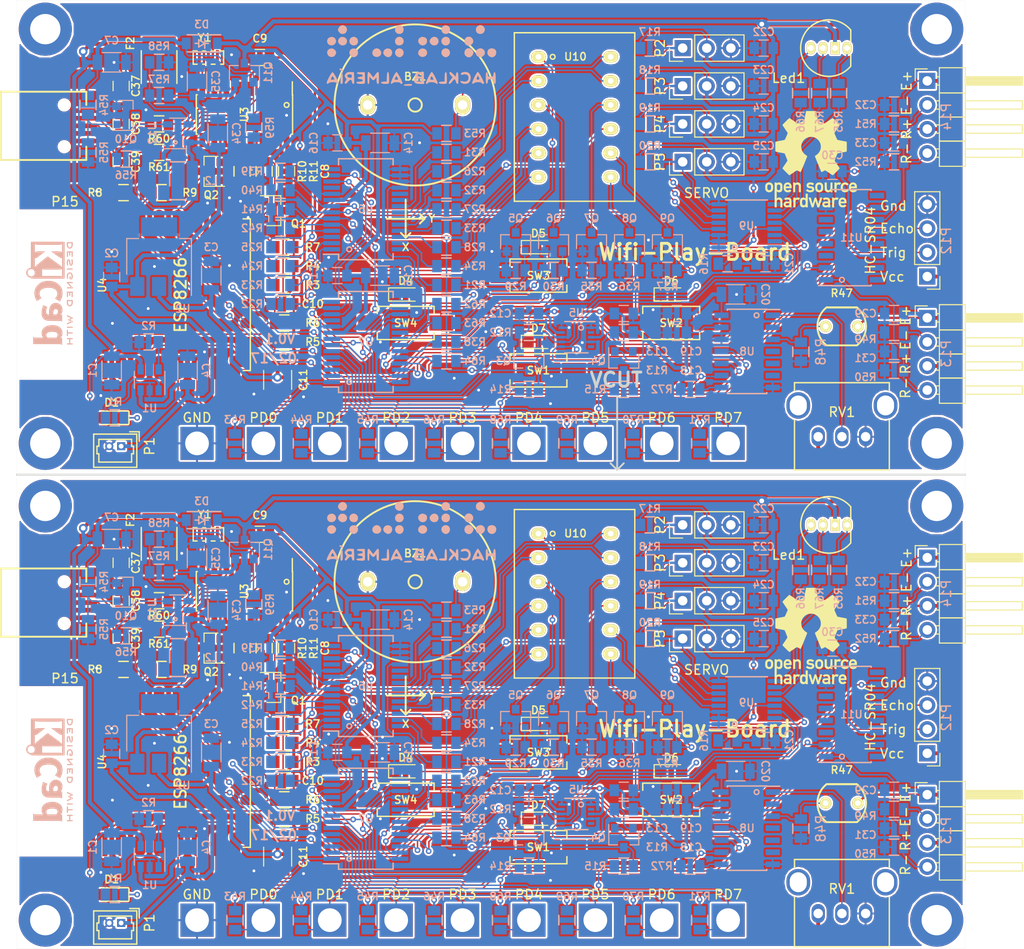
<source format=kicad_pcb>
(kicad_pcb (version 20170123) (host pcbnew no-vcs-found-7650~57~ubuntu14.04.1)
  (title_block (title WifiPlayBoard) (date 2017-02-04) (rev V0.1) (company WifiPlayBoard) (comment 1 "Creada por Antonio Morales") (comment 2 "Web del proyecto ") (comment 3 "Documentación en https://github.com/AntonioMR/Wifi-Play-Board") (comment 4 "Wifi Play Board"))
  (layers (0 F.Cu signal) (31 B.Cu signal) (34 B.Paste user) (35 F.Paste user) (36 B.SilkS user) (37 F.SilkS user) (38 B.Mask user) (39 F.Mask user) (44 Edge.Cuts user))
  (net 0 "")
  (net 1 BUZZER)
  (net 2 GND)
  (net 3 VUSB)
  (net 4 VBATT)
  (net 5 +3V3)
  (net 6 +5V)
  (net 7 "Net-(C31-Pad1)")
  (net 8 "Net-(C33-Pad1)")
  (net 9 V5VBOOST)
  (net 10 "Net-(C37-Pad1)")
  (net 11 "Net-(C38-Pad1)")
  (net 12 "Net-(C39-Pad1)")
  (net 13 "Net-(D1-Pad1)")
  (net 14 PC0)
  (net 15 PC1)
  (net 16 PC2)
  (net 17 PC3)
  (net 18 "Net-(L2-Pad2)")
  (net 19 "Net-(Led1-Pad2)")
  (net 20 "Net-(Led1-Pad1)")
  (net 21 "Net-(Led1-Pad4)")
  (net 22 SERVO1)
  (net 23 SERVO2)
  (net 24 SERVO3)
  (net 25 SERVO4)
  (net 26 PD0)
  (net 27 PD1)
  (net 28 PD2)
  (net 29 PD3)
  (net 30 "Net-(P13-Pad2)")
  (net 31 "Net-(P14-Pad2)")
  (net 32 PD4)
  (net 33 PD5)
  (net 34 PD6)
  (net 35 PD7)
  (net 36 "Net-(Q1-Pad1)")
  (net 37 "Net-(Q1-Pad2)")
  (net 38 /Control/GPIO0)
  (net 39 "Net-(Q2-Pad2)")
  (net 40 "Net-(Q2-Pad1)")
  (net 41 SDA2)
  (net 42 SDA)
  (net 43 SCL)
  (net 44 SCL2)
  (net 45 "Net-(Q5-Pad1)")
  (net 46 "Net-(Q5-Pad3)")
  (net 47 "Net-(Q6-Pad1)")
  (net 48 "Net-(Q6-Pad3)")
  (net 49 "Net-(Q7-Pad3)")
  (net 50 "Net-(Q7-Pad1)")
  (net 51 "Net-(Q8-Pad1)")
  (net 52 "Net-(Q8-Pad3)")
  (net 53 "Net-(Q9-Pad3)")
  (net 54 "Net-(Q9-Pad1)")
  (net 55 "Net-(Q10-Pad3)")
  (net 56 "Net-(Q10-Pad1)")
  (net 57 "Net-(R1-Pad1)")
  (net 58 "Net-(R2-Pad1)")
  (net 59 /Control/GPIO2)
  (net 60 /Control/EN)
  (net 61 /Control/GPIO15)
  (net 62 /Control/TxD)
  (net 63 "Net-(R8-Pad2)")
  (net 64 "Net-(R9-Pad2)")
  (net 65 /Control/RxD)
  (net 66 "Net-(R16-Pad2)")
  (net 67 PA7)
  (net 68 PB0)
  (net 69 PB1)
  (net 70 PB2)
  (net 71 PB3)
  (net 72 PA1)
  (net 73 "Net-(R26-Pad1)")
  (net 74 PA3)
  (net 75 "Net-(R27-Pad1)")
  (net 76 "Net-(R28-Pad1)")
  (net 77 PA5)
  (net 78 "Net-(R31-Pad1)")
  (net 79 PA0)
  (net 80 "Net-(R32-Pad1)")
  (net 81 PA2)
  (net 82 PA4)
  (net 83 "Net-(R33-Pad1)")
  (net 84 "Net-(R34-Pad1)")
  (net 85 PA6)
  (net 86 "Net-(R57-Pad2)")
  (net 87 /Control/USBD-)
  (net 88 /Control/USBD+)
  (net 89 LED_RED)
  (net 90 LED_GREEN)
  (net 91 LED_BLUE)
  (net 92 "Net-(U3-Pad11)")
  (net 93 "Net-(U3-Pad12)")
  (net 94 "Net-(U5-Pad2)")
  (net 95 "Net-(U6-Pad20)")
  (net 96 "Net-(U6-Pad19)")
  (net 97 ~RESET)
  (net 98 PB7)
  (net 99 PB6)
  (net 100 PB5)
  (net 101 PB4)
  (net 102 "Net-(U7-Pad19)")
  (net 103 "Net-(U7-Pad20)")
  (net 104 PC4)
  (net 105 PC5)
  (net 106 PC6)
  (net 107 PC7)
  (net 108 "Net-(P15-Pad4)")
  (net 109 "Net-(U4-Pad14)")
  (net 110 "Net-(U4-Pad13)")
  (net 111 "Net-(U4-Pad12)")
  (net 112 "Net-(U4-Pad11)")
  (net 113 "Net-(U4-Pad10)")
  (net 114 "Net-(U4-Pad9)")
  (net 115 MOSI)
  (net 116 MISO)
  (net 117 SCK)
  (net 118 /Control/GPIO16)
  (net 119 "Net-(U4-Pad2)")
  (net 120 "Net-(U8-Pad6)")
  (net 121 "Net-(U8-Pad5)")
  (net 122 CH2)
  (net 123 CH0)
  (net 124 "Net-(U3-Pad15)")
  (net 125 "Net-(U3-Pad10)")
  (net 126 "Net-(U3-Pad9)")
  (net 127 "Net-(U3-Pad8)")
  (net 128 "Net-(U3-Pad7)")
  (net 129 "Net-(D4-Pad2)")
  (net 130 "Net-(D5-Pad2)")
  (net 131 "Net-(D6-Pad2)")
  (net 132 "Net-(D7-Pad2)")
  (net 133 "Net-(R72-Pad1)")
  (net 134 "Net-(U5-Pad5)")
  (net 135 "Net-(U8-Pad4)")
  (net 136 "Net-(U8-Pad2)")
  (module Mounting_Holes:MountingHole_3.2mm_M3_DIN965_Pad (layer F.Cu) (at 103 127)
    (fp_text reference REF**)
    (fp_text value MountingHole_3.2mm_M3_DIN965_Pad)
    (pad 1 thru_hole circle (at 0 0) (size 5.6 5.6) (drill 3.2) (layers *.Cu))
  )
  (module Mounting_Holes:MountingHole_3.2mm_M3_DIN965_Pad (layer F.Cu) (at 103 83.3)
    (fp_text reference REF**)
    (fp_text value MountingHole_3.2mm_M3_DIN965_Pad)
    (pad 1 thru_hole circle (at 0 0) (size 5.6 5.6) (drill 3.2) (layers *.Cu))
  )
  (module Mounting_Holes:MountingHole_3.2mm_M3_DIN965_Pad (layer F.Cu) (at 197 83.3)
    (fp_text reference REF**)
    (fp_text value MountingHole_3.2mm_M3_DIN965_Pad)
    (pad 1 thru_hole circle (at 0 0) (size 5.6 5.6) (drill 3.2) (layers *.Cu))
  )
  (module Resistencias:R_0805 (layer B.Cu) (at 115 86.8)
    (fp_text reference R58 (at 0 -1.7) (layer B.SilkS) (effects (font (size 0.8 0.8)) (justify mirror)))
    (fp_text value 309K)
    (pad 1 smd rect (at -1 0) (size 1 1.3) (layers B.Cu B.Paste B.Mask) (net 86 "Net-(R57-Pad2)"))
    (pad 2 smd rect (at 1 0) (size 1 1.3) (layers B.Cu B.Paste B.Mask) (net 2 GND))
  )
  (module Resistencias:R_0805 (layer B.Cu) (at 115 90.3 180)
    (fp_text reference R57 (at 0 1.7 180) (layer B.SilkS) (effects (font (size 0.8 0.8)) (justify mirror)))
    (fp_text value 976K)
    (pad 2 smd rect (at 1 0 180) (size 1 1.3) (layers B.Cu B.Paste B.Mask) (net 86 "Net-(R57-Pad2)"))
    (pad 1 smd rect (at -1 0 180) (size 1 1.3) (layers B.Cu B.Paste B.Mask) (net 9 V5VBOOST))
  )
  (module Resistencias:R_0805 (layer B.Cu) (at 111.5 97)
    (fp_text reference R56 (at 0 1.7) (layer B.SilkS) (effects (font (size 0.8 0.8)) (justify mirror)))
    (fp_text value 10K)
    (pad 2 smd rect (at 1 0) (size 1 1.3) (layers B.Cu B.Paste B.Mask) (net 4 VBATT))
    (pad 1 smd rect (at -1 0) (size 1 1.3) (layers B.Cu B.Paste B.Mask) (net 55 "Net-(Q10-Pad3)"))
  )
  (module Resistencias:R_0805 (layer B.Cu) (at 192.5 93.3 180)
    (fp_text reference R51 (at 3 0 180) (layer B.SilkS) (effects (font (size 0.8 0.8)) (justify mirror)))
    (fp_text value 220R)
    (pad 2 smd rect (at 1 0 180) (size 1 1.3) (layers B.Cu B.Paste B.Mask) (net 2 GND))
    (pad 1 smd rect (at -1 0 180) (size 1 1.3) (layers B.Cu B.Paste B.Mask) (net 31 "Net-(P14-Pad2)"))
  )
  (module Resistencias:R_0805 (layer B.Cu) (at 192.5 119.3 180)
    (fp_text reference R50 (at 3.02 -0.71 180) (layer B.SilkS) (effects (font (size 0.8 0.8)) (justify mirror)))
    (fp_text value 47K)
    (pad 2 smd rect (at 1 0 180) (size 1 1.3) (layers B.Cu B.Paste B.Mask) (net 2 GND))
    (pad 1 smd rect (at -1 0 180) (size 1 1.3) (layers B.Cu B.Paste B.Mask) (net 7 "Net-(C31-Pad1)"))
  )
  (module Resistencias:R_0805 (layer B.Cu) (at 164 121.3)
    (fp_text reference R15 (at -3 0) (layer B.SilkS) (effects (font (size 0.8 0.8)) (justify mirror)))
    (fp_text value 4K7)
    (pad 1 smd rect (at -1 0) (size 1 1.3) (layers B.Cu B.Paste B.Mask) (net 6 +5V))
    (pad 2 smd rect (at 1 0) (size 1 1.3) (layers B.Cu B.Paste B.Mask) (net 44 SCL2))
  )
  (module Resistencias:R_0805 (layer B.Cu) (at 192.5 97.3 180)
    (fp_text reference R52 (at 3 0 180) (layer B.SilkS) (effects (font (size 0.8 0.8)) (justify mirror)))
    (fp_text value 47K)
    (pad 1 smd rect (at -1 0 180) (size 1 1.3) (layers B.Cu B.Paste B.Mask) (net 8 "Net-(C33-Pad1)"))
    (pad 2 smd rect (at 1 0 180) (size 1 1.3) (layers B.Cu B.Paste B.Mask) (net 2 GND))
  )
  (module Resistencias:R_0805 (layer B.Cu) (at 107.5 91.3 90)
    (fp_text reference R54 (at 0 1.7 90) (layer B.SilkS) (effects (font (size 0.8 0.8)) (justify mirror)))
    (fp_text value 1K)
    (pad 1 smd rect (at -1 0 90) (size 1 1.3) (layers B.Cu B.Paste B.Mask) (net 56 "Net-(Q10-Pad1)"))
    (pad 2 smd rect (at 1 0 90) (size 1 1.3) (layers B.Cu B.Paste B.Mask) (net 3 VUSB))
  )
  (module Resistencias:R_0805 (layer B.Cu) (at 145.3 94.3)
    (fp_text reference R53 (at 3 0) (layer B.SilkS) (effects (font (size 0.8 0.8)) (justify mirror)))
    (fp_text value 10K)
    (pad 2 smd rect (at 1 0) (size 1 1.3) (layers B.Cu B.Paste B.Mask) (net 1 BUZZER))
    (pad 1 smd rect (at -1 0) (size 1 1.3) (layers B.Cu B.Paste B.Mask) (net 6 +5V))
  )
  (module Resistencias:R_0805 (layer B.Cu) (at 154 115.3)
    (fp_text reference R12 (at -3 0) (layer B.SilkS) (effects (font (size 0.8 0.8)) (justify mirror)))
    (fp_text value 4K7)
    (pad 2 smd rect (at 1 0) (size 1 1.3) (layers B.Cu B.Paste B.Mask) (net 42 SDA))
    (pad 1 smd rect (at -1 0) (size 1 1.3) (layers B.Cu B.Paste B.Mask) (net 5 +3V3))
  )
  (module TO_SOT_Packages_SMD:SOT-23 (layer B.Cu) (at 168.6 105.75 90)
    (fp_text reference Q9 (at 2.5 0 180) (layer B.SilkS) (effects (font (size 0.8 0.8)) (justify mirror)))
    (fp_text value SMBT3904)
    (pad 1 smd rect (at -1 0.95 90) (size 0.9 0.8) (layers B.Cu B.Paste B.Mask) (net 54 "Net-(Q9-Pad1)"))
    (pad 2 smd rect (at -1 -0.95 90) (size 0.9 0.8) (layers B.Cu B.Paste B.Mask) (net 2 GND))
    (pad 3 smd rect (at 1 0 90) (size 0.9 0.8) (layers B.Cu B.Paste B.Mask) (net 53 "Net-(Q9-Pad3)"))
  )
  (module Capacitors_SMD:C_1206 (layer B.Cu) (at 121.19 94.29 90)
    (fp_text reference C34 (at 0 2 90) (layer B.SilkS) (effects (font (size 0.8 0.8)) (justify mirror)))
    (fp_text value 4u7)
    (pad 1 smd rect (at -1.5 0 90) (size 1 1.6) (layers B.Cu B.Paste B.Mask) (net 4 VBATT))
    (pad 2 smd rect (at 1.5 0 90) (size 1 1.6) (layers B.Cu B.Paste B.Mask) (net 2 GND))
  )
  (module Capacitors_SMD:C_0805 (layer B.Cu) (at 192.5 95.3 180)
    (fp_text reference C33 (at 3 0 180) (layer B.SilkS) (effects (font (size 0.8 0.8)) (justify mirror)))
    (fp_text value 10n)
    (pad 2 smd rect (at 1 0 180) (size 1 1.25) (layers B.Cu B.Paste B.Mask) (net 2 GND))
    (pad 1 smd rect (at -1 0 180) (size 1 1.25) (layers B.Cu B.Paste B.Mask) (net 8 "Net-(C33-Pad1)"))
  )
  (module Capacitors_SMD:C_0805 (layer B.Cu) (at 133.8 109.3 180)
    (fp_text reference C17 (at 2.5 0 270) (layer B.SilkS) (effects (font (size 0.8 0.8)) (justify mirror)))
    (fp_text value 100n)
    (pad 1 smd rect (at -1 0 180) (size 1 1.25) (layers B.Cu B.Paste B.Mask) (net 6 +5V))
    (pad 2 smd rect (at 1 0 180) (size 1 1.25) (layers B.Cu B.Paste B.Mask) (net 2 GND))
  )
  (module Capacitors_SMD:C_0805 (layer B.Cu) (at 110 109.45 90)
    (fp_text reference C2 (at 2.5 0 180) (layer B.SilkS) (effects (font (size 0.8 0.8)) (justify mirror)))
    (fp_text value 100n)
    (pad 1 smd rect (at -1 0 90) (size 1 1.25) (layers B.Cu B.Paste B.Mask) (net 4 VBATT))
    (pad 2 smd rect (at 1 0 90) (size 1 1.25) (layers B.Cu B.Paste B.Mask) (net 2 GND))
  )
  (module Resistencias:R_0805 (layer B.Cu) (at 154 121.3)
    (fp_text reference R14 (at -3 0) (layer B.SilkS) (effects (font (size 0.8 0.8)) (justify mirror)))
    (fp_text value 4K7)
    (pad 2 smd rect (at 1 0) (size 1 1.3) (layers B.Cu B.Paste B.Mask) (net 41 SDA2))
    (pad 1 smd rect (at -1 0) (size 1 1.3) (layers B.Cu B.Paste B.Mask) (net 6 +5V))
  )
  (module Resistencias:R_0805 (layer B.Cu) (at 164 115.3 180)
    (fp_text reference R13 (at -3.5 -4 180) (layer B.SilkS) (effects (font (size 0.8 0.8)) (justify mirror)))
    (fp_text value 4K7)
    (pad 1 smd rect (at -1 0 180) (size 1 1.3) (layers B.Cu B.Paste B.Mask) (net 5 +3V3))
    (pad 2 smd rect (at 1 0 180) (size 1 1.3) (layers B.Cu B.Paste B.Mask) (net 43 SCL))
  )
  (module Resistencias:R_0805 (layer B.Cu) (at 145.3 100.3 180)
    (fp_text reference R32 (at -3 0 180) (layer B.SilkS) (effects (font (size 0.8 0.8)) (justify mirror)))
    (fp_text value 120)
    (pad 2 smd rect (at 1 0 180) (size 1 1.3) (layers B.Cu B.Paste B.Mask) (net 81 PA2))
    (pad 1 smd rect (at -1 0 180) (size 1 1.3) (layers B.Cu B.Paste B.Mask) (net 80 "Net-(R32-Pad1)"))
  )
  (module TO_SOT_Packages_SMD:SOT-223 (layer B.Cu) (at 115 107.3 90)
    (fp_text reference U2 (at -5.5 2.5) (layer B.SilkS) (effects (font (size 0.8 0.8)) (justify mirror)))
    (fp_text value LD1117S33TR)
    (pad 4 smd rect (at 3.15 0 90) (size 2 3.8) (layers B.Cu B.Paste B.Mask))
    (pad 2 smd rect (at -3.15 0 90) (size 2 1.5) (layers B.Cu B.Paste B.Mask) (net 5 +3V3))
    (pad 3 smd rect (at -3.15 -2.3 90) (size 2 1.5) (layers B.Cu B.Paste B.Mask) (net 4 VBATT))
    (pad 1 smd rect (at -3.15 2.3 90) (size 2 1.5) (layers B.Cu B.Paste B.Mask) (net 2 GND))
  )
  (module Resistencias:R_0805 (layer B.Cu) (at 145.3 104.3 180)
    (fp_text reference R33 (at -3 0 180) (layer B.SilkS) (effects (font (size 0.8 0.8)) (justify mirror)))
    (fp_text value 120)
    (pad 1 smd rect (at -1 0 180) (size 1 1.3) (layers B.Cu B.Paste B.Mask) (net 83 "Net-(R33-Pad1)"))
    (pad 2 smd rect (at 1 0 180) (size 1 1.3) (layers B.Cu B.Paste B.Mask) (net 82 PA4))
  )
  (module Capacitors_SMD:C_1206 (layer B.Cu) (at 110 119.3 270)
    (fp_text reference C1 (at 0 2 270) (layer B.SilkS) (effects (font (size 0.8 0.8)) (justify mirror)))
    (fp_text value 4,7u)
    (pad 1 smd rect (at -1.5 0 270) (size 1 1.6) (layers B.Cu B.Paste B.Mask) (net 3 VUSB))
    (pad 2 smd rect (at 1.5 0 270) (size 1 1.6) (layers B.Cu B.Paste B.Mask) (net 2 GND))
  )
  (module Resistencias:R_0805 (layer B.Cu) (at 158 127 270)
    (fp_text reference R69 (at -2.5 0) (layer B.SilkS) (effects (font (size 0.8 0.8)) (justify mirror)))
    (fp_text value 10M)
    (pad 2 smd rect (at 1 0 270) (size 1 1.3) (layers B.Cu B.Paste B.Mask) (net 33 PD5))
    (pad 1 smd rect (at -1 0 270) (size 1 1.3) (layers B.Cu B.Paste B.Mask) (net 6 +5V))
  )
  (module Resistencias:R_0805 (layer B.Cu) (at 151 127 270)
    (fp_text reference R68 (at -2.5 0) (layer B.SilkS) (effects (font (size 0.8 0.8)) (justify mirror)))
    (fp_text value 10M)
    (pad 1 smd rect (at -1 0 270) (size 1 1.3) (layers B.Cu B.Paste B.Mask) (net 6 +5V))
    (pad 2 smd rect (at 1 0 270) (size 1 1.3) (layers B.Cu B.Paste B.Mask) (net 32 PD4))
  )
  (module Vias:Gnd-Via (layer F.Cu) (at 142.47 95.29)
    (fp_text reference Gnd-Via hide)
    (fp_text value VAL** hide)
    (pad 1 thru_hole circle (at 0 0) (size 0.5 0.5) (drill 0.3) (layers *.Cu) (net 2 GND))
  )
  (module logos:logo_HackLabAl (layer B.Cu) (at 141.42 85.97 180)
    (fp_text reference G*** hide)
    (fp_text value LOGO hide)
  )
  (module Resistencias:R_0805 (layer F.Cu) (at 126.075 98.3 90)
    (fp_text reference R11 (at 0 5.225 90) (layer F.SilkS) (effects (font (size 0.8 0.8))))
    (fp_text value 10K)
    (pad 1 smd rect (at -1 0 90) (size 1 1.3) (layers F.Cu F.Paste F.Mask) (net 40 "Net-(Q2-Pad1)"))
    (pad 2 smd rect (at 1 0 90) (size 1 1.3) (layers F.Cu F.Paste F.Mask) (net 37 "Net-(Q1-Pad2)"))
  )
  (module Housings_SOIC:SOIC-16_3.9x9.9mm_Pitch1.27mm (layer B.Cu) (at 188 105.3)
    (fp_text reference U11 (at 0 0) (layer B.SilkS) (effects (font (size 0.8 0.8)) (justify mirror)))
    (fp_text value 40106)
    (pad 1 smd rect (at -2.7 4.445) (size 1.5 0.6) (layers B.Cu B.Paste B.Mask) (net 7 "Net-(C31-Pad1)"))
    (pad 2 smd rect (at -2.7 3.175) (size 1.5 0.6) (layers B.Cu B.Paste B.Mask) (net 106 PC6))
    (pad 3 smd rect (at -2.7 1.905) (size 1.5 0.6) (layers B.Cu B.Paste B.Mask))
    (pad 4 smd rect (at -2.7 0.635) (size 1.5 0.6) (layers B.Cu B.Paste B.Mask))
    (pad 5 smd rect (at -2.7 -0.635) (size 1.5 0.6) (layers B.Cu B.Paste B.Mask))
    (pad 6 smd rect (at -2.7 -1.905) (size 1.5 0.6) (layers B.Cu B.Paste B.Mask))
    (pad 7 smd rect (at -2.7 -3.175) (size 1.5 0.6) (layers B.Cu B.Paste B.Mask) (net 2 GND))
    (pad 8 smd rect (at -2.7 -4.445) (size 1.5 0.6) (layers B.Cu B.Paste B.Mask))
    (pad 9 smd rect (at 2.7 -4.445) (size 1.5 0.6) (layers B.Cu B.Paste B.Mask))
    (pad 10 smd rect (at 2.7 -3.175) (size 1.5 0.6) (layers B.Cu B.Paste B.Mask) (net 107 PC7))
    (pad 11 smd rect (at 2.7 -1.905) (size 1.5 0.6) (layers B.Cu B.Paste B.Mask) (net 8 "Net-(C33-Pad1)"))
    (pad 12 smd rect (at 2.7 -0.635) (size 1.5 0.6) (layers B.Cu B.Paste B.Mask))
    (pad 13 smd rect (at 2.7 0.635) (size 1.5 0.6) (layers B.Cu B.Paste B.Mask))
    (pad 14 smd rect (at 2.7 1.905) (size 1.5 0.6) (layers B.Cu B.Paste B.Mask) (net 6 +5V))
    (pad 15 smd rect (at 2.7 3.175) (size 1.5 0.6) (layers B.Cu B.Paste B.Mask))
    (pad 16 smd rect (at 2.7 4.445) (size 1.5 0.6) (layers B.Cu B.Paste B.Mask))
  )
  (module TO_SOT_Packages_SMD:SOT-23-5 (layer B.Cu) (at 114 120.3 90)
    (fp_text reference U1 (at -3 0 180) (layer B.SilkS) (effects (font (size 0.8 0.8)) (justify mirror)))
    (fp_text value MCP73831T)
    (pad 1 smd rect (at -1.1 0.95 90) (size 1.06 0.65) (layers B.Cu B.Paste B.Mask) (net 57 "Net-(R1-Pad1)"))
    (pad 2 smd rect (at -1.1 0 90) (size 1.06 0.65) (layers B.Cu B.Paste B.Mask) (net 2 GND))
    (pad 3 smd rect (at -1.1 -0.95 90) (size 1.06 0.65) (layers B.Cu B.Paste B.Mask) (net 4 VBATT))
    (pad 4 smd rect (at 1.1 -0.95 90) (size 1.06 0.65) (layers B.Cu B.Paste B.Mask) (net 3 VUSB))
    (pad 5 smd rect (at 1.1 0.95 90) (size 1.06 0.65) (layers B.Cu B.Paste B.Mask) (net 58 "Net-(R2-Pad1)"))
  )
  (module Resistencias:R_0805 (layer B.Cu) (at 171 121.3 180)
    (fp_text reference R72 (at 3 0 180) (layer B.SilkS) (effects (font (size 0.8 0.8)) (justify mirror)))
    (fp_text value 47K)
    (pad 2 smd rect (at 1 0 180) (size 1 1.3) (layers B.Cu B.Paste B.Mask) (net 2 GND))
    (pad 1 smd rect (at -1 0 180) (size 1 1.3) (layers B.Cu B.Paste B.Mask) (net 133 "Net-(R72-Pad1)"))
  )
  (module Resistencias:R_0805 (layer B.Cu) (at 166.75 85.3)
    (fp_text reference R17 (at 0 -1.7) (layer B.SilkS) (effects (font (size 0.8 0.8)) (justify mirror)))
    (fp_text value 10K)
    (pad 2 smd rect (at 1 0) (size 1 1.3) (layers B.Cu B.Paste B.Mask) (net 22 SERVO1))
    (pad 1 smd rect (at -1 0) (size 1 1.3) (layers B.Cu B.Paste B.Mask) (net 6 +5V))
  )
  (module Resistencias:R_0805 (layer B.Cu) (at 107.5 96.3 270)
    (fp_text reference R55 (at 0 -1.7 270) (layer B.SilkS) (effects (font (size 0.8 0.8)) (justify mirror)))
    (fp_text value 47K)
    (pad 1 smd rect (at -1 0 270) (size 1 1.3) (layers B.Cu B.Paste B.Mask) (net 56 "Net-(Q10-Pad1)"))
    (pad 2 smd rect (at 1 0 270) (size 1 1.3) (layers B.Cu B.Paste B.Mask) (net 2 GND))
  )
  (module Buzzer:LOUDITY_LD-BZPN-1705 (layer F.Cu) (at 142 91.3 180)
    (fp_text reference BZ1 (at 0 3 180) (layer F.SilkS) (effects (font (size 0.8 0.8))))
    (fp_text value Buzzer)
    (pad 2 thru_hole oval (at 5 0 180) (size 1.6 2) (drill 1) (layers *.Cu *.Mask F.SilkS) (net 2 GND))
    (pad 1 thru_hole oval (at -5 0 180) (size 1.6 2) (drill 1) (layers *.Cu *.Mask F.SilkS) (net 1 BUZZER))
  )
  (module TO_SOT_Packages_SMD:SOT-23 (layer B.Cu) (at 160.6 105.75 90)
    (fp_text reference Q7 (at 2.5 0 180) (layer B.SilkS) (effects (font (size 0.8 0.8)) (justify mirror)))
    (fp_text value SMBT3904)
    (pad 1 smd rect (at -1 0.95 90) (size 0.9 0.8) (layers B.Cu B.Paste B.Mask) (net 50 "Net-(Q7-Pad1)"))
    (pad 2 smd rect (at -1 -0.95 90) (size 0.9 0.8) (layers B.Cu B.Paste B.Mask) (net 2 GND))
    (pad 3 smd rect (at 1 0 90) (size 0.9 0.8) (layers B.Cu B.Paste B.Mask) (net 49 "Net-(Q7-Pad3)"))
  )
  (module Relays_and_Contacts:CANAL_ELECTRONIC_DTSM-31N-B (layer F.Cu) (at 169 114.3 180)
    (fp_text reference SW2 (at 0 0 180) (layer F.SilkS) (effects (font (size 0.8 0.8))))
    (fp_text value Pulsador_2p)
    (pad 1 smd rect (at -3.75 0 180) (size 2.5 1.6) (layers F.Cu F.Paste F.Mask) (net 2 GND))
    (pad 2 smd rect (at 3.75 0 180) (size 2.5 1.6) (layers F.Cu F.Paste F.Mask) (net 98 PB7))
  )
  (module Relays_and_Contacts:CANAL_ELECTRONIC_DTSM-31N-B (layer F.Cu) (at 155 119.3 180)
    (fp_text reference SW1 (at 0 0 180) (layer F.SilkS) (effects (font (size 0.8 0.8))))
    (fp_text value Pulsador_2p)
    (pad 2 smd rect (at 3.75 0 180) (size 2.5 1.6) (layers F.Cu F.Paste F.Mask) (net 99 PB6))
    (pad 1 smd rect (at -3.75 0 180) (size 2.5 1.6) (layers F.Cu F.Paste F.Mask) (net 2 GND))
  )
  (module Vias:Gnd-Via (layer F.Cu) (at 167.09 112.9)
    (fp_text reference Gnd-Via hide)
    (fp_text value VAL** hide)
    (pad 1 thru_hole circle (at 0 0) (size 0.5 0.5) (drill 0.3) (layers *.Cu) (net 2 GND))
  )
  (module Vias:Gnd-Via (layer F.Cu) (at 159.62 116.37)
    (fp_text reference Gnd-Via hide)
    (fp_text value VAL** hide)
    (pad 1 thru_hole circle (at 0 0) (size 0.5 0.5) (drill 0.3) (layers *.Cu) (net 2 GND))
  )
  (module Vias:Gnd-Via (layer F.Cu) (at 158.23 114.78)
    (fp_text reference Gnd-Via hide)
    (fp_text value VAL** hide)
    (pad 1 thru_hole circle (at 0 0) (size 0.5 0.5) (drill 0.3) (layers *.Cu) (net 2 GND))
  )
  (module Vias:Gnd-Via (layer F.Cu) (at 156.37 119.91)
    (fp_text reference Gnd-Via hide)
    (fp_text value VAL** hide)
    (pad 1 thru_hole circle (at 0 0) (size 0.5 0.5) (drill 0.3) (layers *.Cu) (net 2 GND))
  )
  (module Vias:Gnd-Via (layer F.Cu) (at 142.16 113.2)
    (fp_text reference Gnd-Via hide)
    (fp_text value VAL** hide)
    (pad 1 thru_hole circle (at 0 0) (size 0.5 0.5) (drill 0.3) (layers *.Cu) (net 2 GND))
  )
  (module Vias:Gnd-Via (layer F.Cu) (at 146.12 120.13)
    (fp_text reference Gnd-Via hide)
    (fp_text value VAL** hide)
    (pad 1 thru_hole circle (at 0 0) (size 0.5 0.5) (drill 0.3) (layers *.Cu) (net 2 GND))
  )
  (module Vias:Gnd-Via (layer F.Cu) (at 148.69 121.38)
    (fp_text reference Gnd-Via hide)
    (fp_text value VAL** hide)
    (pad 1 thru_hole circle (at 0 0) (size 0.5 0.5) (drill 0.3) (layers *.Cu) (net 2 GND))
  )
  (module Vias:Gnd-Via (layer F.Cu) (at 156.27 122.81)
    (fp_text reference Gnd-Via hide)
    (fp_text value VAL** hide)
    (pad 1 thru_hole circle (at 0 0) (size 0.5 0.5) (drill 0.3) (layers *.Cu) (net 2 GND))
  )
  (module Capacitors_SMD:C_0805 (layer B.Cu) (at 133.8 95.3 180)
    (fp_text reference C16 (at 2.5 0 270) (layer B.SilkS) (effects (font (size 0.8 0.8)) (justify mirror)))
    (fp_text value 100n)
    (pad 1 smd rect (at -1 0 180) (size 1 1.25) (layers B.Cu B.Paste B.Mask) (net 6 +5V))
    (pad 2 smd rect (at 1 0 180) (size 1 1.25) (layers B.Cu B.Paste B.Mask) (net 2 GND))
  )
  (module Diodos:SOD-123 (layer B.Cu) (at 119.5 84.8 180)
    (fp_text reference D3 (at 0 2 180) (layer B.SilkS) (effects (font (size 0.8 0.8)) (justify mirror)))
    (fp_text value D_Schottky_ALT)
    (pad 1 smd rect (at -1.635 0 180) (size 0.91 1.22) (layers B.Cu B.Paste B.Mask) (net 6 +5V))
    (pad 2 smd rect (at 1.635 0 180) (size 0.91 1.22) (layers B.Cu B.Paste B.Mask) (net 3 VUSB))
  )
  (module Pin_Headers:Pin_Header_Straight_1x03_Pitch2.54mm (layer F.Cu) (at 170.21 89.3 90)
    (fp_text reference P3 (at 0 -2.39 90) (layer F.SilkS))
    (fp_text value CONN_01X03)
    (pad 1 thru_hole rect (at 0 0 90) (size 1.7 1.7) (drill 1) (layers *.Cu *.Mask) (net 23 SERVO2))
    (pad 2 thru_hole oval (at 0 2.54 90) (size 1.7 1.7) (drill 1) (layers *.Cu *.Mask) (net 6 +5V))
    (pad 3 thru_hole oval (at 0 5.08 90) (size 1.7 1.7) (drill 1) (layers *.Cu *.Mask) (net 2 GND))
  )
  (module Resistencias:R_0805 (layer B.Cu) (at 174.951854 108.04948 180)
    (fp_text reference R16 (at 2.5 0 270) (layer B.SilkS) (effects (font (size 0.8 0.8)) (justify mirror)))
    (fp_text value 10K)
    (pad 1 smd rect (at -1 0 180) (size 1 1.3) (layers B.Cu B.Paste B.Mask) (net 6 +5V))
    (pad 2 smd rect (at 1 0 180) (size 1 1.3) (layers B.Cu B.Paste B.Mask) (net 66 "Net-(R16-Pad2)"))
  )
  (module Resistencias:R_0805 (layer B.Cu) (at 145.3 118.3)
    (fp_text reference R64 (at 3 0) (layer B.SilkS) (effects (font (size 0.8 0.8)) (justify mirror)))
    (fp_text value R)
    (pad 2 smd rect (at 1 0) (size 1 1.3) (layers B.Cu B.Paste B.Mask) (net 132 "Net-(D7-Pad2)"))
    (pad 1 smd rect (at -1 0) (size 1 1.3) (layers B.Cu B.Paste B.Mask) (net 17 PC3))
  )
  (module Resistencias:R_0805 (layer B.Cu) (at 145.3 114.3)
    (fp_text reference R63 (at 3 0) (layer B.SilkS) (effects (font (size 0.8 0.8)) (justify mirror)))
    (fp_text value R)
    (pad 1 smd rect (at -1 0) (size 1 1.3) (layers B.Cu B.Paste B.Mask) (net 15 PC1))
    (pad 2 smd rect (at 1 0) (size 1 1.3) (layers B.Cu B.Paste B.Mask) (net 130 "Net-(D5-Pad2)"))
  )
  (module Resistencias:R_0805 (layer B.Cu) (at 172 127 270)
    (fp_text reference R71 (at -2.5 0) (layer B.SilkS) (effects (font (size 0.8 0.8)) (justify mirror)))
    (fp_text value 10M)
    (pad 2 smd rect (at 1 0 270) (size 1 1.3) (layers B.Cu B.Paste B.Mask) (net 35 PD7))
    (pad 1 smd rect (at -1 0 270) (size 1 1.3) (layers B.Cu B.Paste B.Mask) (net 6 +5V))
  )
  (module Resistencias:R_0805 (layer B.Cu) (at 165 127 270)
    (fp_text reference R70 (at -2.5 0) (layer B.SilkS) (effects (font (size 0.8 0.8)) (justify mirror)))
    (fp_text value 10M)
    (pad 1 smd rect (at -1 0 270) (size 1 1.3) (layers B.Cu B.Paste B.Mask) (net 6 +5V))
    (pad 2 smd rect (at 1 0 270) (size 1 1.3) (layers B.Cu B.Paste B.Mask) (net 34 PD6))
  )
  (module Vias:Gnd-Via (layer F.Cu) (at 181.23 107.61)
    (fp_text reference Gnd-Via hide)
    (fp_text value VAL** hide)
    (pad 1 thru_hole circle (at 0 0) (size 0.5 0.5) (drill 0.3) (layers *.Cu) (net 2 GND))
  )
  (module Vias:Gnd-Via (layer F.Cu) (at 150.09 106.75)
    (fp_text reference Gnd-Via hide)
    (fp_text value VAL** hide)
    (pad 1 thru_hole circle (at 0 0) (size 0.5 0.5) (drill 0.3) (layers *.Cu) (net 2 GND))
  )
  (module Vias:Gnd-Via (layer F.Cu) (at 166.6 105.55)
    (fp_text reference Gnd-Via hide)
    (fp_text value VAL** hide)
    (pad 1 thru_hole circle (at 0 0) (size 0.5 0.5) (drill 0.3) (layers *.Cu) (net 2 GND))
  )
  (module Resistencias:R_0805 (layer B.Cu) (at 127.8 104.3)
    (fp_text reference R42 (at -3 0) (layer B.SilkS) (effects (font (size 0.8 0.8)) (justify mirror)))
    (fp_text value 10K)
    (pad 2 smd rect (at 1 0) (size 1 1.3) (layers B.Cu B.Paste B.Mask) (net 101 PB4))
    (pad 1 smd rect (at -1 0) (size 1 1.3) (layers B.Cu B.Paste B.Mask) (net 6 +5V))
  )
  (module Resistencias:R_0805 (layer B.Cu) (at 127.8 102.3)
    (fp_text reference R41 (at -3 0) (layer B.SilkS) (effects (font (size 0.8 0.8)) (justify mirror)))
    (fp_text value 10K)
    (pad 1 smd rect (at -1 0) (size 1 1.3) (layers B.Cu B.Paste B.Mask) (net 6 +5V))
    (pad 2 smd rect (at 1 0) (size 1 1.3) (layers B.Cu B.Paste B.Mask) (net 100 PB5))
  )
  (module Capacitors_SMD:C_0805 (layer F.Cu) (at 111 93.3 90)
    (fp_text reference C38 (at 0 1.55 90) (layer F.SilkS) (effects (font (size 0.8 0.8))))
    (fp_text value 0,047n)
    (pad 1 smd rect (at -1 0 90) (size 1 1.25) (layers F.Cu F.Paste F.Mask) (net 11 "Net-(C38-Pad1)"))
    (pad 2 smd rect (at 1 0 90) (size 1 1.25) (layers F.Cu F.Paste F.Mask) (net 2 GND))
  )
  (module Vias:Gnd-Via (layer F.Cu) (at 171.03 106.99)
    (fp_text reference Gnd-Via hide)
    (fp_text value VAL** hide)
    (pad 1 thru_hole circle (at 0 0) (size 0.5 0.5) (drill 0.3) (layers *.Cu) (net 2 GND))
  )
  (module Vias:Gnd-Via (layer F.Cu) (at 119.79 117.35)
    (fp_text reference Gnd-Via hide)
    (fp_text value VAL** hide)
    (pad 1 thru_hole circle (at 0 0) (size 0.5 0.5) (drill 0.3) (layers *.Cu) (net 2 GND))
  )
  (module Vias:Gnd-Via (layer F.Cu) (at 108.86 121.96)
    (fp_text reference Gnd-Via hide)
    (fp_text value VAL** hide)
    (pad 1 thru_hole circle (at 0 0) (size 0.5 0.5) (drill 0.3) (layers *.Cu) (net 2 GND))
  )
  (module Leds:Matriz_Led_7X5 (layer F.Cu) (at 155 86.22 270)
    (fp_text reference U10 (at -0.02 -3.9) (layer F.SilkS) (effects (font (size 0.8 0.8))))
    (fp_text value Matriz_5x7_Anodo_Filas)
    (pad 7 thru_hole oval (at 12.7 -7.62 270) (size 1.2 1.524) (drill 0.6) (layers *.Cu *.Mask F.SilkS) (net 52 "Net-(Q8-Pad3)"))
    (pad 8 thru_hole oval (at 10.16 -7.62 270) (size 1.2 1.524) (drill 0.6) (layers *.Cu *.Mask F.SilkS) (net 53 "Net-(Q9-Pad3)"))
    (pad 9 thru_hole oval (at 7.62 -7.62 270) (size 1.2 1.524) (drill 0.6) (layers *.Cu *.Mask F.SilkS) (net 75 "Net-(R27-Pad1)"))
    (pad 10 thru_hole oval (at 5.08 -7.62 270) (size 1.2 1.524) (drill 0.6) (layers *.Cu *.Mask F.SilkS) (net 49 "Net-(Q7-Pad3)"))
    (pad 11 thru_hole oval (at 2.54 -7.62 270) (size 1.2 1.524) (drill 0.6) (layers *.Cu *.Mask F.SilkS) (net 73 "Net-(R26-Pad1)"))
    (pad 12 thru_hole oval (at 0 -7.62 270) (size 1.2 1.524) (drill 0.6) (layers *.Cu *.Mask F.SilkS) (net 78 "Net-(R31-Pad1)"))
    (pad 6 thru_hole oval (at 12.7 0 270) (size 1.2 1.524) (drill 0.6) (layers *.Cu *.Mask F.SilkS) (net 84 "Net-(R34-Pad1)"))
    (pad 5 thru_hole oval (at 10.16 0 270) (size 1.2 1.524) (drill 0.6) (layers *.Cu *.Mask F.SilkS) (net 76 "Net-(R28-Pad1)"))
    (pad 4 thru_hole oval (at 7.62 0 270) (size 1.2 1.524) (drill 0.6) (layers *.Cu *.Mask F.SilkS) (net 83 "Net-(R33-Pad1)"))
    (pad 3 thru_hole oval (at 5.08 0 270) (size 1.2 1.524) (drill 0.6) (layers *.Cu *.Mask F.SilkS) (net 48 "Net-(Q6-Pad3)"))
    (pad 2 thru_hole oval (at 2.54 0 270) (size 1.2 1.524) (drill 0.6) (layers *.Cu *.Mask F.SilkS) (net 80 "Net-(R32-Pad1)"))
    (pad 1 thru_hole oval (at 0 0 270) (size 1.2 1.524) (drill 0.6) (layers *.Cu *.Mask F.SilkS) (net 46 "Net-(Q5-Pad3)"))
  )
  (module Resistencias:R_0805 (layer F.Cu) (at 123.75 98.3 90)
    (fp_text reference R10 (at 0 6.35 90) (layer F.SilkS) (effects (font (size 0.8 0.8))))
    (fp_text value 10K)
    (pad 1 smd rect (at -1 0 90) (size 1 1.3) (layers F.Cu F.Paste F.Mask) (net 36 "Net-(Q1-Pad1)"))
    (pad 2 smd rect (at 1 0 90) (size 1 1.3) (layers F.Cu F.Paste F.Mask) (net 39 "Net-(Q2-Pad2)"))
  )
  (module esp:ESP-12E (layer F.Cu) (at 109 118.3 90)
    (fp_text reference U4 (at 8 0 90) (layer F.SilkS) (effects (font (size 0.8 0.8))))
    (fp_text value ESP8266)
    (pad 1 smd rect (at 0 0 90) (size 2.5 1.1) (drill (offset -0.7 0)) (layers F.Cu F.Paste F.Mask) (net 97 ~RESET))
    (pad 2 smd oval (at 0 2 90) (size 2.5 1.1) (drill (offset -0.7 0)) (layers F.Cu F.Paste F.Mask) (net 119 "Net-(U4-Pad2)"))
    (pad 3 smd oval (at 0 4 90) (size 2.5 1.1) (drill (offset -0.7 0)) (layers F.Cu F.Paste F.Mask) (net 60 /Control/EN))
    (pad 4 smd oval (at 0 6 90) (size 2.5 1.1) (drill (offset -0.7 0)) (layers F.Cu F.Paste F.Mask) (net 118 /Control/GPIO16))
    (pad 5 smd oval (at 0 8 90) (size 2.5 1.1) (drill (offset -0.7 0)) (layers F.Cu F.Paste F.Mask) (net 117 SCK))
    (pad 6 smd oval (at 0 10 90) (size 2.5 1.1) (drill (offset -0.7 0)) (layers F.Cu F.Paste F.Mask) (net 116 MISO))
    (pad 7 smd oval (at 0 12 90) (size 2.5 1.1) (drill (offset -0.7 0)) (layers F.Cu F.Paste F.Mask) (net 115 MOSI))
    (pad 8 smd oval (at 0 14 90) (size 2.5 1.1) (drill (offset -0.7 0)) (layers F.Cu F.Paste F.Mask) (net 5 +3V3))
    (pad 9 smd oval (at 1.99 15.75 180) (size 2.4 1.1) (layers F.Cu F.Paste F.Mask) (net 114 "Net-(U4-Pad9)"))
    (pad 10 smd oval (at 3.99 15.75 180) (size 2.4 1.1) (layers F.Cu F.Paste F.Mask) (net 113 "Net-(U4-Pad10)"))
    (pad 11 smd oval (at 5.99 15.75 180) (size 2.4 1.1) (layers F.Cu F.Paste F.Mask) (net 112 "Net-(U4-Pad11)"))
    (pad 12 smd oval (at 7.99 15.75 180) (size 2.4 1.1) (layers F.Cu F.Paste F.Mask) (net 111 "Net-(U4-Pad12)"))
    (pad 13 smd oval (at 9.99 15.75 180) (size 2.4 1.1) (layers F.Cu F.Paste F.Mask) (net 110 "Net-(U4-Pad13)"))
    (pad 14 smd oval (at 11.99 15.75 180) (size 2.4 1.1) (layers F.Cu F.Paste F.Mask) (net 109 "Net-(U4-Pad14)"))
    (pad 15 smd oval (at 14 14 90) (size 2.5 1.1) (drill (offset 0.7 0)) (layers F.Cu F.Paste F.Mask) (net 2 GND))
    (pad 16 smd oval (at 14 12 90) (size 2.5 1.1) (drill (offset 0.6 0)) (layers F.Cu F.Paste F.Mask) (net 61 /Control/GPIO15))
    (pad 17 smd oval (at 14 10 90) (size 2.5 1.1) (drill (offset 0.7 0)) (layers F.Cu F.Paste F.Mask) (net 59 /Control/GPIO2))
    (pad 18 smd oval (at 14 8 90) (size 2.5 1.1) (drill (offset 0.7 0)) (layers F.Cu F.Paste F.Mask) (net 38 /Control/GPIO0))
    (pad 19 smd oval (at 14 6 90) (size 2.5 1.1) (drill (offset 0.7 0)) (layers F.Cu F.Paste F.Mask) (net 42 SDA))
    (pad 20 smd oval (at 14 4 90) (size 2.5 1.1) (drill (offset 0.7 0)) (layers F.Cu F.Paste F.Mask) (net 43 SCL))
    (pad 21 smd oval (at 14 2 90) (size 2.5 1.1) (drill (offset 0.7 0)) (layers F.Cu F.Paste F.Mask) (net 65 /Control/RxD))
    (pad 22 smd oval (at 14 0 90) (size 2.5 1.1) (drill (offset 0.7 0)) (layers F.Cu F.Paste F.Mask) (net 62 /Control/TxD))
  )
  (module Leds:LED_RGB_5mm_G_B_COM_R_Anodo_comun (layer F.Cu) (at 185.635 85.3)
    (fp_text reference Led1 (at -4.255 3.16) (layer F.SilkS))
    (fp_text value Led_RGB)
    (pad 4 thru_hole oval (at 1.905 0) (size 0.9 1.3) (drill 0.6) (layers *.Cu *.Mask F.SilkS) (net 21 "Net-(Led1-Pad4)"))
    (pad 1 thru_hole oval (at -1.905 0) (size 0.9 1.3) (drill 0.6) (layers *.Cu *.Mask F.SilkS) (net 20 "Net-(Led1-Pad1)"))
    (pad 3 thru_hole rect (at 0.635 0) (size 0.9 1.3) (drill 0.6) (layers *.Cu *.Mask F.SilkS) (net 6 +5V))
    (pad 2 thru_hole oval (at -0.635 0) (size 0.9 1.3) (drill 0.6) (layers *.Cu *.Mask F.SilkS) (net 19 "Net-(Led1-Pad2)"))
  )
  (module Magneticos:BOURNS_SRN4012T (layer B.Cu) (at 117 99.3 180)
    (fp_text reference L2 (at -3.5 0 180) (layer B.SilkS) (effects (font (size 0.8 0.8)) (justify mirror)))
    (fp_text value 4u7)
    (pad 2 smd roundrect (at 1.5 0 180) (size 1.2 4.2) (layers B.Cu B.Paste B.Mask) (roundrect_rratio 0.05) (net 18 "Net-(L2-Pad2)"))
    (pad 1 smd roundrect (at -1.5 0 180) (size 1.2 4.2) (layers B.Cu B.Paste B.Mask) (roundrect_rratio 0.05) (net 4 VBATT))
  )
  (module LEDs:LED_0805 (layer F.Cu) (at 155 116.3)
    (fp_text reference D7 (at 0 -1.45) (layer F.SilkS) (effects (font (size 0.8 0.8))))
    (fp_text value LED)
    (pad 1 smd rect (at -1.1 0 180) (size 1.2 1.2) (layers F.Cu F.Paste F.Mask) (net 2 GND))
    (pad 2 smd rect (at 1.1 0 180) (size 1.2 1.2) (layers F.Cu F.Paste F.Mask) (net 132 "Net-(D7-Pad2)"))
  )
  (module Resistencias:R_0805 (layer F.Cu) (at 128.2 114.3)
    (fp_text reference R6 (at 3 0) (layer F.SilkS) (effects (font (size 0.8 0.8))))
    (fp_text value 10K)
    (pad 2 smd rect (at 1 0) (size 1 1.3) (layers F.Cu F.Paste F.Mask) (net 5 +3V3))
    (pad 1 smd rect (at -1 0) (size 1 1.3) (layers F.Cu F.Paste F.Mask) (net 97 ~RESET))
  )
  (module Housings_SSOP:TSSOP-16_4.4x5mm_Pitch0.65mm (layer B.Cu) (at 176.951854 104.04948)
    (fp_text reference U9 (at 0 0) (layer B.SilkS) (effects (font (size 0.8 0.8)) (justify mirror)))
    (fp_text value PCA9551)
    (pad 1 smd rect (at -2.95 2.275) (size 1.5 0.45) (layers B.Cu B.Paste B.Mask) (net 2 GND))
    (pad 2 smd rect (at -2.95 1.625) (size 1.5 0.45) (layers B.Cu B.Paste B.Mask) (net 2 GND))
    (pad 3 smd rect (at -2.95 0.975) (size 1.5 0.45) (layers B.Cu B.Paste B.Mask) (net 2 GND))
    (pad 4 smd rect (at -2.95 0.325) (size 1.5 0.45) (layers B.Cu B.Paste B.Mask) (net 22 SERVO1))
    (pad 5 smd rect (at -2.95 -0.325) (size 1.5 0.45) (layers B.Cu B.Paste B.Mask) (net 23 SERVO2))
    (pad 6 smd rect (at -2.95 -0.975) (size 1.5 0.45) (layers B.Cu B.Paste B.Mask) (net 24 SERVO3))
    (pad 7 smd rect (at -2.95 -1.625) (size 1.5 0.45) (layers B.Cu B.Paste B.Mask) (net 25 SERVO4))
    (pad 8 smd rect (at -2.95 -2.275) (size 1.5 0.45) (layers B.Cu B.Paste B.Mask) (net 2 GND))
    (pad 9 smd rect (at 2.95 -2.275) (size 1.5 0.45) (layers B.Cu B.Paste B.Mask) (net 90 LED_GREEN))
    (pad 10 smd rect (at 2.95 -1.625) (size 1.5 0.45) (layers B.Cu B.Paste B.Mask) (net 91 LED_BLUE))
    (pad 11 smd rect (at 2.95 -0.975) (size 1.5 0.45) (layers B.Cu B.Paste B.Mask) (net 89 LED_RED))
    (pad 12 smd rect (at 2.95 -0.325) (size 1.5 0.45) (layers B.Cu B.Paste B.Mask) (net 1 BUZZER))
    (pad 13 smd rect (at 2.95 0.325) (size 1.5 0.45) (layers B.Cu B.Paste B.Mask) (net 66 "Net-(R16-Pad2)"))
    (pad 14 smd rect (at 2.95 0.975) (size 1.5 0.45) (layers B.Cu B.Paste B.Mask) (net 43 SCL))
    (pad 15 smd rect (at 2.95 1.625) (size 1.5 0.45) (layers B.Cu B.Paste B.Mask) (net 42 SDA))
    (pad 16 smd rect (at 2.95 2.275) (size 1.5 0.45) (layers B.Cu B.Paste B.Mask) (net 6 +5V))
  )
  (module Pin_Headers:Pin_Header_Angled_1x04_Pitch2.54mm (layer F.Cu) (at 196 88.76)
    (fp_text reference P14 (at 2 3.78 90) (layer B.SilkS) (effects (justify mirror)))
    (fp_text value CONN_01X04)
    (pad 1 thru_hole rect (at 0 0) (size 1.7 1.7) (drill 1) (layers *.Cu *.Mask) (net 6 +5V))
    (pad 2 thru_hole oval (at 0 2.54) (size 1.7 1.7) (drill 1) (layers *.Cu *.Mask) (net 31 "Net-(P14-Pad2)"))
    (pad 3 thru_hole oval (at 0 5.08) (size 1.7 1.7) (drill 1) (layers *.Cu *.Mask) (net 6 +5V))
    (pad 4 thru_hole oval (at 0 7.62) (size 1.7 1.7) (drill 1) (layers *.Cu *.Mask) (net 8 "Net-(C33-Pad1)"))
  )
  (module Housings_SSOP:SSOP-28_5.3x10.2mm_Pitch0.65mm (layer B.Cu) (at 136.8 102.3)
    (fp_text reference U6 (at 0 0) (layer B.SilkS) (effects (font (size 0.8 0.8)) (justify mirror)))
    (fp_text value MCP23017)
    (pad 1 smd rect (at -3.6 4.225) (size 1.75 0.45) (layers B.Cu B.Paste B.Mask) (net 68 PB0))
    (pad 2 smd rect (at -3.6 3.575) (size 1.75 0.45) (layers B.Cu B.Paste B.Mask) (net 69 PB1))
    (pad 3 smd rect (at -3.6 2.925) (size 1.75 0.45) (layers B.Cu B.Paste B.Mask) (net 70 PB2))
    (pad 4 smd rect (at -3.6 2.275) (size 1.75 0.45) (layers B.Cu B.Paste B.Mask) (net 71 PB3))
    (pad 5 smd rect (at -3.6 1.625) (size 1.75 0.45) (layers B.Cu B.Paste B.Mask) (net 101 PB4))
    (pad 6 smd rect (at -3.6 0.975) (size 1.75 0.45) (layers B.Cu B.Paste B.Mask) (net 100 PB5))
    (pad 7 smd rect (at -3.6 0.325) (size 1.75 0.45) (layers B.Cu B.Paste B.Mask) (net 99 PB6))
    (pad 8 smd rect (at -3.6 -0.325) (size 1.75 0.45) (layers B.Cu B.Paste B.Mask) (net 98 PB7))
    (pad 9 smd rect (at -3.6 -0.975) (size 1.75 0.45) (layers B.Cu B.Paste B.Mask) (net 6 +5V))
    (pad 10 smd rect (at -3.6 -1.625) (size 1.75 0.45) (layers B.Cu B.Paste B.Mask) (net 2 GND))
    (pad 11 smd rect (at -3.6 -2.275) (size 1.75 0.45) (layers B.Cu B.Paste B.Mask))
    (pad 12 smd rect (at -3.6 -2.925) (size 1.75 0.45) (layers B.Cu B.Paste B.Mask) (net 44 SCL2))
    (pad 13 smd rect (at -3.6 -3.575) (size 1.75 0.45) (layers B.Cu B.Paste B.Mask) (net 41 SDA2))
    (pad 14 smd rect (at -3.6 -4.225) (size 1.75 0.45) (layers B.Cu B.Paste B.Mask))
    (pad 15 smd rect (at 3.6 -4.225) (size 1.75 0.45) (layers B.Cu B.Paste B.Mask) (net 2 GND))
    (pad 16 smd rect (at 3.6 -3.575) (size 1.75 0.45) (layers B.Cu B.Paste B.Mask) (net 2 GND))
    (pad 17 smd rect (at 3.6 -2.925) (size 1.75 0.45) (layers B.Cu B.Paste B.Mask) (net 2 GND))
    (pad 18 smd rect (at 3.6 -2.275) (size 1.75 0.45) (layers B.Cu B.Paste B.Mask) (net 97 ~RESET))
    (pad 19 smd rect (at 3.6 -1.625) (size 1.75 0.45) (layers B.Cu B.Paste B.Mask) (net 96 "Net-(U6-Pad19)"))
    (pad 20 smd rect (at 3.6 -0.975) (size 1.75 0.45) (layers B.Cu B.Paste B.Mask) (net 95 "Net-(U6-Pad20)"))
    (pad 21 smd rect (at 3.6 -0.325) (size 1.75 0.45) (layers B.Cu B.Paste B.Mask) (net 79 PA0))
    (pad 22 smd rect (at 3.6 0.325) (size 1.75 0.45) (layers B.Cu B.Paste B.Mask) (net 72 PA1))
    (pad 23 smd rect (at 3.6 0.975) (size 1.75 0.45) (layers B.Cu B.Paste B.Mask) (net 81 PA2))
    (pad 24 smd rect (at 3.6 1.625) (size 1.75 0.45) (layers B.Cu B.Paste B.Mask) (net 74 PA3))
    (pad 25 smd rect (at 3.6 2.275) (size 1.75 0.45) (layers B.Cu B.Paste B.Mask) (net 82 PA4))
    (pad 26 smd rect (at 3.6 2.925) (size 1.75 0.45) (layers B.Cu B.Paste B.Mask) (net 77 PA5))
    (pad 27 smd rect (at 3.6 3.575) (size 1.75 0.45) (layers B.Cu B.Paste B.Mask) (net 85 PA6))
    (pad 28 smd rect (at 3.6 4.225) (size 1.75 0.45) (layers B.Cu B.Paste B.Mask) (net 67 PA7))
  )
  (module TO_SOT_Packages_SMD:SOT-23 (layer B.Cu) (at 164 118.3 270)
    (fp_text reference Q4 (at 0 2.7) (layer B.SilkS) (effects (font (size 0.8 0.8)) (justify mirror)))
    (fp_text value BSS138)
    (pad 3 smd rect (at 1 0 270) (size 0.9 0.8) (layers B.Cu B.Paste B.Mask) (net 44 SCL2))
    (pad 2 smd rect (at -1 -0.95 270) (size 0.9 0.8) (layers B.Cu B.Paste B.Mask) (net 43 SCL))
    (pad 1 smd rect (at -1 0.95 270) (size 0.9 0.8) (layers B.Cu B.Paste B.Mask) (net 5 +3V3))
  )
  (module TO_SOT_Packages_SMD:SOT-23 (layer B.Cu) (at 111.5 92.4)
    (fp_text reference Q10 (at 0 2.5) (layer B.SilkS) (effects (font (size 0.8 0.8)) (justify mirror)))
    (fp_text value BC849)
    (pad 1 smd rect (at -1 0.95) (size 0.9 0.8) (layers B.Cu B.Paste B.Mask) (net 56 "Net-(Q10-Pad1)"))
    (pad 2 smd rect (at -1 -0.95) (size 0.9 0.8) (layers B.Cu B.Paste B.Mask) (net 2 GND))
    (pad 3 smd rect (at 1 0) (size 0.9 0.8) (layers B.Cu B.Paste B.Mask) (net 55 "Net-(Q10-Pad3)"))
  )
  (module Resistencias:R_0805 (layer B.Cu) (at 160.6 108.75 180)
    (fp_text reference R35 (at 0 -1.7 180) (layer B.SilkS) (effects (font (size 0.8 0.8)) (justify mirror)))
    (fp_text value 47K)
    (pad 2 smd rect (at 1 0 180) (size 1 1.3) (layers B.Cu B.Paste B.Mask) (net 2 GND))
    (pad 1 smd rect (at -1 0 180) (size 1 1.3) (layers B.Cu B.Paste B.Mask) (net 50 "Net-(Q7-Pad1)"))
  )
  (module Resistencias:R_0805 (layer B.Cu) (at 145.3 108.3 180)
    (fp_text reference R34 (at -3 0 180) (layer B.SilkS) (effects (font (size 0.8 0.8)) (justify mirror)))
    (fp_text value 120)
    (pad 2 smd rect (at 1 0 180) (size 1 1.3) (layers B.Cu B.Paste B.Mask) (net 85 PA6))
    (pad 1 smd rect (at -1 0 180) (size 1 1.3) (layers B.Cu B.Paste B.Mask) (net 84 "Net-(R34-Pad1)"))
  )
  (module Resistencias:R_0805 (layer F.Cu) (at 115.25 100.55)
    (fp_text reference R9 (at 3 0) (layer F.SilkS) (effects (font (size 0.8 0.8))))
    (fp_text value 470)
    (pad 1 smd rect (at -1 0) (size 1 1.3) (layers F.Cu F.Paste F.Mask) (net 65 /Control/RxD))
    (pad 2 smd rect (at 1 0) (size 1 1.3) (layers F.Cu F.Paste F.Mask) (net 64 "Net-(R9-Pad2)"))
  )
  (module Resistencias:R_0805 (layer F.Cu) (at 111.25 100.55)
    (fp_text reference R8 (at -3 0) (layer F.SilkS) (effects (font (size 0.8 0.8))))
    (fp_text value 470)
    (pad 2 smd rect (at 1 0) (size 1 1.3) (layers F.Cu F.Paste F.Mask) (net 63 "Net-(R8-Pad2)"))
    (pad 1 smd rect (at -1 0) (size 1 1.3) (layers F.Cu F.Paste F.Mask) (net 62 /Control/TxD))
  )
  (module Pin_Headers:Pin_Header_Straight_1x03_Pitch2.54mm (layer F.Cu) (at 170.21 97.3 90)
    (fp_text reference P5 (at 0 -2.39 90) (layer F.SilkS))
    (fp_text value CONN_01X03)
    (pad 1 thru_hole rect (at 0 0 90) (size 1.7 1.7) (drill 1) (layers *.Cu *.Mask) (net 25 SERVO4))
    (pad 2 thru_hole oval (at 0 2.54 90) (size 1.7 1.7) (drill 1) (layers *.Cu *.Mask) (net 6 +5V))
    (pad 3 thru_hole oval (at 0 5.08 90) (size 1.7 1.7) (drill 1) (layers *.Cu *.Mask) (net 2 GND))
  )
  (module Resistencias:R_0805 (layer B.Cu) (at 184.65 90.05 270)
    (fp_text reference R67 (at 3 0 270) (layer B.SilkS) (effects (font (size 0.8 0.8)) (justify mirror)))
    (fp_text value 120)
    (pad 2 smd rect (at 1 0 270) (size 1 1.3) (layers B.Cu B.Paste B.Mask) (net 91 LED_BLUE))
    (pad 1 smd rect (at -1 0 270) (size 1 1.3) (layers B.Cu B.Paste B.Mask) (net 19 "Net-(Led1-Pad2)"))
  )
  (module Resistencias:R_0805 (layer B.Cu) (at 182.65 90.05 270)
    (fp_text reference R66 (at 3 0 270) (layer B.SilkS) (effects (font (size 0.8 0.8)) (justify mirror)))
    (fp_text value 120)
    (pad 2 smd rect (at 1 0 270) (size 1 1.3) (layers B.Cu B.Paste B.Mask) (net 90 LED_GREEN))
    (pad 1 smd rect (at -1 0 270) (size 1 1.3) (layers B.Cu B.Paste B.Mask) (net 20 "Net-(Led1-Pad1)"))
  )
  (module Resistencias:R_0805 (layer B.Cu) (at 124.99 93.69 90)
    (fp_text reference R59 (at 0 1.7 90) (layer B.SilkS) (effects (font (size 0.8 0.8)) (justify mirror)))
    (fp_text value 10K)
    (pad 1 smd rect (at -1 0 90) (size 1 1.3) (layers B.Cu B.Paste B.Mask) (net 2 GND))
    (pad 2 smd rect (at 1 0 90) (size 1 1.3) (layers B.Cu B.Paste B.Mask) (net 3 VUSB))
  )
  (module Vias:Gnd-Via (layer F.Cu) (at 114.51 108.34)
    (fp_text reference Gnd-Via hide)
    (fp_text value VAL** hide)
    (pad 1 thru_hole circle (at 0 0) (size 0.5 0.5) (drill 0.3) (layers *.Cu) (net 2 GND))
  )
  (module Capacitors_SMD:C_1206 (layer B.Cu) (at 119 88.8 90)
    (fp_text reference C35 (at 0 2 90) (layer B.SilkS) (effects (font (size 0.8 0.8)) (justify mirror)))
    (fp_text value 10u)
    (pad 2 smd rect (at 1.5 0 90) (size 1 1.6) (layers B.Cu B.Paste B.Mask) (net 2 GND))
    (pad 1 smd rect (at -1.5 0 90) (size 1 1.6) (layers B.Cu B.Paste B.Mask) (net 9 V5VBOOST))
  )
  (module TO_SOT_Packages_SMD:SOT-23 (layer B.Cu) (at 164.6 105.75 90)
    (fp_text reference Q8 (at 2.5 0 180) (layer B.SilkS) (effects (font (size 0.8 0.8)) (justify mirror)))
    (fp_text value SMBT3904)
    (pad 3 smd rect (at 1 0 90) (size 0.9 0.8) (layers B.Cu B.Paste B.Mask) (net 52 "Net-(Q8-Pad3)"))
    (pad 2 smd rect (at -1 -0.95 90) (size 0.9 0.8) (layers B.Cu B.Paste B.Mask) (net 2 GND))
    (pad 1 smd rect (at -1 0.95 90) (size 0.9 0.8) (layers B.Cu B.Paste B.Mask) (net 51 "Net-(Q8-Pad1)"))
  )
  (module TO_SOT_Packages_SMD:SOT-23 (layer F.Cu) (at 127.075 102.45)
    (fp_text reference Q1 (at 2.625 1.37) (layer F.SilkS) (effects (font (size 0.8 0.8))))
    (fp_text value SMBT3904)
    (pad 3 smd rect (at 1 0) (size 0.9 0.8) (layers F.Cu F.Paste F.Mask) (net 97 ~RESET))
    (pad 2 smd rect (at -1 0.95) (size 0.9 0.8) (layers F.Cu F.Paste F.Mask) (net 37 "Net-(Q1-Pad2)"))
    (pad 1 smd rect (at -1 -0.95) (size 0.9 0.8) (layers F.Cu F.Paste F.Mask) (net 36 "Net-(Q1-Pad1)"))
  )
  (module Resistencias:R_0805 (layer B.Cu) (at 164.6 108.75 180)
    (fp_text reference R36 (at 0 -1.7 180) (layer B.SilkS) (effects (font (size 0.8 0.8)) (justify mirror)))
    (fp_text value 47K)
    (pad 1 smd rect (at -1 0 180) (size 1 1.3) (layers B.Cu B.Paste B.Mask) (net 51 "Net-(Q8-Pad1)"))
    (pad 2 smd rect (at 1 0 180) (size 1 1.3) (layers B.Cu B.Paste B.Mask) (net 2 GND))
  )
  (module Resistencias:R_0805 (layer B.Cu) (at 127.8 100.3)
    (fp_text reference R40 (at -3 0) (layer B.SilkS) (effects (font (size 0.8 0.8)) (justify mirror)))
    (fp_text value 10K)
    (pad 2 smd rect (at 1 0) (size 1 1.3) (layers B.Cu B.Paste B.Mask) (net 99 PB6))
    (pad 1 smd rect (at -1 0) (size 1 1.3) (layers B.Cu B.Paste B.Mask) (net 6 +5V))
  )
  (module Capacitors_SMD:C_0805 (layer B.Cu) (at 186 98.3 180)
    (fp_text reference C30 (at 0 1.7 180) (layer B.SilkS) (effects (font (size 0.8 0.8)) (justify mirror)))
    (fp_text value 100n)
    (pad 1 smd rect (at -1 0 180) (size 1 1.25) (layers B.Cu B.Paste B.Mask) (net 6 +5V))
    (pad 2 smd rect (at 1 0 180) (size 1 1.25) (layers B.Cu B.Paste B.Mask) (net 2 GND))
  )
  (module Capacitors_SMD:C_0805 (layer B.Cu) (at 192.5 113.3 180)
    (fp_text reference C29 (at 3 0 180) (layer B.SilkS) (effects (font (size 0.8 0.8)) (justify mirror)))
    (fp_text value 100n)
    (pad 1 smd rect (at -1 0 180) (size 1 1.25) (layers B.Cu B.Paste B.Mask) (net 6 +5V))
    (pad 2 smd rect (at 1 0 180) (size 1 1.25) (layers B.Cu B.Paste B.Mask) (net 2 GND))
  )
  (module Capacitors_SMD:C_0805 (layer B.Cu) (at 169.6 115.3 180)
    (fp_text reference C18 (at -1.5 -4 180) (layer B.SilkS) (effects (font (size 0.8 0.8)) (justify mirror)))
    (fp_text value 100n)
    (pad 1 smd rect (at -1 0 180) (size 1 1.25) (layers B.Cu B.Paste B.Mask) (net 5 +3V3))
    (pad 2 smd rect (at 1 0 180) (size 1 1.25) (layers B.Cu B.Paste B.Mask) (net 2 GND))
  )
  (module Vias:Gnd-Via (layer F.Cu) (at 122.64 86)
    (fp_text reference Gnd-Via hide)
    (fp_text value VAL** hide)
    (pad 1 thru_hole circle (at 0 0) (size 0.5 0.5) (drill 0.3) (layers *.Cu) (net 2 GND))
  )
  (module Vias:Gnd-Via (layer F.Cu) (at 108.41 100.4)
    (fp_text reference Gnd-Via hide)
    (fp_text value VAL** hide)
    (pad 1 thru_hole circle (at 0 0) (size 0.5 0.5) (drill 0.3) (layers *.Cu) (net 2 GND))
  )
  (module logos:osh-logo (layer F.Cu) (at 183.74 97.02)
    (fp_text reference G*** hide)
    (fp_text value LOGO hide)
  )
  (module Vias:Gnd-Via (layer F.Cu) (at 110.25 86.81)
    (fp_text reference Gnd-Via hide)
    (fp_text value VAL** hide)
    (pad 1 thru_hole circle (at 0 0) (size 0.5 0.5) (drill 0.3) (layers *.Cu) (net 2 GND))
  )
  (module Vias:Gnd-Via (layer F.Cu) (at 117.39 88.3)
    (fp_text reference Gnd-Via hide)
    (fp_text value VAL** hide)
    (pad 1 thru_hole circle (at 0 0) (size 0.5 0.5) (drill 0.3) (layers *.Cu) (net 2 GND))
  )
  (module Vias:Gnd-Via (layer F.Cu) (at 128.44 92.39)
    (fp_text reference Gnd-Via hide)
    (fp_text value VAL** hide)
    (pad 1 thru_hole circle (at 0 0) (size 0.5 0.5) (drill 0.3) (layers *.Cu) (net 2 GND))
  )
  (module Resistencias:R_0805 (layer B.Cu) (at 144 127 270)
    (fp_text reference R46 (at -2.5 0) (layer B.SilkS) (effects (font (size 0.8 0.8)) (justify mirror)))
    (fp_text value 10M)
    (pad 2 smd rect (at 1 0 270) (size 1 1.3) (layers B.Cu B.Paste B.Mask) (net 29 PD3))
    (pad 1 smd rect (at -1 0 270) (size 1 1.3) (layers B.Cu B.Paste B.Mask) (net 6 +5V))
  )
  (module Resistencias:R_1812 (layer F.Cu) (at 115 87.3 270)
    (fp_text reference F2 (at -2.5 3.03 270) (layer F.SilkS) (effects (font (size 0.8 0.8))))
    (fp_text value F)
    (pad 2 smd rect (at 2.4384 0 270) (size 1.6 3.5) (layers F.Cu F.Paste F.Mask) (net 10 "Net-(C37-Pad1)"))
    (pad 1 smd rect (at -2.4384 0 270) (size 1.6 3.5) (layers F.Cu F.Paste F.Mask) (net 3 VUSB))
  )
  (module Connectors_Molex:Molex_PicoBlade_53047-0210_02x1.25mm_Straight (layer F.Cu) (at 111 127.3 180)
    (fp_text reference P1 (at -3 0 270) (layer F.SilkS))
    (fp_text value CONN_01X02)
    (pad 1 thru_hole rect (at 0 0 180) (size 0.85 0.85) (drill 0.5) (layers *.Cu *.Mask) (net 4 VBATT))
    (pad 2 thru_hole circle (at 1.25 0 180) (size 0.85 0.85) (drill 0.5) (layers *.Cu *.Mask) (net 2 GND))
  )
  (module Capacitors_SMD:C_0805 (layer B.Cu) (at 169.6 113.3 180)
    (fp_text reference C19 (at -1.5 -4 180) (layer B.SilkS) (effects (font (size 0.8 0.8)) (justify mirror)))
    (fp_text value 100n)
    (pad 2 smd rect (at 1 0 180) (size 1 1.25) (layers B.Cu B.Paste B.Mask) (net 2 GND))
    (pad 1 smd rect (at -1 0 180) (size 1 1.25) (layers B.Cu B.Paste B.Mask) (net 5 +3V3))
  )
  (module Conectores:Pad_Conector_Cocodrilo (layer F.Cu) (at 126 127)
    (fp_text reference P6)
    (fp_text value CONN_01X01)
    (pad 1 thru_hole rect (at 0 0) (size 3.5 3.5) (drill 2.5) (layers *.Cu *.Mask) (net 26 PD0))
  )
  (module Vias:Gnd-Via (layer F.Cu) (at 123.59 101.46)
    (fp_text reference Gnd-Via hide)
    (fp_text value VAL** hide)
    (pad 1 thru_hole circle (at 0 0) (size 0.5 0.5) (drill 0.3) (layers *.Cu) (net 2 GND))
  )
  (module Vias:Gnd-Via (layer F.Cu) (at 122.42 108.24)
    (fp_text reference Gnd-Via hide)
    (fp_text value VAL** hide)
    (pad 1 thru_hole circle (at 0 0) (size 0.5 0.5) (drill 0.3) (layers *.Cu) (net 2 GND))
  )
  (module Vias:Gnd-Via (layer F.Cu) (at 120.11 101.65)
    (fp_text reference Gnd-Via hide)
    (fp_text value VAL** hide)
    (pad 1 thru_hole circle (at 0 0) (size 0.5 0.5) (drill 0.3) (layers *.Cu) (net 2 GND))
  )
  (module Resistencias:R_0805 (layer B.Cu) (at 152.6 108.75 180)
    (fp_text reference R29 (at 0 -1.7 180) (layer B.SilkS) (effects (font (size 0.8 0.8)) (justify mirror)))
    (fp_text value 47K)
    (pad 1 smd rect (at -1 0 180) (size 1 1.3) (layers B.Cu B.Paste B.Mask) (net 45 "Net-(Q5-Pad1)"))
    (pad 2 smd rect (at 1 0 180) (size 1 1.3) (layers B.Cu B.Paste B.Mask) (net 2 GND))
  )
  (module Resistencias:R_0805 (layer B.Cu) (at 145.3 106.3 180)
    (fp_text reference R28 (at -3 0 180) (layer B.SilkS) (effects (font (size 0.8 0.8)) (justify mirror)))
    (fp_text value 120)
    (pad 2 smd rect (at 1 0 180) (size 1 1.3) (layers B.Cu B.Paste B.Mask) (net 77 PA5))
    (pad 1 smd rect (at -1 0 180) (size 1 1.3) (layers B.Cu B.Paste B.Mask) (net 76 "Net-(R28-Pad1)"))
  )
  (module Vias:Gnd-Via (layer F.Cu) (at 110 106.78)
    (fp_text reference Gnd-Via hide)
    (fp_text value VAL** hide)
    (pad 1 thru_hole circle (at 0 0) (size 0.5 0.5) (drill 0.3) (layers *.Cu) (net 2 GND))
  )
  (module Vias:Gnd-Via (layer F.Cu) (at 130.23 122.09)
    (fp_text reference Gnd-Via hide)
    (fp_text value VAL** hide)
    (pad 1 thru_hole circle (at 0 0) (size 0.5 0.5) (drill 0.3) (layers *.Cu) (net 2 GND))
  )
  (module Vias:Gnd-Via (layer F.Cu) (at 175.89 111.29)
    (fp_text reference Gnd-Via hide)
    (fp_text value VAL** hide)
    (pad 1 thru_hole circle (at 0 0) (size 0.5 0.5) (drill 0.3) (layers *.Cu) (net 2 GND))
  )
  (module Capacitors_SMD:C_0805 (layer B.Cu) (at 192.5 117.3 180)
    (fp_text reference C31 (at 3.02 -0.71 180) (layer B.SilkS) (effects (font (size 0.8 0.8)) (justify mirror)))
    (fp_text value 10n)
    (pad 2 smd rect (at 1 0 180) (size 1 1.25) (layers B.Cu B.Paste B.Mask) (net 2 GND))
    (pad 1 smd rect (at -1 0 180) (size 1 1.25) (layers B.Cu B.Paste B.Mask) (net 7 "Net-(C31-Pad1)"))
  )
  (module Resistencias:R_0805 (layer B.Cu) (at 192.5 115.3 180)
    (fp_text reference R49 (at 3.02 -0.71 180) (layer B.SilkS) (effects (font (size 0.8 0.8)) (justify mirror)))
    (fp_text value 220R)
    (pad 1 smd rect (at -1 0 180) (size 1 1.3) (layers B.Cu B.Paste B.Mask) (net 30 "Net-(P13-Pad2)"))
    (pad 2 smd rect (at 1 0 180) (size 1 1.3) (layers B.Cu B.Paste B.Mask) (net 2 GND))
  )
  (module Conectores:Pad_Conector_Cocodrilo (layer F.Cu) (at 147 127)
    (fp_text reference P9)
    (fp_text value CONN_01X01)
    (pad 1 thru_hole rect (at 0 0) (size 3.5 3.5) (drill 2.5) (layers *.Cu *.Mask) (net 29 PD3))
  )
  (module Conectores:Pad_Conector_Cocodrilo (layer F.Cu) (at 140 127)
    (fp_text reference P8)
    (fp_text value CONN_01X01)
    (pad 1 thru_hole rect (at 0 0) (size 3.5 3.5) (drill 2.5) (layers *.Cu *.Mask) (net 28 PD2))
  )
  (module Conectores:Pad_Conector_Cocodrilo (layer F.Cu) (at 133 127)
    (fp_text reference P7)
    (fp_text value CONN_01X01)
    (pad 1 thru_hole rect (at 0 0) (size 3.5 3.5) (drill 2.5) (layers *.Cu *.Mask) (net 27 PD1))
  )
  (module TO_SOT_Packages_SMD:SOT-23 (layer F.Cu) (at 120.5 98.3 180)
    (fp_text reference Q2 (at 0 -2.5 180) (layer F.SilkS) (effects (font (size 0.8 0.8))))
    (fp_text value SMBT3904)
    (pad 1 smd rect (at -1 -0.95 180) (size 0.9 0.8) (layers F.Cu F.Paste F.Mask) (net 40 "Net-(Q2-Pad1)"))
    (pad 2 smd rect (at -1 0.95 180) (size 0.9 0.8) (layers F.Cu F.Paste F.Mask) (net 39 "Net-(Q2-Pad2)"))
    (pad 3 smd rect (at 1 0 180) (size 0.9 0.8) (layers F.Cu F.Paste F.Mask) (net 38 /Control/GPIO0))
  )
  (module LEDs:LED_0805 (layer F.Cu) (at 155 106.3)
    (fp_text reference D5 (at 0 -1.45) (layer F.SilkS) (effects (font (size 0.8 0.8))))
    (fp_text value LED)
    (pad 1 smd rect (at -1.1 0 180) (size 1.2 1.2) (layers F.Cu F.Paste F.Mask) (net 2 GND))
    (pad 2 smd rect (at 1.1 0 180) (size 1.2 1.2) (layers F.Cu F.Paste F.Mask) (net 130 "Net-(D5-Pad2)"))
  )
  (module Capacitors_SMD:C_0805 (layer F.Cu) (at 111 89.3 90)
    (fp_text reference C37 (at 0 1.55 90) (layer F.SilkS) (effects (font (size 0.8 0.8))))
    (fp_text value 10n)
    (pad 2 smd rect (at 1 0 90) (size 1 1.25) (layers F.Cu F.Paste F.Mask) (net 2 GND))
    (pad 1 smd rect (at -1 0 90) (size 1 1.25) (layers F.Cu F.Paste F.Mask) (net 10 "Net-(C37-Pad1)"))
  )
  (module Conectores:Pad_Conector_Cocodrilo (layer F.Cu) (at 154 127)
    (fp_text reference P16)
    (fp_text value CONN_01X01)
    (pad 1 thru_hole rect (at 0 0) (size 3.5 3.5) (drill 2.5) (layers *.Cu *.Mask) (net 32 PD4))
  )
  (module Housings_SSOP:SSOP-28_5.3x10.2mm_Pitch0.65mm (layer B.Cu) (at 136.8 116.3)
    (fp_text reference U7 (at 0 0) (layer B.SilkS) (effects (font (size 0.8 0.8)) (justify mirror)))
    (fp_text value MCP23017)
    (pad 28 smd rect (at 3.6 4.225) (size 1.75 0.45) (layers B.Cu B.Paste B.Mask) (net 107 PC7))
    (pad 27 smd rect (at 3.6 3.575) (size 1.75 0.45) (layers B.Cu B.Paste B.Mask) (net 106 PC6))
    (pad 26 smd rect (at 3.6 2.925) (size 1.75 0.45) (layers B.Cu B.Paste B.Mask) (net 105 PC5))
    (pad 25 smd rect (at 3.6 2.275) (size 1.75 0.45) (layers B.Cu B.Paste B.Mask) (net 104 PC4))
    (pad 24 smd rect (at 3.6 1.625) (size 1.75 0.45) (layers B.Cu B.Paste B.Mask) (net 17 PC3))
    (pad 23 smd rect (at 3.6 0.975) (size 1.75 0.45) (layers B.Cu B.Paste B.Mask) (net 16 PC2))
    (pad 22 smd rect (at 3.6 0.325) (size 1.75 0.45) (layers B.Cu B.Paste B.Mask) (net 15 PC1))
    (pad 21 smd rect (at 3.6 -0.325) (size 1.75 0.45) (layers B.Cu B.Paste B.Mask) (net 14 PC0))
    (pad 20 smd rect (at 3.6 -0.975) (size 1.75 0.45) (layers B.Cu B.Paste B.Mask) (net 103 "Net-(U7-Pad20)"))
    (pad 19 smd rect (at 3.6 -1.625) (size 1.75 0.45) (layers B.Cu B.Paste B.Mask) (net 102 "Net-(U7-Pad19)"))
    (pad 18 smd rect (at 3.6 -2.275) (size 1.75 0.45) (layers B.Cu B.Paste B.Mask) (net 97 ~RESET))
    (pad 17 smd rect (at 3.6 -2.925) (size 1.75 0.45) (layers B.Cu B.Paste B.Mask) (net 2 GND))
    (pad 16 smd rect (at 3.6 -3.575) (size 1.75 0.45) (layers B.Cu B.Paste B.Mask) (net 6 +5V))
    (pad 15 smd rect (at 3.6 -4.225) (size 1.75 0.45) (layers B.Cu B.Paste B.Mask) (net 2 GND))
    (pad 14 smd rect (at -3.6 -4.225) (size 1.75 0.45) (layers B.Cu B.Paste B.Mask))
    (pad 13 smd rect (at -3.6 -3.575) (size 1.75 0.45) (layers B.Cu B.Paste B.Mask) (net 41 SDA2))
    (pad 12 smd rect (at -3.6 -2.925) (size 1.75 0.45) (layers B.Cu B.Paste B.Mask) (net 44 SCL2))
    (pad 11 smd rect (at -3.6 -2.275) (size 1.75 0.45) (layers B.Cu B.Paste B.Mask))
    (pad 10 smd rect (at -3.6 -1.625) (size 1.75 0.45) (layers B.Cu B.Paste B.Mask) (net 2 GND))
    (pad 9 smd rect (at -3.6 -0.975) (size 1.75 0.45) (layers B.Cu B.Paste B.Mask) (net 6 +5V))
    (pad 8 smd rect (at -3.6 -0.325) (size 1.75 0.45) (layers B.Cu B.Paste B.Mask) (net 35 PD7))
    (pad 7 smd rect (at -3.6 0.325) (size 1.75 0.45) (layers B.Cu B.Paste B.Mask) (net 34 PD6))
    (pad 6 smd rect (at -3.6 0.975) (size 1.75 0.45) (layers B.Cu B.Paste B.Mask) (net 33 PD5))
    (pad 5 smd rect (at -3.6 1.625) (size 1.75 0.45) (layers B.Cu B.Paste B.Mask) (net 32 PD4))
    (pad 4 smd rect (at -3.6 2.275) (size 1.75 0.45) (layers B.Cu B.Paste B.Mask) (net 29 PD3))
    (pad 3 smd rect (at -3.6 2.925) (size 1.75 0.45) (layers B.Cu B.Paste B.Mask) (net 28 PD2))
    (pad 2 smd rect (at -3.6 3.575) (size 1.75 0.45) (layers B.Cu B.Paste B.Mask) (net 27 PD1))
    (pad 1 smd rect (at -3.6 4.225) (size 1.75 0.45) (layers B.Cu B.Paste B.Mask) (net 26 PD0))
  )
  (module Resistencias:R_0805 (layer B.Cu) (at 127.8 110.3 180)
    (fp_text reference R23 (at 3 0 180) (layer B.SilkS) (effects (font (size 0.8 0.8)) (justify mirror)))
    (fp_text value 1K)
    (pad 2 smd rect (at 1 0 180) (size 1 1.3) (layers B.Cu B.Paste B.Mask) (net 69 PB1))
    (pad 1 smd rect (at -1 0 180) (size 1 1.3) (layers B.Cu B.Paste B.Mask) (net 50 "Net-(Q7-Pad1)"))
  )
  (module Resistencias:R_0805 (layer B.Cu) (at 127.8 112.3 180)
    (fp_text reference R22 (at 3 0 180) (layer B.SilkS) (effects (font (size 0.8 0.8)) (justify mirror)))
    (fp_text value 1K)
    (pad 1 smd rect (at -1 0 180) (size 1 1.3) (layers B.Cu B.Paste B.Mask) (net 47 "Net-(Q6-Pad1)"))
    (pad 2 smd rect (at 1 0 180) (size 1 1.3) (layers B.Cu B.Paste B.Mask) (net 68 PB0))
  )
  (module Resistencias:R_0805 (layer B.Cu) (at 127.8 98.3)
    (fp_text reference R39 (at -3 0) (layer B.SilkS) (effects (font (size 0.8 0.8)) (justify mirror)))
    (fp_text value 10K)
    (pad 2 smd rect (at 1 0) (size 1 1.3) (layers B.Cu B.Paste B.Mask) (net 98 PB7))
    (pad 1 smd rect (at -1 0) (size 1 1.3) (layers B.Cu B.Paste B.Mask) (net 6 +5V))
  )
  (module Resistencias:R_0805 (layer B.Cu) (at 145.3 116.3)
    (fp_text reference R38 (at 3 0) (layer B.SilkS) (effects (font (size 0.8 0.8)) (justify mirror)))
    (fp_text value R)
    (pad 1 smd rect (at -1 0) (size 1 1.3) (layers B.Cu B.Paste B.Mask) (net 16 PC2))
    (pad 2 smd rect (at 1 0) (size 1 1.3) (layers B.Cu B.Paste B.Mask) (net 131 "Net-(D6-Pad2)"))
  )
  (module TO_SOT_Packages_SMD:SOT-23 (layer B.Cu) (at 154 118.3 270)
    (fp_text reference Q3 (at 0 2.7) (layer B.SilkS) (effects (font (size 0.8 0.8)) (justify mirror)))
    (fp_text value BSS138)
    (pad 1 smd rect (at -1 0.95 270) (size 0.9 0.8) (layers B.Cu B.Paste B.Mask) (net 5 +3V3))
    (pad 2 smd rect (at -1 -0.95 270) (size 0.9 0.8) (layers B.Cu B.Paste B.Mask) (net 42 SDA))
    (pad 3 smd rect (at 1 0 270) (size 0.9 0.8) (layers B.Cu B.Paste B.Mask) (net 41 SDA2))
  )
  (module TO_SOT_Packages_SMD:SOT-23 (layer B.Cu) (at 152.6 105.75 90)
    (fp_text reference Q5 (at 2.5 0 180) (layer B.SilkS) (effects (font (size 0.8 0.8)) (justify mirror)))
    (fp_text value SMBT3904)
    (pad 3 smd rect (at 1 0 90) (size 0.9 0.8) (layers B.Cu B.Paste B.Mask) (net 46 "Net-(Q5-Pad3)"))
    (pad 2 smd rect (at -1 -0.95 90) (size 0.9 0.8) (layers B.Cu B.Paste B.Mask) (net 2 GND))
    (pad 1 smd rect (at -1 0.95 90) (size 0.9 0.8) (layers B.Cu B.Paste B.Mask) (net 45 "Net-(Q5-Pad1)"))
  )
  (module Sensores:LDR_TOKEN_PGM5_Series (layer F.Cu) (at 186.98 114.66 180)
    (fp_text reference R47 (at 0 3.5 180) (layer F.SilkS) (effects (font (size 0.8 0.8))))
    (fp_text value LDR)
    (pad 2 thru_hole circle (at 1.7 0 180) (size 1.2 1.2) (drill 0.6) (layers *.Cu *.Mask F.SilkS) (net 122 CH2))
    (pad 1 thru_hole circle (at -1.7 0 180) (size 1.2 1.2) (drill 0.6) (layers *.Cu *.Mask F.SilkS) (net 6 +5V))
  )
  (module Cristal:Murata_CSTCE_V_A (layer F.Cu) (at 120.2 86.3 180)
    (fp_text reference Y1 (at 0.4 2.1 180) (layer F.SilkS) (effects (font (size 0.8 0.8))))
    (fp_text value Cristal)
    (pad 3 smd rect (at 0.95 0 180) (size 0.3 1.6) (layers F.Cu F.Paste F.Mask) (net 127 "Net-(U3-Pad8)"))
    (pad 2 smd rect (at 0 0 180) (size 0.3 1.6) (layers F.Cu F.Paste F.Mask) (net 2 GND))
    (pad 1 smd rect (at -0.95 0 180) (size 0.3 1.6) (layers F.Cu F.Paste F.Mask) (net 128 "Net-(U3-Pad7)"))
  )
  (module Capacitors_SMD:C_0805 (layer B.Cu) (at 154 113.3 180)
    (fp_text reference C12 (at 3 0 180) (layer B.SilkS) (effects (font (size 0.8 0.8)) (justify mirror)))
    (fp_text value 100n)
    (pad 2 smd rect (at 1 0 180) (size 1 1.25) (layers B.Cu B.Paste B.Mask) (net 2 GND))
    (pad 1 smd rect (at -1 0 180) (size 1 1.25) (layers B.Cu B.Paste B.Mask) (net 5 +3V3))
  )
  (module TO_SOT_Packages_SMD:SOT-23 (layer B.Cu) (at 124 87.9 90)
    (fp_text reference Q11 (at 0 2.5 90) (layer B.SilkS) (effects (font (size 0.8 0.8)) (justify mirror)))
    (fp_text value NX2301P)
    (pad 1 smd rect (at -1 0.95 90) (size 0.9 0.8) (layers B.Cu B.Paste B.Mask) (net 3 VUSB))
    (pad 2 smd rect (at -1 -0.95 90) (size 0.9 0.8) (layers B.Cu B.Paste B.Mask) (net 9 V5VBOOST))
    (pad 3 smd rect (at 1 0 90) (size 0.9 0.8) (layers B.Cu B.Paste B.Mask) (net 6 +5V))
  )
  (module LEDs:LED_0805 (layer F.Cu) (at 169 111.3)
    (fp_text reference D6 (at 0 -1.45) (layer F.SilkS) (effects (font (size 0.8 0.8))))
    (fp_text value LED)
    (pad 2 smd rect (at 1.1 0 180) (size 1.2 1.2) (layers F.Cu F.Paste F.Mask) (net 131 "Net-(D6-Pad2)"))
    (pad 1 smd rect (at -1.1 0 180) (size 1.2 1.2) (layers F.Cu F.Paste F.Mask) (net 2 GND))
  )
  (module Capacitors_SMD:C_0805 (layer B.Cu) (at 192.5 91.3 180)
    (fp_text reference C32 (at 3 0 180) (layer B.SilkS) (effects (font (size 0.8 0.8)) (justify mirror)))
    (fp_text value 100n)
    (pad 2 smd rect (at 1 0 180) (size 1 1.25) (layers B.Cu B.Paste B.Mask) (net 2 GND))
    (pad 1 smd rect (at -1 0 180) (size 1 1.25) (layers B.Cu B.Paste B.Mask) (net 6 +5V))
  )
  (module Pin_Headers:Pin_Header_Straight_1x03_Pitch2.54mm (layer F.Cu) (at 170.21 93.3 90)
    (fp_text reference P4 (at 0 -2.39 90) (layer F.SilkS))
    (fp_text value CONN_01X03)
    (pad 3 thru_hole oval (at 0 5.08 90) (size 1.7 1.7) (drill 1) (layers *.Cu *.Mask) (net 2 GND))
    (pad 2 thru_hole oval (at 0 2.54 90) (size 1.7 1.7) (drill 1) (layers *.Cu *.Mask) (net 6 +5V))
    (pad 1 thru_hole rect (at 0 0 90) (size 1.7 1.7) (drill 1) (layers *.Cu *.Mask) (net 24 SERVO3))
  )
  (module Capacitors_SMD:C_1206 (layer B.Cu) (at 175.8 111.28)
    (fp_text reference C20 (at 3.2 0 90) (layer B.SilkS) (effects (font (size 0.8 0.8)) (justify mirror)))
    (fp_text value 4,7u)
    (pad 2 smd rect (at 1.5 0) (size 1 1.6) (layers B.Cu B.Paste B.Mask) (net 2 GND))
    (pad 1 smd rect (at -1.5 0) (size 1 1.6) (layers B.Cu B.Paste B.Mask) (net 5 +3V3))
  )
  (module Resistencias:R_0805 (layer B.Cu) (at 127.8 108.3 180)
    (fp_text reference R24 (at 3 0 180) (layer B.SilkS) (effects (font (size 0.8 0.8)) (justify mirror)))
    (fp_text value 1K)
    (pad 1 smd rect (at -1 0 180) (size 1 1.3) (layers B.Cu B.Paste B.Mask) (net 51 "Net-(Q8-Pad1)"))
    (pad 2 smd rect (at 1 0 180) (size 1 1.3) (layers B.Cu B.Paste B.Mask) (net 70 PB2))
  )
  (module Housings_SOIC:SOIC-14_3.9x8.7mm_Pitch1.27mm (layer B.Cu) (at 177 117.3 180)
    (fp_text reference U8 (at 0 0) (layer B.SilkS) (effects (font (size 0.8 0.8)) (justify mirror)))
    (fp_text value MCP3204)
    (pad 1 smd rect (at -2.7 3.81 180) (size 1.5 0.6) (layers B.Cu B.Paste B.Mask) (net 123 CH0))
    (pad 2 smd rect (at -2.7 2.54 180) (size 1.5 0.6) (layers B.Cu B.Paste B.Mask) (net 136 "Net-(U8-Pad2)"))
    (pad 3 smd rect (at -2.7 1.27 180) (size 1.5 0.6) (layers B.Cu B.Paste B.Mask) (net 122 CH2))
    (pad 4 smd rect (at -2.7 0 180) (size 1.5 0.6) (layers B.Cu B.Paste B.Mask) (net 135 "Net-(U8-Pad4)"))
    (pad 5 smd rect (at -2.7 -1.27 180) (size 1.5 0.6) (layers B.Cu B.Paste B.Mask) (net 121 "Net-(U8-Pad5)"))
    (pad 6 smd rect (at -2.7 -2.54 180) (size 1.5 0.6) (layers B.Cu B.Paste B.Mask) (net 120 "Net-(U8-Pad6)"))
    (pad 7 smd rect (at -2.7 -3.81 180) (size 1.5 0.6) (layers B.Cu B.Paste B.Mask) (net 2 GND))
    (pad 8 smd rect (at 2.7 -3.81 180) (size 1.5 0.6) (layers B.Cu B.Paste B.Mask) (net 133 "Net-(R72-Pad1)"))
    (pad 9 smd rect (at 2.7 -2.54 180) (size 1.5 0.6) (layers B.Cu B.Paste B.Mask) (net 115 MOSI))
    (pad 10 smd rect (at 2.7 -1.27 180) (size 1.5 0.6) (layers B.Cu B.Paste B.Mask) (net 116 MISO))
    (pad 11 smd rect (at 2.7 0 180) (size 1.5 0.6) (layers B.Cu B.Paste B.Mask) (net 117 SCK))
    (pad 12 smd rect (at 2.7 1.27 180) (size 1.5 0.6) (layers B.Cu B.Paste B.Mask) (net 2 GND))
    (pad 13 smd rect (at 2.7 2.54 180) (size 1.5 0.6) (layers B.Cu B.Paste B.Mask) (net 5 +3V3))
    (pad 14 smd rect (at 2.7 3.81 180) (size 1.5 0.6) (layers B.Cu B.Paste B.Mask) (net 5 +3V3))
  )
  (module Capacitors_SMD:C_0805 (layer F.Cu) (at 128.45 98.3 270)
    (fp_text reference C8 (at 0 -4.05 270) (layer F.SilkS) (effects (font (size 0.8 0.8))))
    (fp_text value 100n)
    (pad 1 smd rect (at -1 0 270) (size 1 1.25) (layers F.Cu F.Paste F.Mask) (net 6 +5V))
    (pad 2 smd rect (at 1 0 270) (size 1 1.25) (layers F.Cu F.Paste F.Mask) (net 2 GND))
  )
  (module Capacitors_SMD:C_1206 (layer B.Cu) (at 110 86.8)
    (fp_text reference C7 (at 0 -2.3) (layer B.SilkS) (effects (font (size 0.8 0.8)) (justify mirror)))
    (fp_text value 10u)
    (pad 1 smd rect (at -1.5 0) (size 1 1.6) (layers B.Cu B.Paste B.Mask) (net 3 VUSB))
    (pad 2 smd rect (at 1.5 0) (size 1 1.6) (layers B.Cu B.Paste B.Mask) (net 2 GND))
  )
  (module Resistencias:R_0805 (layer B.Cu) (at 145.3 110.3 180)
    (fp_text reference R21 (at -3 0 180) (layer B.SilkS) (effects (font (size 0.8 0.8)) (justify mirror)))
    (fp_text value 1K)
    (pad 1 smd rect (at -1 0 180) (size 1 1.3) (layers B.Cu B.Paste B.Mask) (net 45 "Net-(Q5-Pad1)"))
    (pad 2 smd rect (at 1 0 180) (size 1 1.3) (layers B.Cu B.Paste B.Mask) (net 67 PA7))
  )
  (module Capacitors_SMD:C_0805 (layer B.Cu) (at 178.951854 108.04948)
    (fp_text reference C21 (at 2.5 0 90) (layer B.SilkS) (effects (font (size 0.8 0.8)) (justify mirror)))
    (fp_text value 100n)
    (pad 2 smd rect (at 1 0) (size 1 1.25) (layers B.Cu B.Paste B.Mask) (net 2 GND))
    (pad 1 smd rect (at -1 0) (size 1 1.25) (layers B.Cu B.Paste B.Mask) (net 6 +5V))
  )
  (module Relays_and_Contacts:CANAL_ELECTRONIC_DTSM-31N-B (layer F.Cu) (at 141 114.3 180)
    (fp_text reference SW4 (at 0 0 180) (layer F.SilkS) (effects (font (size 0.8 0.8))))
    (fp_text value Pulsador_2p)
    (pad 1 smd rect (at -3.75 0 180) (size 2.5 1.6) (layers F.Cu F.Paste F.Mask) (net 2 GND))
    (pad 2 smd rect (at 3.75 0 180) (size 2.5 1.6) (layers F.Cu F.Paste F.Mask) (net 100 PB5))
  )
  (module Relays_and_Contacts:CANAL_ELECTRONIC_DTSM-31N-B (layer F.Cu) (at 155 109.3 180)
    (fp_text reference SW3 (at 0 0 180) (layer F.SilkS) (effects (font (size 0.8 0.8))))
    (fp_text value Pulsador_2p)
    (pad 2 smd rect (at 3.75 0 180) (size 2.5 1.6) (layers F.Cu F.Paste F.Mask) (net 101 PB4))
    (pad 1 smd rect (at -3.75 0 180) (size 2.5 1.6) (layers F.Cu F.Paste F.Mask) (net 2 GND))
  )
  (module Capacitors_SMD:C_1206 (layer B.Cu) (at 120.5 109.3 90)
    (fp_text reference C3 (at 3 0 180) (layer B.SilkS) (effects (font (size 0.8 0.8)) (justify mirror)))
    (fp_text value 10u)
    (pad 2 smd rect (at 1.5 0 90) (size 1 1.6) (layers B.Cu B.Paste B.Mask) (net 2 GND))
    (pad 1 smd rect (at -1.5 0 90) (size 1 1.6) (layers B.Cu B.Paste B.Mask) (net 5 +3V3))
  )
  (module Socket_Strips:Socket_Strip_Straight_1x04_Pitch2.54mm (layer F.Cu) (at 196 109.4 180)
    (fp_text reference P12 (at -2 3.77 270) (layer B.SilkS) (effects (justify mirror)))
    (fp_text value CONN_01X04)
    (pad 1 thru_hole rect (at 0 0 180) (size 1.7 1.7) (drill 1) (layers *.Cu *.Mask) (net 6 +5V))
    (pad 2 thru_hole oval (at 0 2.54 180) (size 1.7 1.7) (drill 1) (layers *.Cu *.Mask) (net 104 PC4))
    (pad 3 thru_hole oval (at 0 5.08 180) (size 1.7 1.7) (drill 1) (layers *.Cu *.Mask) (net 105 PC5))
    (pad 4 thru_hole oval (at 0 7.62 180) (size 1.7 1.7) (drill 1) (layers *.Cu *.Mask) (net 2 GND))
  )
  (module Capacitors_SMD:C_0805 (layer B.Cu) (at 164 113.3)
    (fp_text reference C13 (at 3.5 4) (layer B.SilkS) (effects (font (size 0.8 0.8)) (justify mirror)))
    (fp_text value 100n)
    (pad 2 smd rect (at 1 0) (size 1 1.25) (layers B.Cu B.Paste B.Mask) (net 2 GND))
    (pad 1 smd rect (at -1 0) (size 1 1.25) (layers B.Cu B.Paste B.Mask) (net 5 +3V3))
  )
  (module LEDs:LED_0805 (layer F.Cu) (at 141 111.3)
    (fp_text reference D4 (at 0 -1.45) (layer F.SilkS) (effects (font (size 0.8 0.8))))
    (fp_text value LED)
    (pad 2 smd rect (at 1.1 0 180) (size 1.2 1.2) (layers F.Cu F.Paste F.Mask) (net 129 "Net-(D4-Pad2)"))
    (pad 1 smd rect (at -1.1 0 180) (size 1.2 1.2) (layers F.Cu F.Paste F.Mask) (net 2 GND))
  )
  (module Capacitors_SMD:C_0805 (layer B.Cu) (at 178.75 85.3 180)
    (fp_text reference C22 (at 0 1.7 180) (layer B.SilkS) (effects (font (size 0.8 0.8)) (justify mirror)))
    (fp_text value 1u)
    (pad 1 smd rect (at -1 0 180) (size 1 1.25) (layers B.Cu B.Paste B.Mask) (net 6 +5V))
    (pad 2 smd rect (at 1 0 180) (size 1 1.25) (layers B.Cu B.Paste B.Mask) (net 2 GND))
  )
  (module Capacitors_SMD:C_0805 (layer B.Cu) (at 178.75 89.3 180)
    (fp_text reference C23 (at 0 1.7 180) (layer B.SilkS) (effects (font (size 0.8 0.8)) (justify mirror)))
    (fp_text value 1u)
    (pad 2 smd rect (at 1 0 180) (size 1 1.25) (layers B.Cu B.Paste B.Mask) (net 2 GND))
    (pad 1 smd rect (at -1 0 180) (size 1 1.25) (layers B.Cu B.Paste B.Mask) (net 6 +5V))
  )
  (module Potenciometros:ALP_RK09K111 (layer F.Cu) (at 187 126.3)
    (fp_text reference RV1 (at 0 -2.6) (layer F.SilkS))
    (fp_text value POT)
    (pad 0 thru_hole oval (at 4.6 -3.3) (size 2.5 2.8) (drill oval 1.8 2.1) (layers *.Cu *.Mask))
    (pad 0 thru_hole oval (at -4.6 -3.3) (size 2.5 2.8) (drill oval 1.8 2.1) (layers *.Cu *.Mask))
    (pad 3 thru_hole oval (at 2.5 0) (size 1.4 2) (drill 1) (layers *.Cu *.Mask) (net 2 GND))
    (pad 1 thru_hole oval (at -2.5 0) (size 1.4 2) (drill 1) (layers *.Cu *.Mask) (net 6 +5V))
    (pad 2 thru_hole oval (at 0 0) (size 1.4 2) (drill 1) (layers *.Cu *.Mask) (net 123 CH0))
  )
  (module Capacitors_SMD:C_1206 (layer B.Cu) (at 118 119.3 90)
    (fp_text reference C4 (at 0 2 90) (layer B.SilkS) (effects (font (size 0.8 0.8)) (justify mirror)))
    (fp_text value 4,7u)
    (pad 2 smd rect (at 1.5 0 90) (size 1 1.6) (layers B.Cu B.Paste B.Mask) (net 2 GND))
    (pad 1 smd rect (at -1.5 0 90) (size 1 1.6) (layers B.Cu B.Paste B.Mask) (net 4 VBATT))
  )
  (module LEDs:LED_0805 (layer F.Cu) (at 110 124.3 180)
    (fp_text reference D1 (at 0 1.6 180) (layer F.SilkS) (effects (font (size 0.8 0.8))))
    (fp_text value LED)
    (pad 2 smd rect (at 1.1 0) (size 1.2 1.2) (layers F.Cu F.Paste F.Mask) (net 3 VUSB))
    (pad 1 smd rect (at -1.1 0) (size 1.2 1.2) (layers F.Cu F.Paste F.Mask) (net 13 "Net-(D1-Pad1)"))
  )
  (module Capacitors_SMD:C_0805 (layer F.Cu) (at 111 97.3 270)
    (fp_text reference C39 (at 0 -1.55 270) (layer F.SilkS) (effects (font (size 0.8 0.8))))
    (fp_text value 0,047n)
    (pad 1 smd rect (at -1 0 270) (size 1 1.25) (layers F.Cu F.Paste F.Mask) (net 12 "Net-(C39-Pad1)"))
    (pad 2 smd rect (at 1 0 270) (size 1 1.25) (layers F.Cu F.Paste F.Mask) (net 2 GND))
  )
  (module Vias:Gnd-Via (layer F.Cu) (at 132.88 107.38)
    (fp_text reference Gnd-Via hide)
    (fp_text value VAL** hide)
    (pad 1 thru_hole circle (at 0 0) (size 0.5 0.5) (drill 0.3) (layers *.Cu) (net 2 GND))
  )
  (module logos:KiCad-Logo_11mmx5mm (layer B.Cu) (at 103.01 111.17 270)
    (fp_text reference G***)
    (fp_text value "KiCad Logo" hide)
    (fp_text user "DESIGNED WITH" (at 0 -2.6 270) (layer B.SilkS) (effects (font (size 0.5 0.97) (thickness 0.125)) (justify mirror)))
  )
  (module Capacitors_SMD:C_0805 (layer B.Cu) (at 178.75 93.3 180)
    (fp_text reference C24 (at 0 1.7 180) (layer B.SilkS) (effects (font (size 0.8 0.8)) (justify mirror)))
    (fp_text value 1u)
    (pad 1 smd rect (at -1 0 180) (size 1 1.25) (layers B.Cu B.Paste B.Mask) (net 6 +5V))
    (pad 2 smd rect (at 1 0 180) (size 1 1.25) (layers B.Cu B.Paste B.Mask) (net 2 GND))
  )
  (module Resistencias:R_0805 (layer B.Cu) (at 123 127 270)
    (fp_text reference R43 (at -2.5 0) (layer B.SilkS) (effects (font (size 0.8 0.8)) (justify mirror)))
    (fp_text value 10M)
    (pad 1 smd rect (at -1 0 270) (size 1 1.3) (layers B.Cu B.Paste B.Mask) (net 6 +5V))
    (pad 2 smd rect (at 1 0 270) (size 1 1.3) (layers B.Cu B.Paste B.Mask) (net 26 PD0))
  )
  (module Resistencias:R_0805 (layer B.Cu) (at 166.75 97.3)
    (fp_text reference R20 (at 0 -1.7) (layer B.SilkS) (effects (font (size 0.8 0.8)) (justify mirror)))
    (fp_text value 10K)
    (pad 1 smd rect (at -1 0) (size 1 1.3) (layers B.Cu B.Paste B.Mask) (net 6 +5V))
    (pad 2 smd rect (at 1 0) (size 1 1.3) (layers B.Cu B.Paste B.Mask) (net 25 SERVO4))
  )
  (module Housings_SOIC:SOIC-16_3.9x9.9mm_Pitch1.27mm (layer F.Cu) (at 124 92.3 270)
    (fp_text reference U3 (at 0 0 270) (layer F.SilkS) (effects (font (size 0.8 0.8))))
    (fp_text value CH340G)
    (pad 1 smd rect (at -2.7 -4.445 270) (size 1.5 0.6) (layers F.Cu F.Paste F.Mask) (net 2 GND))
    (pad 2 smd rect (at -2.7 -3.175 270) (size 1.5 0.6) (layers F.Cu F.Paste F.Mask) (net 64 "Net-(R9-Pad2)"))
    (pad 3 smd rect (at -2.7 -1.905 270) (size 1.5 0.6) (layers F.Cu F.Paste F.Mask) (net 63 "Net-(R8-Pad2)"))
    (pad 4 smd rect (at -2.7 -0.635 270) (size 1.5 0.6) (layers F.Cu F.Paste F.Mask) (net 5 +3V3))
    (pad 5 smd rect (at -2.7 0.635 270) (size 1.5 0.6) (layers F.Cu F.Paste F.Mask) (net 88 /Control/USBD+))
    (pad 6 smd rect (at -2.7 1.905 270) (size 1.5 0.6) (layers F.Cu F.Paste F.Mask) (net 87 /Control/USBD-))
    (pad 7 smd rect (at -2.7 3.175 270) (size 1.5 0.6) (layers F.Cu F.Paste F.Mask) (net 128 "Net-(U3-Pad7)"))
    (pad 8 smd rect (at -2.7 4.445 270) (size 1.5 0.6) (layers F.Cu F.Paste F.Mask) (net 127 "Net-(U3-Pad8)"))
    (pad 9 smd rect (at 2.7 4.445 270) (size 1.5 0.6) (layers F.Cu F.Paste F.Mask) (net 126 "Net-(U3-Pad9)"))
    (pad 10 smd rect (at 2.7 3.175 270) (size 1.5 0.6) (layers F.Cu F.Paste F.Mask) (net 125 "Net-(U3-Pad10)"))
    (pad 11 smd rect (at 2.7 1.905 270) (size 1.5 0.6) (layers F.Cu F.Paste F.Mask) (net 92 "Net-(U3-Pad11)"))
    (pad 12 smd rect (at 2.7 0.635 270) (size 1.5 0.6) (layers F.Cu F.Paste F.Mask) (net 93 "Net-(U3-Pad12)"))
    (pad 13 smd rect (at 2.7 -0.635 270) (size 1.5 0.6) (layers F.Cu F.Paste F.Mask) (net 39 "Net-(Q2-Pad2)"))
    (pad 14 smd rect (at 2.7 -1.905 270) (size 1.5 0.6) (layers F.Cu F.Paste F.Mask) (net 37 "Net-(Q1-Pad2)"))
    (pad 15 smd rect (at 2.7 -3.175 270) (size 1.5 0.6) (layers F.Cu F.Paste F.Mask) (net 124 "Net-(U3-Pad15)"))
    (pad 16 smd rect (at 2.7 -4.445 270) (size 1.5 0.6) (layers F.Cu F.Paste F.Mask) (net 6 +5V))
  )
  (module Capacitors_SMD:C_0805 (layer F.Cu) (at 128.2 112.3)
    (fp_text reference C10 (at 3 0) (layer F.SilkS) (effects (font (size 0.8 0.8))))
    (fp_text value 0.47n)
    (pad 2 smd rect (at 1 0) (size 1 1.25) (layers F.Cu F.Paste F.Mask) (net 2 GND))
    (pad 1 smd rect (at -1 0) (size 1 1.25) (layers F.Cu F.Paste F.Mask) (net 97 ~RESET))
  )
  (module Capacitors_SMD:C_0805 (layer F.Cu) (at 125.63 86.29 180)
    (fp_text reference C9 (at 0 2 180) (layer F.SilkS) (effects (font (size 0.8 0.8))))
    (fp_text value 100n)
    (pad 2 smd rect (at 1 0 180) (size 1 1.25) (layers F.Cu F.Paste F.Mask) (net 2 GND))
    (pad 1 smd rect (at -1 0 180) (size 1 1.25) (layers F.Cu F.Paste F.Mask) (net 5 +3V3))
  )
  (module Resistencias:R_0805 (layer B.Cu) (at 127.8 106.3 180)
    (fp_text reference R25 (at 3 0 180) (layer B.SilkS) (effects (font (size 0.8 0.8)) (justify mirror)))
    (fp_text value 1K)
    (pad 2 smd rect (at 1 0 180) (size 1 1.3) (layers B.Cu B.Paste B.Mask) (net 71 PB3))
    (pad 1 smd rect (at -1 0 180) (size 1 1.3) (layers B.Cu B.Paste B.Mask) (net 54 "Net-(Q9-Pad1)"))
  )
  (module Pin_Headers:Pin_Header_Straight_1x03_Pitch2.54mm (layer F.Cu) (at 170.21 85.3 90)
    (fp_text reference P2 (at 0 -2.39 90) (layer F.SilkS))
    (fp_text value CONN_01X03)
    (pad 3 thru_hole oval (at 0 5.08 90) (size 1.7 1.7) (drill 1) (layers *.Cu *.Mask) (net 2 GND))
    (pad 2 thru_hole oval (at 0 2.54 90) (size 1.7 1.7) (drill 1) (layers *.Cu *.Mask) (net 6 +5V))
    (pad 1 thru_hole rect (at 0 0 90) (size 1.7 1.7) (drill 1) (layers *.Cu *.Mask) (net 22 SERVO1))
  )
  (module Resistencias:R_0805 (layer F.Cu) (at 128.2 106.3)
    (fp_text reference R7 (at 3 0) (layer F.SilkS) (effects (font (size 0.8 0.8))))
    (fp_text value 10K)
    (pad 1 smd rect (at -1 0) (size 1 1.3) (layers F.Cu F.Paste F.Mask) (net 61 /Control/GPIO15))
    (pad 2 smd rect (at 1 0) (size 1 1.3) (layers F.Cu F.Paste F.Mask) (net 2 GND))
  )
  (module Resistencias:R_0805 (layer B.Cu) (at 110.34 124.3)
    (fp_text reference R1 (at 0 -1.7) (layer B.SilkS) (effects (font (size 0.8 0.8)) (justify mirror)))
    (fp_text value 470)
    (pad 1 smd rect (at -1 0) (size 1 1.3) (layers B.Cu B.Paste B.Mask) (net 57 "Net-(R1-Pad1)"))
    (pad 2 smd rect (at 1 0) (size 1 1.3) (layers B.Cu B.Paste B.Mask) (net 13 "Net-(D1-Pad1)"))
  )
  (module Resistencias:R_0805 (layer B.Cu) (at 113.9 116.3 180)
    (fp_text reference R2 (at 0 1.7 180) (layer B.SilkS) (effects (font (size 0.8 0.8)) (justify mirror)))
    (fp_text value 470)
    (pad 2 smd rect (at 1 0 180) (size 1 1.3) (layers B.Cu B.Paste B.Mask) (net 2 GND))
    (pad 1 smd rect (at -1 0 180) (size 1 1.3) (layers B.Cu B.Paste B.Mask) (net 58 "Net-(R2-Pad1)"))
  )
  (module Resistencias:R_0805 (layer F.Cu) (at 128.2 108.3)
    (fp_text reference R4 (at 3 0) (layer F.SilkS) (effects (font (size 0.8 0.8))))
    (fp_text value 10K)
    (pad 2 smd rect (at 1 0) (size 1 1.3) (layers F.Cu F.Paste F.Mask) (net 5 +3V3))
    (pad 1 smd rect (at -1 0) (size 1 1.3) (layers F.Cu F.Paste F.Mask) (net 59 /Control/GPIO2))
  )
  (module Resistencias:R_0805 (layer F.Cu) (at 128.2 110.3)
    (fp_text reference R3 (at 3 0) (layer F.SilkS) (effects (font (size 0.8 0.8))))
    (fp_text value 10K)
    (pad 1 smd rect (at -1 0) (size 1 1.3) (layers F.Cu F.Paste F.Mask) (net 38 /Control/GPIO0))
    (pad 2 smd rect (at 1 0) (size 1 1.3) (layers F.Cu F.Paste F.Mask) (net 5 +3V3))
  )
  (module Resistencias:R_0805 (layer B.Cu) (at 145.3 96.3 180)
    (fp_text reference R31 (at -3 0 180) (layer B.SilkS) (effects (font (size 0.8 0.8)) (justify mirror)))
    (fp_text value 120)
    (pad 2 smd rect (at 1 0 180) (size 1 1.3) (layers B.Cu B.Paste B.Mask) (net 79 PA0))
    (pad 1 smd rect (at -1 0 180) (size 1 1.3) (layers B.Cu B.Paste B.Mask) (net 78 "Net-(R31-Pad1)"))
  )
  (module Resistencias:R_0805 (layer B.Cu) (at 156.6 108.75 180)
    (fp_text reference R30 (at 0 -1.7 180) (layer B.SilkS) (effects (font (size 0.8 0.8)) (justify mirror)))
    (fp_text value 47K)
    (pad 2 smd rect (at 1 0 180) (size 1 1.3) (layers B.Cu B.Paste B.Mask) (net 2 GND))
    (pad 1 smd rect (at -1 0 180) (size 1 1.3) (layers B.Cu B.Paste B.Mask) (net 47 "Net-(Q6-Pad1)"))
  )
  (module Resistencias:R_0805 (layer F.Cu) (at 128.2 116.3)
    (fp_text reference R5 (at 3 0) (layer F.SilkS) (effects (font (size 0.8 0.8))))
    (fp_text value 10K)
    (pad 1 smd rect (at -1 0) (size 1 1.3) (layers F.Cu F.Paste F.Mask) (net 60 /Control/EN))
    (pad 2 smd rect (at 1 0) (size 1 1.3) (layers F.Cu F.Paste F.Mask) (net 5 +3V3))
  )
  (module Mounting_Holes:MountingHole_3.2mm_M3_DIN965_Pad (layer F.Cu) (at 197 127)
    (fp_text reference REF**)
    (fp_text value MountingHole_3.2mm_M3_DIN965_Pad)
    (pad 1 thru_hole circle (at 0 0) (size 5.6 5.6) (drill 3.2) (layers *.Cu))
  )
  (module Resistencias:R_0805 (layer F.Cu) (at 115 96.3 180)
    (fp_text reference R61 (at 0 -1.55 180) (layer F.SilkS) (effects (font (size 0.8 0.8))))
    (fp_text value 22R)
    (pad 1 smd rect (at -1 0 180) (size 1 1.3) (layers F.Cu F.Paste F.Mask) (net 88 /Control/USBD+))
    (pad 2 smd rect (at 1 0 180) (size 1 1.3) (layers F.Cu F.Paste F.Mask) (net 12 "Net-(C39-Pad1)"))
  )
  (module Resistencias:R_0805 (layer F.Cu) (at 115 93.3 180)
    (fp_text reference R60 (at 0.01 -1.55 180) (layer F.SilkS) (effects (font (size 0.8 0.8))))
    (fp_text value 22R)
    (pad 2 smd rect (at 1 0 180) (size 1 1.3) (layers F.Cu F.Paste F.Mask) (net 11 "Net-(C38-Pad1)"))
    (pad 1 smd rect (at -1 0 180) (size 1 1.3) (layers F.Cu F.Paste F.Mask) (net 87 /Control/USBD-))
  )
  (module TO_SOT_Packages_SMD:SOT-23 (layer B.Cu) (at 156.6 105.75 90)
    (fp_text reference Q6 (at 2.5 0 180) (layer B.SilkS) (effects (font (size 0.8 0.8)) (justify mirror)))
    (fp_text value SMBT3904)
    (pad 3 smd rect (at 1 0 90) (size 0.9 0.8) (layers B.Cu B.Paste B.Mask) (net 48 "Net-(Q6-Pad3)"))
    (pad 2 smd rect (at -1 -0.95 90) (size 0.9 0.8) (layers B.Cu B.Paste B.Mask) (net 2 GND))
    (pad 1 smd rect (at -1 0.95 90) (size 0.9 0.8) (layers B.Cu B.Paste B.Mask) (net 47 "Net-(Q6-Pad1)"))
  )
  (module Housings_DFN_QFN:DFN-10-1EP_3x3mm_Pitch0.5mm (layer B.Cu) (at 159 115.8 180)
    (fp_text reference U5 (at 0 2.575 180) (layer B.SilkS) (effects (font (size 0.8 0.8)) (justify mirror)))
    (fp_text value MMA7660FC)
    (pad 1 smd rect (at -1.55 1 180) (size 0.65 0.3) (layers B.Cu B.Paste B.Mask) (net 2 GND))
    (pad 2 smd rect (at -1.55 0.5 180) (size 0.65 0.3) (layers B.Cu B.Paste B.Mask) (net 94 "Net-(U5-Pad2)"))
    (pad 3 smd rect (at -1.55 0 180) (size 0.65 0.3) (layers B.Cu B.Paste B.Mask) (net 5 +3V3))
    (pad 4 smd rect (at -1.55 -0.5 180) (size 0.65 0.3) (layers B.Cu B.Paste B.Mask) (net 2 GND))
    (pad 5 smd rect (at -1.55 -1 180) (size 0.65 0.3) (layers B.Cu B.Paste B.Mask) (net 134 "Net-(U5-Pad5)"))
    (pad 6 smd rect (at 1.55 -1 180) (size 0.65 0.3) (layers B.Cu B.Paste B.Mask) (net 43 SCL))
    (pad 7 smd rect (at 1.55 -0.5 180) (size 0.65 0.3) (layers B.Cu B.Paste B.Mask) (net 42 SDA))
    (pad 8 smd rect (at 1.55 0 180) (size 0.65 0.3) (layers B.Cu B.Paste B.Mask) (net 2 GND))
    (pad 9 smd rect (at 1.55 0.5 180) (size 0.65 0.3) (layers B.Cu B.Paste B.Mask) (net 5 +3V3))
    (pad 10 smd rect (at 1.55 1 180) (size 0.65 0.3) (layers B.Cu B.Paste B.Mask) (net 2 GND))
  )
  (module Capacitors_SMD:C_0805 (layer B.Cu) (at 178.75 97.3 180)
    (fp_text reference C25 (at 0 1.7 180) (layer B.SilkS) (effects (font (size 0.8 0.8)) (justify mirror)))
    (fp_text value 1u)
    (pad 2 smd rect (at 1 0 180) (size 1 1.25) (layers B.Cu B.Paste B.Mask) (net 2 GND))
    (pad 1 smd rect (at -1 0 180) (size 1 1.25) (layers B.Cu B.Paste B.Mask) (net 6 +5V))
  )
  (module Capacitors_SMD:C_1206 (layer B.Cu) (at 138.3 95.3)
    (fp_text reference C14 (at 3 0 90) (layer B.SilkS) (effects (font (size 0.8 0.8)) (justify mirror)))
    (fp_text value 4,7u)
    (pad 1 smd rect (at -1.5 0) (size 1 1.6) (layers B.Cu B.Paste B.Mask) (net 6 +5V))
    (pad 2 smd rect (at 1.5 0) (size 1 1.6) (layers B.Cu B.Paste B.Mask) (net 2 GND))
  )
  (module Resistencias:R_0805 (layer B.Cu) (at 145.3 112.3)
    (fp_text reference R62 (at 3 0) (layer B.SilkS) (effects (font (size 0.8 0.8)) (justify mirror)))
    (fp_text value R)
    (pad 2 smd rect (at 1 0) (size 1 1.3) (layers B.Cu B.Paste B.Mask) (net 129 "Net-(D4-Pad2)"))
    (pad 1 smd rect (at -1 0) (size 1 1.3) (layers B.Cu B.Paste B.Mask) (net 14 PC0))
  )
  (module Resistencias:R_0805 (layer B.Cu) (at 145.3 102.3 180)
    (fp_text reference R27 (at -3 0 180) (layer B.SilkS) (effects (font (size 0.8 0.8)) (justify mirror)))
    (fp_text value 120)
    (pad 1 smd rect (at -1 0 180) (size 1 1.3) (layers B.Cu B.Paste B.Mask) (net 75 "Net-(R27-Pad1)"))
    (pad 2 smd rect (at 1 0 180) (size 1 1.3) (layers B.Cu B.Paste B.Mask) (net 74 PA3))
  )
  (module Resistencias:R_0805 (layer B.Cu) (at 145.3 98.3 180)
    (fp_text reference R26 (at -3 0 180) (layer B.SilkS) (effects (font (size 0.8 0.8)) (justify mirror)))
    (fp_text value 120)
    (pad 1 smd rect (at -1 0 180) (size 1 1.3) (layers B.Cu B.Paste B.Mask) (net 73 "Net-(R26-Pad1)"))
    (pad 2 smd rect (at 1 0 180) (size 1 1.3) (layers B.Cu B.Paste B.Mask) (net 72 PA1))
  )
  (module Vias:Gnd-Via (layer F.Cu) (at 113.85 112.78)
    (fp_text reference Gnd-Via hide)
    (fp_text value VAL** hide)
    (pad 1 thru_hole circle (at 0 0) (size 0.5 0.5) (drill 0.3) (layers *.Cu) (net 2 GND))
  )
  (module Vias:Gnd-Via (layer F.Cu) (at 110.08 114.34)
    (fp_text reference Gnd-Via hide)
    (fp_text value VAL** hide)
    (pad 1 thru_hole circle (at 0 0) (size 0.5 0.5) (drill 0.3) (layers *.Cu) (net 2 GND))
  )
  (module Vias:Gnd-Via (layer F.Cu) (at 113.62 91.81)
    (fp_text reference Gnd-Via hide)
    (fp_text value VAL** hide)
    (pad 1 thru_hole circle (at 0 0) (size 0.5 0.5) (drill 0.3) (layers *.Cu) (net 2 GND))
  )
  (module Vias:Gnd-Via (layer F.Cu) (at 138.54 109.95)
    (fp_text reference Gnd-Via hide)
    (fp_text value VAL** hide)
    (pad 1 thru_hole circle (at 0 0) (size 0.5 0.5) (drill 0.3) (layers *.Cu) (net 2 GND))
  )
  (module Vias:Gnd-Via (layer F.Cu) (at 125 121.8)
    (fp_text reference Gnd-Via hide)
    (fp_text value VAL** hide)
    (pad 1 thru_hole circle (at 0 0) (size 0.5 0.5) (drill 0.3) (layers *.Cu) (net 2 GND))
  )
  (module Vias:Gnd-Via (layer F.Cu) (at 124.39 103.17)
    (fp_text reference Gnd-Via hide)
    (fp_text value VAL** hide)
    (pad 1 thru_hole circle (at 0 0) (size 0.5 0.5) (drill 0.3) (layers *.Cu) (net 2 GND))
  )
  (module Vias:Gnd-Via (layer F.Cu) (at 132.8 93.28)
    (fp_text reference Gnd-Via hide)
    (fp_text value VAL** hide)
    (pad 1 thru_hole circle (at 0 0) (size 0.5 0.5) (drill 0.3) (layers *.Cu) (net 2 GND))
  )
  (module Vias:Gnd-Via (layer F.Cu) (at 122.42 101.09)
    (fp_text reference Gnd-Via hide)
    (fp_text value VAL** hide)
    (pad 1 thru_hole circle (at 0 0) (size 0.5 0.5) (drill 0.3) (layers *.Cu) (net 2 GND))
  )
  (module Pin_Headers:Pin_Header_Angled_1x04_Pitch2.54mm (layer F.Cu) (at 196 113.76)
    (fp_text reference P13 (at 2 3.79 90) (layer B.SilkS) (effects (justify mirror)))
    (fp_text value CONN_01X04)
    (pad 4 thru_hole oval (at 0 7.62) (size 1.7 1.7) (drill 1) (layers *.Cu *.Mask) (net 7 "Net-(C31-Pad1)"))
    (pad 3 thru_hole oval (at 0 5.08) (size 1.7 1.7) (drill 1) (layers *.Cu *.Mask) (net 6 +5V))
    (pad 2 thru_hole oval (at 0 2.54) (size 1.7 1.7) (drill 1) (layers *.Cu *.Mask) (net 30 "Net-(P13-Pad2)"))
    (pad 1 thru_hole rect (at 0 0) (size 1.7 1.7) (drill 1) (layers *.Cu *.Mask) (net 6 +5V))
  )
  (module Conectores:Pad_Conector_Cocodrilo (layer F.Cu) (at 119 127)
    (fp_text reference P10)
    (fp_text value CONN_01X01)
    (pad 1 thru_hole rect (at 0 0) (size 3.5 3.5) (drill 2.5) (layers *.Cu *.Mask) (net 2 GND))
  )
  (module Vias:Gnd-Via (layer F.Cu) (at 138.56 107.69)
    (fp_text reference Gnd-Via hide)
    (fp_text value VAL** hide)
    (pad 1 thru_hole circle (at 0 0) (size 0.5 0.5) (drill 0.3) (layers *.Cu) (net 2 GND))
  )
  (module Vias:Gnd-Via (layer F.Cu) (at 149.45 115.22)
    (fp_text reference Gnd-Via hide)
    (fp_text value VAL** hide)
    (pad 1 thru_hole circle (at 0 0) (size 0.5 0.5) (drill 0.3) (layers *.Cu) (net 2 GND))
  )
  (module Vias:Gnd-Via (layer F.Cu) (at 138.33 116.31)
    (fp_text reference Gnd-Via hide)
    (fp_text value VAL** hide)
    (pad 1 thru_hole circle (at 0 0) (size 0.5 0.5) (drill 0.3) (layers *.Cu) (net 2 GND))
  )
  (module Resistencias:R_0805 (layer B.Cu) (at 137 127 270)
    (fp_text reference R45 (at -2.5 0) (layer B.SilkS) (effects (font (size 0.8 0.8)) (justify mirror)))
    (fp_text value 10M)
    (pad 1 smd rect (at -1 0 270) (size 1 1.3) (layers B.Cu B.Paste B.Mask) (net 6 +5V))
    (pad 2 smd rect (at 1 0 270) (size 1 1.3) (layers B.Cu B.Paste B.Mask) (net 28 PD2))
  )
  (module Resistencias:R_0805 (layer B.Cu) (at 130 127 270)
    (fp_text reference R44 (at -2.5 0) (layer B.SilkS) (effects (font (size 0.8 0.8)) (justify mirror)))
    (fp_text value 10M)
    (pad 2 smd rect (at 1 0 270) (size 1 1.3) (layers B.Cu B.Paste B.Mask) (net 27 PD1))
    (pad 1 smd rect (at -1 0 270) (size 1 1.3) (layers B.Cu B.Paste B.Mask) (net 6 +5V))
  )
  (module Conectores:usb_mini_molex_675031020 (layer F.Cu) (at 107.325 93.5)
    (fp_text reference P15 (at -2.25 8) (layer F.SilkS))
    (fp_text value USB_MINI)
    (pad 3 smd rect (at 0 0) (size 2.25 0.5) (layers F.Cu F.Paste F.Mask) (net 12 "Net-(C39-Pad1)"))
    (pad 2 smd rect (at 0 -0.8) (size 2.25 0.5) (layers F.Cu F.Paste F.Mask) (net 11 "Net-(C38-Pad1)"))
    (pad 1 smd rect (at 0 -1.6) (size 2.25 0.5) (layers F.Cu F.Paste F.Mask) (net 10 "Net-(C37-Pad1)"))
    (pad 4 smd rect (at 0 0.8) (size 2.25 0.5) (layers F.Cu F.Paste F.Mask) (net 108 "Net-(P15-Pad4)"))
    (pad 5 smd rect (at 0 1.6) (size 2.25 0.5) (layers F.Cu F.Paste F.Mask) (net 2 GND))
    (pad "" np_thru_hole circle (at -2.325 2.2) (size 1 1) (drill 1) (layers *.Cu *.Mask F.SilkS))
    (pad "" np_thru_hole circle (at -2.325 -2.2) (size 1 1) (drill 1) (layers *.Cu *.Mask F.SilkS))
    (pad 6 smd rect (at 0 -4.925) (size 3.5 2.05) (layers F.Cu F.Paste F.Mask) (net 2 GND))
    (pad 6 smd rect (at 0 4.925) (size 3.5 2.05) (layers F.Cu F.Paste F.Mask) (net 2 GND))
    (pad 6 smd rect (at -4.25 -4.925) (size 4 2.05) (layers F.Cu F.Paste F.Mask) (net 2 GND))
    (pad 6 smd rect (at -4.25 4.925) (size 4 2.05) (layers F.Cu F.Paste F.Mask) (net 2 GND))
  )
  (module Capacitors_SMD:C_1206 (layer B.Cu) (at 138.3 109.3)
    (fp_text reference C15 (at 3 0 90) (layer B.SilkS) (effects (font (size 0.8 0.8)) (justify mirror)))
    (fp_text value 4,7u)
    (pad 2 smd rect (at 1.5 0) (size 1 1.6) (layers B.Cu B.Paste B.Mask) (net 2 GND))
    (pad 1 smd rect (at -1.5 0) (size 1 1.6) (layers B.Cu B.Paste B.Mask) (net 6 +5V))
  )
  (module Resistencias:R_0805 (layer B.Cu) (at 186.65 90.05 270)
    (fp_text reference R65 (at 3 0 270) (layer B.SilkS) (effects (font (size 0.8 0.8)) (justify mirror)))
    (fp_text value 120)
    (pad 1 smd rect (at -1 0 270) (size 1 1.3) (layers B.Cu B.Paste B.Mask) (net 21 "Net-(Led1-Pad4)"))
    (pad 2 smd rect (at 1 0 270) (size 1 1.3) (layers B.Cu B.Paste B.Mask) (net 89 LED_RED))
  )
  (module Resistencias:R_0805 (layer B.Cu) (at 182.67 117.34 90)
    (fp_text reference R48 (at 0 2.1 90) (layer B.SilkS) (effects (justify mirror)))
    (fp_text value 1K)
    (pad 2 smd rect (at 1 0 90) (size 1 1.3) (layers B.Cu B.Paste B.Mask) (net 122 CH2))
    (pad 1 smd rect (at -1 0 90) (size 1 1.3) (layers B.Cu B.Paste B.Mask) (net 2 GND))
  )
  (module Capacitors_SMD:C_1210 (layer F.Cu) (at 127.5 120.3 270)
    (fp_text reference C11 (at 0 -2.7 270) (layer F.SilkS) (effects (font (size 0.8 0.8))))
    (fp_text value 100u)
    (pad 1 smd rect (at -1.5 0 270) (size 1 2.5) (layers F.Cu F.Paste F.Mask) (net 5 +3V3))
    (pad 2 smd rect (at 1.5 0 270) (size 1 2.5) (layers F.Cu F.Paste F.Mask) (net 2 GND))
  )
  (module TO_SOT_Packages_SMD:SOT-23-6 (layer B.Cu) (at 117 94.3)
    (fp_text reference U12 (at -2.7 0 90) (layer B.SilkS) (effects (font (size 0.8 0.8)) (justify mirror)))
    (fp_text value MCP1640)
    (pad 1 smd rect (at -1.1 0.95) (size 1.06 0.65) (layers B.Cu B.Paste B.Mask) (net 18 "Net-(L2-Pad2)"))
    (pad 2 smd rect (at -1.1 0) (size 1.06 0.65) (layers B.Cu B.Paste B.Mask) (net 2 GND))
    (pad 3 smd rect (at -1.1 -0.95) (size 1.06 0.65) (layers B.Cu B.Paste B.Mask) (net 55 "Net-(Q10-Pad3)"))
    (pad 4 smd rect (at 1.1 -0.95) (size 1.06 0.65) (layers B.Cu B.Paste B.Mask) (net 86 "Net-(R57-Pad2)"))
    (pad 6 smd rect (at 1.1 0.95) (size 1.06 0.65) (layers B.Cu B.Paste B.Mask) (net 4 VBATT))
    (pad 5 smd rect (at 1.1 0) (size 1.06 0.65) (layers B.Cu B.Paste B.Mask) (net 9 V5VBOOST))
  )
  (module Conectores:Pad_Conector_Cocodrilo (layer F.Cu) (at 175 127)
    (fp_text reference P19)
    (fp_text value CONN_01X01)
    (pad 1 thru_hole rect (at 0 0) (size 3.5 3.5) (drill 2.5) (layers *.Cu *.Mask) (net 35 PD7))
  )
  (module Conectores:Pad_Conector_Cocodrilo (layer F.Cu) (at 168 127)
    (fp_text reference P18)
    (fp_text value CONN_01X01)
    (pad 1 thru_hole rect (at 0 0) (size 3.5 3.5) (drill 2.5) (layers *.Cu *.Mask) (net 34 PD6))
  )
  (module Conectores:Pad_Conector_Cocodrilo (layer F.Cu) (at 161 127)
    (fp_text reference P17)
    (fp_text value CONN_01X01)
    (pad 1 thru_hole rect (at 0 0) (size 3.5 3.5) (drill 2.5) (layers *.Cu *.Mask) (net 33 PD5))
  )
  (module Resistencias:R_0805 (layer B.Cu) (at 166.75 93.3)
    (fp_text reference R19 (at 0 -1.7) (layer B.SilkS) (effects (font (size 0.8 0.8)) (justify mirror)))
    (fp_text value 10K)
    (pad 2 smd rect (at 1 0) (size 1 1.3) (layers B.Cu B.Paste B.Mask) (net 24 SERVO3))
    (pad 1 smd rect (at -1 0) (size 1 1.3) (layers B.Cu B.Paste B.Mask) (net 6 +5V))
  )
  (module Resistencias:R_0805 (layer B.Cu) (at 166.75 89.3)
    (fp_text reference R18 (at 0 -1.7) (layer B.SilkS) (effects (font (size 0.8 0.8)) (justify mirror)))
    (fp_text value 10K)
    (pad 1 smd rect (at -1 0) (size 1 1.3) (layers B.Cu B.Paste B.Mask) (net 6 +5V))
    (pad 2 smd rect (at 1 0) (size 1 1.3) (layers B.Cu B.Paste B.Mask) (net 23 SERVO2))
  )
  (module Resistencias:R_0805 (layer B.Cu) (at 168.6 108.75 180)
    (fp_text reference R37 (at 0 -1.7 180) (layer B.SilkS) (effects (font (size 0.8 0.8)) (justify mirror)))
    (fp_text value 47K)
    (pad 1 smd rect (at -1 0 180) (size 1 1.3) (layers B.Cu B.Paste B.Mask) (net 54 "Net-(Q9-Pad1)"))
    (pad 2 smd rect (at 1 0 180) (size 1 1.3) (layers B.Cu B.Paste B.Mask) (net 2 GND))
  )
  (module TO_SOT_Packages_SMD:SOT-23-6 (layer B.Cu) (at 117 44)
    (fp_text reference U12 (at -2.7 0 90) (layer B.SilkS) (effects (font (size 0.8 0.8)) (justify mirror)))
    (fp_text value MCP1640)
    (pad 5 smd rect (at 1.1 0) (size 1.06 0.65) (layers B.Cu B.Paste B.Mask) (net 9 V5VBOOST))
    (pad 6 smd rect (at 1.1 0.95) (size 1.06 0.65) (layers B.Cu B.Paste B.Mask) (net 4 VBATT))
    (pad 4 smd rect (at 1.1 -0.95) (size 1.06 0.65) (layers B.Cu B.Paste B.Mask) (net 86 "Net-(R57-Pad2)"))
    (pad 3 smd rect (at -1.1 -0.95) (size 1.06 0.65) (layers B.Cu B.Paste B.Mask) (net 55 "Net-(Q10-Pad3)"))
    (pad 2 smd rect (at -1.1 0) (size 1.06 0.65) (layers B.Cu B.Paste B.Mask) (net 2 GND))
    (pad 1 smd rect (at -1.1 0.95) (size 1.06 0.65) (layers B.Cu B.Paste B.Mask) (net 18 "Net-(L2-Pad2)"))
  )
  (module Housings_SSOP:SSOP-28_5.3x10.2mm_Pitch0.65mm (layer B.Cu) (at 136.8 52)
    (fp_text reference U6 (at 0 0) (layer B.SilkS) (effects (font (size 0.8 0.8)) (justify mirror)))
    (fp_text value MCP23017)
    (pad 28 smd rect (at 3.6 4.225) (size 1.75 0.45) (layers B.Cu B.Paste B.Mask) (net 67 PA7))
    (pad 27 smd rect (at 3.6 3.575) (size 1.75 0.45) (layers B.Cu B.Paste B.Mask) (net 85 PA6))
    (pad 26 smd rect (at 3.6 2.925) (size 1.75 0.45) (layers B.Cu B.Paste B.Mask) (net 77 PA5))
    (pad 25 smd rect (at 3.6 2.275) (size 1.75 0.45) (layers B.Cu B.Paste B.Mask) (net 82 PA4))
    (pad 24 smd rect (at 3.6 1.625) (size 1.75 0.45) (layers B.Cu B.Paste B.Mask) (net 74 PA3))
    (pad 23 smd rect (at 3.6 0.975) (size 1.75 0.45) (layers B.Cu B.Paste B.Mask) (net 81 PA2))
    (pad 22 smd rect (at 3.6 0.325) (size 1.75 0.45) (layers B.Cu B.Paste B.Mask) (net 72 PA1))
    (pad 21 smd rect (at 3.6 -0.325) (size 1.75 0.45) (layers B.Cu B.Paste B.Mask) (net 79 PA0))
    (pad 20 smd rect (at 3.6 -0.975) (size 1.75 0.45) (layers B.Cu B.Paste B.Mask) (net 95 "Net-(U6-Pad20)"))
    (pad 19 smd rect (at 3.6 -1.625) (size 1.75 0.45) (layers B.Cu B.Paste B.Mask) (net 96 "Net-(U6-Pad19)"))
    (pad 18 smd rect (at 3.6 -2.275) (size 1.75 0.45) (layers B.Cu B.Paste B.Mask) (net 97 ~RESET))
    (pad 17 smd rect (at 3.6 -2.925) (size 1.75 0.45) (layers B.Cu B.Paste B.Mask) (net 2 GND))
    (pad 16 smd rect (at 3.6 -3.575) (size 1.75 0.45) (layers B.Cu B.Paste B.Mask) (net 2 GND))
    (pad 15 smd rect (at 3.6 -4.225) (size 1.75 0.45) (layers B.Cu B.Paste B.Mask) (net 2 GND))
    (pad 14 smd rect (at -3.6 -4.225) (size 1.75 0.45) (layers B.Cu B.Paste B.Mask))
    (pad 13 smd rect (at -3.6 -3.575) (size 1.75 0.45) (layers B.Cu B.Paste B.Mask) (net 41 SDA2))
    (pad 12 smd rect (at -3.6 -2.925) (size 1.75 0.45) (layers B.Cu B.Paste B.Mask) (net 44 SCL2))
    (pad 11 smd rect (at -3.6 -2.275) (size 1.75 0.45) (layers B.Cu B.Paste B.Mask))
    (pad 10 smd rect (at -3.6 -1.625) (size 1.75 0.45) (layers B.Cu B.Paste B.Mask) (net 2 GND))
    (pad 9 smd rect (at -3.6 -0.975) (size 1.75 0.45) (layers B.Cu B.Paste B.Mask) (net 6 +5V))
    (pad 8 smd rect (at -3.6 -0.325) (size 1.75 0.45) (layers B.Cu B.Paste B.Mask) (net 98 PB7))
    (pad 7 smd rect (at -3.6 0.325) (size 1.75 0.45) (layers B.Cu B.Paste B.Mask) (net 99 PB6))
    (pad 6 smd rect (at -3.6 0.975) (size 1.75 0.45) (layers B.Cu B.Paste B.Mask) (net 100 PB5))
    (pad 5 smd rect (at -3.6 1.625) (size 1.75 0.45) (layers B.Cu B.Paste B.Mask) (net 101 PB4))
    (pad 4 smd rect (at -3.6 2.275) (size 1.75 0.45) (layers B.Cu B.Paste B.Mask) (net 71 PB3))
    (pad 3 smd rect (at -3.6 2.925) (size 1.75 0.45) (layers B.Cu B.Paste B.Mask) (net 70 PB2))
    (pad 2 smd rect (at -3.6 3.575) (size 1.75 0.45) (layers B.Cu B.Paste B.Mask) (net 69 PB1))
    (pad 1 smd rect (at -3.6 4.225) (size 1.75 0.45) (layers B.Cu B.Paste B.Mask) (net 68 PB0))
  )
  (module Housings_SSOP:SSOP-28_5.3x10.2mm_Pitch0.65mm (layer B.Cu) (at 136.8 66)
    (fp_text reference U7 (at 0 0) (layer B.SilkS) (effects (font (size 0.8 0.8)) (justify mirror)))
    (fp_text value MCP23017)
    (pad 1 smd rect (at -3.6 4.225) (size 1.75 0.45) (layers B.Cu B.Paste B.Mask) (net 26 PD0))
    (pad 2 smd rect (at -3.6 3.575) (size 1.75 0.45) (layers B.Cu B.Paste B.Mask) (net 27 PD1))
    (pad 3 smd rect (at -3.6 2.925) (size 1.75 0.45) (layers B.Cu B.Paste B.Mask) (net 28 PD2))
    (pad 4 smd rect (at -3.6 2.275) (size 1.75 0.45) (layers B.Cu B.Paste B.Mask) (net 29 PD3))
    (pad 5 smd rect (at -3.6 1.625) (size 1.75 0.45) (layers B.Cu B.Paste B.Mask) (net 32 PD4))
    (pad 6 smd rect (at -3.6 0.975) (size 1.75 0.45) (layers B.Cu B.Paste B.Mask) (net 33 PD5))
    (pad 7 smd rect (at -3.6 0.325) (size 1.75 0.45) (layers B.Cu B.Paste B.Mask) (net 34 PD6))
    (pad 8 smd rect (at -3.6 -0.325) (size 1.75 0.45) (layers B.Cu B.Paste B.Mask) (net 35 PD7))
    (pad 9 smd rect (at -3.6 -0.975) (size 1.75 0.45) (layers B.Cu B.Paste B.Mask) (net 6 +5V))
    (pad 10 smd rect (at -3.6 -1.625) (size 1.75 0.45) (layers B.Cu B.Paste B.Mask) (net 2 GND))
    (pad 11 smd rect (at -3.6 -2.275) (size 1.75 0.45) (layers B.Cu B.Paste B.Mask))
    (pad 12 smd rect (at -3.6 -2.925) (size 1.75 0.45) (layers B.Cu B.Paste B.Mask) (net 44 SCL2))
    (pad 13 smd rect (at -3.6 -3.575) (size 1.75 0.45) (layers B.Cu B.Paste B.Mask) (net 41 SDA2))
    (pad 14 smd rect (at -3.6 -4.225) (size 1.75 0.45) (layers B.Cu B.Paste B.Mask))
    (pad 15 smd rect (at 3.6 -4.225) (size 1.75 0.45) (layers B.Cu B.Paste B.Mask) (net 2 GND))
    (pad 16 smd rect (at 3.6 -3.575) (size 1.75 0.45) (layers B.Cu B.Paste B.Mask) (net 6 +5V))
    (pad 17 smd rect (at 3.6 -2.925) (size 1.75 0.45) (layers B.Cu B.Paste B.Mask) (net 2 GND))
    (pad 18 smd rect (at 3.6 -2.275) (size 1.75 0.45) (layers B.Cu B.Paste B.Mask) (net 97 ~RESET))
    (pad 19 smd rect (at 3.6 -1.625) (size 1.75 0.45) (layers B.Cu B.Paste B.Mask) (net 102 "Net-(U7-Pad19)"))
    (pad 20 smd rect (at 3.6 -0.975) (size 1.75 0.45) (layers B.Cu B.Paste B.Mask) (net 103 "Net-(U7-Pad20)"))
    (pad 21 smd rect (at 3.6 -0.325) (size 1.75 0.45) (layers B.Cu B.Paste B.Mask) (net 14 PC0))
    (pad 22 smd rect (at 3.6 0.325) (size 1.75 0.45) (layers B.Cu B.Paste B.Mask) (net 15 PC1))
    (pad 23 smd rect (at 3.6 0.975) (size 1.75 0.45) (layers B.Cu B.Paste B.Mask) (net 16 PC2))
    (pad 24 smd rect (at 3.6 1.625) (size 1.75 0.45) (layers B.Cu B.Paste B.Mask) (net 17 PC3))
    (pad 25 smd rect (at 3.6 2.275) (size 1.75 0.45) (layers B.Cu B.Paste B.Mask) (net 104 PC4))
    (pad 26 smd rect (at 3.6 2.925) (size 1.75 0.45) (layers B.Cu B.Paste B.Mask) (net 105 PC5))
    (pad 27 smd rect (at 3.6 3.575) (size 1.75 0.45) (layers B.Cu B.Paste B.Mask) (net 106 PC6))
    (pad 28 smd rect (at 3.6 4.225) (size 1.75 0.45) (layers B.Cu B.Paste B.Mask) (net 107 PC7))
  )
  (module Housings_DFN_QFN:DFN-10-1EP_3x3mm_Pitch0.5mm (layer B.Cu) (at 159 65.5 180)
    (fp_text reference U5 (at 0 2.575 180) (layer B.SilkS) (effects (font (size 0.8 0.8)) (justify mirror)))
    (fp_text value MMA7660FC)
    (pad 10 smd rect (at 1.55 1 180) (size 0.65 0.3) (layers B.Cu B.Paste B.Mask) (net 2 GND))
    (pad 9 smd rect (at 1.55 0.5 180) (size 0.65 0.3) (layers B.Cu B.Paste B.Mask) (net 5 +3V3))
    (pad 8 smd rect (at 1.55 0 180) (size 0.65 0.3) (layers B.Cu B.Paste B.Mask) (net 2 GND))
    (pad 7 smd rect (at 1.55 -0.5 180) (size 0.65 0.3) (layers B.Cu B.Paste B.Mask) (net 42 SDA))
    (pad 6 smd rect (at 1.55 -1 180) (size 0.65 0.3) (layers B.Cu B.Paste B.Mask) (net 43 SCL))
    (pad 5 smd rect (at -1.55 -1 180) (size 0.65 0.3) (layers B.Cu B.Paste B.Mask) (net 134 "Net-(U5-Pad5)"))
    (pad 4 smd rect (at -1.55 -0.5 180) (size 0.65 0.3) (layers B.Cu B.Paste B.Mask) (net 2 GND))
    (pad 3 smd rect (at -1.55 0 180) (size 0.65 0.3) (layers B.Cu B.Paste B.Mask) (net 5 +3V3))
    (pad 2 smd rect (at -1.55 0.5 180) (size 0.65 0.3) (layers B.Cu B.Paste B.Mask) (net 94 "Net-(U5-Pad2)"))
    (pad 1 smd rect (at -1.55 1 180) (size 0.65 0.3) (layers B.Cu B.Paste B.Mask) (net 2 GND))
  )
  (module Housings_SSOP:TSSOP-16_4.4x5mm_Pitch0.65mm (layer B.Cu) (at 176.951854 53.74948)
    (fp_text reference U9 (at 0 0) (layer B.SilkS) (effects (font (size 0.8 0.8)) (justify mirror)))
    (fp_text value PCA9551)
    (pad 16 smd rect (at 2.95 2.275) (size 1.5 0.45) (layers B.Cu B.Paste B.Mask) (net 6 +5V))
    (pad 15 smd rect (at 2.95 1.625) (size 1.5 0.45) (layers B.Cu B.Paste B.Mask) (net 42 SDA))
    (pad 14 smd rect (at 2.95 0.975) (size 1.5 0.45) (layers B.Cu B.Paste B.Mask) (net 43 SCL))
    (pad 13 smd rect (at 2.95 0.325) (size 1.5 0.45) (layers B.Cu B.Paste B.Mask) (net 66 "Net-(R16-Pad2)"))
    (pad 12 smd rect (at 2.95 -0.325) (size 1.5 0.45) (layers B.Cu B.Paste B.Mask) (net 1 BUZZER))
    (pad 11 smd rect (at 2.95 -0.975) (size 1.5 0.45) (layers B.Cu B.Paste B.Mask) (net 89 LED_RED))
    (pad 10 smd rect (at 2.95 -1.625) (size 1.5 0.45) (layers B.Cu B.Paste B.Mask) (net 91 LED_BLUE))
    (pad 9 smd rect (at 2.95 -2.275) (size 1.5 0.45) (layers B.Cu B.Paste B.Mask) (net 90 LED_GREEN))
    (pad 8 smd rect (at -2.95 -2.275) (size 1.5 0.45) (layers B.Cu B.Paste B.Mask) (net 2 GND))
    (pad 7 smd rect (at -2.95 -1.625) (size 1.5 0.45) (layers B.Cu B.Paste B.Mask) (net 25 SERVO4))
    (pad 6 smd rect (at -2.95 -0.975) (size 1.5 0.45) (layers B.Cu B.Paste B.Mask) (net 24 SERVO3))
    (pad 5 smd rect (at -2.95 -0.325) (size 1.5 0.45) (layers B.Cu B.Paste B.Mask) (net 23 SERVO2))
    (pad 4 smd rect (at -2.95 0.325) (size 1.5 0.45) (layers B.Cu B.Paste B.Mask) (net 22 SERVO1))
    (pad 3 smd rect (at -2.95 0.975) (size 1.5 0.45) (layers B.Cu B.Paste B.Mask) (net 2 GND))
    (pad 2 smd rect (at -2.95 1.625) (size 1.5 0.45) (layers B.Cu B.Paste B.Mask) (net 2 GND))
    (pad 1 smd rect (at -2.95 2.275) (size 1.5 0.45) (layers B.Cu B.Paste B.Mask) (net 2 GND))
  )
  (module Housings_SOIC:SOIC-14_3.9x8.7mm_Pitch1.27mm (layer B.Cu) (at 177 67 180)
    (fp_text reference U8 (at 0 0) (layer B.SilkS) (effects (font (size 0.8 0.8)) (justify mirror)))
    (fp_text value MCP3204)
    (pad 14 smd rect (at 2.7 3.81 180) (size 1.5 0.6) (layers B.Cu B.Paste B.Mask) (net 5 +3V3))
    (pad 13 smd rect (at 2.7 2.54 180) (size 1.5 0.6) (layers B.Cu B.Paste B.Mask) (net 5 +3V3))
    (pad 12 smd rect (at 2.7 1.27 180) (size 1.5 0.6) (layers B.Cu B.Paste B.Mask) (net 2 GND))
    (pad 11 smd rect (at 2.7 0 180) (size 1.5 0.6) (layers B.Cu B.Paste B.Mask) (net 117 SCK))
    (pad 10 smd rect (at 2.7 -1.27 180) (size 1.5 0.6) (layers B.Cu B.Paste B.Mask) (net 116 MISO))
    (pad 9 smd rect (at 2.7 -2.54 180) (size 1.5 0.6) (layers B.Cu B.Paste B.Mask) (net 115 MOSI))
    (pad 8 smd rect (at 2.7 -3.81 180) (size 1.5 0.6) (layers B.Cu B.Paste B.Mask) (net 133 "Net-(R72-Pad1)"))
    (pad 7 smd rect (at -2.7 -3.81 180) (size 1.5 0.6) (layers B.Cu B.Paste B.Mask) (net 2 GND))
    (pad 6 smd rect (at -2.7 -2.54 180) (size 1.5 0.6) (layers B.Cu B.Paste B.Mask) (net 120 "Net-(U8-Pad6)"))
    (pad 5 smd rect (at -2.7 -1.27 180) (size 1.5 0.6) (layers B.Cu B.Paste B.Mask) (net 121 "Net-(U8-Pad5)"))
    (pad 4 smd rect (at -2.7 0 180) (size 1.5 0.6) (layers B.Cu B.Paste B.Mask) (net 135 "Net-(U8-Pad4)"))
    (pad 3 smd rect (at -2.7 1.27 180) (size 1.5 0.6) (layers B.Cu B.Paste B.Mask) (net 122 CH2))
    (pad 2 smd rect (at -2.7 2.54 180) (size 1.5 0.6) (layers B.Cu B.Paste B.Mask) (net 136 "Net-(U8-Pad2)"))
    (pad 1 smd rect (at -2.7 3.81 180) (size 1.5 0.6) (layers B.Cu B.Paste B.Mask) (net 123 CH0))
  )
  (module Housings_SOIC:SOIC-16_3.9x9.9mm_Pitch1.27mm (layer B.Cu) (at 188 55)
    (fp_text reference U11 (at 0 0) (layer B.SilkS) (effects (font (size 0.8 0.8)) (justify mirror)))
    (fp_text value 40106)
    (pad 16 smd rect (at 2.7 4.445) (size 1.5 0.6) (layers B.Cu B.Paste B.Mask))
    (pad 15 smd rect (at 2.7 3.175) (size 1.5 0.6) (layers B.Cu B.Paste B.Mask))
    (pad 14 smd rect (at 2.7 1.905) (size 1.5 0.6) (layers B.Cu B.Paste B.Mask) (net 6 +5V))
    (pad 13 smd rect (at 2.7 0.635) (size 1.5 0.6) (layers B.Cu B.Paste B.Mask))
    (pad 12 smd rect (at 2.7 -0.635) (size 1.5 0.6) (layers B.Cu B.Paste B.Mask))
    (pad 11 smd rect (at 2.7 -1.905) (size 1.5 0.6) (layers B.Cu B.Paste B.Mask) (net 8 "Net-(C33-Pad1)"))
    (pad 10 smd rect (at 2.7 -3.175) (size 1.5 0.6) (layers B.Cu B.Paste B.Mask) (net 107 PC7))
    (pad 9 smd rect (at 2.7 -4.445) (size 1.5 0.6) (layers B.Cu B.Paste B.Mask))
    (pad 8 smd rect (at -2.7 -4.445) (size 1.5 0.6) (layers B.Cu B.Paste B.Mask))
    (pad 7 smd rect (at -2.7 -3.175) (size 1.5 0.6) (layers B.Cu B.Paste B.Mask) (net 2 GND))
    (pad 6 smd rect (at -2.7 -1.905) (size 1.5 0.6) (layers B.Cu B.Paste B.Mask))
    (pad 5 smd rect (at -2.7 -0.635) (size 1.5 0.6) (layers B.Cu B.Paste B.Mask))
    (pad 4 smd rect (at -2.7 0.635) (size 1.5 0.6) (layers B.Cu B.Paste B.Mask))
    (pad 3 smd rect (at -2.7 1.905) (size 1.5 0.6) (layers B.Cu B.Paste B.Mask))
    (pad 2 smd rect (at -2.7 3.175) (size 1.5 0.6) (layers B.Cu B.Paste B.Mask) (net 106 PC6))
    (pad 1 smd rect (at -2.7 4.445) (size 1.5 0.6) (layers B.Cu B.Paste B.Mask) (net 7 "Net-(C31-Pad1)"))
  )
  (module Leds:Matriz_Led_7X5 (layer F.Cu) (at 155 35.92 270)
    (fp_text reference U10 (at -0.02 -3.9) (layer F.SilkS) (effects (font (size 0.8 0.8))))
    (fp_text value Matriz_5x7_Anodo_Filas)
    (pad 1 thru_hole oval (at 0 0 270) (size 1.2 1.524) (drill 0.6) (layers *.Cu *.Mask F.SilkS) (net 46 "Net-(Q5-Pad3)"))
    (pad 2 thru_hole oval (at 2.54 0 270) (size 1.2 1.524) (drill 0.6) (layers *.Cu *.Mask F.SilkS) (net 80 "Net-(R32-Pad1)"))
    (pad 3 thru_hole oval (at 5.08 0 270) (size 1.2 1.524) (drill 0.6) (layers *.Cu *.Mask F.SilkS) (net 48 "Net-(Q6-Pad3)"))
    (pad 4 thru_hole oval (at 7.62 0 270) (size 1.2 1.524) (drill 0.6) (layers *.Cu *.Mask F.SilkS) (net 83 "Net-(R33-Pad1)"))
    (pad 5 thru_hole oval (at 10.16 0 270) (size 1.2 1.524) (drill 0.6) (layers *.Cu *.Mask F.SilkS) (net 76 "Net-(R28-Pad1)"))
    (pad 6 thru_hole oval (at 12.7 0 270) (size 1.2 1.524) (drill 0.6) (layers *.Cu *.Mask F.SilkS) (net 84 "Net-(R34-Pad1)"))
    (pad 12 thru_hole oval (at 0 -7.62 270) (size 1.2 1.524) (drill 0.6) (layers *.Cu *.Mask F.SilkS) (net 78 "Net-(R31-Pad1)"))
    (pad 11 thru_hole oval (at 2.54 -7.62 270) (size 1.2 1.524) (drill 0.6) (layers *.Cu *.Mask F.SilkS) (net 73 "Net-(R26-Pad1)"))
    (pad 10 thru_hole oval (at 5.08 -7.62 270) (size 1.2 1.524) (drill 0.6) (layers *.Cu *.Mask F.SilkS) (net 49 "Net-(Q7-Pad3)"))
    (pad 9 thru_hole oval (at 7.62 -7.62 270) (size 1.2 1.524) (drill 0.6) (layers *.Cu *.Mask F.SilkS) (net 75 "Net-(R27-Pad1)"))
    (pad 8 thru_hole oval (at 10.16 -7.62 270) (size 1.2 1.524) (drill 0.6) (layers *.Cu *.Mask F.SilkS) (net 53 "Net-(Q9-Pad3)"))
    (pad 7 thru_hole oval (at 12.7 -7.62 270) (size 1.2 1.524) (drill 0.6) (layers *.Cu *.Mask F.SilkS) (net 52 "Net-(Q8-Pad3)"))
  )
  (module Housings_SOIC:SOIC-16_3.9x9.9mm_Pitch1.27mm (layer F.Cu) (at 124 42 270)
    (fp_text reference U3 (at 0 0 270) (layer F.SilkS) (effects (font (size 0.8 0.8))))
    (fp_text value CH340G)
    (pad 16 smd rect (at 2.7 -4.445 270) (size 1.5 0.6) (layers F.Cu F.Paste F.Mask) (net 6 +5V))
    (pad 15 smd rect (at 2.7 -3.175 270) (size 1.5 0.6) (layers F.Cu F.Paste F.Mask) (net 124 "Net-(U3-Pad15)"))
    (pad 14 smd rect (at 2.7 -1.905 270) (size 1.5 0.6) (layers F.Cu F.Paste F.Mask) (net 37 "Net-(Q1-Pad2)"))
    (pad 13 smd rect (at 2.7 -0.635 270) (size 1.5 0.6) (layers F.Cu F.Paste F.Mask) (net 39 "Net-(Q2-Pad2)"))
    (pad 12 smd rect (at 2.7 0.635 270) (size 1.5 0.6) (layers F.Cu F.Paste F.Mask) (net 93 "Net-(U3-Pad12)"))
    (pad 11 smd rect (at 2.7 1.905 270) (size 1.5 0.6) (layers F.Cu F.Paste F.Mask) (net 92 "Net-(U3-Pad11)"))
    (pad 10 smd rect (at 2.7 3.175 270) (size 1.5 0.6) (layers F.Cu F.Paste F.Mask) (net 125 "Net-(U3-Pad10)"))
    (pad 9 smd rect (at 2.7 4.445 270) (size 1.5 0.6) (layers F.Cu F.Paste F.Mask) (net 126 "Net-(U3-Pad9)"))
    (pad 8 smd rect (at -2.7 4.445 270) (size 1.5 0.6) (layers F.Cu F.Paste F.Mask) (net 127 "Net-(U3-Pad8)"))
    (pad 7 smd rect (at -2.7 3.175 270) (size 1.5 0.6) (layers F.Cu F.Paste F.Mask) (net 128 "Net-(U3-Pad7)"))
    (pad 6 smd rect (at -2.7 1.905 270) (size 1.5 0.6) (layers F.Cu F.Paste F.Mask) (net 87 /Control/USBD-))
    (pad 5 smd rect (at -2.7 0.635 270) (size 1.5 0.6) (layers F.Cu F.Paste F.Mask) (net 88 /Control/USBD+))
    (pad 4 smd rect (at -2.7 -0.635 270) (size 1.5 0.6) (layers F.Cu F.Paste F.Mask) (net 5 +3V3))
    (pad 3 smd rect (at -2.7 -1.905 270) (size 1.5 0.6) (layers F.Cu F.Paste F.Mask) (net 63 "Net-(R8-Pad2)"))
    (pad 2 smd rect (at -2.7 -3.175 270) (size 1.5 0.6) (layers F.Cu F.Paste F.Mask) (net 64 "Net-(R9-Pad2)"))
    (pad 1 smd rect (at -2.7 -4.445 270) (size 1.5 0.6) (layers F.Cu F.Paste F.Mask) (net 2 GND))
  )
  (module Vias:Gnd-Via (layer F.Cu) (at 114.51 58.04)
    (fp_text reference Gnd-Via hide)
    (fp_text value VAL** hide)
    (pad 1 thru_hole circle (at 0 0) (size 0.5 0.5) (drill 0.3) (layers *.Cu) (net 2 GND))
  )
  (module Vias:Gnd-Via (layer F.Cu) (at 108.86 71.66)
    (fp_text reference Gnd-Via hide)
    (fp_text value VAL** hide)
    (pad 1 thru_hole circle (at 0 0) (size 0.5 0.5) (drill 0.3) (layers *.Cu) (net 2 GND))
  )
  (module Vias:Gnd-Via (layer F.Cu) (at 119.79 67.05)
    (fp_text reference Gnd-Via hide)
    (fp_text value VAL** hide)
    (pad 1 thru_hole circle (at 0 0) (size 0.5 0.5) (drill 0.3) (layers *.Cu) (net 2 GND))
  )
  (module Vias:Gnd-Via (layer F.Cu) (at 171.03 56.69)
    (fp_text reference Gnd-Via hide)
    (fp_text value VAL** hide)
    (pad 1 thru_hole circle (at 0 0) (size 0.5 0.5) (drill 0.3) (layers *.Cu) (net 2 GND))
  )
  (module Vias:Gnd-Via (layer F.Cu) (at 166.6 55.25)
    (fp_text reference Gnd-Via hide)
    (fp_text value VAL** hide)
    (pad 1 thru_hole circle (at 0 0) (size 0.5 0.5) (drill 0.3) (layers *.Cu) (net 2 GND))
  )
  (module Vias:Gnd-Via (layer F.Cu) (at 150.09 56.45)
    (fp_text reference Gnd-Via hide)
    (fp_text value VAL** hide)
    (pad 1 thru_hole circle (at 0 0) (size 0.5 0.5) (drill 0.3) (layers *.Cu) (net 2 GND))
  )
  (module Vias:Gnd-Via (layer F.Cu) (at 181.23 57.31)
    (fp_text reference Gnd-Via hide)
    (fp_text value VAL** hide)
    (pad 1 thru_hole circle (at 0 0) (size 0.5 0.5) (drill 0.3) (layers *.Cu) (net 2 GND))
  )
  (module Vias:Gnd-Via (layer F.Cu) (at 175.89 60.99)
    (fp_text reference Gnd-Via hide)
    (fp_text value VAL** hide)
    (pad 1 thru_hole circle (at 0 0) (size 0.5 0.5) (drill 0.3) (layers *.Cu) (net 2 GND))
  )
  (module Vias:Gnd-Via (layer F.Cu) (at 130.23 71.79)
    (fp_text reference Gnd-Via hide)
    (fp_text value VAL** hide)
    (pad 1 thru_hole circle (at 0 0) (size 0.5 0.5) (drill 0.3) (layers *.Cu) (net 2 GND))
  )
  (module Vias:Gnd-Via (layer F.Cu) (at 110 56.48)
    (fp_text reference Gnd-Via hide)
    (fp_text value VAL** hide)
    (pad 1 thru_hole circle (at 0 0) (size 0.5 0.5) (drill 0.3) (layers *.Cu) (net 2 GND))
  )
  (module logos:KiCad-Logo_11mmx5mm (layer B.Cu) (at 103.01 60.87 270)
    (fp_text reference G***)
    (fp_text value "KiCad Logo" hide)
    (fp_text user "DESIGNED WITH" (at 0 -2.6 270) (layer B.SilkS) (effects (font (size 0.5 0.97) (thickness 0.125)) (justify mirror)))
  )
  (module Vias:Gnd-Via (layer F.Cu) (at 132.88 57.08)
    (fp_text reference Gnd-Via hide)
    (fp_text value VAL** hide)
    (pad 1 thru_hole circle (at 0 0) (size 0.5 0.5) (drill 0.3) (layers *.Cu) (net 2 GND))
  )
  (module Vias:Gnd-Via (layer F.Cu) (at 142.47 44.99)
    (fp_text reference Gnd-Via hide)
    (fp_text value VAL** hide)
    (pad 1 thru_hole circle (at 0 0) (size 0.5 0.5) (drill 0.3) (layers *.Cu) (net 2 GND))
  )
  (module logos:logo_HackLabAl (layer B.Cu) (at 141.42 35.67 180)
    (fp_text reference G*** hide)
    (fp_text value LOGO hide)
  )
  (module logos:osh-logo (layer F.Cu) (at 183.74 46.72)
    (fp_text reference G*** hide)
    (fp_text value LOGO hide)
  )
  (module Vias:Gnd-Via (layer F.Cu) (at 108.41 50.1)
    (fp_text reference Gnd-Via hide)
    (fp_text value VAL** hide)
    (pad 1 thru_hole circle (at 0 0) (size 0.5 0.5) (drill 0.3) (layers *.Cu) (net 2 GND))
  )
  (module Vias:Gnd-Via (layer F.Cu) (at 122.64 35.7)
    (fp_text reference Gnd-Via hide)
    (fp_text value VAL** hide)
    (pad 1 thru_hole circle (at 0 0) (size 0.5 0.5) (drill 0.3) (layers *.Cu) (net 2 GND))
  )
  (module Vias:Gnd-Via (layer F.Cu) (at 128.44 42.09)
    (fp_text reference Gnd-Via hide)
    (fp_text value VAL** hide)
    (pad 1 thru_hole circle (at 0 0) (size 0.5 0.5) (drill 0.3) (layers *.Cu) (net 2 GND))
  )
  (module Vias:Gnd-Via (layer F.Cu) (at 117.39 38)
    (fp_text reference Gnd-Via hide)
    (fp_text value VAL** hide)
    (pad 1 thru_hole circle (at 0 0) (size 0.5 0.5) (drill 0.3) (layers *.Cu) (net 2 GND))
  )
  (module Vias:Gnd-Via (layer F.Cu) (at 110.25 36.51)
    (fp_text reference Gnd-Via hide)
    (fp_text value VAL** hide)
    (pad 1 thru_hole circle (at 0 0) (size 0.5 0.5) (drill 0.3) (layers *.Cu) (net 2 GND))
  )
  (module Vias:Gnd-Via (layer F.Cu) (at 113.62 41.51)
    (fp_text reference Gnd-Via hide)
    (fp_text value VAL** hide)
    (pad 1 thru_hole circle (at 0 0) (size 0.5 0.5) (drill 0.3) (layers *.Cu) (net 2 GND))
  )
  (module Vias:Gnd-Via (layer F.Cu) (at 110.08 64.04)
    (fp_text reference Gnd-Via hide)
    (fp_text value VAL** hide)
    (pad 1 thru_hole circle (at 0 0) (size 0.5 0.5) (drill 0.3) (layers *.Cu) (net 2 GND))
  )
  (module Vias:Gnd-Via (layer F.Cu) (at 113.85 62.48)
    (fp_text reference Gnd-Via hide)
    (fp_text value VAL** hide)
    (pad 1 thru_hole circle (at 0 0) (size 0.5 0.5) (drill 0.3) (layers *.Cu) (net 2 GND))
  )
  (module Vias:Gnd-Via (layer F.Cu) (at 124.39 52.87)
    (fp_text reference Gnd-Via hide)
    (fp_text value VAL** hide)
    (pad 1 thru_hole circle (at 0 0) (size 0.5 0.5) (drill 0.3) (layers *.Cu) (net 2 GND))
  )
  (module Vias:Gnd-Via (layer F.Cu) (at 125 71.5)
    (fp_text reference Gnd-Via hide)
    (fp_text value VAL** hide)
    (pad 1 thru_hole circle (at 0 0) (size 0.5 0.5) (drill 0.3) (layers *.Cu) (net 2 GND))
  )
  (module Vias:Gnd-Via (layer F.Cu) (at 138.54 59.65)
    (fp_text reference Gnd-Via hide)
    (fp_text value VAL** hide)
    (pad 1 thru_hole circle (at 0 0) (size 0.5 0.5) (drill 0.3) (layers *.Cu) (net 2 GND))
  )
  (module Vias:Gnd-Via (layer F.Cu) (at 138.33 66.01)
    (fp_text reference Gnd-Via hide)
    (fp_text value VAL** hide)
    (pad 1 thru_hole circle (at 0 0) (size 0.5 0.5) (drill 0.3) (layers *.Cu) (net 2 GND))
  )
  (module Vias:Gnd-Via (layer F.Cu) (at 149.45 64.92)
    (fp_text reference Gnd-Via hide)
    (fp_text value VAL** hide)
    (pad 1 thru_hole circle (at 0 0) (size 0.5 0.5) (drill 0.3) (layers *.Cu) (net 2 GND))
  )
  (module Vias:Gnd-Via (layer F.Cu) (at 138.56 57.39)
    (fp_text reference Gnd-Via hide)
    (fp_text value VAL** hide)
    (pad 1 thru_hole circle (at 0 0) (size 0.5 0.5) (drill 0.3) (layers *.Cu) (net 2 GND))
  )
  (module Vias:Gnd-Via (layer F.Cu) (at 142.16 62.9)
    (fp_text reference Gnd-Via hide)
    (fp_text value VAL** hide)
    (pad 1 thru_hole circle (at 0 0) (size 0.5 0.5) (drill 0.3) (layers *.Cu) (net 2 GND))
  )
  (module Vias:Gnd-Via (layer F.Cu) (at 156.37 69.61)
    (fp_text reference Gnd-Via hide)
    (fp_text value VAL** hide)
    (pad 1 thru_hole circle (at 0 0) (size 0.5 0.5) (drill 0.3) (layers *.Cu) (net 2 GND))
  )
  (module Vias:Gnd-Via (layer F.Cu) (at 156.27 72.51)
    (fp_text reference Gnd-Via hide)
    (fp_text value VAL** hide)
    (pad 1 thru_hole circle (at 0 0) (size 0.5 0.5) (drill 0.3) (layers *.Cu) (net 2 GND))
  )
  (module Vias:Gnd-Via (layer F.Cu) (at 148.69 71.08)
    (fp_text reference Gnd-Via hide)
    (fp_text value VAL** hide)
    (pad 1 thru_hole circle (at 0 0) (size 0.5 0.5) (drill 0.3) (layers *.Cu) (net 2 GND))
  )
  (module Vias:Gnd-Via (layer F.Cu) (at 146.12 69.83)
    (fp_text reference Gnd-Via hide)
    (fp_text value VAL** hide)
    (pad 1 thru_hole circle (at 0 0) (size 0.5 0.5) (drill 0.3) (layers *.Cu) (net 2 GND))
  )
  (module Vias:Gnd-Via (layer F.Cu) (at 158.23 64.48)
    (fp_text reference Gnd-Via hide)
    (fp_text value VAL** hide)
    (pad 1 thru_hole circle (at 0 0) (size 0.5 0.5) (drill 0.3) (layers *.Cu) (net 2 GND))
  )
  (module Vias:Gnd-Via (layer F.Cu) (at 159.62 66.07)
    (fp_text reference Gnd-Via hide)
    (fp_text value VAL** hide)
    (pad 1 thru_hole circle (at 0 0) (size 0.5 0.5) (drill 0.3) (layers *.Cu) (net 2 GND))
  )
  (module Vias:Gnd-Via (layer F.Cu) (at 167.09 62.6)
    (fp_text reference Gnd-Via hide)
    (fp_text value VAL** hide)
    (pad 1 thru_hole circle (at 0 0) (size 0.5 0.5) (drill 0.3) (layers *.Cu) (net 2 GND))
  )
  (module Vias:Gnd-Via (layer F.Cu) (at 120.11 51.35)
    (fp_text reference Gnd-Via hide)
    (fp_text value VAL** hide)
    (pad 1 thru_hole circle (at 0 0) (size 0.5 0.5) (drill 0.3) (layers *.Cu) (net 2 GND))
  )
  (module Vias:Gnd-Via (layer F.Cu) (at 122.42 57.94)
    (fp_text reference Gnd-Via hide)
    (fp_text value VAL** hide)
    (pad 1 thru_hole circle (at 0 0) (size 0.5 0.5) (drill 0.3) (layers *.Cu) (net 2 GND))
  )
  (module Vias:Gnd-Via (layer F.Cu) (at 123.59 51.16)
    (fp_text reference Gnd-Via hide)
    (fp_text value VAL** hide)
    (pad 1 thru_hole circle (at 0 0) (size 0.5 0.5) (drill 0.3) (layers *.Cu) (net 2 GND))
  )
  (module Vias:Gnd-Via (layer F.Cu) (at 122.42 50.79)
    (fp_text reference Gnd-Via hide)
    (fp_text value VAL** hide)
    (pad 1 thru_hole circle (at 0 0) (size 0.5 0.5) (drill 0.3) (layers *.Cu) (net 2 GND))
  )
  (module Vias:Gnd-Via (layer F.Cu) (at 132.8 42.98)
    (fp_text reference Gnd-Via hide)
    (fp_text value VAL** hide)
    (pad 1 thru_hole circle (at 0 0) (size 0.5 0.5) (drill 0.3) (layers *.Cu) (net 2 GND))
  )
  (module esp:ESP-12E (layer F.Cu) (at 109 68 90)
    (fp_text reference U4 (at 8 0 90) (layer F.SilkS) (effects (font (size 0.8 0.8))))
    (fp_text value ESP8266)
    (pad 22 smd oval (at 14 0 90) (size 2.5 1.1) (drill (offset 0.7 0)) (layers F.Cu F.Paste F.Mask) (net 62 /Control/TxD))
    (pad 21 smd oval (at 14 2 90) (size 2.5 1.1) (drill (offset 0.7 0)) (layers F.Cu F.Paste F.Mask) (net 65 /Control/RxD))
    (pad 20 smd oval (at 14 4 90) (size 2.5 1.1) (drill (offset 0.7 0)) (layers F.Cu F.Paste F.Mask) (net 43 SCL))
    (pad 19 smd oval (at 14 6 90) (size 2.5 1.1) (drill (offset 0.7 0)) (layers F.Cu F.Paste F.Mask) (net 42 SDA))
    (pad 18 smd oval (at 14 8 90) (size 2.5 1.1) (drill (offset 0.7 0)) (layers F.Cu F.Paste F.Mask) (net 38 /Control/GPIO0))
    (pad 17 smd oval (at 14 10 90) (size 2.5 1.1) (drill (offset 0.7 0)) (layers F.Cu F.Paste F.Mask) (net 59 /Control/GPIO2))
    (pad 16 smd oval (at 14 12 90) (size 2.5 1.1) (drill (offset 0.6 0)) (layers F.Cu F.Paste F.Mask) (net 61 /Control/GPIO15))
    (pad 15 smd oval (at 14 14 90) (size 2.5 1.1) (drill (offset 0.7 0)) (layers F.Cu F.Paste F.Mask) (net 2 GND))
    (pad 14 smd oval (at 11.99 15.75 180) (size 2.4 1.1) (layers F.Cu F.Paste F.Mask) (net 109 "Net-(U4-Pad14)"))
    (pad 13 smd oval (at 9.99 15.75 180) (size 2.4 1.1) (layers F.Cu F.Paste F.Mask) (net 110 "Net-(U4-Pad13)"))
    (pad 12 smd oval (at 7.99 15.75 180) (size 2.4 1.1) (layers F.Cu F.Paste F.Mask) (net 111 "Net-(U4-Pad12)"))
    (pad 11 smd oval (at 5.99 15.75 180) (size 2.4 1.1) (layers F.Cu F.Paste F.Mask) (net 112 "Net-(U4-Pad11)"))
    (pad 10 smd oval (at 3.99 15.75 180) (size 2.4 1.1) (layers F.Cu F.Paste F.Mask) (net 113 "Net-(U4-Pad10)"))
    (pad 9 smd oval (at 1.99 15.75 180) (size 2.4 1.1) (layers F.Cu F.Paste F.Mask) (net 114 "Net-(U4-Pad9)"))
    (pad 8 smd oval (at 0 14 90) (size 2.5 1.1) (drill (offset -0.7 0)) (layers F.Cu F.Paste F.Mask) (net 5 +3V3))
    (pad 7 smd oval (at 0 12 90) (size 2.5 1.1) (drill (offset -0.7 0)) (layers F.Cu F.Paste F.Mask) (net 115 MOSI))
    (pad 6 smd oval (at 0 10 90) (size 2.5 1.1) (drill (offset -0.7 0)) (layers F.Cu F.Paste F.Mask) (net 116 MISO))
    (pad 5 smd oval (at 0 8 90) (size 2.5 1.1) (drill (offset -0.7 0)) (layers F.Cu F.Paste F.Mask) (net 117 SCK))
    (pad 4 smd oval (at 0 6 90) (size 2.5 1.1) (drill (offset -0.7 0)) (layers F.Cu F.Paste F.Mask) (net 118 /Control/GPIO16))
    (pad 3 smd oval (at 0 4 90) (size 2.5 1.1) (drill (offset -0.7 0)) (layers F.Cu F.Paste F.Mask) (net 60 /Control/EN))
    (pad 2 smd oval (at 0 2 90) (size 2.5 1.1) (drill (offset -0.7 0)) (layers F.Cu F.Paste F.Mask) (net 119 "Net-(U4-Pad2)"))
    (pad 1 smd rect (at 0 0 90) (size 2.5 1.1) (drill (offset -0.7 0)) (layers F.Cu F.Paste F.Mask) (net 97 ~RESET))
  )
  (module Mounting_Holes:MountingHole_3.2mm_M3_DIN965_Pad (layer F.Cu) (at 197 76.7)
    (fp_text reference REF**)
    (fp_text value MountingHole_3.2mm_M3_DIN965_Pad)
    (pad 1 thru_hole circle (at 0 0) (size 5.6 5.6) (drill 3.2) (layers *.Cu))
  )
  (module Mounting_Holes:MountingHole_3.2mm_M3_DIN965_Pad (layer F.Cu) (at 197 33)
    (fp_text reference REF**)
    (fp_text value MountingHole_3.2mm_M3_DIN965_Pad)
    (pad 1 thru_hole circle (at 0 0) (size 5.6 5.6) (drill 3.2) (layers *.Cu))
  )
  (module Mounting_Holes:MountingHole_3.2mm_M3_DIN965_Pad (layer F.Cu) (at 103 33)
    (fp_text reference REF**)
    (fp_text value MountingHole_3.2mm_M3_DIN965_Pad)
    (pad 1 thru_hole circle (at 0 0) (size 5.6 5.6) (drill 3.2) (layers *.Cu))
  )
  (module Mounting_Holes:MountingHole_3.2mm_M3_DIN965_Pad (layer F.Cu) (at 103 76.7)
    (fp_text reference REF**)
    (fp_text value MountingHole_3.2mm_M3_DIN965_Pad)
    (pad 1 thru_hole circle (at 0 0) (size 5.6 5.6) (drill 3.2) (layers *.Cu))
  )
  (module Buzzer:LOUDITY_LD-BZPN-1705 (layer F.Cu) (at 142 41 180)
    (fp_text reference BZ1 (at 0 3 180) (layer F.SilkS) (effects (font (size 0.8 0.8))))
    (fp_text value Buzzer)
    (pad 1 thru_hole oval (at -5 0 180) (size 1.6 2) (drill 1) (layers *.Cu *.Mask F.SilkS) (net 1 BUZZER))
    (pad 2 thru_hole oval (at 5 0 180) (size 1.6 2) (drill 1) (layers *.Cu *.Mask F.SilkS) (net 2 GND))
  )
  (module Capacitors_SMD:C_1206 (layer B.Cu) (at 110 69 270)
    (fp_text reference C1 (at 0 2 270) (layer B.SilkS) (effects (font (size 0.8 0.8)) (justify mirror)))
    (fp_text value 4,7u)
    (pad 2 smd rect (at 1.5 0 270) (size 1 1.6) (layers B.Cu B.Paste B.Mask) (net 2 GND))
    (pad 1 smd rect (at -1.5 0 270) (size 1 1.6) (layers B.Cu B.Paste B.Mask) (net 3 VUSB))
  )
  (module Capacitors_SMD:C_0805 (layer B.Cu) (at 110 59.15 90)
    (fp_text reference C2 (at 2.5 0 180) (layer B.SilkS) (effects (font (size 0.8 0.8)) (justify mirror)))
    (fp_text value 100n)
    (pad 2 smd rect (at 1 0 90) (size 1 1.25) (layers B.Cu B.Paste B.Mask) (net 2 GND))
    (pad 1 smd rect (at -1 0 90) (size 1 1.25) (layers B.Cu B.Paste B.Mask) (net 4 VBATT))
  )
  (module Capacitors_SMD:C_1206 (layer B.Cu) (at 120.5 59 90)
    (fp_text reference C3 (at 3 0 180) (layer B.SilkS) (effects (font (size 0.8 0.8)) (justify mirror)))
    (fp_text value 10u)
    (pad 1 smd rect (at -1.5 0 90) (size 1 1.6) (layers B.Cu B.Paste B.Mask) (net 5 +3V3))
    (pad 2 smd rect (at 1.5 0 90) (size 1 1.6) (layers B.Cu B.Paste B.Mask) (net 2 GND))
  )
  (module Capacitors_SMD:C_1206 (layer B.Cu) (at 118 69 90)
    (fp_text reference C4 (at 0 2 90) (layer B.SilkS) (effects (font (size 0.8 0.8)) (justify mirror)))
    (fp_text value 4,7u)
    (pad 1 smd rect (at -1.5 0 90) (size 1 1.6) (layers B.Cu B.Paste B.Mask) (net 4 VBATT))
    (pad 2 smd rect (at 1.5 0 90) (size 1 1.6) (layers B.Cu B.Paste B.Mask) (net 2 GND))
  )
  (module Capacitors_SMD:C_1206 (layer B.Cu) (at 110 36.5)
    (fp_text reference C7 (at 0 -2.3) (layer B.SilkS) (effects (font (size 0.8 0.8)) (justify mirror)))
    (fp_text value 10u)
    (pad 2 smd rect (at 1.5 0) (size 1 1.6) (layers B.Cu B.Paste B.Mask) (net 2 GND))
    (pad 1 smd rect (at -1.5 0) (size 1 1.6) (layers B.Cu B.Paste B.Mask) (net 3 VUSB))
  )
  (module Capacitors_SMD:C_0805 (layer F.Cu) (at 128.45 48 270)
    (fp_text reference C8 (at 0 -4.05 270) (layer F.SilkS) (effects (font (size 0.8 0.8))))
    (fp_text value 100n)
    (pad 2 smd rect (at 1 0 270) (size 1 1.25) (layers F.Cu F.Paste F.Mask) (net 2 GND))
    (pad 1 smd rect (at -1 0 270) (size 1 1.25) (layers F.Cu F.Paste F.Mask) (net 6 +5V))
  )
  (module Capacitors_SMD:C_0805 (layer F.Cu) (at 125.63 35.99 180)
    (fp_text reference C9 (at 0 2 180) (layer F.SilkS) (effects (font (size 0.8 0.8))))
    (fp_text value 100n)
    (pad 1 smd rect (at -1 0 180) (size 1 1.25) (layers F.Cu F.Paste F.Mask) (net 5 +3V3))
    (pad 2 smd rect (at 1 0 180) (size 1 1.25) (layers F.Cu F.Paste F.Mask) (net 2 GND))
  )
  (module Capacitors_SMD:C_0805 (layer F.Cu) (at 128.2 62)
    (fp_text reference C10 (at 3 0) (layer F.SilkS) (effects (font (size 0.8 0.8))))
    (fp_text value 0.47n)
    (pad 1 smd rect (at -1 0) (size 1 1.25) (layers F.Cu F.Paste F.Mask) (net 97 ~RESET))
    (pad 2 smd rect (at 1 0) (size 1 1.25) (layers F.Cu F.Paste F.Mask) (net 2 GND))
  )
  (module Capacitors_SMD:C_1210 (layer F.Cu) (at 127.5 70 270)
    (fp_text reference C11 (at 0 -2.7 270) (layer F.SilkS) (effects (font (size 0.8 0.8))))
    (fp_text value 100u)
    (pad 2 smd rect (at 1.5 0 270) (size 1 2.5) (layers F.Cu F.Paste F.Mask) (net 2 GND))
    (pad 1 smd rect (at -1.5 0 270) (size 1 2.5) (layers F.Cu F.Paste F.Mask) (net 5 +3V3))
  )
  (module Capacitors_SMD:C_0805 (layer B.Cu) (at 154 63 180)
    (fp_text reference C12 (at 3 0 180) (layer B.SilkS) (effects (font (size 0.8 0.8)) (justify mirror)))
    (fp_text value 100n)
    (pad 1 smd rect (at -1 0 180) (size 1 1.25) (layers B.Cu B.Paste B.Mask) (net 5 +3V3))
    (pad 2 smd rect (at 1 0 180) (size 1 1.25) (layers B.Cu B.Paste B.Mask) (net 2 GND))
  )
  (module Capacitors_SMD:C_0805 (layer B.Cu) (at 164 63)
    (fp_text reference C13 (at 3.5 4) (layer B.SilkS) (effects (font (size 0.8 0.8)) (justify mirror)))
    (fp_text value 100n)
    (pad 1 smd rect (at -1 0) (size 1 1.25) (layers B.Cu B.Paste B.Mask) (net 5 +3V3))
    (pad 2 smd rect (at 1 0) (size 1 1.25) (layers B.Cu B.Paste B.Mask) (net 2 GND))
  )
  (module Capacitors_SMD:C_1206 (layer B.Cu) (at 138.3 45)
    (fp_text reference C14 (at 3 0 90) (layer B.SilkS) (effects (font (size 0.8 0.8)) (justify mirror)))
    (fp_text value 4,7u)
    (pad 2 smd rect (at 1.5 0) (size 1 1.6) (layers B.Cu B.Paste B.Mask) (net 2 GND))
    (pad 1 smd rect (at -1.5 0) (size 1 1.6) (layers B.Cu B.Paste B.Mask) (net 6 +5V))
  )
  (module Capacitors_SMD:C_1206 (layer B.Cu) (at 138.3 59)
    (fp_text reference C15 (at 3 0 90) (layer B.SilkS) (effects (font (size 0.8 0.8)) (justify mirror)))
    (fp_text value 4,7u)
    (pad 1 smd rect (at -1.5 0) (size 1 1.6) (layers B.Cu B.Paste B.Mask) (net 6 +5V))
    (pad 2 smd rect (at 1.5 0) (size 1 1.6) (layers B.Cu B.Paste B.Mask) (net 2 GND))
  )
  (module Capacitors_SMD:C_0805 (layer B.Cu) (at 133.8 45 180)
    (fp_text reference C16 (at 2.5 0 270) (layer B.SilkS) (effects (font (size 0.8 0.8)) (justify mirror)))
    (fp_text value 100n)
    (pad 2 smd rect (at 1 0 180) (size 1 1.25) (layers B.Cu B.Paste B.Mask) (net 2 GND))
    (pad 1 smd rect (at -1 0 180) (size 1 1.25) (layers B.Cu B.Paste B.Mask) (net 6 +5V))
  )
  (module Capacitors_SMD:C_0805 (layer B.Cu) (at 133.8 59 180)
    (fp_text reference C17 (at 2.5 0 270) (layer B.SilkS) (effects (font (size 0.8 0.8)) (justify mirror)))
    (fp_text value 100n)
    (pad 2 smd rect (at 1 0 180) (size 1 1.25) (layers B.Cu B.Paste B.Mask) (net 2 GND))
    (pad 1 smd rect (at -1 0 180) (size 1 1.25) (layers B.Cu B.Paste B.Mask) (net 6 +5V))
  )
  (module Capacitors_SMD:C_0805 (layer B.Cu) (at 169.6 65 180)
    (fp_text reference C18 (at -1.5 -4 180) (layer B.SilkS) (effects (font (size 0.8 0.8)) (justify mirror)))
    (fp_text value 100n)
    (pad 2 smd rect (at 1 0 180) (size 1 1.25) (layers B.Cu B.Paste B.Mask) (net 2 GND))
    (pad 1 smd rect (at -1 0 180) (size 1 1.25) (layers B.Cu B.Paste B.Mask) (net 5 +3V3))
  )
  (module Capacitors_SMD:C_0805 (layer B.Cu) (at 169.6 63 180)
    (fp_text reference C19 (at -1.5 -4 180) (layer B.SilkS) (effects (font (size 0.8 0.8)) (justify mirror)))
    (fp_text value 100n)
    (pad 1 smd rect (at -1 0 180) (size 1 1.25) (layers B.Cu B.Paste B.Mask) (net 5 +3V3))
    (pad 2 smd rect (at 1 0 180) (size 1 1.25) (layers B.Cu B.Paste B.Mask) (net 2 GND))
  )
  (module Capacitors_SMD:C_1206 (layer B.Cu) (at 175.8 60.98)
    (fp_text reference C20 (at 3.2 0 90) (layer B.SilkS) (effects (font (size 0.8 0.8)) (justify mirror)))
    (fp_text value 4,7u)
    (pad 1 smd rect (at -1.5 0) (size 1 1.6) (layers B.Cu B.Paste B.Mask) (net 5 +3V3))
    (pad 2 smd rect (at 1.5 0) (size 1 1.6) (layers B.Cu B.Paste B.Mask) (net 2 GND))
  )
  (module Capacitors_SMD:C_0805 (layer B.Cu) (at 178.951854 57.74948)
    (fp_text reference C21 (at 2.5 0 90) (layer B.SilkS) (effects (font (size 0.8 0.8)) (justify mirror)))
    (fp_text value 100n)
    (pad 1 smd rect (at -1 0) (size 1 1.25) (layers B.Cu B.Paste B.Mask) (net 6 +5V))
    (pad 2 smd rect (at 1 0) (size 1 1.25) (layers B.Cu B.Paste B.Mask) (net 2 GND))
  )
  (module Capacitors_SMD:C_0805 (layer B.Cu) (at 178.75 35 180)
    (fp_text reference C22 (at 0 1.7 180) (layer B.SilkS) (effects (font (size 0.8 0.8)) (justify mirror)))
    (fp_text value 1u)
    (pad 2 smd rect (at 1 0 180) (size 1 1.25) (layers B.Cu B.Paste B.Mask) (net 2 GND))
    (pad 1 smd rect (at -1 0 180) (size 1 1.25) (layers B.Cu B.Paste B.Mask) (net 6 +5V))
  )
  (module Capacitors_SMD:C_0805 (layer B.Cu) (at 178.75 39 180)
    (fp_text reference C23 (at 0 1.7 180) (layer B.SilkS) (effects (font (size 0.8 0.8)) (justify mirror)))
    (fp_text value 1u)
    (pad 1 smd rect (at -1 0 180) (size 1 1.25) (layers B.Cu B.Paste B.Mask) (net 6 +5V))
    (pad 2 smd rect (at 1 0 180) (size 1 1.25) (layers B.Cu B.Paste B.Mask) (net 2 GND))
  )
  (module Capacitors_SMD:C_0805 (layer B.Cu) (at 178.75 43 180)
    (fp_text reference C24 (at 0 1.7 180) (layer B.SilkS) (effects (font (size 0.8 0.8)) (justify mirror)))
    (fp_text value 1u)
    (pad 2 smd rect (at 1 0 180) (size 1 1.25) (layers B.Cu B.Paste B.Mask) (net 2 GND))
    (pad 1 smd rect (at -1 0 180) (size 1 1.25) (layers B.Cu B.Paste B.Mask) (net 6 +5V))
  )
  (module Capacitors_SMD:C_0805 (layer B.Cu) (at 178.75 47 180)
    (fp_text reference C25 (at 0 1.7 180) (layer B.SilkS) (effects (font (size 0.8 0.8)) (justify mirror)))
    (fp_text value 1u)
    (pad 1 smd rect (at -1 0 180) (size 1 1.25) (layers B.Cu B.Paste B.Mask) (net 6 +5V))
    (pad 2 smd rect (at 1 0 180) (size 1 1.25) (layers B.Cu B.Paste B.Mask) (net 2 GND))
  )
  (module Capacitors_SMD:C_0805 (layer B.Cu) (at 192.5 63 180)
    (fp_text reference C29 (at 3 0 180) (layer B.SilkS) (effects (font (size 0.8 0.8)) (justify mirror)))
    (fp_text value 100n)
    (pad 2 smd rect (at 1 0 180) (size 1 1.25) (layers B.Cu B.Paste B.Mask) (net 2 GND))
    (pad 1 smd rect (at -1 0 180) (size 1 1.25) (layers B.Cu B.Paste B.Mask) (net 6 +5V))
  )
  (module Capacitors_SMD:C_0805 (layer B.Cu) (at 186 48 180)
    (fp_text reference C30 (at 0 1.7 180) (layer B.SilkS) (effects (font (size 0.8 0.8)) (justify mirror)))
    (fp_text value 100n)
    (pad 2 smd rect (at 1 0 180) (size 1 1.25) (layers B.Cu B.Paste B.Mask) (net 2 GND))
    (pad 1 smd rect (at -1 0 180) (size 1 1.25) (layers B.Cu B.Paste B.Mask) (net 6 +5V))
  )
  (module Capacitors_SMD:C_0805 (layer B.Cu) (at 192.5 67 180)
    (fp_text reference C31 (at 3.02 -0.71 180) (layer B.SilkS) (effects (font (size 0.8 0.8)) (justify mirror)))
    (fp_text value 10n)
    (pad 1 smd rect (at -1 0 180) (size 1 1.25) (layers B.Cu B.Paste B.Mask) (net 7 "Net-(C31-Pad1)"))
    (pad 2 smd rect (at 1 0 180) (size 1 1.25) (layers B.Cu B.Paste B.Mask) (net 2 GND))
  )
  (module Capacitors_SMD:C_0805 (layer B.Cu) (at 192.5 41 180)
    (fp_text reference C32 (at 3 0 180) (layer B.SilkS) (effects (font (size 0.8 0.8)) (justify mirror)))
    (fp_text value 100n)
    (pad 1 smd rect (at -1 0 180) (size 1 1.25) (layers B.Cu B.Paste B.Mask) (net 6 +5V))
    (pad 2 smd rect (at 1 0 180) (size 1 1.25) (layers B.Cu B.Paste B.Mask) (net 2 GND))
  )
  (module Capacitors_SMD:C_0805 (layer B.Cu) (at 192.5 45 180)
    (fp_text reference C33 (at 3 0 180) (layer B.SilkS) (effects (font (size 0.8 0.8)) (justify mirror)))
    (fp_text value 10n)
    (pad 1 smd rect (at -1 0 180) (size 1 1.25) (layers B.Cu B.Paste B.Mask) (net 8 "Net-(C33-Pad1)"))
    (pad 2 smd rect (at 1 0 180) (size 1 1.25) (layers B.Cu B.Paste B.Mask) (net 2 GND))
  )
  (module Capacitors_SMD:C_1206 (layer B.Cu) (at 121.19 43.99 90)
    (fp_text reference C34 (at 0 2 90) (layer B.SilkS) (effects (font (size 0.8 0.8)) (justify mirror)))
    (fp_text value 4u7)
    (pad 2 smd rect (at 1.5 0 90) (size 1 1.6) (layers B.Cu B.Paste B.Mask) (net 2 GND))
    (pad 1 smd rect (at -1.5 0 90) (size 1 1.6) (layers B.Cu B.Paste B.Mask) (net 4 VBATT))
  )
  (module Capacitors_SMD:C_1206 (layer B.Cu) (at 119 38.5 90)
    (fp_text reference C35 (at 0 2 90) (layer B.SilkS) (effects (font (size 0.8 0.8)) (justify mirror)))
    (fp_text value 10u)
    (pad 1 smd rect (at -1.5 0 90) (size 1 1.6) (layers B.Cu B.Paste B.Mask) (net 9 V5VBOOST))
    (pad 2 smd rect (at 1.5 0 90) (size 1 1.6) (layers B.Cu B.Paste B.Mask) (net 2 GND))
  )
  (module Capacitors_SMD:C_0805 (layer F.Cu) (at 111 39 90)
    (fp_text reference C37 (at 0 1.55 90) (layer F.SilkS) (effects (font (size 0.8 0.8))))
    (fp_text value 10n)
    (pad 1 smd rect (at -1 0 90) (size 1 1.25) (layers F.Cu F.Paste F.Mask) (net 10 "Net-(C37-Pad1)"))
    (pad 2 smd rect (at 1 0 90) (size 1 1.25) (layers F.Cu F.Paste F.Mask) (net 2 GND))
  )
  (module Capacitors_SMD:C_0805 (layer F.Cu) (at 111 43 90)
    (fp_text reference C38 (at 0 1.55 90) (layer F.SilkS) (effects (font (size 0.8 0.8))))
    (fp_text value 0,047n)
    (pad 2 smd rect (at 1 0 90) (size 1 1.25) (layers F.Cu F.Paste F.Mask) (net 2 GND))
    (pad 1 smd rect (at -1 0 90) (size 1 1.25) (layers F.Cu F.Paste F.Mask) (net 11 "Net-(C38-Pad1)"))
  )
  (module Capacitors_SMD:C_0805 (layer F.Cu) (at 111 47 270)
    (fp_text reference C39 (at 0 -1.55 270) (layer F.SilkS) (effects (font (size 0.8 0.8))))
    (fp_text value 0,047n)
    (pad 2 smd rect (at 1 0 270) (size 1 1.25) (layers F.Cu F.Paste F.Mask) (net 2 GND))
    (pad 1 smd rect (at -1 0 270) (size 1 1.25) (layers F.Cu F.Paste F.Mask) (net 12 "Net-(C39-Pad1)"))
  )
  (module LEDs:LED_0805 (layer F.Cu) (at 110 74 180)
    (fp_text reference D1 (at 0 1.6 180) (layer F.SilkS) (effects (font (size 0.8 0.8))))
    (fp_text value LED)
    (pad 1 smd rect (at -1.1 0) (size 1.2 1.2) (layers F.Cu F.Paste F.Mask) (net 13 "Net-(D1-Pad1)"))
    (pad 2 smd rect (at 1.1 0) (size 1.2 1.2) (layers F.Cu F.Paste F.Mask) (net 3 VUSB))
  )
  (module LEDs:LED_0805 (layer F.Cu) (at 141 61)
    (fp_text reference D4 (at 0 -1.45) (layer F.SilkS) (effects (font (size 0.8 0.8))))
    (fp_text value LED)
    (pad 1 smd rect (at -1.1 0 180) (size 1.2 1.2) (layers F.Cu F.Paste F.Mask) (net 2 GND))
    (pad 2 smd rect (at 1.1 0 180) (size 1.2 1.2) (layers F.Cu F.Paste F.Mask) (net 129 "Net-(D4-Pad2)"))
  )
  (module LEDs:LED_0805 (layer F.Cu) (at 155 56)
    (fp_text reference D5 (at 0 -1.45) (layer F.SilkS) (effects (font (size 0.8 0.8))))
    (fp_text value LED)
    (pad 2 smd rect (at 1.1 0 180) (size 1.2 1.2) (layers F.Cu F.Paste F.Mask) (net 130 "Net-(D5-Pad2)"))
    (pad 1 smd rect (at -1.1 0 180) (size 1.2 1.2) (layers F.Cu F.Paste F.Mask) (net 2 GND))
  )
  (module LEDs:LED_0805 (layer F.Cu) (at 169 61)
    (fp_text reference D6 (at 0 -1.45) (layer F.SilkS) (effects (font (size 0.8 0.8))))
    (fp_text value LED)
    (pad 1 smd rect (at -1.1 0 180) (size 1.2 1.2) (layers F.Cu F.Paste F.Mask) (net 2 GND))
    (pad 2 smd rect (at 1.1 0 180) (size 1.2 1.2) (layers F.Cu F.Paste F.Mask) (net 131 "Net-(D6-Pad2)"))
  )
  (module LEDs:LED_0805 (layer F.Cu) (at 155 66)
    (fp_text reference D7 (at 0 -1.45) (layer F.SilkS) (effects (font (size 0.8 0.8))))
    (fp_text value LED)
    (pad 2 smd rect (at 1.1 0 180) (size 1.2 1.2) (layers F.Cu F.Paste F.Mask) (net 132 "Net-(D7-Pad2)"))
    (pad 1 smd rect (at -1.1 0 180) (size 1.2 1.2) (layers F.Cu F.Paste F.Mask) (net 2 GND))
  )
  (module Magneticos:BOURNS_SRN4012T (layer B.Cu) (at 117 49 180)
    (fp_text reference L2 (at -3.5 0 180) (layer B.SilkS) (effects (font (size 0.8 0.8)) (justify mirror)))
    (fp_text value 4u7)
    (pad 1 smd roundrect (at -1.5 0 180) (size 1.2 4.2) (layers B.Cu B.Paste B.Mask) (roundrect_rratio 0.05) (net 4 VBATT))
    (pad 2 smd roundrect (at 1.5 0 180) (size 1.2 4.2) (layers B.Cu B.Paste B.Mask) (roundrect_rratio 0.05) (net 18 "Net-(L2-Pad2)"))
  )
  (module Leds:LED_RGB_5mm_G_B_COM_R_Anodo_comun (layer F.Cu) (at 185.635 35)
    (fp_text reference Led1 (at -4.255 3.16) (layer F.SilkS))
    (fp_text value Led_RGB)
    (pad 2 thru_hole oval (at -0.635 0) (size 0.9 1.3) (drill 0.6) (layers *.Cu *.Mask F.SilkS) (net 19 "Net-(Led1-Pad2)"))
    (pad 3 thru_hole rect (at 0.635 0) (size 0.9 1.3) (drill 0.6) (layers *.Cu *.Mask F.SilkS) (net 6 +5V))
    (pad 1 thru_hole oval (at -1.905 0) (size 0.9 1.3) (drill 0.6) (layers *.Cu *.Mask F.SilkS) (net 20 "Net-(Led1-Pad1)"))
    (pad 4 thru_hole oval (at 1.905 0) (size 0.9 1.3) (drill 0.6) (layers *.Cu *.Mask F.SilkS) (net 21 "Net-(Led1-Pad4)"))
  )
  (module Pin_Headers:Pin_Header_Straight_1x03_Pitch2.54mm (layer F.Cu) (at 170.21 35 90)
    (fp_text reference P2 (at 0 -2.39 90) (layer F.SilkS))
    (fp_text value CONN_01X03)
    (pad 1 thru_hole rect (at 0 0 90) (size 1.7 1.7) (drill 1) (layers *.Cu *.Mask) (net 22 SERVO1))
    (pad 2 thru_hole oval (at 0 2.54 90) (size 1.7 1.7) (drill 1) (layers *.Cu *.Mask) (net 6 +5V))
    (pad 3 thru_hole oval (at 0 5.08 90) (size 1.7 1.7) (drill 1) (layers *.Cu *.Mask) (net 2 GND))
  )
  (module Pin_Headers:Pin_Header_Straight_1x03_Pitch2.54mm (layer F.Cu) (at 170.21 39 90)
    (fp_text reference P3 (at 0 -2.39 90) (layer F.SilkS))
    (fp_text value CONN_01X03)
    (pad 3 thru_hole oval (at 0 5.08 90) (size 1.7 1.7) (drill 1) (layers *.Cu *.Mask) (net 2 GND))
    (pad 2 thru_hole oval (at 0 2.54 90) (size 1.7 1.7) (drill 1) (layers *.Cu *.Mask) (net 6 +5V))
    (pad 1 thru_hole rect (at 0 0 90) (size 1.7 1.7) (drill 1) (layers *.Cu *.Mask) (net 23 SERVO2))
  )
  (module Pin_Headers:Pin_Header_Straight_1x03_Pitch2.54mm (layer F.Cu) (at 170.21 43 90)
    (fp_text reference P4 (at 0 -2.39 90) (layer F.SilkS))
    (fp_text value CONN_01X03)
    (pad 1 thru_hole rect (at 0 0 90) (size 1.7 1.7) (drill 1) (layers *.Cu *.Mask) (net 24 SERVO3))
    (pad 2 thru_hole oval (at 0 2.54 90) (size 1.7 1.7) (drill 1) (layers *.Cu *.Mask) (net 6 +5V))
    (pad 3 thru_hole oval (at 0 5.08 90) (size 1.7 1.7) (drill 1) (layers *.Cu *.Mask) (net 2 GND))
  )
  (module Pin_Headers:Pin_Header_Straight_1x03_Pitch2.54mm (layer F.Cu) (at 170.21 47 90)
    (fp_text reference P5 (at 0 -2.39 90) (layer F.SilkS))
    (fp_text value CONN_01X03)
    (pad 3 thru_hole oval (at 0 5.08 90) (size 1.7 1.7) (drill 1) (layers *.Cu *.Mask) (net 2 GND))
    (pad 2 thru_hole oval (at 0 2.54 90) (size 1.7 1.7) (drill 1) (layers *.Cu *.Mask) (net 6 +5V))
    (pad 1 thru_hole rect (at 0 0 90) (size 1.7 1.7) (drill 1) (layers *.Cu *.Mask) (net 25 SERVO4))
  )
  (module Conectores:Pad_Conector_Cocodrilo (layer F.Cu) (at 126 76.7)
    (fp_text reference P6)
    (fp_text value CONN_01X01)
    (pad 1 thru_hole rect (at 0 0) (size 3.5 3.5) (drill 2.5) (layers *.Cu *.Mask) (net 26 PD0))
  )
  (module Conectores:Pad_Conector_Cocodrilo (layer F.Cu) (at 133 76.7)
    (fp_text reference P7)
    (fp_text value CONN_01X01)
    (pad 1 thru_hole rect (at 0 0) (size 3.5 3.5) (drill 2.5) (layers *.Cu *.Mask) (net 27 PD1))
  )
  (module Conectores:Pad_Conector_Cocodrilo (layer F.Cu) (at 140 76.7)
    (fp_text reference P8)
    (fp_text value CONN_01X01)
    (pad 1 thru_hole rect (at 0 0) (size 3.5 3.5) (drill 2.5) (layers *.Cu *.Mask) (net 28 PD2))
  )
  (module Conectores:Pad_Conector_Cocodrilo (layer F.Cu) (at 147 76.7)
    (fp_text reference P9)
    (fp_text value CONN_01X01)
    (pad 1 thru_hole rect (at 0 0) (size 3.5 3.5) (drill 2.5) (layers *.Cu *.Mask) (net 29 PD3))
  )
  (module Conectores:Pad_Conector_Cocodrilo (layer F.Cu) (at 119 76.7)
    (fp_text reference P10)
    (fp_text value CONN_01X01)
    (pad 1 thru_hole rect (at 0 0) (size 3.5 3.5) (drill 2.5) (layers *.Cu *.Mask) (net 2 GND))
  )
  (module Pin_Headers:Pin_Header_Angled_1x04_Pitch2.54mm (layer F.Cu) (at 196 63.46)
    (fp_text reference P13 (at 2 3.79 90) (layer B.SilkS) (effects (justify mirror)))
    (fp_text value CONN_01X04)
    (pad 1 thru_hole rect (at 0 0) (size 1.7 1.7) (drill 1) (layers *.Cu *.Mask) (net 6 +5V))
    (pad 2 thru_hole oval (at 0 2.54) (size 1.7 1.7) (drill 1) (layers *.Cu *.Mask) (net 30 "Net-(P13-Pad2)"))
    (pad 3 thru_hole oval (at 0 5.08) (size 1.7 1.7) (drill 1) (layers *.Cu *.Mask) (net 6 +5V))
    (pad 4 thru_hole oval (at 0 7.62) (size 1.7 1.7) (drill 1) (layers *.Cu *.Mask) (net 7 "Net-(C31-Pad1)"))
  )
  (module Pin_Headers:Pin_Header_Angled_1x04_Pitch2.54mm (layer F.Cu) (at 196 38.46)
    (fp_text reference P14 (at 2 3.78 90) (layer B.SilkS) (effects (justify mirror)))
    (fp_text value CONN_01X04)
    (pad 4 thru_hole oval (at 0 7.62) (size 1.7 1.7) (drill 1) (layers *.Cu *.Mask) (net 8 "Net-(C33-Pad1)"))
    (pad 3 thru_hole oval (at 0 5.08) (size 1.7 1.7) (drill 1) (layers *.Cu *.Mask) (net 6 +5V))
    (pad 2 thru_hole oval (at 0 2.54) (size 1.7 1.7) (drill 1) (layers *.Cu *.Mask) (net 31 "Net-(P14-Pad2)"))
    (pad 1 thru_hole rect (at 0 0) (size 1.7 1.7) (drill 1) (layers *.Cu *.Mask) (net 6 +5V))
  )
  (module Conectores:Pad_Conector_Cocodrilo (layer F.Cu) (at 154 76.7)
    (fp_text reference P16)
    (fp_text value CONN_01X01)
    (pad 1 thru_hole rect (at 0 0) (size 3.5 3.5) (drill 2.5) (layers *.Cu *.Mask) (net 32 PD4))
  )
  (module Conectores:Pad_Conector_Cocodrilo (layer F.Cu) (at 161 76.7)
    (fp_text reference P17)
    (fp_text value CONN_01X01)
    (pad 1 thru_hole rect (at 0 0) (size 3.5 3.5) (drill 2.5) (layers *.Cu *.Mask) (net 33 PD5))
  )
  (module Conectores:Pad_Conector_Cocodrilo (layer F.Cu) (at 168 76.7)
    (fp_text reference P18)
    (fp_text value CONN_01X01)
    (pad 1 thru_hole rect (at 0 0) (size 3.5 3.5) (drill 2.5) (layers *.Cu *.Mask) (net 34 PD6))
  )
  (module Conectores:Pad_Conector_Cocodrilo (layer F.Cu) (at 175 76.7)
    (fp_text reference P19)
    (fp_text value CONN_01X01)
    (pad 1 thru_hole rect (at 0 0) (size 3.5 3.5) (drill 2.5) (layers *.Cu *.Mask) (net 35 PD7))
  )
  (module TO_SOT_Packages_SMD:SOT-23 (layer F.Cu) (at 127.075 52.15)
    (fp_text reference Q1 (at 2.625 1.37) (layer F.SilkS) (effects (font (size 0.8 0.8))))
    (fp_text value SMBT3904)
    (pad 1 smd rect (at -1 -0.95) (size 0.9 0.8) (layers F.Cu F.Paste F.Mask) (net 36 "Net-(Q1-Pad1)"))
    (pad 2 smd rect (at -1 0.95) (size 0.9 0.8) (layers F.Cu F.Paste F.Mask) (net 37 "Net-(Q1-Pad2)"))
    (pad 3 smd rect (at 1 0) (size 0.9 0.8) (layers F.Cu F.Paste F.Mask) (net 97 ~RESET))
  )
  (module TO_SOT_Packages_SMD:SOT-23 (layer F.Cu) (at 120.5 48 180)
    (fp_text reference Q2 (at 0 -2.5 180) (layer F.SilkS) (effects (font (size 0.8 0.8))))
    (fp_text value SMBT3904)
    (pad 3 smd rect (at 1 0 180) (size 0.9 0.8) (layers F.Cu F.Paste F.Mask) (net 38 /Control/GPIO0))
    (pad 2 smd rect (at -1 0.95 180) (size 0.9 0.8) (layers F.Cu F.Paste F.Mask) (net 39 "Net-(Q2-Pad2)"))
    (pad 1 smd rect (at -1 -0.95 180) (size 0.9 0.8) (layers F.Cu F.Paste F.Mask) (net 40 "Net-(Q2-Pad1)"))
  )
  (module TO_SOT_Packages_SMD:SOT-23 (layer B.Cu) (at 154 68 270)
    (fp_text reference Q3 (at 0 2.7) (layer B.SilkS) (effects (font (size 0.8 0.8)) (justify mirror)))
    (fp_text value BSS138)
    (pad 3 smd rect (at 1 0 270) (size 0.9 0.8) (layers B.Cu B.Paste B.Mask) (net 41 SDA2))
    (pad 2 smd rect (at -1 -0.95 270) (size 0.9 0.8) (layers B.Cu B.Paste B.Mask) (net 42 SDA))
    (pad 1 smd rect (at -1 0.95 270) (size 0.9 0.8) (layers B.Cu B.Paste B.Mask) (net 5 +3V3))
  )
  (module TO_SOT_Packages_SMD:SOT-23 (layer B.Cu) (at 164 68 270)
    (fp_text reference Q4 (at 0 2.7) (layer B.SilkS) (effects (font (size 0.8 0.8)) (justify mirror)))
    (fp_text value BSS138)
    (pad 1 smd rect (at -1 0.95 270) (size 0.9 0.8) (layers B.Cu B.Paste B.Mask) (net 5 +3V3))
    (pad 2 smd rect (at -1 -0.95 270) (size 0.9 0.8) (layers B.Cu B.Paste B.Mask) (net 43 SCL))
    (pad 3 smd rect (at 1 0 270) (size 0.9 0.8) (layers B.Cu B.Paste B.Mask) (net 44 SCL2))
  )
  (module TO_SOT_Packages_SMD:SOT-23 (layer B.Cu) (at 152.6 55.45 90)
    (fp_text reference Q5 (at 2.5 0 180) (layer B.SilkS) (effects (font (size 0.8 0.8)) (justify mirror)))
    (fp_text value SMBT3904)
    (pad 1 smd rect (at -1 0.95 90) (size 0.9 0.8) (layers B.Cu B.Paste B.Mask) (net 45 "Net-(Q5-Pad1)"))
    (pad 2 smd rect (at -1 -0.95 90) (size 0.9 0.8) (layers B.Cu B.Paste B.Mask) (net 2 GND))
    (pad 3 smd rect (at 1 0 90) (size 0.9 0.8) (layers B.Cu B.Paste B.Mask) (net 46 "Net-(Q5-Pad3)"))
  )
  (module TO_SOT_Packages_SMD:SOT-23 (layer B.Cu) (at 156.6 55.45 90)
    (fp_text reference Q6 (at 2.5 0 180) (layer B.SilkS) (effects (font (size 0.8 0.8)) (justify mirror)))
    (fp_text value SMBT3904)
    (pad 1 smd rect (at -1 0.95 90) (size 0.9 0.8) (layers B.Cu B.Paste B.Mask) (net 47 "Net-(Q6-Pad1)"))
    (pad 2 smd rect (at -1 -0.95 90) (size 0.9 0.8) (layers B.Cu B.Paste B.Mask) (net 2 GND))
    (pad 3 smd rect (at 1 0 90) (size 0.9 0.8) (layers B.Cu B.Paste B.Mask) (net 48 "Net-(Q6-Pad3)"))
  )
  (module TO_SOT_Packages_SMD:SOT-23 (layer B.Cu) (at 160.6 55.45 90)
    (fp_text reference Q7 (at 2.5 0 180) (layer B.SilkS) (effects (font (size 0.8 0.8)) (justify mirror)))
    (fp_text value SMBT3904)
    (pad 3 smd rect (at 1 0 90) (size 0.9 0.8) (layers B.Cu B.Paste B.Mask) (net 49 "Net-(Q7-Pad3)"))
    (pad 2 smd rect (at -1 -0.95 90) (size 0.9 0.8) (layers B.Cu B.Paste B.Mask) (net 2 GND))
    (pad 1 smd rect (at -1 0.95 90) (size 0.9 0.8) (layers B.Cu B.Paste B.Mask) (net 50 "Net-(Q7-Pad1)"))
  )
  (module TO_SOT_Packages_SMD:SOT-23 (layer B.Cu) (at 164.6 55.45 90)
    (fp_text reference Q8 (at 2.5 0 180) (layer B.SilkS) (effects (font (size 0.8 0.8)) (justify mirror)))
    (fp_text value SMBT3904)
    (pad 1 smd rect (at -1 0.95 90) (size 0.9 0.8) (layers B.Cu B.Paste B.Mask) (net 51 "Net-(Q8-Pad1)"))
    (pad 2 smd rect (at -1 -0.95 90) (size 0.9 0.8) (layers B.Cu B.Paste B.Mask) (net 2 GND))
    (pad 3 smd rect (at 1 0 90) (size 0.9 0.8) (layers B.Cu B.Paste B.Mask) (net 52 "Net-(Q8-Pad3)"))
  )
  (module TO_SOT_Packages_SMD:SOT-23 (layer B.Cu) (at 168.6 55.45 90)
    (fp_text reference Q9 (at 2.5 0 180) (layer B.SilkS) (effects (font (size 0.8 0.8)) (justify mirror)))
    (fp_text value SMBT3904)
    (pad 3 smd rect (at 1 0 90) (size 0.9 0.8) (layers B.Cu B.Paste B.Mask) (net 53 "Net-(Q9-Pad3)"))
    (pad 2 smd rect (at -1 -0.95 90) (size 0.9 0.8) (layers B.Cu B.Paste B.Mask) (net 2 GND))
    (pad 1 smd rect (at -1 0.95 90) (size 0.9 0.8) (layers B.Cu B.Paste B.Mask) (net 54 "Net-(Q9-Pad1)"))
  )
  (module TO_SOT_Packages_SMD:SOT-23 (layer B.Cu) (at 111.5 42.1)
    (fp_text reference Q10 (at 0 2.5) (layer B.SilkS) (effects (font (size 0.8 0.8)) (justify mirror)))
    (fp_text value BC849)
    (pad 3 smd rect (at 1 0) (size 0.9 0.8) (layers B.Cu B.Paste B.Mask) (net 55 "Net-(Q10-Pad3)"))
    (pad 2 smd rect (at -1 -0.95) (size 0.9 0.8) (layers B.Cu B.Paste B.Mask) (net 2 GND))
    (pad 1 smd rect (at -1 0.95) (size 0.9 0.8) (layers B.Cu B.Paste B.Mask) (net 56 "Net-(Q10-Pad1)"))
  )
  (module TO_SOT_Packages_SMD:SOT-23 (layer B.Cu) (at 124 37.6 90)
    (fp_text reference Q11 (at 0 2.5 90) (layer B.SilkS) (effects (font (size 0.8 0.8)) (justify mirror)))
    (fp_text value NX2301P)
    (pad 3 smd rect (at 1 0 90) (size 0.9 0.8) (layers B.Cu B.Paste B.Mask) (net 6 +5V))
    (pad 2 smd rect (at -1 -0.95 90) (size 0.9 0.8) (layers B.Cu B.Paste B.Mask) (net 9 V5VBOOST))
    (pad 1 smd rect (at -1 0.95 90) (size 0.9 0.8) (layers B.Cu B.Paste B.Mask) (net 3 VUSB))
  )
  (module Resistencias:R_0805 (layer B.Cu) (at 110.34 74)
    (fp_text reference R1 (at 0 -1.7) (layer B.SilkS) (effects (font (size 0.8 0.8)) (justify mirror)))
    (fp_text value 470)
    (pad 2 smd rect (at 1 0) (size 1 1.3) (layers B.Cu B.Paste B.Mask) (net 13 "Net-(D1-Pad1)"))
    (pad 1 smd rect (at -1 0) (size 1 1.3) (layers B.Cu B.Paste B.Mask) (net 57 "Net-(R1-Pad1)"))
  )
  (module Resistencias:R_0805 (layer B.Cu) (at 113.9 66 180)
    (fp_text reference R2 (at 0 1.7 180) (layer B.SilkS) (effects (font (size 0.8 0.8)) (justify mirror)))
    (fp_text value 470)
    (pad 1 smd rect (at -1 0 180) (size 1 1.3) (layers B.Cu B.Paste B.Mask) (net 58 "Net-(R2-Pad1)"))
    (pad 2 smd rect (at 1 0 180) (size 1 1.3) (layers B.Cu B.Paste B.Mask) (net 2 GND))
  )
  (module Resistencias:R_0805 (layer F.Cu) (at 128.2 60)
    (fp_text reference R3 (at 3 0) (layer F.SilkS) (effects (font (size 0.8 0.8))))
    (fp_text value 10K)
    (pad 2 smd rect (at 1 0) (size 1 1.3) (layers F.Cu F.Paste F.Mask) (net 5 +3V3))
    (pad 1 smd rect (at -1 0) (size 1 1.3) (layers F.Cu F.Paste F.Mask) (net 38 /Control/GPIO0))
  )
  (module Resistencias:R_0805 (layer F.Cu) (at 128.2 58)
    (fp_text reference R4 (at 3 0) (layer F.SilkS) (effects (font (size 0.8 0.8))))
    (fp_text value 10K)
    (pad 1 smd rect (at -1 0) (size 1 1.3) (layers F.Cu F.Paste F.Mask) (net 59 /Control/GPIO2))
    (pad 2 smd rect (at 1 0) (size 1 1.3) (layers F.Cu F.Paste F.Mask) (net 5 +3V3))
  )
  (module Resistencias:R_0805 (layer F.Cu) (at 128.2 66)
    (fp_text reference R5 (at 3 0) (layer F.SilkS) (effects (font (size 0.8 0.8))))
    (fp_text value 10K)
    (pad 2 smd rect (at 1 0) (size 1 1.3) (layers F.Cu F.Paste F.Mask) (net 5 +3V3))
    (pad 1 smd rect (at -1 0) (size 1 1.3) (layers F.Cu F.Paste F.Mask) (net 60 /Control/EN))
  )
  (module Resistencias:R_0805 (layer F.Cu) (at 128.2 64)
    (fp_text reference R6 (at 3 0) (layer F.SilkS) (effects (font (size 0.8 0.8))))
    (fp_text value 10K)
    (pad 1 smd rect (at -1 0) (size 1 1.3) (layers F.Cu F.Paste F.Mask) (net 97 ~RESET))
    (pad 2 smd rect (at 1 0) (size 1 1.3) (layers F.Cu F.Paste F.Mask) (net 5 +3V3))
  )
  (module Resistencias:R_0805 (layer F.Cu) (at 128.2 56)
    (fp_text reference R7 (at 3 0) (layer F.SilkS) (effects (font (size 0.8 0.8))))
    (fp_text value 10K)
    (pad 2 smd rect (at 1 0) (size 1 1.3) (layers F.Cu F.Paste F.Mask) (net 2 GND))
    (pad 1 smd rect (at -1 0) (size 1 1.3) (layers F.Cu F.Paste F.Mask) (net 61 /Control/GPIO15))
  )
  (module Resistencias:R_0805 (layer F.Cu) (at 111.25 50.25)
    (fp_text reference R8 (at -3 0) (layer F.SilkS) (effects (font (size 0.8 0.8))))
    (fp_text value 470)
    (pad 1 smd rect (at -1 0) (size 1 1.3) (layers F.Cu F.Paste F.Mask) (net 62 /Control/TxD))
    (pad 2 smd rect (at 1 0) (size 1 1.3) (layers F.Cu F.Paste F.Mask) (net 63 "Net-(R8-Pad2)"))
  )
  (module Resistencias:R_0805 (layer F.Cu) (at 115.25 50.25)
    (fp_text reference R9 (at 3 0) (layer F.SilkS) (effects (font (size 0.8 0.8))))
    (fp_text value 470)
    (pad 2 smd rect (at 1 0) (size 1 1.3) (layers F.Cu F.Paste F.Mask) (net 64 "Net-(R9-Pad2)"))
    (pad 1 smd rect (at -1 0) (size 1 1.3) (layers F.Cu F.Paste F.Mask) (net 65 /Control/RxD))
  )
  (module Resistencias:R_0805 (layer F.Cu) (at 123.75 48 90)
    (fp_text reference R10 (at 0 6.35 90) (layer F.SilkS) (effects (font (size 0.8 0.8))))
    (fp_text value 10K)
    (pad 2 smd rect (at 1 0 90) (size 1 1.3) (layers F.Cu F.Paste F.Mask) (net 39 "Net-(Q2-Pad2)"))
    (pad 1 smd rect (at -1 0 90) (size 1 1.3) (layers F.Cu F.Paste F.Mask) (net 36 "Net-(Q1-Pad1)"))
  )
  (module Resistencias:R_0805 (layer F.Cu) (at 126.075 48 90)
    (fp_text reference R11 (at 0 5.225 90) (layer F.SilkS) (effects (font (size 0.8 0.8))))
    (fp_text value 10K)
    (pad 2 smd rect (at 1 0 90) (size 1 1.3) (layers F.Cu F.Paste F.Mask) (net 37 "Net-(Q1-Pad2)"))
    (pad 1 smd rect (at -1 0 90) (size 1 1.3) (layers F.Cu F.Paste F.Mask) (net 40 "Net-(Q2-Pad1)"))
  )
  (module Resistencias:R_0805 (layer B.Cu) (at 154 65)
    (fp_text reference R12 (at -3 0) (layer B.SilkS) (effects (font (size 0.8 0.8)) (justify mirror)))
    (fp_text value 4K7)
    (pad 1 smd rect (at -1 0) (size 1 1.3) (layers B.Cu B.Paste B.Mask) (net 5 +3V3))
    (pad 2 smd rect (at 1 0) (size 1 1.3) (layers B.Cu B.Paste B.Mask) (net 42 SDA))
  )
  (module Resistencias:R_0805 (layer B.Cu) (at 164 65 180)
    (fp_text reference R13 (at -3.5 -4 180) (layer B.SilkS) (effects (font (size 0.8 0.8)) (justify mirror)))
    (fp_text value 4K7)
    (pad 2 smd rect (at 1 0 180) (size 1 1.3) (layers B.Cu B.Paste B.Mask) (net 43 SCL))
    (pad 1 smd rect (at -1 0 180) (size 1 1.3) (layers B.Cu B.Paste B.Mask) (net 5 +3V3))
  )
  (module Resistencias:R_0805 (layer B.Cu) (at 154 71)
    (fp_text reference R14 (at -3 0) (layer B.SilkS) (effects (font (size 0.8 0.8)) (justify mirror)))
    (fp_text value 4K7)
    (pad 1 smd rect (at -1 0) (size 1 1.3) (layers B.Cu B.Paste B.Mask) (net 6 +5V))
    (pad 2 smd rect (at 1 0) (size 1 1.3) (layers B.Cu B.Paste B.Mask) (net 41 SDA2))
  )
  (module Resistencias:R_0805 (layer B.Cu) (at 164 71)
    (fp_text reference R15 (at -3 0) (layer B.SilkS) (effects (font (size 0.8 0.8)) (justify mirror)))
    (fp_text value 4K7)
    (pad 2 smd rect (at 1 0) (size 1 1.3) (layers B.Cu B.Paste B.Mask) (net 44 SCL2))
    (pad 1 smd rect (at -1 0) (size 1 1.3) (layers B.Cu B.Paste B.Mask) (net 6 +5V))
  )
  (module Resistencias:R_0805 (layer B.Cu) (at 174.951854 57.74948 180)
    (fp_text reference R16 (at 2.5 0 270) (layer B.SilkS) (effects (font (size 0.8 0.8)) (justify mirror)))
    (fp_text value 10K)
    (pad 2 smd rect (at 1 0 180) (size 1 1.3) (layers B.Cu B.Paste B.Mask) (net 66 "Net-(R16-Pad2)"))
    (pad 1 smd rect (at -1 0 180) (size 1 1.3) (layers B.Cu B.Paste B.Mask) (net 6 +5V))
  )
  (module Resistencias:R_0805 (layer B.Cu) (at 166.75 35)
    (fp_text reference R17 (at 0 -1.7) (layer B.SilkS) (effects (font (size 0.8 0.8)) (justify mirror)))
    (fp_text value 10K)
    (pad 1 smd rect (at -1 0) (size 1 1.3) (layers B.Cu B.Paste B.Mask) (net 6 +5V))
    (pad 2 smd rect (at 1 0) (size 1 1.3) (layers B.Cu B.Paste B.Mask) (net 22 SERVO1))
  )
  (module Resistencias:R_0805 (layer B.Cu) (at 166.75 39)
    (fp_text reference R18 (at 0 -1.7) (layer B.SilkS) (effects (font (size 0.8 0.8)) (justify mirror)))
    (fp_text value 10K)
    (pad 2 smd rect (at 1 0) (size 1 1.3) (layers B.Cu B.Paste B.Mask) (net 23 SERVO2))
    (pad 1 smd rect (at -1 0) (size 1 1.3) (layers B.Cu B.Paste B.Mask) (net 6 +5V))
  )
  (module Resistencias:R_0805 (layer B.Cu) (at 166.75 43)
    (fp_text reference R19 (at 0 -1.7) (layer B.SilkS) (effects (font (size 0.8 0.8)) (justify mirror)))
    (fp_text value 10K)
    (pad 1 smd rect (at -1 0) (size 1 1.3) (layers B.Cu B.Paste B.Mask) (net 6 +5V))
    (pad 2 smd rect (at 1 0) (size 1 1.3) (layers B.Cu B.Paste B.Mask) (net 24 SERVO3))
  )
  (module Resistencias:R_0805 (layer B.Cu) (at 166.75 47)
    (fp_text reference R20 (at 0 -1.7) (layer B.SilkS) (effects (font (size 0.8 0.8)) (justify mirror)))
    (fp_text value 10K)
    (pad 2 smd rect (at 1 0) (size 1 1.3) (layers B.Cu B.Paste B.Mask) (net 25 SERVO4))
    (pad 1 smd rect (at -1 0) (size 1 1.3) (layers B.Cu B.Paste B.Mask) (net 6 +5V))
  )
  (module Resistencias:R_0805 (layer B.Cu) (at 145.3 60 180)
    (fp_text reference R21 (at -3 0 180) (layer B.SilkS) (effects (font (size 0.8 0.8)) (justify mirror)))
    (fp_text value 1K)
    (pad 2 smd rect (at 1 0 180) (size 1 1.3) (layers B.Cu B.Paste B.Mask) (net 67 PA7))
    (pad 1 smd rect (at -1 0 180) (size 1 1.3) (layers B.Cu B.Paste B.Mask) (net 45 "Net-(Q5-Pad1)"))
  )
  (module Resistencias:R_0805 (layer B.Cu) (at 127.8 62 180)
    (fp_text reference R22 (at 3 0 180) (layer B.SilkS) (effects (font (size 0.8 0.8)) (justify mirror)))
    (fp_text value 1K)
    (pad 2 smd rect (at 1 0 180) (size 1 1.3) (layers B.Cu B.Paste B.Mask) (net 68 PB0))
    (pad 1 smd rect (at -1 0 180) (size 1 1.3) (layers B.Cu B.Paste B.Mask) (net 47 "Net-(Q6-Pad1)"))
  )
  (module Resistencias:R_0805 (layer B.Cu) (at 127.8 60 180)
    (fp_text reference R23 (at 3 0 180) (layer B.SilkS) (effects (font (size 0.8 0.8)) (justify mirror)))
    (fp_text value 1K)
    (pad 1 smd rect (at -1 0 180) (size 1 1.3) (layers B.Cu B.Paste B.Mask) (net 50 "Net-(Q7-Pad1)"))
    (pad 2 smd rect (at 1 0 180) (size 1 1.3) (layers B.Cu B.Paste B.Mask) (net 69 PB1))
  )
  (module Resistencias:R_0805 (layer B.Cu) (at 127.8 58 180)
    (fp_text reference R24 (at 3 0 180) (layer B.SilkS) (effects (font (size 0.8 0.8)) (justify mirror)))
    (fp_text value 1K)
    (pad 2 smd rect (at 1 0 180) (size 1 1.3) (layers B.Cu B.Paste B.Mask) (net 70 PB2))
    (pad 1 smd rect (at -1 0 180) (size 1 1.3) (layers B.Cu B.Paste B.Mask) (net 51 "Net-(Q8-Pad1)"))
  )
  (module Resistencias:R_0805 (layer B.Cu) (at 127.8 56 180)
    (fp_text reference R25 (at 3 0 180) (layer B.SilkS) (effects (font (size 0.8 0.8)) (justify mirror)))
    (fp_text value 1K)
    (pad 1 smd rect (at -1 0 180) (size 1 1.3) (layers B.Cu B.Paste B.Mask) (net 54 "Net-(Q9-Pad1)"))
    (pad 2 smd rect (at 1 0 180) (size 1 1.3) (layers B.Cu B.Paste B.Mask) (net 71 PB3))
  )
  (module Resistencias:R_0805 (layer B.Cu) (at 145.3 48 180)
    (fp_text reference R26 (at -3 0 180) (layer B.SilkS) (effects (font (size 0.8 0.8)) (justify mirror)))
    (fp_text value 120)
    (pad 2 smd rect (at 1 0 180) (size 1 1.3) (layers B.Cu B.Paste B.Mask) (net 72 PA1))
    (pad 1 smd rect (at -1 0 180) (size 1 1.3) (layers B.Cu B.Paste B.Mask) (net 73 "Net-(R26-Pad1)"))
  )
  (module Resistencias:R_0805 (layer B.Cu) (at 145.3 52 180)
    (fp_text reference R27 (at -3 0 180) (layer B.SilkS) (effects (font (size 0.8 0.8)) (justify mirror)))
    (fp_text value 120)
    (pad 2 smd rect (at 1 0 180) (size 1 1.3) (layers B.Cu B.Paste B.Mask) (net 74 PA3))
    (pad 1 smd rect (at -1 0 180) (size 1 1.3) (layers B.Cu B.Paste B.Mask) (net 75 "Net-(R27-Pad1)"))
  )
  (module Resistencias:R_0805 (layer B.Cu) (at 145.3 56 180)
    (fp_text reference R28 (at -3 0 180) (layer B.SilkS) (effects (font (size 0.8 0.8)) (justify mirror)))
    (fp_text value 120)
    (pad 1 smd rect (at -1 0 180) (size 1 1.3) (layers B.Cu B.Paste B.Mask) (net 76 "Net-(R28-Pad1)"))
    (pad 2 smd rect (at 1 0 180) (size 1 1.3) (layers B.Cu B.Paste B.Mask) (net 77 PA5))
  )
  (module Resistencias:R_0805 (layer B.Cu) (at 152.6 58.45 180)
    (fp_text reference R29 (at 0 -1.7 180) (layer B.SilkS) (effects (font (size 0.8 0.8)) (justify mirror)))
    (fp_text value 47K)
    (pad 2 smd rect (at 1 0 180) (size 1 1.3) (layers B.Cu B.Paste B.Mask) (net 2 GND))
    (pad 1 smd rect (at -1 0 180) (size 1 1.3) (layers B.Cu B.Paste B.Mask) (net 45 "Net-(Q5-Pad1)"))
  )
  (module Resistencias:R_0805 (layer B.Cu) (at 156.6 58.45 180)
    (fp_text reference R30 (at 0 -1.7 180) (layer B.SilkS) (effects (font (size 0.8 0.8)) (justify mirror)))
    (fp_text value 47K)
    (pad 1 smd rect (at -1 0 180) (size 1 1.3) (layers B.Cu B.Paste B.Mask) (net 47 "Net-(Q6-Pad1)"))
    (pad 2 smd rect (at 1 0 180) (size 1 1.3) (layers B.Cu B.Paste B.Mask) (net 2 GND))
  )
  (module Resistencias:R_0805 (layer B.Cu) (at 145.3 46 180)
    (fp_text reference R31 (at -3 0 180) (layer B.SilkS) (effects (font (size 0.8 0.8)) (justify mirror)))
    (fp_text value 120)
    (pad 1 smd rect (at -1 0 180) (size 1 1.3) (layers B.Cu B.Paste B.Mask) (net 78 "Net-(R31-Pad1)"))
    (pad 2 smd rect (at 1 0 180) (size 1 1.3) (layers B.Cu B.Paste B.Mask) (net 79 PA0))
  )
  (module Resistencias:R_0805 (layer B.Cu) (at 145.3 50 180)
    (fp_text reference R32 (at -3 0 180) (layer B.SilkS) (effects (font (size 0.8 0.8)) (justify mirror)))
    (fp_text value 120)
    (pad 1 smd rect (at -1 0 180) (size 1 1.3) (layers B.Cu B.Paste B.Mask) (net 80 "Net-(R32-Pad1)"))
    (pad 2 smd rect (at 1 0 180) (size 1 1.3) (layers B.Cu B.Paste B.Mask) (net 81 PA2))
  )
  (module Resistencias:R_0805 (layer B.Cu) (at 145.3 54 180)
    (fp_text reference R33 (at -3 0 180) (layer B.SilkS) (effects (font (size 0.8 0.8)) (justify mirror)))
    (fp_text value 120)
    (pad 2 smd rect (at 1 0 180) (size 1 1.3) (layers B.Cu B.Paste B.Mask) (net 82 PA4))
    (pad 1 smd rect (at -1 0 180) (size 1 1.3) (layers B.Cu B.Paste B.Mask) (net 83 "Net-(R33-Pad1)"))
  )
  (module Resistencias:R_0805 (layer B.Cu) (at 145.3 58 180)
    (fp_text reference R34 (at -3 0 180) (layer B.SilkS) (effects (font (size 0.8 0.8)) (justify mirror)))
    (fp_text value 120)
    (pad 1 smd rect (at -1 0 180) (size 1 1.3) (layers B.Cu B.Paste B.Mask) (net 84 "Net-(R34-Pad1)"))
    (pad 2 smd rect (at 1 0 180) (size 1 1.3) (layers B.Cu B.Paste B.Mask) (net 85 PA6))
  )
  (module Resistencias:R_0805 (layer B.Cu) (at 160.6 58.45 180)
    (fp_text reference R35 (at 0 -1.7 180) (layer B.SilkS) (effects (font (size 0.8 0.8)) (justify mirror)))
    (fp_text value 47K)
    (pad 1 smd rect (at -1 0 180) (size 1 1.3) (layers B.Cu B.Paste B.Mask) (net 50 "Net-(Q7-Pad1)"))
    (pad 2 smd rect (at 1 0 180) (size 1 1.3) (layers B.Cu B.Paste B.Mask) (net 2 GND))
  )
  (module Resistencias:R_0805 (layer B.Cu) (at 164.6 58.45 180)
    (fp_text reference R36 (at 0 -1.7 180) (layer B.SilkS) (effects (font (size 0.8 0.8)) (justify mirror)))
    (fp_text value 47K)
    (pad 2 smd rect (at 1 0 180) (size 1 1.3) (layers B.Cu B.Paste B.Mask) (net 2 GND))
    (pad 1 smd rect (at -1 0 180) (size 1 1.3) (layers B.Cu B.Paste B.Mask) (net 51 "Net-(Q8-Pad1)"))
  )
  (module Resistencias:R_0805 (layer B.Cu) (at 168.6 58.45 180)
    (fp_text reference R37 (at 0 -1.7 180) (layer B.SilkS) (effects (font (size 0.8 0.8)) (justify mirror)))
    (fp_text value 47K)
    (pad 2 smd rect (at 1 0 180) (size 1 1.3) (layers B.Cu B.Paste B.Mask) (net 2 GND))
    (pad 1 smd rect (at -1 0 180) (size 1 1.3) (layers B.Cu B.Paste B.Mask) (net 54 "Net-(Q9-Pad1)"))
  )
  (module Resistencias:R_0805 (layer B.Cu) (at 145.3 66)
    (fp_text reference R38 (at 3 0) (layer B.SilkS) (effects (font (size 0.8 0.8)) (justify mirror)))
    (fp_text value R)
    (pad 2 smd rect (at 1 0) (size 1 1.3) (layers B.Cu B.Paste B.Mask) (net 131 "Net-(D6-Pad2)"))
    (pad 1 smd rect (at -1 0) (size 1 1.3) (layers B.Cu B.Paste B.Mask) (net 16 PC2))
  )
  (module Resistencias:R_0805 (layer B.Cu) (at 127.8 48)
    (fp_text reference R39 (at -3 0) (layer B.SilkS) (effects (font (size 0.8 0.8)) (justify mirror)))
    (fp_text value 10K)
    (pad 1 smd rect (at -1 0) (size 1 1.3) (layers B.Cu B.Paste B.Mask) (net 6 +5V))
    (pad 2 smd rect (at 1 0) (size 1 1.3) (layers B.Cu B.Paste B.Mask) (net 98 PB7))
  )
  (module Resistencias:R_0805 (layer B.Cu) (at 127.8 50)
    (fp_text reference R40 (at -3 0) (layer B.SilkS) (effects (font (size 0.8 0.8)) (justify mirror)))
    (fp_text value 10K)
    (pad 1 smd rect (at -1 0) (size 1 1.3) (layers B.Cu B.Paste B.Mask) (net 6 +5V))
    (pad 2 smd rect (at 1 0) (size 1 1.3) (layers B.Cu B.Paste B.Mask) (net 99 PB6))
  )
  (module Resistencias:R_0805 (layer B.Cu) (at 127.8 52)
    (fp_text reference R41 (at -3 0) (layer B.SilkS) (effects (font (size 0.8 0.8)) (justify mirror)))
    (fp_text value 10K)
    (pad 2 smd rect (at 1 0) (size 1 1.3) (layers B.Cu B.Paste B.Mask) (net 100 PB5))
    (pad 1 smd rect (at -1 0) (size 1 1.3) (layers B.Cu B.Paste B.Mask) (net 6 +5V))
  )
  (module Resistencias:R_0805 (layer B.Cu) (at 127.8 54)
    (fp_text reference R42 (at -3 0) (layer B.SilkS) (effects (font (size 0.8 0.8)) (justify mirror)))
    (fp_text value 10K)
    (pad 1 smd rect (at -1 0) (size 1 1.3) (layers B.Cu B.Paste B.Mask) (net 6 +5V))
    (pad 2 smd rect (at 1 0) (size 1 1.3) (layers B.Cu B.Paste B.Mask) (net 101 PB4))
  )
  (module Resistencias:R_0805 (layer B.Cu) (at 123 76.7 270)
    (fp_text reference R43 (at -2.5 0) (layer B.SilkS) (effects (font (size 0.8 0.8)) (justify mirror)))
    (fp_text value 10M)
    (pad 2 smd rect (at 1 0 270) (size 1 1.3) (layers B.Cu B.Paste B.Mask) (net 26 PD0))
    (pad 1 smd rect (at -1 0 270) (size 1 1.3) (layers B.Cu B.Paste B.Mask) (net 6 +5V))
  )
  (module Resistencias:R_0805 (layer B.Cu) (at 130 76.7 270)
    (fp_text reference R44 (at -2.5 0) (layer B.SilkS) (effects (font (size 0.8 0.8)) (justify mirror)))
    (fp_text value 10M)
    (pad 1 smd rect (at -1 0 270) (size 1 1.3) (layers B.Cu B.Paste B.Mask) (net 6 +5V))
    (pad 2 smd rect (at 1 0 270) (size 1 1.3) (layers B.Cu B.Paste B.Mask) (net 27 PD1))
  )
  (module Resistencias:R_0805 (layer B.Cu) (at 137 76.7 270)
    (fp_text reference R45 (at -2.5 0) (layer B.SilkS) (effects (font (size 0.8 0.8)) (justify mirror)))
    (fp_text value 10M)
    (pad 2 smd rect (at 1 0 270) (size 1 1.3) (layers B.Cu B.Paste B.Mask) (net 28 PD2))
    (pad 1 smd rect (at -1 0 270) (size 1 1.3) (layers B.Cu B.Paste B.Mask) (net 6 +5V))
  )
  (module Resistencias:R_0805 (layer B.Cu) (at 144 76.7 270)
    (fp_text reference R46 (at -2.5 0) (layer B.SilkS) (effects (font (size 0.8 0.8)) (justify mirror)))
    (fp_text value 10M)
    (pad 1 smd rect (at -1 0 270) (size 1 1.3) (layers B.Cu B.Paste B.Mask) (net 6 +5V))
    (pad 2 smd rect (at 1 0 270) (size 1 1.3) (layers B.Cu B.Paste B.Mask) (net 29 PD3))
  )
  (module Resistencias:R_0805 (layer B.Cu) (at 192.5 65 180)
    (fp_text reference R49 (at 3.02 -0.71 180) (layer B.SilkS) (effects (font (size 0.8 0.8)) (justify mirror)))
    (fp_text value 220R)
    (pad 2 smd rect (at 1 0 180) (size 1 1.3) (layers B.Cu B.Paste B.Mask) (net 2 GND))
    (pad 1 smd rect (at -1 0 180) (size 1 1.3) (layers B.Cu B.Paste B.Mask) (net 30 "Net-(P13-Pad2)"))
  )
  (module Resistencias:R_0805 (layer B.Cu) (at 192.5 69 180)
    (fp_text reference R50 (at 3.02 -0.71 180) (layer B.SilkS) (effects (font (size 0.8 0.8)) (justify mirror)))
    (fp_text value 47K)
    (pad 1 smd rect (at -1 0 180) (size 1 1.3) (layers B.Cu B.Paste B.Mask) (net 7 "Net-(C31-Pad1)"))
    (pad 2 smd rect (at 1 0 180) (size 1 1.3) (layers B.Cu B.Paste B.Mask) (net 2 GND))
  )
  (module Resistencias:R_0805 (layer B.Cu) (at 192.5 43 180)
    (fp_text reference R51 (at 3 0 180) (layer B.SilkS) (effects (font (size 0.8 0.8)) (justify mirror)))
    (fp_text value 220R)
    (pad 1 smd rect (at -1 0 180) (size 1 1.3) (layers B.Cu B.Paste B.Mask) (net 31 "Net-(P14-Pad2)"))
    (pad 2 smd rect (at 1 0 180) (size 1 1.3) (layers B.Cu B.Paste B.Mask) (net 2 GND))
  )
  (module Resistencias:R_0805 (layer B.Cu) (at 192.5 47 180)
    (fp_text reference R52 (at 3 0 180) (layer B.SilkS) (effects (font (size 0.8 0.8)) (justify mirror)))
    (fp_text value 47K)
    (pad 2 smd rect (at 1 0 180) (size 1 1.3) (layers B.Cu B.Paste B.Mask) (net 2 GND))
    (pad 1 smd rect (at -1 0 180) (size 1 1.3) (layers B.Cu B.Paste B.Mask) (net 8 "Net-(C33-Pad1)"))
  )
  (module Resistencias:R_0805 (layer B.Cu) (at 145.3 44)
    (fp_text reference R53 (at 3 0) (layer B.SilkS) (effects (font (size 0.8 0.8)) (justify mirror)))
    (fp_text value 10K)
    (pad 1 smd rect (at -1 0) (size 1 1.3) (layers B.Cu B.Paste B.Mask) (net 6 +5V))
    (pad 2 smd rect (at 1 0) (size 1 1.3) (layers B.Cu B.Paste B.Mask) (net 1 BUZZER))
  )
  (module Resistencias:R_0805 (layer B.Cu) (at 107.5 41 90)
    (fp_text reference R54 (at 0 1.7 90) (layer B.SilkS) (effects (font (size 0.8 0.8)) (justify mirror)))
    (fp_text value 1K)
    (pad 2 smd rect (at 1 0 90) (size 1 1.3) (layers B.Cu B.Paste B.Mask) (net 3 VUSB))
    (pad 1 smd rect (at -1 0 90) (size 1 1.3) (layers B.Cu B.Paste B.Mask) (net 56 "Net-(Q10-Pad1)"))
  )
  (module Resistencias:R_0805 (layer B.Cu) (at 107.5 46 270)
    (fp_text reference R55 (at 0 -1.7 270) (layer B.SilkS) (effects (font (size 0.8 0.8)) (justify mirror)))
    (fp_text value 47K)
    (pad 2 smd rect (at 1 0 270) (size 1 1.3) (layers B.Cu B.Paste B.Mask) (net 2 GND))
    (pad 1 smd rect (at -1 0 270) (size 1 1.3) (layers B.Cu B.Paste B.Mask) (net 56 "Net-(Q10-Pad1)"))
  )
  (module Resistencias:R_0805 (layer B.Cu) (at 111.5 46.7)
    (fp_text reference R56 (at 0 1.7) (layer B.SilkS) (effects (font (size 0.8 0.8)) (justify mirror)))
    (fp_text value 10K)
    (pad 1 smd rect (at -1 0) (size 1 1.3) (layers B.Cu B.Paste B.Mask) (net 55 "Net-(Q10-Pad3)"))
    (pad 2 smd rect (at 1 0) (size 1 1.3) (layers B.Cu B.Paste B.Mask) (net 4 VBATT))
  )
  (module Resistencias:R_0805 (layer B.Cu) (at 115 40 180)
    (fp_text reference R57 (at 0 1.7 180) (layer B.SilkS) (effects (font (size 0.8 0.8)) (justify mirror)))
    (fp_text value 976K)
    (pad 1 smd rect (at -1 0 180) (size 1 1.3) (layers B.Cu B.Paste B.Mask) (net 9 V5VBOOST))
    (pad 2 smd rect (at 1 0 180) (size 1 1.3) (layers B.Cu B.Paste B.Mask) (net 86 "Net-(R57-Pad2)"))
  )
  (module Resistencias:R_0805 (layer B.Cu) (at 115 36.5)
    (fp_text reference R58 (at 0 -1.7) (layer B.SilkS) (effects (font (size 0.8 0.8)) (justify mirror)))
    (fp_text value 309K)
    (pad 2 smd rect (at 1 0) (size 1 1.3) (layers B.Cu B.Paste B.Mask) (net 2 GND))
    (pad 1 smd rect (at -1 0) (size 1 1.3) (layers B.Cu B.Paste B.Mask) (net 86 "Net-(R57-Pad2)"))
  )
  (module Resistencias:R_0805 (layer B.Cu) (at 124.99 43.39 90)
    (fp_text reference R59 (at 0 1.7 90) (layer B.SilkS) (effects (font (size 0.8 0.8)) (justify mirror)))
    (fp_text value 10K)
    (pad 2 smd rect (at 1 0 90) (size 1 1.3) (layers B.Cu B.Paste B.Mask) (net 3 VUSB))
    (pad 1 smd rect (at -1 0 90) (size 1 1.3) (layers B.Cu B.Paste B.Mask) (net 2 GND))
  )
  (module Resistencias:R_0805 (layer F.Cu) (at 115 43 180)
    (fp_text reference R60 (at 0.01 -1.55 180) (layer F.SilkS) (effects (font (size 0.8 0.8))))
    (fp_text value 22R)
    (pad 1 smd rect (at -1 0 180) (size 1 1.3) (layers F.Cu F.Paste F.Mask) (net 87 /Control/USBD-))
    (pad 2 smd rect (at 1 0 180) (size 1 1.3) (layers F.Cu F.Paste F.Mask) (net 11 "Net-(C38-Pad1)"))
  )
  (module Resistencias:R_0805 (layer F.Cu) (at 115 46 180)
    (fp_text reference R61 (at 0 -1.55 180) (layer F.SilkS) (effects (font (size 0.8 0.8))))
    (fp_text value 22R)
    (pad 2 smd rect (at 1 0 180) (size 1 1.3) (layers F.Cu F.Paste F.Mask) (net 12 "Net-(C39-Pad1)"))
    (pad 1 smd rect (at -1 0 180) (size 1 1.3) (layers F.Cu F.Paste F.Mask) (net 88 /Control/USBD+))
  )
  (module Resistencias:R_0805 (layer B.Cu) (at 145.3 62)
    (fp_text reference R62 (at 3 0) (layer B.SilkS) (effects (font (size 0.8 0.8)) (justify mirror)))
    (fp_text value R)
    (pad 1 smd rect (at -1 0) (size 1 1.3) (layers B.Cu B.Paste B.Mask) (net 14 PC0))
    (pad 2 smd rect (at 1 0) (size 1 1.3) (layers B.Cu B.Paste B.Mask) (net 129 "Net-(D4-Pad2)"))
  )
  (module Resistencias:R_0805 (layer B.Cu) (at 145.3 64)
    (fp_text reference R63 (at 3 0) (layer B.SilkS) (effects (font (size 0.8 0.8)) (justify mirror)))
    (fp_text value R)
    (pad 2 smd rect (at 1 0) (size 1 1.3) (layers B.Cu B.Paste B.Mask) (net 130 "Net-(D5-Pad2)"))
    (pad 1 smd rect (at -1 0) (size 1 1.3) (layers B.Cu B.Paste B.Mask) (net 15 PC1))
  )
  (module Resistencias:R_0805 (layer B.Cu) (at 145.3 68)
    (fp_text reference R64 (at 3 0) (layer B.SilkS) (effects (font (size 0.8 0.8)) (justify mirror)))
    (fp_text value R)
    (pad 1 smd rect (at -1 0) (size 1 1.3) (layers B.Cu B.Paste B.Mask) (net 17 PC3))
    (pad 2 smd rect (at 1 0) (size 1 1.3) (layers B.Cu B.Paste B.Mask) (net 132 "Net-(D7-Pad2)"))
  )
  (module Resistencias:R_0805 (layer B.Cu) (at 186.65 39.75 270)
    (fp_text reference R65 (at 3 0 270) (layer B.SilkS) (effects (font (size 0.8 0.8)) (justify mirror)))
    (fp_text value 120)
    (pad 2 smd rect (at 1 0 270) (size 1 1.3) (layers B.Cu B.Paste B.Mask) (net 89 LED_RED))
    (pad 1 smd rect (at -1 0 270) (size 1 1.3) (layers B.Cu B.Paste B.Mask) (net 21 "Net-(Led1-Pad4)"))
  )
  (module Resistencias:R_0805 (layer B.Cu) (at 182.65 39.75 270)
    (fp_text reference R66 (at 3 0 270) (layer B.SilkS) (effects (font (size 0.8 0.8)) (justify mirror)))
    (fp_text value 120)
    (pad 1 smd rect (at -1 0 270) (size 1 1.3) (layers B.Cu B.Paste B.Mask) (net 20 "Net-(Led1-Pad1)"))
    (pad 2 smd rect (at 1 0 270) (size 1 1.3) (layers B.Cu B.Paste B.Mask) (net 90 LED_GREEN))
  )
  (module Resistencias:R_0805 (layer B.Cu) (at 184.65 39.75 270)
    (fp_text reference R67 (at 3 0 270) (layer B.SilkS) (effects (font (size 0.8 0.8)) (justify mirror)))
    (fp_text value 120)
    (pad 1 smd rect (at -1 0 270) (size 1 1.3) (layers B.Cu B.Paste B.Mask) (net 19 "Net-(Led1-Pad2)"))
    (pad 2 smd rect (at 1 0 270) (size 1 1.3) (layers B.Cu B.Paste B.Mask) (net 91 LED_BLUE))
  )
  (module Resistencias:R_0805 (layer B.Cu) (at 151 76.7 270)
    (fp_text reference R68 (at -2.5 0) (layer B.SilkS) (effects (font (size 0.8 0.8)) (justify mirror)))
    (fp_text value 10M)
    (pad 2 smd rect (at 1 0 270) (size 1 1.3) (layers B.Cu B.Paste B.Mask) (net 32 PD4))
    (pad 1 smd rect (at -1 0 270) (size 1 1.3) (layers B.Cu B.Paste B.Mask) (net 6 +5V))
  )
  (module Resistencias:R_0805 (layer B.Cu) (at 158 76.7 270)
    (fp_text reference R69 (at -2.5 0) (layer B.SilkS) (effects (font (size 0.8 0.8)) (justify mirror)))
    (fp_text value 10M)
    (pad 1 smd rect (at -1 0 270) (size 1 1.3) (layers B.Cu B.Paste B.Mask) (net 6 +5V))
    (pad 2 smd rect (at 1 0 270) (size 1 1.3) (layers B.Cu B.Paste B.Mask) (net 33 PD5))
  )
  (module Resistencias:R_0805 (layer B.Cu) (at 165 76.7 270)
    (fp_text reference R70 (at -2.5 0) (layer B.SilkS) (effects (font (size 0.8 0.8)) (justify mirror)))
    (fp_text value 10M)
    (pad 2 smd rect (at 1 0 270) (size 1 1.3) (layers B.Cu B.Paste B.Mask) (net 34 PD6))
    (pad 1 smd rect (at -1 0 270) (size 1 1.3) (layers B.Cu B.Paste B.Mask) (net 6 +5V))
  )
  (module Resistencias:R_0805 (layer B.Cu) (at 172 76.7 270)
    (fp_text reference R71 (at -2.5 0) (layer B.SilkS) (effects (font (size 0.8 0.8)) (justify mirror)))
    (fp_text value 10M)
    (pad 1 smd rect (at -1 0 270) (size 1 1.3) (layers B.Cu B.Paste B.Mask) (net 6 +5V))
    (pad 2 smd rect (at 1 0 270) (size 1 1.3) (layers B.Cu B.Paste B.Mask) (net 35 PD7))
  )
  (module Potenciometros:ALP_RK09K111 (layer F.Cu) (at 187 76)
    (fp_text reference RV1 (at 0 -2.6) (layer F.SilkS))
    (fp_text value POT)
    (pad 2 thru_hole oval (at 0 0) (size 1.4 2) (drill 1) (layers *.Cu *.Mask) (net 123 CH0))
    (pad 1 thru_hole oval (at -2.5 0) (size 1.4 2) (drill 1) (layers *.Cu *.Mask) (net 6 +5V))
    (pad 3 thru_hole oval (at 2.5 0) (size 1.4 2) (drill 1) (layers *.Cu *.Mask) (net 2 GND))
    (pad 0 thru_hole oval (at -4.6 -3.3) (size 2.5 2.8) (drill oval 1.8 2.1) (layers *.Cu *.Mask))
    (pad 0 thru_hole oval (at 4.6 -3.3) (size 2.5 2.8) (drill oval 1.8 2.1) (layers *.Cu *.Mask))
  )
  (module Relays_and_Contacts:CANAL_ELECTRONIC_DTSM-31N-B (layer F.Cu) (at 155 69 180)
    (fp_text reference SW1 (at 0 0 180) (layer F.SilkS) (effects (font (size 0.8 0.8))))
    (fp_text value Pulsador_2p)
    (pad 1 smd rect (at -3.75 0 180) (size 2.5 1.6) (layers F.Cu F.Paste F.Mask) (net 2 GND))
    (pad 2 smd rect (at 3.75 0 180) (size 2.5 1.6) (layers F.Cu F.Paste F.Mask) (net 99 PB6))
  )
  (module Relays_and_Contacts:CANAL_ELECTRONIC_DTSM-31N-B (layer F.Cu) (at 169 64 180)
    (fp_text reference SW2 (at 0 0 180) (layer F.SilkS) (effects (font (size 0.8 0.8))))
    (fp_text value Pulsador_2p)
    (pad 2 smd rect (at 3.75 0 180) (size 2.5 1.6) (layers F.Cu F.Paste F.Mask) (net 98 PB7))
    (pad 1 smd rect (at -3.75 0 180) (size 2.5 1.6) (layers F.Cu F.Paste F.Mask) (net 2 GND))
  )
  (module Relays_and_Contacts:CANAL_ELECTRONIC_DTSM-31N-B (layer F.Cu) (at 155 59 180)
    (fp_text reference SW3 (at 0 0 180) (layer F.SilkS) (effects (font (size 0.8 0.8))))
    (fp_text value Pulsador_2p)
    (pad 1 smd rect (at -3.75 0 180) (size 2.5 1.6) (layers F.Cu F.Paste F.Mask) (net 2 GND))
    (pad 2 smd rect (at 3.75 0 180) (size 2.5 1.6) (layers F.Cu F.Paste F.Mask) (net 101 PB4))
  )
  (module Relays_and_Contacts:CANAL_ELECTRONIC_DTSM-31N-B (layer F.Cu) (at 141 64 180)
    (fp_text reference SW4 (at 0 0 180) (layer F.SilkS) (effects (font (size 0.8 0.8))))
    (fp_text value Pulsador_2p)
    (pad 2 smd rect (at 3.75 0 180) (size 2.5 1.6) (layers F.Cu F.Paste F.Mask) (net 100 PB5))
    (pad 1 smd rect (at -3.75 0 180) (size 2.5 1.6) (layers F.Cu F.Paste F.Mask) (net 2 GND))
  )
  (module TO_SOT_Packages_SMD:SOT-23-5 (layer B.Cu) (at 114 70 90)
    (fp_text reference U1 (at -3 0 180) (layer B.SilkS) (effects (font (size 0.8 0.8)) (justify mirror)))
    (fp_text value MCP73831T)
    (pad 5 smd rect (at 1.1 0.95 90) (size 1.06 0.65) (layers B.Cu B.Paste B.Mask) (net 58 "Net-(R2-Pad1)"))
    (pad 4 smd rect (at 1.1 -0.95 90) (size 1.06 0.65) (layers B.Cu B.Paste B.Mask) (net 3 VUSB))
    (pad 3 smd rect (at -1.1 -0.95 90) (size 1.06 0.65) (layers B.Cu B.Paste B.Mask) (net 4 VBATT))
    (pad 2 smd rect (at -1.1 0 90) (size 1.06 0.65) (layers B.Cu B.Paste B.Mask) (net 2 GND))
    (pad 1 smd rect (at -1.1 0.95 90) (size 1.06 0.65) (layers B.Cu B.Paste B.Mask) (net 57 "Net-(R1-Pad1)"))
  )
  (module TO_SOT_Packages_SMD:SOT-223 (layer B.Cu) (at 115 57 90)
    (fp_text reference U2 (at -5.5 2.5) (layer B.SilkS) (effects (font (size 0.8 0.8)) (justify mirror)))
    (fp_text value LD1117S33TR)
    (pad 1 smd rect (at -3.15 2.3 90) (size 2 1.5) (layers B.Cu B.Paste B.Mask) (net 2 GND))
    (pad 3 smd rect (at -3.15 -2.3 90) (size 2 1.5) (layers B.Cu B.Paste B.Mask) (net 4 VBATT))
    (pad 2 smd rect (at -3.15 0 90) (size 2 1.5) (layers B.Cu B.Paste B.Mask) (net 5 +3V3))
    (pad 4 smd rect (at 3.15 0 90) (size 2 3.8) (layers B.Cu B.Paste B.Mask))
  )
  (module Diodos:SOD-123 (layer B.Cu) (at 119.5 34.5 180)
    (fp_text reference D3 (at 0 2 180) (layer B.SilkS) (effects (font (size 0.8 0.8)) (justify mirror)))
    (fp_text value D_Schottky_ALT)
    (pad 2 smd rect (at 1.635 0 180) (size 0.91 1.22) (layers B.Cu B.Paste B.Mask) (net 3 VUSB))
    (pad 1 smd rect (at -1.635 0 180) (size 0.91 1.22) (layers B.Cu B.Paste B.Mask) (net 6 +5V))
  )
  (module Resistencias:R_1812 (layer F.Cu) (at 115 37 270)
    (fp_text reference F2 (at -2.5 3.03 270) (layer F.SilkS) (effects (font (size 0.8 0.8))))
    (fp_text value F)
    (pad 1 smd rect (at -2.4384 0 270) (size 1.6 3.5) (layers F.Cu F.Paste F.Mask) (net 3 VUSB))
    (pad 2 smd rect (at 2.4384 0 270) (size 1.6 3.5) (layers F.Cu F.Paste F.Mask) (net 10 "Net-(C37-Pad1)"))
  )
  (module Conectores:usb_mini_molex_675031020 (layer F.Cu) (at 107.325 43.2)
    (fp_text reference P15 (at -2.25 8) (layer F.SilkS))
    (fp_text value USB_MINI)
    (pad 6 smd rect (at -4.25 4.925) (size 4 2.05) (layers F.Cu F.Paste F.Mask) (net 2 GND))
    (pad 6 smd rect (at -4.25 -4.925) (size 4 2.05) (layers F.Cu F.Paste F.Mask) (net 2 GND))
    (pad 6 smd rect (at 0 4.925) (size 3.5 2.05) (layers F.Cu F.Paste F.Mask) (net 2 GND))
    (pad 6 smd rect (at 0 -4.925) (size 3.5 2.05) (layers F.Cu F.Paste F.Mask) (net 2 GND))
    (pad "" np_thru_hole circle (at -2.325 -2.2) (size 1 1) (drill 1) (layers *.Cu *.Mask F.SilkS))
    (pad "" np_thru_hole circle (at -2.325 2.2) (size 1 1) (drill 1) (layers *.Cu *.Mask F.SilkS))
    (pad 5 smd rect (at 0 1.6) (size 2.25 0.5) (layers F.Cu F.Paste F.Mask) (net 2 GND))
    (pad 4 smd rect (at 0 0.8) (size 2.25 0.5) (layers F.Cu F.Paste F.Mask) (net 108 "Net-(P15-Pad4)"))
    (pad 1 smd rect (at 0 -1.6) (size 2.25 0.5) (layers F.Cu F.Paste F.Mask) (net 10 "Net-(C37-Pad1)"))
    (pad 2 smd rect (at 0 -0.8) (size 2.25 0.5) (layers F.Cu F.Paste F.Mask) (net 11 "Net-(C38-Pad1)"))
    (pad 3 smd rect (at 0 0) (size 2.25 0.5) (layers F.Cu F.Paste F.Mask) (net 12 "Net-(C39-Pad1)"))
  )
  (module Connectors_Molex:Molex_PicoBlade_53047-0210_02x1.25mm_Straight (layer F.Cu) (at 111 77 180)
    (fp_text reference P1 (at -3 0 270) (layer F.SilkS))
    (fp_text value CONN_01X02)
    (pad 2 thru_hole circle (at 1.25 0 180) (size 0.85 0.85) (drill 0.5) (layers *.Cu *.Mask) (net 2 GND))
    (pad 1 thru_hole rect (at 0 0 180) (size 0.85 0.85) (drill 0.5) (layers *.Cu *.Mask) (net 4 VBATT))
  )
  (module Socket_Strips:Socket_Strip_Straight_1x04_Pitch2.54mm (layer F.Cu) (at 196 59.1 180)
    (fp_text reference P12 (at -2 3.77 270) (layer B.SilkS) (effects (justify mirror)))
    (fp_text value CONN_01X04)
    (pad 4 thru_hole oval (at 0 7.62 180) (size 1.7 1.7) (drill 1) (layers *.Cu *.Mask) (net 2 GND))
    (pad 3 thru_hole oval (at 0 5.08 180) (size 1.7 1.7) (drill 1) (layers *.Cu *.Mask) (net 105 PC5))
    (pad 2 thru_hole oval (at 0 2.54 180) (size 1.7 1.7) (drill 1) (layers *.Cu *.Mask) (net 104 PC4))
    (pad 1 thru_hole rect (at 0 0 180) (size 1.7 1.7) (drill 1) (layers *.Cu *.Mask) (net 6 +5V))
  )
  (module Cristal:Murata_CSTCE_V_A (layer F.Cu) (at 120.2 36 180)
    (fp_text reference Y1 (at 0.4 2.1 180) (layer F.SilkS) (effects (font (size 0.8 0.8))))
    (fp_text value Cristal)
    (pad 1 smd rect (at -0.95 0 180) (size 0.3 1.6) (layers F.Cu F.Paste F.Mask) (net 128 "Net-(U3-Pad7)"))
    (pad 2 smd rect (at 0 0 180) (size 0.3 1.6) (layers F.Cu F.Paste F.Mask) (net 2 GND))
    (pad 3 smd rect (at 0.95 0 180) (size 0.3 1.6) (layers F.Cu F.Paste F.Mask) (net 127 "Net-(U3-Pad8)"))
  )
  (module Sensores:LDR_TOKEN_PGM5_Series (layer F.Cu) (at 186.98 64.36 180)
    (fp_text reference R47 (at 0 3.5 180) (layer F.SilkS) (effects (font (size 0.8 0.8))))
    (fp_text value LDR)
    (pad 1 thru_hole circle (at -1.7 0 180) (size 1.2 1.2) (drill 0.6) (layers *.Cu *.Mask F.SilkS) (net 6 +5V))
    (pad 2 thru_hole circle (at 1.7 0 180) (size 1.2 1.2) (drill 0.6) (layers *.Cu *.Mask F.SilkS) (net 122 CH2))
  )
  (module Resistencias:R_0805 (layer B.Cu) (at 182.67 67.04 90)
    (fp_text reference R48 (at 0 2.1 90) (layer B.SilkS) (effects (justify mirror)))
    (fp_text value 1K)
    (pad 1 smd rect (at -1 0 90) (size 1 1.3) (layers B.Cu B.Paste B.Mask) (net 2 GND))
    (pad 2 smd rect (at 1 0 90) (size 1 1.3) (layers B.Cu B.Paste B.Mask) (net 122 CH2))
  )
  (module Resistencias:R_0805 (layer B.Cu) (at 171 71 180)
    (fp_text reference R72 (at 3 0 180) (layer B.SilkS) (effects (font (size 0.8 0.8)) (justify mirror)))
    (fp_text value 47K)
    (pad 1 smd rect (at -1 0 180) (size 1 1.3) (layers B.Cu B.Paste B.Mask) (net 133 "Net-(R72-Pad1)"))
    (pad 2 smd rect (at 1 0 180) (size 1 1.3) (layers B.Cu B.Paste B.Mask) (net 2 GND))
  )
  (gr_line (start 163.3 79.5) (end 162.6 78.8) (layer Edge.Cuts) (width 0.2))
  (gr_line (start 163.3 79.5) (end 164 78.8) (layer Edge.Cuts) (width 0.2))
  (gr_line (start 163.3 71.8) (end 163.3 79.5) (layer Edge.Cuts) (width 0.2))
  (gr_text VCUT (at 163.2 70) (layer Edge.Cuts) (effects (font (size 1.5 1.5) (thickness 0.3))))
  (gr_line (start 200 80) (end 100 80) (layer Edge.Cuts) (width 0.2))
  (gr_text HC-SR04 (at 190 105.6 90) (layer F.SilkS) (effects (font (size 1 1))))
  (gr_line (start 141 101.3) (end 141 105.3) (layer F.SilkS) (width 0.2))
  (gr_line (start 139 103.3) (end 143 103.3) (layer F.SilkS) (width 0.2))
  (gr_line (start 143 103.3) (end 142.5 102.8) (layer F.SilkS) (width 0.2))
  (gr_line (start 143 103.3) (end 142.5 103.8) (layer F.SilkS) (width 0.2))
  (gr_line (start 142.5 103.8) (end 142.5 103.8) (layer F.SilkS) (width 0.2))
  (gr_line (start 141 105.3) (end 141.5 104.8) (layer F.SilkS) (width 0.2))
  (gr_line (start 141 105.3) (end 140.5 104.8) (layer F.SilkS) (width 0.2))
  (gr_text Y (at 143.75 103.3) (layer F.SilkS) (effects (font (size 0.8 0.8))))
  (gr_text X (at 141 106.3) (layer F.SilkS) (effects (font (size 0.8 0.8))))
  (gr_text ESP8266 (at 117.26 111.33 90) (layer F.SilkS) (effects (font (size 1.2 1.2) (thickness 0.2))))
  (gr_line (start 200 80) (end 200 130) (layer Edge.Cuts) (width 0.01))
  (gr_line (start 200 130) (end 100 130) (layer Edge.Cuts) (width 0.01))
  (gr_line (start 100 130) (end 100 80) (layer Edge.Cuts) (width 0.01))
  (gr_text Wifi-Play-Board (at 171.48 106.82) (layer F.SilkS) (effects (font (size 1.7 1.6) (thickness 0.3))))
  (gr_text V0.1 (at 127.72 115.99) (layer B.SilkS) (effects (font (size 1 1) (thickness 0.2)) (justify mirror)))
  (gr_text 02/17 (at 127.09 118.03) (layer B.SilkS) (effects (font (size 1 1) (thickness 0.2)) (justify mirror)))
  (gr_text SERVO (at 172.73 100.59) (layer F.SilkS) (effects (font (size 1 1))))
  (gr_text E+ (at 193.83 88.75 90) (layer F.SilkS) (effects (font (size 1 1))))
  (gr_text E- (at 193.82 91.32 90) (layer F.SilkS) (effects (font (size 1 1))))
  (gr_text R+ (at 193.82 93.83 90) (layer F.SilkS) (effects (font (size 1 1))))
  (gr_text R- (at 193.81 96.41 90) (layer F.SilkS) (effects (font (size 1 1))))
  (gr_text R+ (at 193.71 118.58 90) (layer F.SilkS) (effects (font (size 1 1))))
  (gr_text R- (at 193.7 121.16 90) (layer F.SilkS) (effects (font (size 1 1))))
  (gr_text E- (at 193.71 116.07 90) (layer F.SilkS) (effects (font (size 1 1))))
  (gr_text E+ (at 193.72 113.5 90) (layer F.SilkS) (effects (font (size 1 1))))
  (gr_text Gnd (at 192.429048 101.95) (layer F.SilkS) (effects (font (size 1 1))))
  (gr_text Echo (at 192.81 104.33) (layer F.SilkS) (effects (font (size 1 1))))
  (gr_text Trig (at 192.405238 106.87) (layer F.SilkS) (effects (font (size 1 1))))
  (gr_text Vcc (at 192.31 109.42) (layer F.SilkS) (effects (font (size 1 1))))
  (gr_text GND (at 119 124.3) (layer F.SilkS) (effects (font (size 1 1))))
  (gr_text PD0 (at 126 124.3) (layer F.SilkS) (effects (font (size 1 1))))
  (gr_text PD1 (at 133 124.3) (layer F.SilkS) (effects (font (size 1 1))))
  (gr_text PD2 (at 140 124.3) (layer F.SilkS) (effects (font (size 1 1))))
  (gr_text PD3 (at 147 124.3) (layer F.SilkS) (effects (font (size 1 1))))
  (gr_text PD4 (at 154 124.3) (layer F.SilkS) (effects (font (size 1 1))))
  (gr_text PD5 (at 161 124.3) (layer F.SilkS) (effects (font (size 1 1))))
  (gr_text PD6 (at 168 124.3) (layer F.SilkS) (effects (font (size 1 1))))
  (gr_text PD7 (at 175 124.3) (layer F.SilkS) (effects (font (size 1 1))))
  (gr_text ESP8266 (at 117.26 61.03 90) (layer F.SilkS) (effects (font (size 1.2 1.2) (thickness 0.2))))
  (gr_text X (at 141 56) (layer F.SilkS) (effects (font (size 0.8 0.8))))
  (gr_text Y (at 143.75 53) (layer F.SilkS) (effects (font (size 0.8 0.8))))
  (gr_line (start 141 55) (end 140.5 54.5) (layer F.SilkS) (width 0.2))
  (gr_line (start 141 55) (end 141.5 54.5) (layer F.SilkS) (width 0.2))
  (gr_line (start 142.5 53.5) (end 142.5 53.5) (layer F.SilkS) (width 0.2))
  (gr_line (start 143 53) (end 142.5 53.5) (layer F.SilkS) (width 0.2))
  (gr_line (start 143 53) (end 142.5 52.5) (layer F.SilkS) (width 0.2))
  (gr_line (start 139 53) (end 143 53) (layer F.SilkS) (width 0.2))
  (gr_line (start 141 51) (end 141 55) (layer F.SilkS) (width 0.2))
  (gr_text HC-SR04 (at 190 55.3 90) (layer F.SilkS) (effects (font (size 1 1))))
  (gr_text PD7 (at 175 74) (layer F.SilkS) (effects (font (size 1 1))))
  (gr_text PD6 (at 168 74) (layer F.SilkS) (effects (font (size 1 1))))
  (gr_text PD5 (at 161 74) (layer F.SilkS) (effects (font (size 1 1))))
  (gr_text PD4 (at 154 74) (layer F.SilkS) (effects (font (size 1 1))))
  (gr_text PD3 (at 147 74) (layer F.SilkS) (effects (font (size 1 1))))
  (gr_text PD2 (at 140 74) (layer F.SilkS) (effects (font (size 1 1))))
  (gr_text PD1 (at 133 74) (layer F.SilkS) (effects (font (size 1 1))))
  (gr_text PD0 (at 126 74) (layer F.SilkS) (effects (font (size 1 1))))
  (gr_text GND (at 119 74) (layer F.SilkS) (effects (font (size 1 1))))
  (gr_text Vcc (at 192.31 59.12) (layer F.SilkS) (effects (font (size 1 1))))
  (gr_text Trig (at 192.405238 56.57) (layer F.SilkS) (effects (font (size 1 1))))
  (gr_text Echo (at 192.81 54.03) (layer F.SilkS) (effects (font (size 1 1))))
  (gr_text Gnd (at 192.429048 51.65) (layer F.SilkS) (effects (font (size 1 1))))
  (gr_text E+ (at 193.72 63.2 90) (layer F.SilkS) (effects (font (size 1 1))))
  (gr_text E- (at 193.71 65.77 90) (layer F.SilkS) (effects (font (size 1 1))))
  (gr_text R- (at 193.7 70.86 90) (layer F.SilkS) (effects (font (size 1 1))))
  (gr_text R+ (at 193.71 68.28 90) (layer F.SilkS) (effects (font (size 1 1))))
  (gr_text R- (at 193.81 46.11 90) (layer F.SilkS) (effects (font (size 1 1))))
  (gr_text R+ (at 193.82 43.53 90) (layer F.SilkS) (effects (font (size 1 1))))
  (gr_text E- (at 193.82 41.02 90) (layer F.SilkS) (effects (font (size 1 1))))
  (gr_text E+ (at 193.83 38.45 90) (layer F.SilkS) (effects (font (size 1 1))))
  (gr_text SERVO (at 172.73 50.29) (layer F.SilkS) (effects (font (size 1 1))))
  (gr_text 02/17 (at 127.09 67.73) (layer B.SilkS) (effects (font (size 1 1) (thickness 0.2)) (justify mirror)))
  (gr_text V0.1 (at 127.72 65.69) (layer B.SilkS) (effects (font (size 1 1) (thickness 0.2)) (justify mirror)))
  (gr_text Wifi-Play-Board (at 171.48 56.52) (layer F.SilkS) (effects (font (size 1.7 1.6) (thickness 0.3))))
  (gr_line (start 100 80) (end 100 30) (layer Edge.Cuts) (width 0.01))
  (gr_line (start 200 30) (end 200 80) (layer Edge.Cuts) (width 0.01))
  (gr_line (start 100 30) (end 200 30) (layer Edge.Cuts) (width 0.01))
  (segment (start 147 91.5) (end 147 91.3) (width 0.1524) (layer B.Cu) (net 1))
  (segment (start 172.17 106.32) (end 169.5 103.65) (width 0.1524) (layer F.Cu) (net 1))
  (segment (start 182.415736 106.32) (end 172.17 106.32) (width 0.1524) (layer F.Cu) (net 1))
  (segment (start 169.5 103.65) (end 164.7 98.85) (width 0.1524) (layer F.Cu) (net 1))
  (segment (start 169.64 103.79) (end 169.5 103.65) (width 0.1524) (layer F.Cu) (net 1))
  (segment (start 146 94.3) (end 145.94 94.24) (width 0.1524) (layer B.Cu) (net 1))
  (segment (start 147 91.69) (end 147 91.3) (width 0.1524) (layer B.Cu) (net 1))
  (segment (start 146.3 92.39) (end 147 91.69) (width 0.1524) (layer B.Cu) (net 1))
  (segment (start 146.3 94.3) (end 146.3 92.39) (width 0.1524) (layer B.Cu) (net 1))
  (segment (start 147 90.1476) (end 147 91.3) (width 0.1524) (layer F.Cu) (net 1))
  (segment (start 163.72 84.38) (end 152.7676 84.38) (width 0.1524) (layer F.Cu) (net 1))
  (segment (start 164.7 85.36) (end 163.72 84.38) (width 0.1524) (layer F.Cu) (net 1))
  (segment (start 152.7676 84.38) (end 147 90.1476) (width 0.1524) (layer F.Cu) (net 1))
  (segment (start 164.7 98.85) (end 164.7 85.36) (width 0.1524) (layer F.Cu) (net 1))
  (via (at 183.03 106.13) (size 0.6) (drill 0.3) (layers F.Cu B.Cu) (net 1))
  (segment (start 183.03 105.950226) (end 183.03 106.13) (width 0.1524) (layer B.Cu) (net 1))
  (segment (start 180.804254 103.72448) (end 183.03 105.950226) (width 0.1524) (layer B.Cu) (net 1))
  (segment (start 179.901854 103.72448) (end 180.804254 103.72448) (width 0.1524) (layer B.Cu) (net 1))
  (segment (start 182.605736 106.13) (end 182.415736 106.32) (width 0.1524) (layer F.Cu) (net 1))
  (segment (start 183.03 106.13) (end 182.605736 106.13) (width 0.1524) (layer F.Cu) (net 1))
  (segment (start 169.64 53.49) (end 169.5 53.35) (width 0.1524) (layer F.Cu) (net 1))
  (segment (start 169.5 53.35) (end 164.7 48.55) (width 0.1524) (layer F.Cu) (net 1))
  (segment (start 182.415736 56.02) (end 172.17 56.02) (width 0.1524) (layer F.Cu) (net 1))
  (segment (start 172.17 56.02) (end 169.5 53.35) (width 0.1524) (layer F.Cu) (net 1))
  (segment (start 183.03 55.83) (end 182.605736 55.83) (width 0.1524) (layer F.Cu) (net 1))
  (segment (start 182.605736 55.83) (end 182.415736 56.02) (width 0.1524) (layer F.Cu) (net 1))
  (segment (start 179.901854 53.42448) (end 180.804254 53.42448) (width 0.1524) (layer B.Cu) (net 1))
  (segment (start 180.804254 53.42448) (end 183.03 55.650226) (width 0.1524) (layer B.Cu) (net 1))
  (segment (start 183.03 55.650226) (end 183.03 55.83) (width 0.1524) (layer B.Cu) (net 1))
  (via (at 183.03 55.83) (size 0.6) (drill 0.3) (layers F.Cu B.Cu) (net 1))
  (segment (start 164.7 48.55) (end 164.7 35.06) (width 0.1524) (layer F.Cu) (net 1))
  (segment (start 152.7676 34.08) (end 147 39.8476) (width 0.1524) (layer F.Cu) (net 1))
  (segment (start 164.7 35.06) (end 163.72 34.08) (width 0.1524) (layer F.Cu) (net 1))
  (segment (start 163.72 34.08) (end 152.7676 34.08) (width 0.1524) (layer F.Cu) (net 1))
  (segment (start 147 39.8476) (end 147 41) (width 0.1524) (layer F.Cu) (net 1))
  (segment (start 146.3 44) (end 146.3 42.09) (width 0.1524) (layer B.Cu) (net 1))
  (segment (start 146.3 42.09) (end 147 41.39) (width 0.1524) (layer B.Cu) (net 1))
  (segment (start 147 41.39) (end 147 41) (width 0.1524) (layer B.Cu) (net 1))
  (segment (start 146 44) (end 145.94 43.94) (width 0.1524) (layer B.Cu) (net 1))
  (segment (start 147 41.2) (end 147 41) (width 0.1524) (layer B.Cu) (net 1))
  (segment (start 123 102.05) (end 123.59 101.46) (width 0.3048) (layer F.Cu) (net 2))
  (segment (start 123 104.3) (end 123 102.05) (width 0.3048) (layer F.Cu) (net 2))
  (segment (start 123 54) (end 123 51.75) (width 0.3048) (layer F.Cu) (net 2))
  (segment (start 123 51.75) (end 123.59 51.16) (width 0.3048) (layer F.Cu) (net 2))
  (segment (start 107.5 89.3936) (end 108.5 88.3936) (width 0.1524) (layer B.Cu) (net 3))
  (segment (start 107.5 90.3) (end 107.5 89.3936) (width 0.1524) (layer B.Cu) (net 3))
  (segment (start 117.0036 84.8) (end 116.6036 84.4) (width 0.4064) (layer B.Cu) (net 3))
  (segment (start 117.865 84.8) (end 117.0036 84.8) (width 0.4064) (layer B.Cu) (net 3))
  (segment (start 116.6036 84.4) (end 109.4 84.4) (width 0.4064) (layer B.Cu) (net 3))
  (segment (start 108.5 85.3) (end 108.5 86.8) (width 0.4064) (layer B.Cu) (net 3))
  (segment (start 109.4 84.4) (end 108.5 85.3) (width 0.4064) (layer B.Cu) (net 3))
  (segment (start 111.2064 117.8) (end 110 117.8) (width 0.4064) (layer B.Cu) (net 3))
  (segment (start 112.5864 117.8) (end 111.2064 117.8) (width 0.4064) (layer B.Cu) (net 3))
  (segment (start 107.24 86.8) (end 107 87.04) (width 0.254) (layer B.Cu) (net 3))
  (segment (start 107.25 86.8) (end 107.24 86.8) (width 0.254) (layer B.Cu) (net 3))
  (segment (start 107 87.04) (end 107 87.3736) (width 0.254) (layer B.Cu) (net 3))
  (segment (start 107 86.55) (end 107 87.04) (width 0.254) (layer B.Cu) (net 3))
  (segment (start 107.01 86.25) (end 107.56 86.8) (width 0.1524) (layer B.Cu) (net 3))
  (segment (start 107 86.25) (end 107.01 86.25) (width 0.1524) (layer B.Cu) (net 3))
  (segment (start 107.25 86.8) (end 107.56 86.8) (width 0.4064) (layer B.Cu) (net 3))
  (segment (start 107 85.65) (end 107 86.25) (width 0.4064) (layer B.Cu) (net 3))
  (segment (start 107.56 86.8) (end 108.5 86.8) (width 0.4064) (layer B.Cu) (net 3))
  (segment (start 107 86.25) (end 107 86.55) (width 0.4064) (layer B.Cu) (net 3))
  (segment (start 106.05 88.3436) (end 107.01 87.3836) (width 0.4064) (layer B.Cu) (net 3))
  (segment (start 113.05 118.2636) (end 112.5864 117.8) (width 0.4064) (layer B.Cu) (net 3))
  (segment (start 113.05 119.2) (end 113.05 118.2636) (width 0.4064) (layer B.Cu) (net 3))
  (segment (start 109.0476 117.8) (end 107.7 119.1476) (width 0.1524) (layer B.Cu) (net 3))
  (segment (start 110 117.8) (end 109.0476 117.8) (width 0.1524) (layer B.Cu) (net 3))
  (via (at 107.7 122) (size 0.6) (drill 0.3) (layers F.Cu B.Cu) (net 3))
  (segment (start 107.7 119.1476) (end 107.7 122) (width 0.1524) (layer B.Cu) (net 3))
  (segment (start 107.9 124.3) (end 108.9 124.3) (width 0.1524) (layer F.Cu) (net 3))
  (segment (start 107.7 124.1) (end 107.9 124.3) (width 0.1524) (layer F.Cu) (net 3))
  (segment (start 107.7 122) (end 107.7 124.1) (width 0.1524) (layer F.Cu) (net 3))
  (segment (start 115 84.8616) (end 107.7884 84.8616) (width 0.4064) (layer F.Cu) (net 3))
  (via (at 107 85.65) (size 0.9) (drill 0.5) (layers F.Cu B.Cu) (net 3))
  (segment (start 107.7884 84.8616) (end 107 85.65) (width 0.4064) (layer F.Cu) (net 3))
  (segment (start 107 86.55) (end 107.25 86.8) (width 0.4064) (layer B.Cu) (net 3))
  (segment (start 107.5936 86.8) (end 108.5 86.8) (width 0.4064) (layer B.Cu) (net 3))
  (segment (start 106.05 99.95) (end 106.05 88.3436) (width 0.4064) (layer B.Cu) (net 3))
  (segment (start 107.7 101.6) (end 106.05 99.95) (width 0.4064) (layer B.Cu) (net 3))
  (segment (start 107.7 114.5936) (end 107.7 101.6) (width 0.4064) (layer B.Cu) (net 3))
  (segment (start 110 116.8936) (end 107.7 114.5936) (width 0.4064) (layer B.Cu) (net 3))
  (segment (start 110 117.8) (end 110 116.8936) (width 0.4064) (layer B.Cu) (net 3))
  (segment (start 124.95 92.55) (end 125.1 92.7) (width 0.1524) (layer B.Cu) (net 3))
  (segment (start 124.95 88.9) (end 124.95 92.55) (width 0.1524) (layer B.Cu) (net 3))
  (segment (start 117.865 84.8) (end 117.865 85.865) (width 0.1524) (layer B.Cu) (net 3))
  (segment (start 117.865 85.865) (end 118.1 86.1) (width 0.1524) (layer B.Cu) (net 3))
  (segment (start 118.1 86.1) (end 121.2 86.1) (width 0.1524) (layer B.Cu) (net 3))
  (segment (start 121.2 86.1) (end 122.9 87.8) (width 0.1524) (layer B.Cu) (net 3))
  (segment (start 124.6 87.8) (end 124.95 88.15) (width 0.1524) (layer B.Cu) (net 3))
  (segment (start 108.5 88.3936) (end 108.5 86.8) (width 0.1524) (layer B.Cu) (net 3))
  (segment (start 122.9 87.8) (end 124.6 87.8) (width 0.1524) (layer B.Cu) (net 3))
  (segment (start 124.95 88.15) (end 124.95 88.9) (width 0.1524) (layer B.Cu) (net 3))
  (segment (start 107 87.3736) (end 107.01 87.3836) (width 0.254) (layer B.Cu) (net 3))
  (segment (start 107.01 87.3836) (end 107.5936 86.8) (width 0.4064) (layer B.Cu) (net 3))
  (segment (start 106.05 38.0436) (end 107.01 37.0836) (width 0.4064) (layer B.Cu) (net 3))
  (segment (start 107 35.95) (end 107 36.25) (width 0.4064) (layer B.Cu) (net 3))
  (segment (start 107.56 36.5) (end 108.5 36.5) (width 0.4064) (layer B.Cu) (net 3))
  (segment (start 107 35.35) (end 107 35.95) (width 0.4064) (layer B.Cu) (net 3))
  (segment (start 107.25 36.5) (end 107.56 36.5) (width 0.4064) (layer B.Cu) (net 3))
  (segment (start 107 35.95) (end 107.01 35.95) (width 0.1524) (layer B.Cu) (net 3))
  (segment (start 107.01 35.95) (end 107.56 36.5) (width 0.1524) (layer B.Cu) (net 3))
  (segment (start 107 36.25) (end 107 36.74) (width 0.254) (layer B.Cu) (net 3))
  (segment (start 107 36.74) (end 107 37.0736) (width 0.254) (layer B.Cu) (net 3))
  (segment (start 107.25 36.5) (end 107.24 36.5) (width 0.254) (layer B.Cu) (net 3))
  (segment (start 107.24 36.5) (end 107 36.74) (width 0.254) (layer B.Cu) (net 3))
  (segment (start 107.01 37.0836) (end 107.5936 36.5) (width 0.4064) (layer B.Cu) (net 3))
  (segment (start 107 37.0736) (end 107.01 37.0836) (width 0.254) (layer B.Cu) (net 3))
  (segment (start 124.95 37.85) (end 124.95 38.6) (width 0.1524) (layer B.Cu) (net 3))
  (segment (start 122.9 37.5) (end 124.6 37.5) (width 0.1524) (layer B.Cu) (net 3))
  (segment (start 124.6 37.5) (end 124.95 37.85) (width 0.1524) (layer B.Cu) (net 3))
  (segment (start 121.2 35.8) (end 122.9 37.5) (width 0.1524) (layer B.Cu) (net 3))
  (segment (start 118.1 35.8) (end 121.2 35.8) (width 0.1524) (layer B.Cu) (net 3))
  (segment (start 117.865 35.565) (end 118.1 35.8) (width 0.1524) (layer B.Cu) (net 3))
  (segment (start 117.865 34.5) (end 117.865 35.565) (width 0.1524) (layer B.Cu) (net 3))
  (segment (start 124.95 38.6) (end 124.95 42.25) (width 0.1524) (layer B.Cu) (net 3))
  (segment (start 124.95 42.25) (end 125.1 42.4) (width 0.1524) (layer B.Cu) (net 3))
  (segment (start 110 67.5) (end 110 66.5936) (width 0.4064) (layer B.Cu) (net 3))
  (segment (start 110 66.5936) (end 107.7 64.2936) (width 0.4064) (layer B.Cu) (net 3))
  (segment (start 107.7 64.2936) (end 107.7 51.3) (width 0.4064) (layer B.Cu) (net 3))
  (segment (start 107.7 51.3) (end 106.05 49.65) (width 0.4064) (layer B.Cu) (net 3))
  (segment (start 106.05 49.65) (end 106.05 38.0436) (width 0.4064) (layer B.Cu) (net 3))
  (segment (start 107.5936 36.5) (end 108.5 36.5) (width 0.4064) (layer B.Cu) (net 3))
  (segment (start 107 36.25) (end 107.25 36.5) (width 0.4064) (layer B.Cu) (net 3))
  (segment (start 107.7884 34.5616) (end 107 35.35) (width 0.4064) (layer F.Cu) (net 3))
  (via (at 107 35.35) (size 0.9) (drill 0.5) (layers F.Cu B.Cu) (net 3))
  (segment (start 115 34.5616) (end 107.7884 34.5616) (width 0.4064) (layer F.Cu) (net 3))
  (segment (start 107.7 71.7) (end 107.7 73.8) (width 0.1524) (layer F.Cu) (net 3))
  (segment (start 107.7 73.8) (end 107.9 74) (width 0.1524) (layer F.Cu) (net 3))
  (segment (start 107.9 74) (end 108.9 74) (width 0.1524) (layer F.Cu) (net 3))
  (segment (start 107.7 68.8476) (end 107.7 71.7) (width 0.1524) (layer B.Cu) (net 3))
  (via (at 107.7 71.7) (size 0.6) (drill 0.3) (layers F.Cu B.Cu) (net 3))
  (segment (start 110 67.5) (end 109.0476 67.5) (width 0.1524) (layer B.Cu) (net 3))
  (segment (start 109.0476 67.5) (end 107.7 68.8476) (width 0.1524) (layer B.Cu) (net 3))
  (segment (start 113.05 68.9) (end 113.05 67.9636) (width 0.4064) (layer B.Cu) (net 3))
  (segment (start 113.05 67.9636) (end 112.5864 67.5) (width 0.4064) (layer B.Cu) (net 3))
  (segment (start 112.5864 67.5) (end 111.2064 67.5) (width 0.4064) (layer B.Cu) (net 3))
  (segment (start 111.2064 67.5) (end 110 67.5) (width 0.4064) (layer B.Cu) (net 3))
  (segment (start 109.4 34.1) (end 108.5 35) (width 0.4064) (layer B.Cu) (net 3))
  (segment (start 108.5 35) (end 108.5 36.5) (width 0.4064) (layer B.Cu) (net 3))
  (segment (start 116.6036 34.1) (end 109.4 34.1) (width 0.4064) (layer B.Cu) (net 3))
  (segment (start 117.865 34.5) (end 117.0036 34.5) (width 0.4064) (layer B.Cu) (net 3))
  (segment (start 117.0036 34.5) (end 116.6036 34.1) (width 0.4064) (layer B.Cu) (net 3))
  (segment (start 107.5 40) (end 107.5 39.0936) (width 0.1524) (layer B.Cu) (net 3))
  (segment (start 108.5 38.0936) (end 108.5 36.5) (width 0.1524) (layer B.Cu) (net 3))
  (segment (start 107.5 39.0936) (end 108.5 38.0936) (width 0.1524) (layer B.Cu) (net 3))
  (segment (start 118.21 114.01) (end 120.61 116.41) (width 0.4064) (layer B.Cu) (net 4))
  (segment (start 112.6536 114.01) (end 118.21 114.01) (width 0.4064) (layer B.Cu) (net 4))
  (segment (start 110 111.3564) (end 112.6536 114.01) (width 0.4064) (layer B.Cu) (net 4))
  (segment (start 110 110.45) (end 110 111.3564) (width 0.4064) (layer B.Cu) (net 4))
  (segment (start 113.05 122.75) (end 113.05 121.4) (width 0.4064) (layer B.Cu) (net 4))
  (segment (start 115.6 123) (end 113.3 123) (width 0.4064) (layer B.Cu) (net 4))
  (segment (start 116.3 122.3) (end 115.6 123) (width 0.4064) (layer B.Cu) (net 4))
  (segment (start 113.3 123) (end 113.05 122.75) (width 0.4064) (layer B.Cu) (net 4))
  (segment (start 116.3 121.4) (end 116.3 122.3) (width 0.4064) (layer B.Cu) (net 4))
  (segment (start 116.9 120.8) (end 116.3 121.4) (width 0.4064) (layer B.Cu) (net 4))
  (segment (start 118 120.8) (end 116.9 120.8) (width 0.4064) (layer B.Cu) (net 4))
  (segment (start 121.3 97.2) (end 121.3 95.8) (width 0.4064) (layer B.Cu) (net 4))
  (segment (start 110 110.45) (end 112.7 110.45) (width 0.4064) (layer B.Cu) (net 4))
  (segment (start 121.3 97.2) (end 121.3 102.65) (width 0.4064) (layer B.Cu) (net 4))
  (segment (start 121.3 102.65) (end 116.79 107.16) (width 0.4064) (layer B.Cu) (net 4))
  (segment (start 116.79 107.16) (end 113.34 107.16) (width 0.4064) (layer B.Cu) (net 4))
  (segment (start 112.7 107.8) (end 112.7 110.45) (width 0.4064) (layer B.Cu) (net 4))
  (segment (start 113.34 107.16) (end 112.7 107.8) (width 0.4064) (layer B.Cu) (net 4))
  (segment (start 118 121.8) (end 118 120.8) (width 0.4064) (layer B.Cu) (net 4))
  (segment (start 118 120.8) (end 118 122) (width 0.4064) (layer B.Cu) (net 4))
  (segment (start 112.7 127.3) (end 111 127.3) (width 0.4064) (layer B.Cu) (net 4))
  (segment (start 118 122) (end 118 122.22) (width 0.254) (layer B.Cu) (net 4))
  (segment (start 118.1 122.32) (end 118.52 122.32) (width 0.254) (layer B.Cu) (net 4))
  (segment (start 118 122.22) (end 118.1 122.32) (width 0.254) (layer B.Cu) (net 4))
  (segment (start 118.52 122.32) (end 118 121.8) (width 0.4064) (layer B.Cu) (net 4))
  (segment (start 118.09 122.33) (end 118.1 122.32) (width 0.254) (layer B.Cu) (net 4))
  (segment (start 117.67 122.33) (end 118.09 122.33) (width 0.254) (layer B.Cu) (net 4))
  (segment (start 118 122) (end 117.67 122.33) (width 0.4064) (layer B.Cu) (net 4))
  (segment (start 117.67 122.33) (end 112.7 127.3) (width 0.4064) (layer B.Cu) (net 4))
  (segment (start 118.6 122.4) (end 118.52 122.32) (width 0.4064) (layer B.Cu) (net 4))
  (segment (start 119.85 122.4) (end 118.6 122.4) (width 0.4064) (layer B.Cu) (net 4))
  (segment (start 120.61 121.64) (end 119.85 122.4) (width 0.4064) (layer B.Cu) (net 4))
  (segment (start 120.61 116.41) (end 120.61 121.64) (width 0.4064) (layer B.Cu) (net 4))
  (segment (start 118.1 95.25) (end 118.1 96.3) (width 0.4064) (layer B.Cu) (net 4))
  (segment (start 118.5 96.7) (end 118.5 99.3) (width 0.4064) (layer B.Cu) (net 4))
  (segment (start 118.1 96.3) (end 118.5 96.7) (width 0.4064) (layer B.Cu) (net 4))
  (segment (start 119.5436 95.25) (end 118.1 95.25) (width 0.4064) (layer B.Cu) (net 4))
  (segment (start 120.0936 95.8) (end 119.5436 95.25) (width 0.4064) (layer B.Cu) (net 4))
  (segment (start 121.3 95.8) (end 120.0936 95.8) (width 0.4064) (layer B.Cu) (net 4))
  (segment (start 117.8 102.2) (end 118.5 101.5) (width 0.1524) (layer B.Cu) (net 4))
  (segment (start 114.3 102.2) (end 117.8 102.2) (width 0.1524) (layer B.Cu) (net 4))
  (segment (start 118.5 101.5) (end 118.5 99.3) (width 0.1524) (layer B.Cu) (net 4))
  (segment (start 112.5 100.4) (end 114.3 102.2) (width 0.1524) (layer B.Cu) (net 4))
  (segment (start 112.5 97) (end 112.5 100.4) (width 0.1524) (layer B.Cu) (net 4))
  (segment (start 110 60.15) (end 110 61.0564) (width 0.4064) (layer B.Cu) (net 4))
  (segment (start 110 61.0564) (end 112.6536 63.71) (width 0.4064) (layer B.Cu) (net 4))
  (segment (start 112.6536 63.71) (end 118.21 63.71) (width 0.4064) (layer B.Cu) (net 4))
  (segment (start 118.21 63.71) (end 120.61 66.11) (width 0.4064) (layer B.Cu) (net 4))
  (segment (start 120.61 66.11) (end 120.61 71.34) (width 0.4064) (layer B.Cu) (net 4))
  (segment (start 120.61 71.34) (end 119.85 72.1) (width 0.4064) (layer B.Cu) (net 4))
  (segment (start 119.85 72.1) (end 118.6 72.1) (width 0.4064) (layer B.Cu) (net 4))
  (segment (start 118.6 72.1) (end 118.52 72.02) (width 0.4064) (layer B.Cu) (net 4))
  (segment (start 117.67 72.03) (end 112.7 77) (width 0.4064) (layer B.Cu) (net 4))
  (segment (start 118 71.7) (end 117.67 72.03) (width 0.4064) (layer B.Cu) (net 4))
  (segment (start 117.67 72.03) (end 118.09 72.03) (width 0.254) (layer B.Cu) (net 4))
  (segment (start 118.09 72.03) (end 118.1 72.02) (width 0.254) (layer B.Cu) (net 4))
  (segment (start 118.52 72.02) (end 118 71.5) (width 0.4064) (layer B.Cu) (net 4))
  (segment (start 118 71.92) (end 118.1 72.02) (width 0.254) (layer B.Cu) (net 4))
  (segment (start 118.1 72.02) (end 118.52 72.02) (width 0.254) (layer B.Cu) (net 4))
  (segment (start 118 71.7) (end 118 71.92) (width 0.254) (layer B.Cu) (net 4))
  (segment (start 112.7 77) (end 111 77) (width 0.4064) (layer B.Cu) (net 4))
  (segment (start 118 70.5) (end 118 71.7) (width 0.4064) (layer B.Cu) (net 4))
  (segment (start 118 71.5) (end 118 70.5) (width 0.4064) (layer B.Cu) (net 4))
  (segment (start 113.34 56.86) (end 112.7 57.5) (width 0.4064) (layer B.Cu) (net 4))
  (segment (start 112.7 57.5) (end 112.7 60.15) (width 0.4064) (layer B.Cu) (net 4))
  (segment (start 116.79 56.86) (end 113.34 56.86) (width 0.4064) (layer B.Cu) (net 4))
  (segment (start 121.3 52.35) (end 116.79 56.86) (width 0.4064) (layer B.Cu) (net 4))
  (segment (start 121.3 46.9) (end 121.3 52.35) (width 0.4064) (layer B.Cu) (net 4))
  (segment (start 110 60.15) (end 112.7 60.15) (width 0.4064) (layer B.Cu) (net 4))
  (segment (start 121.3 46.9) (end 121.3 45.5) (width 0.4064) (layer B.Cu) (net 4))
  (segment (start 118 70.5) (end 116.9 70.5) (width 0.4064) (layer B.Cu) (net 4))
  (segment (start 116.9 70.5) (end 116.3 71.1) (width 0.4064) (layer B.Cu) (net 4))
  (segment (start 116.3 71.1) (end 116.3 72) (width 0.4064) (layer B.Cu) (net 4))
  (segment (start 113.3 72.7) (end 113.05 72.45) (width 0.4064) (layer B.Cu) (net 4))
  (segment (start 116.3 72) (end 115.6 72.7) (width 0.4064) (layer B.Cu) (net 4))
  (segment (start 115.6 72.7) (end 113.3 72.7) (width 0.4064) (layer B.Cu) (net 4))
  (segment (start 113.05 72.45) (end 113.05 71.1) (width 0.4064) (layer B.Cu) (net 4))
  (segment (start 112.5 46.7) (end 112.5 50.1) (width 0.1524) (layer B.Cu) (net 4))
  (segment (start 112.5 50.1) (end 114.3 51.9) (width 0.1524) (layer B.Cu) (net 4))
  (segment (start 118.5 51.2) (end 118.5 49) (width 0.1524) (layer B.Cu) (net 4))
  (segment (start 114.3 51.9) (end 117.8 51.9) (width 0.1524) (layer B.Cu) (net 4))
  (segment (start 117.8 51.9) (end 118.5 51.2) (width 0.1524) (layer B.Cu) (net 4))
  (segment (start 121.3 45.5) (end 120.0936 45.5) (width 0.4064) (layer B.Cu) (net 4))
  (segment (start 120.0936 45.5) (end 119.5436 44.95) (width 0.4064) (layer B.Cu) (net 4))
  (segment (start 119.5436 44.95) (end 118.1 44.95) (width 0.4064) (layer B.Cu) (net 4))
  (segment (start 118.1 46) (end 118.5 46.4) (width 0.4064) (layer B.Cu) (net 4))
  (segment (start 118.5 46.4) (end 118.5 49) (width 0.4064) (layer B.Cu) (net 4))
  (segment (start 118.1 44.95) (end 118.1 46) (width 0.4064) (layer B.Cu) (net 4))
  (segment (start 172.48 114.76) (end 174.3 114.76) (width 0.1524) (layer B.Cu) (net 5))
  (segment (start 171.94 115.3) (end 172.48 114.76) (width 0.1524) (layer B.Cu) (net 5))
  (segment (start 174.3 112.2324) (end 174.3 113.49) (width 0.1524) (layer B.Cu) (net 5))
  (segment (start 174.3 111.28) (end 174.3 112.2324) (width 0.1524) (layer B.Cu) (net 5))
  (segment (start 124.63 89.595) (end 124.635 89.6) (width 0.3048) (layer F.Cu) (net 5))
  (segment (start 126.63 87.0674) (end 126.0574 87.64) (width 0.254) (layer F.Cu) (net 5))
  (segment (start 126.63 86.29) (end 126.63 87.0674) (width 0.254) (layer F.Cu) (net 5))
  (segment (start 126.0574 87.64) (end 125.15 87.64) (width 0.254) (layer F.Cu) (net 5))
  (segment (start 124.635 88.155) (end 124.635 89.6) (width 0.254) (layer F.Cu) (net 5))
  (segment (start 125.15 87.64) (end 124.635 88.155) (width 0.254) (layer F.Cu) (net 5))
  (segment (start 128.02 86.29) (end 131.43 89.7) (width 0.254) (layer F.Cu) (net 5))
  (segment (start 131.43 89.7) (end 131.43 102.82) (width 0.254) (layer F.Cu) (net 5))
  (segment (start 131.43 102.82) (end 130.33 103.92) (width 0.254) (layer F.Cu) (net 5))
  (segment (start 130.33 103.92) (end 130.33 107.8224) (width 0.254) (layer F.Cu) (net 5))
  (segment (start 130.33 107.8224) (end 129.8524 108.3) (width 0.254) (layer F.Cu) (net 5))
  (segment (start 129.8524 108.3) (end 129.2 108.3) (width 0.254) (layer F.Cu) (net 5))
  (segment (start 126.63 86.29) (end 128.02 86.29) (width 0.254) (layer F.Cu) (net 5))
  (via (at 170.59 119.33) (size 0.6) (drill 0.3) (layers F.Cu B.Cu) (net 5))
  (segment (start 170.59 115.31) (end 170.6 115.3) (width 0.4064) (layer B.Cu) (net 5))
  (segment (start 170.59 119.33) (end 170.59 115.31) (width 0.4064) (layer B.Cu) (net 5))
  (segment (start 170.6 115.3) (end 170.6 113.3) (width 0.4064) (layer B.Cu) (net 5))
  (segment (start 170.290001 119.030001) (end 169.382401 119.030001) (width 0.4064) (layer B.Cu) (net 5))
  (segment (start 170.59 119.33) (end 170.290001 119.030001) (width 0.4064) (layer B.Cu) (net 5))
  (segment (start 166.04 115.6876) (end 165.78 115.4276) (width 0.4064) (layer B.Cu) (net 5))
  (segment (start 165.6524 115.3) (end 165.78 115.4276) (width 0.4064) (layer B.Cu) (net 5))
  (segment (start 165 115.3) (end 165.6524 115.3) (width 0.4064) (layer B.Cu) (net 5))
  (segment (start 173.374 111.28) (end 174.3 111.28) (width 0.4064) (layer B.Cu) (net 5))
  (segment (start 171.354 113.3) (end 173.374 111.28) (width 0.4064) (layer B.Cu) (net 5))
  (segment (start 170.6 113.3) (end 171.354 113.3) (width 0.4064) (layer B.Cu) (net 5))
  (segment (start 124.37 120.04) (end 127.48 120.04) (width 0.4064) (layer B.Cu) (net 5))
  (segment (start 122.62 118.29) (end 124.37 120.04) (width 0.4064) (layer B.Cu) (net 5))
  (segment (start 122.62 115.51) (end 122.62 118.29) (width 0.4064) (layer B.Cu) (net 5))
  (segment (start 164 114.9524) (end 164.3476 115.3) (width 0.254) (layer B.Cu) (net 5))
  (segment (start 162.036 113.09) (end 161.874266 113.09) (width 0.254) (layer B.Cu) (net 5))
  (segment (start 161.874266 113.09) (end 161.450002 113.09) (width 0.254) (layer B.Cu) (net 5))
  (segment (start 129.2 114.15) (end 129.2 114.3) (width 0.3048) (layer F.Cu) (net 5))
  (segment (start 128.22 113.17) (end 129.2 114.15) (width 0.3048) (layer F.Cu) (net 5))
  (segment (start 128.22 111.550672) (end 128.22 113.17) (width 0.3048) (layer F.Cu) (net 5))
  (segment (start 129.2 110.570672) (end 128.22 111.550672) (width 0.3048) (layer F.Cu) (net 5))
  (segment (start 129.2 110.3) (end 129.2 110.570672) (width 0.3048) (layer F.Cu) (net 5))
  (segment (start 166.04 116.29) (end 166.2 116.29) (width 0.1524) (layer B.Cu) (net 5))
  (segment (start 166.04 116.29) (end 166.04 117.68) (width 0.1524) (layer B.Cu) (net 5))
  (segment (start 120.62 113.51) (end 122.62 115.51) (width 0.4064) (layer B.Cu) (net 5))
  (segment (start 166.26 116.23) (end 166.26 115.9076) (width 0.1524) (layer B.Cu) (net 5))
  (segment (start 154.3476 113.3) (end 154 113.6476) (width 0.1524) (layer B.Cu) (net 5))
  (segment (start 166.2 116.29) (end 166.26 116.23) (width 0.1524) (layer B.Cu) (net 5))
  (segment (start 166.26 115.9076) (end 166.04 115.6876) (width 0.4064) (layer B.Cu) (net 5))
  (segment (start 169.382401 119.030001) (end 166.26 115.9076) (width 0.4064) (layer B.Cu) (net 5))
  (segment (start 166.2 116.29) (end 166.2 116.25) (width 0.1524) (layer B.Cu) (net 5))
  (segment (start 120.54 113.43) (end 120.62 113.51) (width 0.254) (layer B.Cu) (net 5))
  (segment (start 120.45 113.34) (end 120.54 113.43) (width 0.4064) (layer B.Cu) (net 5))
  (segment (start 120.5 110.8) (end 120.5 111.85) (width 0.4064) (layer B.Cu) (net 5))
  (segment (start 120.5 113.29) (end 120.45 113.34) (width 0.4064) (layer B.Cu) (net 5))
  (segment (start 120.5 111.85) (end 120.5 113.29) (width 0.4064) (layer B.Cu) (net 5))
  (via (at 156.68 113.09) (size 0.6) (drill 0.3) (layers F.Cu B.Cu) (net 5))
  (segment (start 155.964 113.09) (end 155.754 113.3) (width 0.254) (layer B.Cu) (net 5))
  (segment (start 156.68 113.09) (end 155.964 113.09) (width 0.254) (layer B.Cu) (net 5))
  (segment (start 128.95 118.8) (end 129.33 118.42) (width 0.3048) (layer F.Cu) (net 5))
  (segment (start 127.5 118.8) (end 128.95 118.8) (width 0.3048) (layer F.Cu) (net 5))
  (segment (start 129.2 117.09) (end 129.33 117.22) (width 0.3048) (layer F.Cu) (net 5))
  (segment (start 129.2 116.3) (end 129.2 117.09) (width 0.3048) (layer F.Cu) (net 5))
  (segment (start 129.33 118.42) (end 129.33 117.22) (width 0.3048) (layer F.Cu) (net 5))
  (segment (start 163 113.3) (end 162.246 113.3) (width 0.254) (layer B.Cu) (net 5))
  (segment (start 162.246 113.3) (end 162.036 113.09) (width 0.254) (layer B.Cu) (net 5))
  (segment (start 156.68 113.09) (end 161.450002 113.09) (width 0.254) (layer F.Cu) (net 5))
  (via (at 161.450002 113.09) (size 0.6) (drill 0.3) (layers F.Cu B.Cu) (net 5))
  (segment (start 120.45 112.6) (end 120.45 113.34) (width 0.4064) (layer B.Cu) (net 5))
  (segment (start 120.45 112.02) (end 120.45 112.6) (width 0.4064) (layer B.Cu) (net 5))
  (segment (start 119.65 112.7) (end 119.95 112.4) (width 0.4064) (layer B.Cu) (net 5))
  (segment (start 119.95 112.4) (end 120.5 111.85) (width 0.4064) (layer B.Cu) (net 5))
  (segment (start 166.04 116.09) (end 166.04 116.29) (width 0.1524) (layer B.Cu) (net 5))
  (segment (start 166.04 115.6876) (end 166.04 116.09) (width 0.1524) (layer B.Cu) (net 5))
  (segment (start 166.11 116.0576) (end 166.26 115.9076) (width 0.1524) (layer B.Cu) (net 5))
  (segment (start 166.11 116.16) (end 166.11 116.0576) (width 0.1524) (layer B.Cu) (net 5))
  (segment (start 166.2 116.25) (end 166.11 116.16) (width 0.1524) (layer B.Cu) (net 5))
  (segment (start 166.11 116.16) (end 166.04 116.09) (width 0.1524) (layer B.Cu) (net 5))
  (segment (start 168.95 120.97) (end 170.59 119.33) (width 0.4064) (layer F.Cu) (net 5))
  (segment (start 150.14 120.97) (end 168.95 120.97) (width 0.4064) (layer F.Cu) (net 5))
  (segment (start 148.65 122.46) (end 150.14 120.97) (width 0.4064) (layer F.Cu) (net 5))
  (segment (start 129.57 120.04) (end 131.99 122.46) (width 0.4064) (layer F.Cu) (net 5))
  (segment (start 127.48 120.04) (end 129.57 120.04) (width 0.4064) (layer F.Cu) (net 5))
  (segment (start 131.99 122.46) (end 148.65 122.46) (width 0.4064) (layer F.Cu) (net 5))
  (segment (start 120.25 112.4) (end 120.45 112.6) (width 0.254) (layer B.Cu) (net 5))
  (segment (start 119.95 112.4) (end 120.25 112.4) (width 0.254) (layer B.Cu) (net 5))
  (segment (start 154 114.9524) (end 153.6524 115.3) (width 0.1524) (layer B.Cu) (net 5))
  (segment (start 154 113.6476) (end 154 114.9524) (width 0.1524) (layer B.Cu) (net 5))
  (segment (start 155 113.3) (end 154.3476 113.3) (width 0.1524) (layer B.Cu) (net 5))
  (segment (start 153 117.25) (end 153.05 117.3) (width 0.1524) (layer B.Cu) (net 5))
  (segment (start 153 115.3) (end 153 117.25) (width 0.1524) (layer B.Cu) (net 5))
  (segment (start 163.74 117.3) (end 163.05 117.3) (width 0.1524) (layer B.Cu) (net 5))
  (segment (start 164 117.56) (end 163.74 117.3) (width 0.1524) (layer B.Cu) (net 5))
  (segment (start 164 117.8) (end 164 117.56) (width 0.1524) (layer B.Cu) (net 5))
  (segment (start 165.52 118.2) (end 164.4 118.2) (width 0.1524) (layer B.Cu) (net 5))
  (segment (start 166.04 117.68) (end 165.52 118.2) (width 0.1524) (layer B.Cu) (net 5))
  (segment (start 164.4 118.2) (end 164 117.8) (width 0.1524) (layer B.Cu) (net 5))
  (via (at 127.48 120.04) (size 0.9) (drill 0.5) (layers F.Cu B.Cu) (net 5))
  (segment (start 127.5 118.8) (end 127.5 120.02) (width 0.4064) (layer F.Cu) (net 5))
  (segment (start 127.5 120.02) (end 127.48 120.04) (width 0.4064) (layer F.Cu) (net 5))
  (segment (start 170.6 115.3) (end 171.94 115.3) (width 0.1524) (layer B.Cu) (net 5))
  (segment (start 123.5 118.8) (end 123 118.3) (width 0.3048) (layer F.Cu) (net 5))
  (segment (start 127.5 118.8) (end 123.5 118.8) (width 0.3048) (layer F.Cu) (net 5))
  (segment (start 129.2 116.3) (end 129.2 114.3) (width 0.3048) (layer F.Cu) (net 5))
  (segment (start 129.2 108.3) (end 129.2 110.3) (width 0.3048) (layer F.Cu) (net 5))
  (segment (start 116.0976 112.7) (end 119.65 112.7) (width 0.4064) (layer B.Cu) (net 5))
  (segment (start 115 110.45) (end 115 111.6024) (width 0.4064) (layer B.Cu) (net 5))
  (segment (start 115 111.6024) (end 116.0976 112.7) (width 0.4064) (layer B.Cu) (net 5))
  (segment (start 155.754 113.3) (end 156.25 113.796) (width 0.254) (layer B.Cu) (net 5))
  (segment (start 155 113.3) (end 155.754 113.3) (width 0.254) (layer B.Cu) (net 5))
  (segment (start 156.871 115.3) (end 157.45 115.3) (width 0.254) (layer B.Cu) (net 5))
  (segment (start 156.25 114.679) (end 156.871 115.3) (width 0.254) (layer B.Cu) (net 5))
  (segment (start 156.25 113.796) (end 156.25 114.679) (width 0.254) (layer B.Cu) (net 5))
  (segment (start 162.246 113.3) (end 161.75 113.796) (width 0.254) (layer B.Cu) (net 5))
  (segment (start 161.75 113.796) (end 161.75 115.55) (width 0.254) (layer B.Cu) (net 5))
  (segment (start 161.5 115.8) (end 160.55 115.8) (width 0.254) (layer B.Cu) (net 5))
  (segment (start 161.75 115.55) (end 161.5 115.8) (width 0.254) (layer B.Cu) (net 5))
  (segment (start 163.6524 113.3) (end 164 113.6476) (width 0.254) (layer B.Cu) (net 5))
  (segment (start 164 113.6476) (end 164 114.9524) (width 0.254) (layer B.Cu) (net 5))
  (segment (start 164.3476 115.3) (end 165 115.3) (width 0.254) (layer B.Cu) (net 5))
  (segment (start 163 113.3) (end 163.6524 113.3) (width 0.254) (layer B.Cu) (net 5))
  (segment (start 153.6524 115.3) (end 153 115.3) (width 0.1524) (layer B.Cu) (net 5))
  (segment (start 119.95 62.1) (end 120.5 61.55) (width 0.4064) (layer B.Cu) (net 5))
  (segment (start 119.65 62.4) (end 119.95 62.1) (width 0.4064) (layer B.Cu) (net 5))
  (segment (start 120.45 61.72) (end 120.45 62.3) (width 0.4064) (layer B.Cu) (net 5))
  (segment (start 120.45 62.3) (end 120.45 63.04) (width 0.4064) (layer B.Cu) (net 5))
  (segment (start 119.95 62.1) (end 120.25 62.1) (width 0.254) (layer B.Cu) (net 5))
  (segment (start 120.25 62.1) (end 120.45 62.3) (width 0.254) (layer B.Cu) (net 5))
  (segment (start 131.99 72.16) (end 148.65 72.16) (width 0.4064) (layer F.Cu) (net 5))
  (segment (start 127.48 69.74) (end 129.57 69.74) (width 0.4064) (layer F.Cu) (net 5))
  (segment (start 129.57 69.74) (end 131.99 72.16) (width 0.4064) (layer F.Cu) (net 5))
  (segment (start 148.65 72.16) (end 150.14 70.67) (width 0.4064) (layer F.Cu) (net 5))
  (segment (start 150.14 70.67) (end 168.95 70.67) (width 0.4064) (layer F.Cu) (net 5))
  (segment (start 168.95 70.67) (end 170.59 69.03) (width 0.4064) (layer F.Cu) (net 5))
  (segment (start 166.11 65.86) (end 166.04 65.79) (width 0.1524) (layer B.Cu) (net 5))
  (segment (start 166.2 65.95) (end 166.11 65.86) (width 0.1524) (layer B.Cu) (net 5))
  (segment (start 166.11 65.86) (end 166.11 65.7576) (width 0.1524) (layer B.Cu) (net 5))
  (segment (start 166.11 65.7576) (end 166.26 65.6076) (width 0.1524) (layer B.Cu) (net 5))
  (segment (start 166.04 65.3876) (end 166.04 65.79) (width 0.1524) (layer B.Cu) (net 5))
  (segment (start 166.04 65.79) (end 166.04 65.99) (width 0.1524) (layer B.Cu) (net 5))
  (segment (start 166.2 65.99) (end 166.2 65.95) (width 0.1524) (layer B.Cu) (net 5))
  (segment (start 169.382401 68.730001) (end 166.26 65.6076) (width 0.4064) (layer B.Cu) (net 5))
  (segment (start 166.26 65.6076) (end 166.04 65.3876) (width 0.4064) (layer B.Cu) (net 5))
  (segment (start 166.2 65.99) (end 166.26 65.93) (width 0.1524) (layer B.Cu) (net 5))
  (segment (start 166.26 65.93) (end 166.26 65.6076) (width 0.1524) (layer B.Cu) (net 5))
  (segment (start 166.04 65.99) (end 166.04 67.38) (width 0.1524) (layer B.Cu) (net 5))
  (segment (start 166.04 65.99) (end 166.2 65.99) (width 0.1524) (layer B.Cu) (net 5))
  (segment (start 129.2 60) (end 129.2 60.270672) (width 0.3048) (layer F.Cu) (net 5))
  (segment (start 129.2 60.270672) (end 128.22 61.250672) (width 0.3048) (layer F.Cu) (net 5))
  (segment (start 128.22 61.250672) (end 128.22 62.87) (width 0.3048) (layer F.Cu) (net 5))
  (segment (start 128.22 62.87) (end 129.2 63.85) (width 0.3048) (layer F.Cu) (net 5))
  (segment (start 129.2 63.85) (end 129.2 64) (width 0.3048) (layer F.Cu) (net 5))
  (segment (start 161.874266 62.79) (end 161.450002 62.79) (width 0.254) (layer B.Cu) (net 5))
  (segment (start 162.036 62.79) (end 161.874266 62.79) (width 0.254) (layer B.Cu) (net 5))
  (via (at 161.450002 62.79) (size 0.6) (drill 0.3) (layers F.Cu B.Cu) (net 5))
  (segment (start 156.68 62.79) (end 161.450002 62.79) (width 0.254) (layer F.Cu) (net 5))
  (segment (start 162.246 63) (end 162.036 62.79) (width 0.254) (layer B.Cu) (net 5))
  (segment (start 163 63) (end 162.246 63) (width 0.254) (layer B.Cu) (net 5))
  (segment (start 129.33 68.12) (end 129.33 66.92) (width 0.3048) (layer F.Cu) (net 5))
  (segment (start 129.2 66) (end 129.2 66.79) (width 0.3048) (layer F.Cu) (net 5))
  (segment (start 129.2 66.79) (end 129.33 66.92) (width 0.3048) (layer F.Cu) (net 5))
  (segment (start 127.5 68.5) (end 128.95 68.5) (width 0.3048) (layer F.Cu) (net 5))
  (segment (start 128.95 68.5) (end 129.33 68.12) (width 0.3048) (layer F.Cu) (net 5))
  (segment (start 156.68 62.79) (end 155.964 62.79) (width 0.254) (layer B.Cu) (net 5))
  (segment (start 155.964 62.79) (end 155.754 63) (width 0.254) (layer B.Cu) (net 5))
  (via (at 156.68 62.79) (size 0.6) (drill 0.3) (layers F.Cu B.Cu) (net 5))
  (segment (start 120.5 61.55) (end 120.5 62.99) (width 0.4064) (layer B.Cu) (net 5))
  (segment (start 120.5 62.99) (end 120.45 63.04) (width 0.4064) (layer B.Cu) (net 5))
  (segment (start 120.5 60.5) (end 120.5 61.55) (width 0.4064) (layer B.Cu) (net 5))
  (segment (start 120.45 63.04) (end 120.54 63.13) (width 0.4064) (layer B.Cu) (net 5))
  (segment (start 120.54 63.13) (end 120.62 63.21) (width 0.254) (layer B.Cu) (net 5))
  (segment (start 120.62 63.21) (end 122.62 65.21) (width 0.4064) (layer B.Cu) (net 5))
  (segment (start 122.62 65.21) (end 122.62 67.99) (width 0.4064) (layer B.Cu) (net 5))
  (segment (start 122.62 67.99) (end 124.37 69.74) (width 0.4064) (layer B.Cu) (net 5))
  (segment (start 124.37 69.74) (end 127.48 69.74) (width 0.4064) (layer B.Cu) (net 5))
  (segment (start 170.6 63) (end 171.354 63) (width 0.4064) (layer B.Cu) (net 5))
  (segment (start 171.354 63) (end 173.374 60.98) (width 0.4064) (layer B.Cu) (net 5))
  (segment (start 173.374 60.98) (end 174.3 60.98) (width 0.4064) (layer B.Cu) (net 5))
  (segment (start 165 65) (end 165.6524 65) (width 0.4064) (layer B.Cu) (net 5))
  (segment (start 165.6524 65) (end 165.78 65.1276) (width 0.4064) (layer B.Cu) (net 5))
  (segment (start 166.04 65.3876) (end 165.78 65.1276) (width 0.4064) (layer B.Cu) (net 5))
  (segment (start 170.59 69.03) (end 170.290001 68.730001) (width 0.4064) (layer B.Cu) (net 5))
  (segment (start 170.290001 68.730001) (end 169.382401 68.730001) (width 0.4064) (layer B.Cu) (net 5))
  (segment (start 170.6 65) (end 170.6 63) (width 0.4064) (layer B.Cu) (net 5))
  (segment (start 170.59 69.03) (end 170.59 65.01) (width 0.4064) (layer B.Cu) (net 5))
  (segment (start 170.59 65.01) (end 170.6 65) (width 0.4064) (layer B.Cu) (net 5))
  (via (at 170.59 69.03) (size 0.6) (drill 0.3) (layers F.Cu B.Cu) (net 5))
  (segment (start 126.63 35.99) (end 128.02 35.99) (width 0.254) (layer F.Cu) (net 5))
  (segment (start 129.8524 58) (end 129.2 58) (width 0.254) (layer F.Cu) (net 5))
  (segment (start 130.33 57.5224) (end 129.8524 58) (width 0.254) (layer F.Cu) (net 5))
  (segment (start 130.33 53.62) (end 130.33 57.5224) (width 0.254) (layer F.Cu) (net 5))
  (segment (start 131.43 52.52) (end 130.33 53.62) (width 0.254) (layer F.Cu) (net 5))
  (segment (start 131.43 39.4) (end 131.43 52.52) (width 0.254) (layer F.Cu) (net 5))
  (segment (start 128.02 35.99) (end 131.43 39.4) (width 0.254) (layer F.Cu) (net 5))
  (segment (start 125.15 37.34) (end 124.635 37.855) (width 0.254) (layer F.Cu) (net 5))
  (segment (start 124.635 37.855) (end 124.635 39.3) (width 0.254) (layer F.Cu) (net 5))
  (segment (start 126.0574 37.34) (end 125.15 37.34) (width 0.254) (layer F.Cu) (net 5))
  (segment (start 126.63 35.99) (end 126.63 36.7674) (width 0.254) (layer F.Cu) (net 5))
  (segment (start 126.63 36.7674) (end 126.0574 37.34) (width 0.254) (layer F.Cu) (net 5))
  (segment (start 124.63 39.295) (end 124.635 39.3) (width 0.3048) (layer F.Cu) (net 5))
  (segment (start 174.3 60.98) (end 174.3 61.9324) (width 0.1524) (layer B.Cu) (net 5))
  (segment (start 174.3 61.9324) (end 174.3 63.19) (width 0.1524) (layer B.Cu) (net 5))
  (segment (start 171.94 65) (end 172.48 64.46) (width 0.1524) (layer B.Cu) (net 5))
  (segment (start 172.48 64.46) (end 174.3 64.46) (width 0.1524) (layer B.Cu) (net 5))
  (segment (start 170.6 65) (end 171.94 65) (width 0.1524) (layer B.Cu) (net 5))
  (segment (start 127.5 69.72) (end 127.48 69.74) (width 0.4064) (layer F.Cu) (net 5))
  (segment (start 127.5 68.5) (end 127.5 69.72) (width 0.4064) (layer F.Cu) (net 5))
  (via (at 127.48 69.74) (size 0.9) (drill 0.5) (layers F.Cu B.Cu) (net 5))
  (segment (start 164.4 67.9) (end 164 67.5) (width 0.1524) (layer B.Cu) (net 5))
  (segment (start 166.04 67.38) (end 165.52 67.9) (width 0.1524) (layer B.Cu) (net 5))
  (segment (start 165.52 67.9) (end 164.4 67.9) (width 0.1524) (layer B.Cu) (net 5))
  (segment (start 164 67.5) (end 164 67.26) (width 0.1524) (layer B.Cu) (net 5))
  (segment (start 164 67.26) (end 163.74 67) (width 0.1524) (layer B.Cu) (net 5))
  (segment (start 163.74 67) (end 163.05 67) (width 0.1524) (layer B.Cu) (net 5))
  (segment (start 153 65) (end 153 66.95) (width 0.1524) (layer B.Cu) (net 5))
  (segment (start 153 66.95) (end 153.05 67) (width 0.1524) (layer B.Cu) (net 5))
  (segment (start 155 63) (end 154.3476 63) (width 0.1524) (layer B.Cu) (net 5))
  (segment (start 154.3476 63) (end 154 63.3476) (width 0.1524) (layer B.Cu) (net 5))
  (segment (start 154 63.3476) (end 154 64.6524) (width 0.1524) (layer B.Cu) (net 5))
  (segment (start 154 64.6524) (end 153.6524 65) (width 0.1524) (layer B.Cu) (net 5))
  (segment (start 153.6524 65) (end 153 65) (width 0.1524) (layer B.Cu) (net 5))
  (segment (start 163 63) (end 163.6524 63) (width 0.254) (layer B.Cu) (net 5))
  (segment (start 164.3476 65) (end 165 65) (width 0.254) (layer B.Cu) (net 5))
  (segment (start 164 64.6524) (end 164.3476 65) (width 0.254) (layer B.Cu) (net 5))
  (segment (start 164 63.3476) (end 164 64.6524) (width 0.254) (layer B.Cu) (net 5))
  (segment (start 163.6524 63) (end 164 63.3476) (width 0.254) (layer B.Cu) (net 5))
  (segment (start 161.75 65.25) (end 161.5 65.5) (width 0.254) (layer B.Cu) (net 5))
  (segment (start 161.5 65.5) (end 160.55 65.5) (width 0.254) (layer B.Cu) (net 5))
  (segment (start 161.75 63.496) (end 161.75 65.25) (width 0.254) (layer B.Cu) (net 5))
  (segment (start 162.246 63) (end 161.75 63.496) (width 0.254) (layer B.Cu) (net 5))
  (segment (start 156.25 63.496) (end 156.25 64.379) (width 0.254) (layer B.Cu) (net 5))
  (segment (start 156.25 64.379) (end 156.871 65) (width 0.254) (layer B.Cu) (net 5))
  (segment (start 156.871 65) (end 157.45 65) (width 0.254) (layer B.Cu) (net 5))
  (segment (start 155 63) (end 155.754 63) (width 0.254) (layer B.Cu) (net 5))
  (segment (start 155.754 63) (end 156.25 63.496) (width 0.254) (layer B.Cu) (net 5))
  (segment (start 115 61.3024) (end 116.0976 62.4) (width 0.4064) (layer B.Cu) (net 5))
  (segment (start 115 60.15) (end 115 61.3024) (width 0.4064) (layer B.Cu) (net 5))
  (segment (start 116.0976 62.4) (end 119.65 62.4) (width 0.4064) (layer B.Cu) (net 5))
  (segment (start 129.2 58) (end 129.2 60) (width 0.3048) (layer F.Cu) (net 5))
  (segment (start 129.2 66) (end 129.2 64) (width 0.3048) (layer F.Cu) (net 5))
  (segment (start 127.5 68.5) (end 123.5 68.5) (width 0.3048) (layer F.Cu) (net 5))
  (segment (start 123.5 68.5) (end 123 68) (width 0.3048) (layer F.Cu) (net 5))
  (segment (start 189.58 113.76) (end 190.39 113.76) (width 0.254) (layer F.Cu) (net 6))
  (segment (start 190.39 113.76) (end 196 113.76) (width 0.254) (layer F.Cu) (net 6))
  (via (at 161.35 123.33) (size 0.6) (drill 0.3) (layers F.Cu B.Cu) (net 6))
  (segment (start 161.34 124.2) (end 161.35 124.19) (width 0.1524) (layer F.Cu) (net 6))
  (segment (start 161.35 124.19) (end 161.35 123.754264) (width 0.1524) (layer F.Cu) (net 6))
  (segment (start 161.35 123.754264) (end 161.35 123.33) (width 0.1524) (layer F.Cu) (net 6))
  (segment (start 161.35 121.99) (end 161.35 123.33) (width 0.1524) (layer B.Cu) (net 6))
  (segment (start 162.04 121.3) (end 161.35 121.99) (width 0.1524) (layer B.Cu) (net 6))
  (segment (start 163 121.3) (end 162.04 121.3) (width 0.1524) (layer B.Cu) (net 6))
  (via (at 150.99 122.743243) (size 0.6) (drill 0.3) (layers F.Cu B.Cu) (net 6))
  (via (at 150.99 124.968888) (size 0.6) (drill 0.3) (layers F.Cu B.Cu) (net 6))
  (segment (start 153 121.3) (end 152.3476 121.3) (width 0.1524) (layer B.Cu) (net 6))
  (segment (start 132.53 90.8) (end 132.78 91.05) (width 0.4064) (layer B.Cu) (net 6))
  (segment (start 150.99 123.95) (end 151.24 124.2) (width 0.1524) (layer F.Cu) (net 6))
  (segment (start 151.24 124.2) (end 150.99 124.2) (width 0.4064) (layer F.Cu) (net 6))
  (segment (start 151.43 124.2) (end 151.24 124.2) (width 0.4064) (layer F.Cu) (net 6))
  (segment (start 151.31 124.2) (end 150.99 123.88) (width 0.1524) (layer F.Cu) (net 6))
  (segment (start 151.43 124.2) (end 151.31 124.2) (width 0.1524) (layer F.Cu) (net 6))
  (segment (start 144.01 124.55) (end 144.36 124.2) (width 0.1524) (layer F.Cu) (net 6))
  (segment (start 144 124.55) (end 144.01 124.55) (width 0.1524) (layer F.Cu) (net 6))
  (segment (start 144.36 124.2) (end 143.99 124.2) (width 0.4064) (layer F.Cu) (net 6))
  (segment (start 150.58 124.2) (end 144.36 124.2) (width 0.4064) (layer F.Cu) (net 6))
  (segment (start 144 124.88) (end 144 124.55) (width 0.254) (layer F.Cu) (net 6))
  (segment (start 144 124.55) (end 144 124.21) (width 0.254) (layer F.Cu) (net 6))
  (segment (start 144 124.55) (end 143.65 124.2) (width 0.1524) (layer F.Cu) (net 6))
  (segment (start 143.99 124.2) (end 143.65 124.2) (width 0.4064) (layer F.Cu) (net 6))
  (segment (start 137.01 124.55) (end 137.36 124.2) (width 0.1524) (layer F.Cu) (net 6))
  (segment (start 137 124.55) (end 137.01 124.55) (width 0.1524) (layer F.Cu) (net 6))
  (segment (start 137.36 124.2) (end 137 124.2) (width 0.4064) (layer F.Cu) (net 6))
  (segment (start 178.87 82.49) (end 179.07 82.69) (width 0.4064) (layer B.Cu) (net 6))
  (segment (start 177.9714 82.49) (end 178.87 82.49) (width 0.4064) (layer B.Cu) (net 6))
  (segment (start 197.99 121.264526) (end 190.814526 128.44) (width 0.4064) (layer F.Cu) (net 6))
  (segment (start 123.48 124.2) (end 123 124.68) (width 0.4064) (layer F.Cu) (net 6))
  (segment (start 181.83 128.44) (end 177.59 124.2) (width 0.4064) (layer F.Cu) (net 6))
  (segment (start 196.92 86.91) (end 197.99 87.98) (width 0.4064) (layer F.Cu) (net 6))
  (segment (start 195.46 86.91) (end 196.92 86.91) (width 0.4064) (layer F.Cu) (net 6))
  (segment (start 191.38 82.83) (end 195.46 86.91) (width 0.4064) (layer F.Cu) (net 6))
  (segment (start 178.61 82.83) (end 191.38 82.83) (width 0.4064) (layer F.Cu) (net 6))
  (segment (start 178.55 82.77) (end 178.61 82.83) (width 0.4064) (layer F.Cu) (net 6))
  (segment (start 197.2564 88.76) (end 197.2664 88.77) (width 0.4064) (layer F.Cu) (net 6))
  (segment (start 196 88.76) (end 197.2564 88.76) (width 0.4064) (layer F.Cu) (net 6))
  (segment (start 197.98 93.84) (end 197.99 93.85) (width 0.4064) (layer F.Cu) (net 6))
  (segment (start 196 113.76) (end 197.2564 113.76) (width 0.4064) (layer F.Cu) (net 6))
  (segment (start 197.202081 118.84) (end 197.212081 118.83) (width 0.4064) (layer F.Cu) (net 6))
  (segment (start 196 118.84) (end 197.202081 118.84) (width 0.4064) (layer F.Cu) (net 6))
  (segment (start 184.5 127.7064) (end 184.49 127.7164) (width 0.4064) (layer F.Cu) (net 6))
  (segment (start 184.5 126.3) (end 184.5 127.7064) (width 0.4064) (layer F.Cu) (net 6))
  (via (at 172 124.84) (size 0.6) (drill 0.3) (layers F.Cu B.Cu) (net 6))
  (via (at 165 124.91) (size 0.6) (drill 0.3) (layers F.Cu B.Cu) (net 6))
  (segment (start 157.62 124.2) (end 151.43 124.2) (width 0.4064) (layer F.Cu) (net 6))
  (segment (start 187 98.3) (end 187 99.0774) (width 0.254) (layer B.Cu) (net 6))
  (segment (start 177.299454 108.04948) (end 176.96 107.710026) (width 0.254) (layer B.Cu) (net 6))
  (segment (start 177.951854 108.04948) (end 177.299454 108.04948) (width 0.1524) (layer B.Cu) (net 6))
  (via (at 177.7 105.54) (size 0.6) (drill 0.3) (layers F.Cu B.Cu) (net 6))
  (segment (start 176.96 106.28) (end 177.7 105.54) (width 0.254) (layer B.Cu) (net 6))
  (segment (start 176.96 107.710026) (end 176.96 106.28) (width 0.254) (layer B.Cu) (net 6))
  (segment (start 177.7 105.115736) (end 177.67 105.085736) (width 0.254) (layer F.Cu) (net 6))
  (segment (start 177.7 105.54) (end 177.7 105.115736) (width 0.254) (layer F.Cu) (net 6))
  (via (at 177.68 100.07) (size 0.6) (drill 0.3) (layers F.Cu B.Cu) (net 6))
  (segment (start 177.67 100.08) (end 177.68 100.07) (width 0.254) (layer F.Cu) (net 6))
  (segment (start 177.67 105.085736) (end 177.67 100.08) (width 0.254) (layer F.Cu) (net 6))
  (segment (start 177.68 99.645736) (end 177.68 99.05) (width 0.254) (layer B.Cu) (net 6))
  (segment (start 177.68 100.07) (end 177.68 99.645736) (width 0.254) (layer B.Cu) (net 6))
  (segment (start 177.68 99.05) (end 173.25 99.05) (width 0.4064) (layer B.Cu) (net 6))
  (segment (start 179.0314 99.05) (end 177.68 99.05) (width 0.4064) (layer B.Cu) (net 6))
  (segment (start 139.3726 112.725) (end 136.7726 115.325) (width 0.1524) (layer B.Cu) (net 6))
  (segment (start 140.4 112.725) (end 139.3726 112.725) (width 0.1524) (layer B.Cu) (net 6))
  (segment (start 188.68 114.66) (end 189.58 113.76) (width 0.254) (layer F.Cu) (net 6))
  (segment (start 195.45 113.76) (end 194.99 113.3) (width 0.4064) (layer B.Cu) (net 6))
  (segment (start 126.8 104.3) (end 126.8 102.3) (width 0.4064) (layer B.Cu) (net 6))
  (segment (start 126.8 102.3) (end 126.8 100.3) (width 0.4064) (layer B.Cu) (net 6))
  (segment (start 126.8 100.3) (end 126.8 98.3) (width 0.4064) (layer B.Cu) (net 6))
  (segment (start 134.8 95.3) (end 136.8 95.3) (width 0.4064) (layer B.Cu) (net 6))
  (segment (start 134.8 109.3) (end 136.8 109.3) (width 0.4064) (layer B.Cu) (net 6))
  (segment (start 134.4814 115.325) (end 133.2 115.325) (width 0.4064) (layer B.Cu) (net 6))
  (segment (start 136.845 112.725) (end 136.8 112.68) (width 0.1524) (layer B.Cu) (net 6))
  (segment (start 136.8 112.68) (end 136.8 113.0064) (width 0.4064) (layer B.Cu) (net 6))
  (segment (start 136.8 109.3) (end 136.8 112.68) (width 0.4064) (layer B.Cu) (net 6))
  (segment (start 178.897854 106.32448) (end 179.901854 106.32448) (width 0.254) (layer B.Cu) (net 6))
  (segment (start 178.797854 106.32448) (end 178.897854 106.32448) (width 0.254) (layer B.Cu) (net 6))
  (segment (start 177.951854 107.17048) (end 178.797854 106.32448) (width 0.254) (layer B.Cu) (net 6))
  (segment (start 177.951854 108.04948) (end 177.951854 107.17048) (width 0.254) (layer B.Cu) (net 6))
  (segment (start 175.951854 108.04948) (end 177.951854 108.04948) (width 0.254) (layer B.Cu) (net 6))
  (segment (start 179.75 85.3) (end 179.75 89.3) (width 0.4064) (layer B.Cu) (net 6))
  (segment (start 179.75 89.3) (end 179.75 93.3) (width 0.4064) (layer B.Cu) (net 6))
  (segment (start 179.75 93.3) (end 179.75 97.3) (width 0.4064) (layer B.Cu) (net 6))
  (segment (start 179.75 90.3314) (end 179.0314 91.05) (width 0.4064) (layer B.Cu) (net 6))
  (segment (start 179.75 89.3) (end 179.75 90.3314) (width 0.4064) (layer B.Cu) (net 6))
  (segment (start 166.6976 95.55) (end 165.75 96.4976) (width 0.1524) (layer B.Cu) (net 6))
  (segment (start 172.25 95.55) (end 166.6976 95.55) (width 0.1524) (layer B.Cu) (net 6))
  (segment (start 172.75 96.05) (end 172.25 95.55) (width 0.1524) (layer B.Cu) (net 6))
  (segment (start 172.75 97.3) (end 172.75 96.05) (width 0.1524) (layer B.Cu) (net 6))
  (segment (start 179.0314 95.05) (end 173.25 95.05) (width 0.4064) (layer B.Cu) (net 6))
  (segment (start 179.75 94.3314) (end 179.0314 95.05) (width 0.4064) (layer B.Cu) (net 6))
  (segment (start 172.75 94.55) (end 172.75 93.3) (width 0.4064) (layer B.Cu) (net 6))
  (segment (start 173.25 95.05) (end 172.75 94.55) (width 0.4064) (layer B.Cu) (net 6))
  (segment (start 179.75 93.3) (end 179.75 94.3314) (width 0.4064) (layer B.Cu) (net 6))
  (segment (start 165.75 88.4976) (end 166.6976 87.55) (width 0.1524) (layer B.Cu) (net 6))
  (segment (start 165.75 89.3) (end 165.75 88.4976) (width 0.1524) (layer B.Cu) (net 6))
  (segment (start 166.6976 87.55) (end 172.25 87.55) (width 0.1524) (layer B.Cu) (net 6))
  (segment (start 172.75 88.05) (end 172.75 89.3) (width 0.1524) (layer B.Cu) (net 6))
  (segment (start 172.25 87.55) (end 172.75 88.05) (width 0.1524) (layer B.Cu) (net 6))
  (segment (start 172.22 83.52) (end 172.75 84.05) (width 0.1524) (layer B.Cu) (net 6))
  (segment (start 172.75 84.05) (end 172.75 85.3) (width 0.1524) (layer B.Cu) (net 6))
  (segment (start 165 124.59) (end 165.39 124.2) (width 0.1524) (layer F.Cu) (net 6))
  (segment (start 165 124.6) (end 165 124.2) (width 0.254) (layer F.Cu) (net 6))
  (segment (start 165 124.6) (end 164.6 124.2) (width 0.1524) (layer F.Cu) (net 6))
  (segment (start 165 124.2) (end 164.6 124.2) (width 0.4064) (layer F.Cu) (net 6))
  (segment (start 161.35 123.85) (end 161.7 124.2) (width 0.1524) (layer F.Cu) (net 6))
  (segment (start 161.35 123.754264) (end 161.35 123.85) (width 0.1524) (layer F.Cu) (net 6))
  (segment (start 161.7 124.2) (end 161.34 124.2) (width 0.4064) (layer F.Cu) (net 6))
  (segment (start 164.6 124.2) (end 161.7 124.2) (width 0.4064) (layer F.Cu) (net 6))
  (segment (start 161.35 123.85) (end 161 124.2) (width 0.1524) (layer F.Cu) (net 6))
  (segment (start 161.34 124.2) (end 161 124.2) (width 0.4064) (layer F.Cu) (net 6))
  (segment (start 158 124.58) (end 158.38 124.2) (width 0.1524) (layer F.Cu) (net 6))
  (segment (start 158.38 124.2) (end 158 124.2) (width 0.4064) (layer F.Cu) (net 6))
  (segment (start 161 124.2) (end 158.38 124.2) (width 0.4064) (layer F.Cu) (net 6))
  (segment (start 158 124.92) (end 158 124.58) (width 0.254) (layer F.Cu) (net 6))
  (segment (start 158 124.58) (end 158 124.2) (width 0.254) (layer F.Cu) (net 6))
  (segment (start 158 124.58) (end 157.62 124.2) (width 0.1524) (layer F.Cu) (net 6))
  (segment (start 124.61 85.01) (end 124.57 84.97) (width 0.1524) (layer B.Cu) (net 6))
  (segment (start 124.61 85.33) (end 124.61 85.01) (width 0.1524) (layer B.Cu) (net 6))
  (segment (start 124.57 84.97) (end 124.41 85.13) (width 0.4064) (layer B.Cu) (net 6))
  (segment (start 127.05 82.49) (end 124.57 84.97) (width 0.4064) (layer B.Cu) (net 6))
  (segment (start 179.4486 82.69) (end 179.07 83.0686) (width 0.254) (layer B.Cu) (net 6))
  (segment (start 179.61 82.69) (end 179.4486 82.69) (width 0.254) (layer B.Cu) (net 6))
  (segment (start 185.35 82.69) (end 179.61 82.69) (width 0.4064) (layer B.Cu) (net 6))
  (segment (start 179.61 82.69) (end 179.07 82.69) (width 0.4064) (layer B.Cu) (net 6))
  (segment (start 179.07 83.5886) (end 179.11 83.6286) (width 0.254) (layer B.Cu) (net 6))
  (segment (start 179.07 83.0686) (end 179.07 83.5886) (width 0.254) (layer B.Cu) (net 6))
  (segment (start 179.11 83.6286) (end 178.81 83.3286) (width 0.4064) (layer B.Cu) (net 6))
  (segment (start 179.75 84.2686) (end 179.11 83.6286) (width 0.4064) (layer B.Cu) (net 6))
  (segment (start 197.54 88.77) (end 197.59 88.77) (width 0.254) (layer F.Cu) (net 6))
  (segment (start 197.99 88.37) (end 197.99 88.77) (width 0.4064) (layer F.Cu) (net 6))
  (segment (start 197.59 88.77) (end 197.99 88.37) (width 0.254) (layer F.Cu) (net 6))
  (segment (start 150.99 125.99) (end 151 126) (width 0.254) (layer B.Cu) (net 6))
  (segment (start 150.99 124.968888) (end 150.99 125.99) (width 0.254) (layer B.Cu) (net 6))
  (segment (start 158 124.92) (end 158 126) (width 0.254) (layer B.Cu) (net 6))
  (segment (start 165 124.91) (end 165 126) (width 0.254) (layer B.Cu) (net 6))
  (segment (start 172 124.84) (end 172 126) (width 0.254) (layer B.Cu) (net 6))
  (segment (start 172 124.21) (end 172.01 124.2) (width 0.254) (layer F.Cu) (net 6))
  (segment (start 144 124.21) (end 143.99 124.2) (width 0.254) (layer F.Cu) (net 6))
  (segment (start 188.325 98.3) (end 190.075 98.3) (width 0.254) (layer F.Cu) (net 6))
  (segment (start 194.535 93.84) (end 196 93.84) (width 0.254) (layer F.Cu) (net 6))
  (segment (start 190.075 98.3) (end 194.535 93.84) (width 0.254) (layer F.Cu) (net 6))
  (segment (start 134.85 115.25) (end 134.925 115.325) (width 0.1524) (layer B.Cu) (net 6))
  (segment (start 134.925 115.325) (end 134.4814 115.325) (width 0.1524) (layer B.Cu) (net 6))
  (segment (start 136.7726 115.325) (end 134.925 115.325) (width 0.1524) (layer B.Cu) (net 6))
  (segment (start 138.52 93.47) (end 137.83 93.47) (width 0.254) (layer B.Cu) (net 6))
  (segment (start 137.37 93.07) (end 137.8 93.5) (width 0.4064) (layer B.Cu) (net 6))
  (segment (start 137.8 93.5) (end 138.09 93.79) (width 0.4064) (layer B.Cu) (net 6))
  (segment (start 143.6476 94.3) (end 142.8176 93.47) (width 0.254) (layer B.Cu) (net 6))
  (segment (start 144.3 94.3) (end 143.6476 94.3) (width 0.254) (layer B.Cu) (net 6))
  (segment (start 142.8176 93.47) (end 138.52 93.47) (width 0.254) (layer B.Cu) (net 6))
  (segment (start 138.41 93.47) (end 138.09 93.79) (width 0.254) (layer B.Cu) (net 6))
  (segment (start 138.52 93.47) (end 138.41 93.47) (width 0.1524) (layer B.Cu) (net 6))
  (segment (start 126.8 98.3) (end 126.8 97.03) (width 0.4064) (layer B.Cu) (net 6))
  (via (at 129.85 95.59) (size 0.6) (drill 0.3) (layers F.Cu B.Cu) (net 6))
  (segment (start 129.85 96.014264) (end 129.85 95.59) (width 0.254) (layer F.Cu) (net 6))
  (segment (start 129.85 96.73) (end 129.85 96.014264) (width 0.254) (layer F.Cu) (net 6))
  (segment (start 129.28 97.3) (end 129.85 96.73) (width 0.254) (layer F.Cu) (net 6))
  (segment (start 128.45 97.3) (end 129.28 97.3) (width 0.254) (layer F.Cu) (net 6))
  (segment (start 129.85 94.52) (end 129.58 94.25) (width 0.254) (layer B.Cu) (net 6))
  (segment (start 129.85 93.98) (end 129.87 93.96) (width 0.254) (layer B.Cu) (net 6))
  (segment (start 129.85 94.52) (end 129.85 93.98) (width 0.254) (layer B.Cu) (net 6))
  (segment (start 129.58 94.25) (end 129.87 93.96) (width 0.4064) (layer B.Cu) (net 6))
  (via (at 123 124.68) (size 0.6) (drill 0.3) (layers F.Cu B.Cu) (net 6))
  (via (at 178.55 82.77) (size 0.6) (drill 0.5) (layers F.Cu B.Cu) (net 6))
  (segment (start 197.57 118.83) (end 197.99 118.41) (width 0.254) (layer F.Cu) (net 6))
  (segment (start 197.99 118.41) (end 197.99 118.83) (width 0.4064) (layer F.Cu) (net 6))
  (segment (start 197.99 114.18) (end 197.99 118.41) (width 0.4064) (layer F.Cu) (net 6))
  (segment (start 152.3476 121.3) (end 150.99 122.6576) (width 0.1524) (layer B.Cu) (net 6))
  (segment (start 150.99 122.6576) (end 150.99 122.743243) (width 0.1524) (layer B.Cu) (net 6))
  (segment (start 132.44 90.89) (end 132.53 90.8) (width 0.1524) (layer B.Cu) (net 6))
  (segment (start 197.57 118.83) (end 197.99 118.83) (width 0.4064) (layer F.Cu) (net 6))
  (segment (start 197.57 118.84) (end 197.99 119.26) (width 0.254) (layer F.Cu) (net 6))
  (segment (start 197.57 118.83) (end 197.57 118.84) (width 0.254) (layer F.Cu) (net 6))
  (segment (start 197.99 119.26) (end 197.99 121.264526) (width 0.4064) (layer F.Cu) (net 6))
  (segment (start 197.99 118.83) (end 197.99 119.26) (width 0.4064) (layer F.Cu) (net 6))
  (segment (start 184.49 128) (end 184.05 128.44) (width 0.254) (layer F.Cu) (net 6))
  (segment (start 184.49 127.97) (end 184.49 128) (width 0.254) (layer F.Cu) (net 6))
  (segment (start 184.05 128.44) (end 181.83 128.44) (width 0.4064) (layer F.Cu) (net 6))
  (segment (start 184.49 128.44) (end 184.05 128.44) (width 0.4064) (layer F.Cu) (net 6))
  (segment (start 184.49 127.7164) (end 184.49 127.97) (width 0.4064) (layer F.Cu) (net 6))
  (segment (start 158 124.2) (end 157.62 124.2) (width 0.4064) (layer F.Cu) (net 6))
  (segment (start 151 124.63) (end 151.43 124.2) (width 0.1524) (layer F.Cu) (net 6))
  (segment (start 150.99 124.63) (end 151 124.63) (width 0.1524) (layer F.Cu) (net 6))
  (segment (start 196 109.4) (end 197.2564 109.4) (width 0.4064) (layer F.Cu) (net 6))
  (via (at 188.325 98.3) (size 0.6) (drill 0.3) (layers F.Cu B.Cu) (net 6))
  (segment (start 187 98.3) (end 188.325 98.3) (width 0.254) (layer B.Cu) (net 6))
  (segment (start 150.99 124.968888) (end 150.99 124.63) (width 0.254) (layer F.Cu) (net 6))
  (segment (start 150.99 124.63) (end 150.99 124.2) (width 0.254) (layer F.Cu) (net 6))
  (segment (start 151 124.62) (end 150.58 124.2) (width 0.1524) (layer F.Cu) (net 6))
  (segment (start 197.212081 118.83) (end 197.57 118.83) (width 0.4064) (layer F.Cu) (net 6))
  (segment (start 150.99 123.88) (end 150.67 124.2) (width 0.1524) (layer F.Cu) (net 6))
  (segment (start 150.99 123.78) (end 150.99 123.88) (width 0.1524) (layer F.Cu) (net 6))
  (segment (start 150.67 124.2) (end 150.58 124.2) (width 0.4064) (layer F.Cu) (net 6))
  (segment (start 150.99 124.2) (end 150.67 124.2) (width 0.4064) (layer F.Cu) (net 6))
  (segment (start 150.99 124.2) (end 150.99 123.78) (width 0.1524) (layer F.Cu) (net 6))
  (segment (start 150.99 123.78) (end 150.99 122.743243) (width 0.1524) (layer F.Cu) (net 6))
  (segment (start 150.99 123.78) (end 150.99 123.95) (width 0.1524) (layer F.Cu) (net 6))
  (via (at 158 124.92) (size 0.6) (drill 0.3) (layers F.Cu B.Cu) (net 6))
  (via (at 144 124.88) (size 0.6) (drill 0.3) (layers F.Cu B.Cu) (net 6))
  (via (at 137 124.88) (size 0.6) (drill 0.3) (layers F.Cu B.Cu) (net 6))
  (via (at 130 124.88) (size 0.6) (drill 0.3) (layers F.Cu B.Cu) (net 6))
  (segment (start 193.5 90.2576) (end 194.9976 88.76) (width 0.1524) (layer B.Cu) (net 6))
  (segment (start 194.9976 88.76) (end 196 88.76) (width 0.1524) (layer B.Cu) (net 6))
  (segment (start 193.5 91.3) (end 193.5 90.2576) (width 0.1524) (layer B.Cu) (net 6))
  (segment (start 134.4814 101.325) (end 136.8 99.0064) (width 0.4064) (layer B.Cu) (net 6))
  (segment (start 133.2 101.325) (end 134.4814 101.325) (width 0.4064) (layer B.Cu) (net 6))
  (segment (start 136.8 99.0064) (end 136.8 96.5064) (width 0.4064) (layer B.Cu) (net 6))
  (segment (start 136.8 96.5064) (end 136.8 95.3) (width 0.4064) (layer B.Cu) (net 6))
  (segment (start 134.8 108.2686) (end 134.8 109.3) (width 0.4064) (layer B.Cu) (net 6))
  (segment (start 138.09 104.9786) (end 134.8 108.2686) (width 0.4064) (layer B.Cu) (net 6))
  (segment (start 138.09 93.79) (end 138.09 104.9786) (width 0.4064) (layer B.Cu) (net 6))
  (segment (start 188.875 107.205) (end 190.7 107.205) (width 0.254) (layer B.Cu) (net 6))
  (segment (start 187.68 106.01) (end 188.875 107.205) (width 0.254) (layer B.Cu) (net 6))
  (segment (start 187.68 99.7574) (end 187.68 106.01) (width 0.254) (layer B.Cu) (net 6))
  (segment (start 187 99.0774) (end 187.68 99.7574) (width 0.254) (layer B.Cu) (net 6))
  (segment (start 166.7276 83.52) (end 172.22 83.52) (width 0.1524) (layer B.Cu) (net 6))
  (segment (start 165.75 84.4976) (end 166.7276 83.52) (width 0.1524) (layer B.Cu) (net 6))
  (segment (start 165.75 85.3) (end 165.75 84.4976) (width 0.1524) (layer B.Cu) (net 6))
  (segment (start 179.75 85.3) (end 179.75 84.2686) (width 0.4064) (layer B.Cu) (net 6))
  (segment (start 186.27 85.3) (end 186.27 83.61) (width 0.4064) (layer B.Cu) (net 6))
  (segment (start 186.27 83.61) (end 185.35 82.69) (width 0.4064) (layer B.Cu) (net 6))
  (segment (start 179.07 83.0686) (end 178.81 83.3286) (width 0.4064) (layer B.Cu) (net 6))
  (segment (start 179.07 82.69) (end 179.07 83.0686) (width 0.4064) (layer B.Cu) (net 6))
  (segment (start 178.81 83.3286) (end 178.1714 82.69) (width 0.4064) (layer B.Cu) (net 6))
  (segment (start 178.55 82.69) (end 178.55 82.77) (width 0.4064) (layer B.Cu) (net 6))
  (segment (start 179.07 82.69) (end 178.55 82.69) (width 0.4064) (layer B.Cu) (net 6))
  (segment (start 178.55 82.69) (end 178.1714 82.69) (width 0.4064) (layer B.Cu) (net 6))
  (segment (start 178.77 82.99) (end 178.55 82.77) (width 0.4064) (layer B.Cu) (net 6))
  (segment (start 124 85.54) (end 124 86.0436) (width 0.4064) (layer B.Cu) (net 6))
  (segment (start 177.9714 82.49) (end 127.05 82.49) (width 0.4064) (layer B.Cu) (net 6))
  (segment (start 178.1714 82.69) (end 177.9714 82.49) (width 0.4064) (layer B.Cu) (net 6))
  (segment (start 121.9964 84.8) (end 121.135 84.8) (width 0.4064) (layer B.Cu) (net 6))
  (segment (start 123.28 84.8) (end 121.9964 84.8) (width 0.4064) (layer B.Cu) (net 6))
  (segment (start 124 86.0436) (end 124 85.52) (width 0.4064) (layer B.Cu) (net 6))
  (segment (start 137.83 93.47) (end 137.8 93.5) (width 0.1524) (layer B.Cu) (net 6))
  (segment (start 197.99 109.01) (end 197.99 109.4) (width 0.4064) (layer F.Cu) (net 6))
  (segment (start 197.99 101.76) (end 197.99 109.01) (width 0.4064) (layer F.Cu) (net 6))
  (segment (start 197.2564 109.4) (end 197.59 109.4) (width 0.4064) (layer F.Cu) (net 6))
  (segment (start 197.59 109.4) (end 197.99 109.4) (width 0.4064) (layer F.Cu) (net 6))
  (segment (start 197.6 109.41) (end 197.99 109.8) (width 0.254) (layer F.Cu) (net 6))
  (segment (start 197.6 109.4) (end 197.6 109.41) (width 0.254) (layer F.Cu) (net 6))
  (segment (start 197.99 109.4) (end 197.99 109.8) (width 0.4064) (layer F.Cu) (net 6))
  (segment (start 197.62 113.74) (end 197.99 113.37) (width 0.254) (layer F.Cu) (net 6))
  (segment (start 197.62 113.76) (end 197.62 113.74) (width 0.254) (layer F.Cu) (net 6))
  (segment (start 197.99 113.37) (end 197.99 113.76) (width 0.4064) (layer F.Cu) (net 6))
  (segment (start 197.99 109.8) (end 197.99 113.37) (width 0.4064) (layer F.Cu) (net 6))
  (segment (start 197.2564 113.76) (end 197.62 113.76) (width 0.4064) (layer F.Cu) (net 6))
  (segment (start 197.62 113.76) (end 197.99 113.76) (width 0.4064) (layer F.Cu) (net 6))
  (segment (start 197.62 113.81) (end 197.99 114.18) (width 0.254) (layer F.Cu) (net 6))
  (segment (start 197.62 113.74) (end 197.62 113.81) (width 0.254) (layer F.Cu) (net 6))
  (segment (start 197.99 113.76) (end 197.99 114.18) (width 0.4064) (layer F.Cu) (net 6))
  (segment (start 184.49 127.97) (end 184.49 128.44) (width 0.4064) (layer F.Cu) (net 6))
  (segment (start 184.49 128.06) (end 184.87 128.44) (width 0.254) (layer F.Cu) (net 6))
  (segment (start 184.49 127.97) (end 184.49 128.06) (width 0.254) (layer F.Cu) (net 6))
  (segment (start 184.87 128.44) (end 184.49 128.44) (width 0.4064) (layer F.Cu) (net 6))
  (segment (start 190.814526 128.44) (end 184.87 128.44) (width 0.4064) (layer F.Cu) (net 6))
  (segment (start 172.33 124.2) (end 172.01 124.2) (width 0.4064) (layer F.Cu) (net 6))
  (segment (start 177.59 124.2) (end 172.33 124.2) (width 0.4064) (layer F.Cu) (net 6))
  (segment (start 172 124.53) (end 172.33 124.2) (width 0.1524) (layer F.Cu) (net 6))
  (segment (start 172 124.84) (end 172 124.53) (width 0.254) (layer F.Cu) (net 6))
  (segment (start 172 124.53) (end 172 124.21) (width 0.254) (layer F.Cu) (net 6))
  (segment (start 172 124.53) (end 171.67 124.2) (width 0.1524) (layer F.Cu) (net 6))
  (segment (start 172.01 124.2) (end 171.67 124.2) (width 0.4064) (layer F.Cu) (net 6))
  (segment (start 165 124.6) (end 165 124.59) (width 0.1524) (layer F.Cu) (net 6))
  (segment (start 165.39 124.2) (end 165 124.2) (width 0.4064) (layer F.Cu) (net 6))
  (segment (start 171.67 124.2) (end 165.39 124.2) (width 0.4064) (layer F.Cu) (net 6))
  (segment (start 165 124.91) (end 165 124.6) (width 0.254) (layer F.Cu) (net 6))
  (segment (start 127.27 85.54) (end 132.53 90.8) (width 0.4064) (layer B.Cu) (net 6))
  (segment (start 132.44 91.39) (end 132.44 90.89) (width 0.1524) (layer B.Cu) (net 6))
  (segment (start 129.87 93.96) (end 132.44 91.39) (width 0.4064) (layer B.Cu) (net 6))
  (segment (start 132.44 91.39) (end 132.78 91.05) (width 0.4064) (layer B.Cu) (net 6))
  (segment (start 133.08 91.39) (end 133.1 91.37) (width 0.1524) (layer B.Cu) (net 6))
  (segment (start 132.44 91.39) (end 133.08 91.39) (width 0.1524) (layer B.Cu) (net 6))
  (segment (start 133.1 91.37) (end 134.8 93.07) (width 0.4064) (layer B.Cu) (net 6))
  (segment (start 132.78 91.05) (end 133.1 91.37) (width 0.4064) (layer B.Cu) (net 6))
  (segment (start 134.94 93.4) (end 135.27 93.07) (width 0.1524) (layer B.Cu) (net 6))
  (segment (start 135.27 93.07) (end 137.37 93.07) (width 0.4064) (layer B.Cu) (net 6))
  (segment (start 134.8 93.4) (end 134.94 93.4) (width 0.1524) (layer B.Cu) (net 6))
  (segment (start 134.8 93.07) (end 135.27 93.07) (width 0.4064) (layer B.Cu) (net 6))
  (segment (start 134.8 93.07) (end 134.8 93.4) (width 0.4064) (layer B.Cu) (net 6))
  (segment (start 134.8 93.4) (end 134.8 95.3) (width 0.4064) (layer B.Cu) (net 6))
  (segment (start 130 124.88) (end 130 126) (width 0.254) (layer B.Cu) (net 6))
  (segment (start 123 124.68) (end 123 126) (width 0.254) (layer B.Cu) (net 6))
  (segment (start 137 124.88) (end 137 126) (width 0.254) (layer B.Cu) (net 6))
  (segment (start 144 124.88) (end 144 126) (width 0.254) (layer B.Cu) (net 6))
  (segment (start 143.65 124.2) (end 137.36 124.2) (width 0.4064) (layer F.Cu) (net 6))
  (segment (start 151 124.63) (end 151 124.62) (width 0.1524) (layer F.Cu) (net 6))
  (segment (start 137 124.88) (end 137 124.55) (width 0.254) (layer F.Cu) (net 6))
  (segment (start 137 124.55) (end 137 124.2) (width 0.254) (layer F.Cu) (net 6))
  (segment (start 137.01 124.55) (end 136.66 124.2) (width 0.1524) (layer F.Cu) (net 6))
  (segment (start 137 124.2) (end 136.66 124.2) (width 0.4064) (layer F.Cu) (net 6))
  (segment (start 130.03 124.55) (end 130.38 124.2) (width 0.1524) (layer F.Cu) (net 6))
  (segment (start 130 124.55) (end 130.03 124.55) (width 0.1524) (layer F.Cu) (net 6))
  (segment (start 130.38 124.2) (end 130 124.2) (width 0.4064) (layer F.Cu) (net 6))
  (segment (start 136.66 124.2) (end 130.38 124.2) (width 0.4064) (layer F.Cu) (net 6))
  (segment (start 130 124.88) (end 130 124.55) (width 0.254) (layer F.Cu) (net 6))
  (segment (start 130 124.55) (end 130 124.2) (width 0.254) (layer F.Cu) (net 6))
  (segment (start 130.01 124.55) (end 129.66 124.2) (width 0.1524) (layer F.Cu) (net 6))
  (segment (start 130.03 124.55) (end 130.01 124.55) (width 0.1524) (layer F.Cu) (net 6))
  (segment (start 129.66 124.2) (end 123.48 124.2) (width 0.4064) (layer F.Cu) (net 6))
  (segment (start 130 124.2) (end 129.66 124.2) (width 0.4064) (layer F.Cu) (net 6))
  (segment (start 128.445 97.295) (end 128.45 97.3) (width 0.1524) (layer F.Cu) (net 6))
  (segment (start 128.445 95) (end 128.445 97.295) (width 0.254) (layer F.Cu) (net 6))
  (segment (start 124 86.9) (end 124 86.0436) (width 0.4064) (layer B.Cu) (net 6))
  (segment (start 196 113.76) (end 195.45 113.76) (width 0.4064) (layer B.Cu) (net 6))
  (segment (start 194.99 113.3) (end 193.5 113.3) (width 0.4064) (layer B.Cu) (net 6))
  (segment (start 179.0314 91.05) (end 173.25 91.05) (width 0.4064) (layer B.Cu) (net 6))
  (segment (start 172.75 90.55) (end 172.75 89.3) (width 0.4064) (layer B.Cu) (net 6))
  (segment (start 173.25 91.05) (end 172.75 90.55) (width 0.4064) (layer B.Cu) (net 6))
  (segment (start 172.75 86.55) (end 172.75 85.3) (width 0.4064) (layer B.Cu) (net 6))
  (segment (start 173.25 87.05) (end 172.75 86.55) (width 0.4064) (layer B.Cu) (net 6))
  (segment (start 179.0314 87.05) (end 173.25 87.05) (width 0.4064) (layer B.Cu) (net 6))
  (segment (start 179.75 86.3314) (end 179.0314 87.05) (width 0.4064) (layer B.Cu) (net 6))
  (segment (start 179.75 85.3) (end 179.75 86.3314) (width 0.4064) (layer B.Cu) (net 6))
  (segment (start 172.75 98.55) (end 172.75 97.3) (width 0.4064) (layer B.Cu) (net 6))
  (segment (start 173.25 99.05) (end 172.75 98.55) (width 0.4064) (layer B.Cu) (net 6))
  (segment (start 179.75 98.3314) (end 179.0314 99.05) (width 0.4064) (layer B.Cu) (net 6))
  (segment (start 179.75 97.3) (end 179.75 98.3314) (width 0.4064) (layer B.Cu) (net 6))
  (segment (start 172.75 92.097919) (end 172.75 93.3) (width 0.1524) (layer B.Cu) (net 6))
  (segment (start 172.202081 91.55) (end 172.75 92.097919) (width 0.1524) (layer B.Cu) (net 6))
  (segment (start 166.6976 91.55) (end 172.202081 91.55) (width 0.1524) (layer B.Cu) (net 6))
  (segment (start 165.75 92.4976) (end 166.6976 91.55) (width 0.1524) (layer B.Cu) (net 6))
  (segment (start 165.75 93.3) (end 165.75 92.4976) (width 0.1524) (layer B.Cu) (net 6))
  (segment (start 165.75 96.4976) (end 165.75 97.3) (width 0.1524) (layer B.Cu) (net 6))
  (segment (start 134.85 114.9564) (end 134.85 115.25) (width 0.1524) (layer B.Cu) (net 6))
  (segment (start 136.8 113.0064) (end 134.85 114.9564) (width 0.4064) (layer B.Cu) (net 6))
  (segment (start 134.85 114.9564) (end 134.4814 115.325) (width 0.4064) (layer B.Cu) (net 6))
  (segment (start 124.38 85.16) (end 124.41 85.13) (width 0.254) (layer B.Cu) (net 6))
  (segment (start 123.64 85.16) (end 124.38 85.16) (width 0.254) (layer B.Cu) (net 6))
  (segment (start 124.41 85.13) (end 124 85.54) (width 0.4064) (layer B.Cu) (net 6))
  (segment (start 124 85.52) (end 123.64 85.16) (width 0.4064) (layer B.Cu) (net 6))
  (segment (start 123.64 85.16) (end 123.28 84.8) (width 0.4064) (layer B.Cu) (net 6))
  (segment (start 124.89 85.54) (end 127.27 85.54) (width 0.4064) (layer B.Cu) (net 6))
  (segment (start 124 85.95) (end 124.41 85.54) (width 0.254) (layer B.Cu) (net 6))
  (segment (start 124 86.0436) (end 124 85.95) (width 0.254) (layer B.Cu) (net 6))
  (segment (start 124.41 85.54) (end 124.89 85.54) (width 0.4064) (layer B.Cu) (net 6))
  (segment (start 124 85.54) (end 124.41 85.54) (width 0.4064) (layer B.Cu) (net 6))
  (segment (start 124.61 85.33) (end 124.41 85.13) (width 0.254) (layer B.Cu) (net 6))
  (segment (start 124.82 85.54) (end 124.61 85.33) (width 0.254) (layer B.Cu) (net 6))
  (segment (start 124.89 85.54) (end 124.82 85.54) (width 0.254) (layer B.Cu) (net 6))
  (segment (start 129.35 94.48) (end 129.58 94.25) (width 0.4064) (layer B.Cu) (net 6))
  (segment (start 129.39 94.52) (end 129.35 94.48) (width 0.1524) (layer B.Cu) (net 6))
  (segment (start 126.8 97.03) (end 129.35 94.48) (width 0.4064) (layer B.Cu) (net 6))
  (segment (start 129.85 94.72) (end 129.65 94.52) (width 0.1524) (layer B.Cu) (net 6))
  (segment (start 129.85 94.76) (end 129.85 94.72) (width 0.1524) (layer B.Cu) (net 6))
  (segment (start 129.85 94.52) (end 129.65 94.52) (width 0.1524) (layer B.Cu) (net 6))
  (segment (start 129.65 94.52) (end 129.39 94.52) (width 0.1524) (layer B.Cu) (net 6))
  (segment (start 129.85 95.59) (end 129.85 94.76) (width 0.254) (layer B.Cu) (net 6))
  (segment (start 129.85 94.76) (end 129.85 94.52) (width 0.254) (layer B.Cu) (net 6))
  (segment (start 197.99 87.98) (end 197.99 88.37) (width 0.4064) (layer F.Cu) (net 6))
  (segment (start 197.2664 88.77) (end 197.54 88.77) (width 0.4064) (layer F.Cu) (net 6))
  (segment (start 197.54 88.77) (end 197.99 88.77) (width 0.4064) (layer F.Cu) (net 6))
  (segment (start 197.63 88.77) (end 197.99 89.13) (width 0.254) (layer F.Cu) (net 6))
  (segment (start 197.54 88.77) (end 197.63 88.77) (width 0.254) (layer F.Cu) (net 6))
  (segment (start 197.99 88.77) (end 197.99 89.13) (width 0.4064) (layer F.Cu) (net 6))
  (segment (start 197.63 93.81) (end 197.99 93.45) (width 0.254) (layer F.Cu) (net 6))
  (segment (start 197.63 93.84) (end 197.63 93.81) (width 0.254) (layer F.Cu) (net 6))
  (segment (start 197.99 93.45) (end 197.99 93.85) (width 0.4064) (layer F.Cu) (net 6))
  (segment (start 196 93.84) (end 197.63 93.84) (width 0.4064) (layer F.Cu) (net 6))
  (segment (start 197.99 89.13) (end 197.99 93.45) (width 0.4064) (layer F.Cu) (net 6))
  (segment (start 197.63 93.84) (end 197.98 93.84) (width 0.4064) (layer F.Cu) (net 6))
  (segment (start 197.99 94.2) (end 197.99 101.76) (width 0.4064) (layer F.Cu) (net 6))
  (segment (start 197.63 93.84) (end 197.99 94.2) (width 0.254) (layer F.Cu) (net 6))
  (segment (start 197.99 93.85) (end 197.99 94.2) (width 0.4064) (layer F.Cu) (net 6))
  (segment (start 197.6 109.4) (end 197.99 109.01) (width 0.254) (layer F.Cu) (net 6))
  (segment (start 197.59 109.4) (end 197.6 109.4) (width 0.254) (layer F.Cu) (net 6))
  (segment (start 129.85 44.46) (end 129.85 44.22) (width 0.254) (layer B.Cu) (net 6))
  (segment (start 129.85 45.29) (end 129.85 44.46) (width 0.254) (layer B.Cu) (net 6))
  (segment (start 129.65 44.22) (end 129.39 44.22) (width 0.1524) (layer B.Cu) (net 6))
  (segment (start 129.85 44.22) (end 129.65 44.22) (width 0.1524) (layer B.Cu) (net 6))
  (segment (start 129.85 44.46) (end 129.85 44.42) (width 0.1524) (layer B.Cu) (net 6))
  (segment (start 129.85 44.42) (end 129.65 44.22) (width 0.1524) (layer B.Cu) (net 6))
  (segment (start 126.8 46.73) (end 129.35 44.18) (width 0.4064) (layer B.Cu) (net 6))
  (segment (start 129.39 44.22) (end 129.35 44.18) (width 0.1524) (layer B.Cu) (net 6))
  (segment (start 129.35 44.18) (end 129.58 43.95) (width 0.4064) (layer B.Cu) (net 6))
  (segment (start 130 73.9) (end 129.66 73.9) (width 0.4064) (layer F.Cu) (net 6))
  (segment (start 129.66 73.9) (end 123.48 73.9) (width 0.4064) (layer F.Cu) (net 6))
  (segment (start 130.03 74.25) (end 130.01 74.25) (width 0.1524) (layer F.Cu) (net 6))
  (segment (start 130.01 74.25) (end 129.66 73.9) (width 0.1524) (layer F.Cu) (net 6))
  (segment (start 130 74.25) (end 130 73.9) (width 0.254) (layer F.Cu) (net 6))
  (segment (start 130 74.58) (end 130 74.25) (width 0.254) (layer F.Cu) (net 6))
  (segment (start 136.66 73.9) (end 130.38 73.9) (width 0.4064) (layer F.Cu) (net 6))
  (segment (start 130.38 73.9) (end 130 73.9) (width 0.4064) (layer F.Cu) (net 6))
  (segment (start 130 74.25) (end 130.03 74.25) (width 0.1524) (layer F.Cu) (net 6))
  (segment (start 130.03 74.25) (end 130.38 73.9) (width 0.1524) (layer F.Cu) (net 6))
  (segment (start 137 73.9) (end 136.66 73.9) (width 0.4064) (layer F.Cu) (net 6))
  (segment (start 137.01 74.25) (end 136.66 73.9) (width 0.1524) (layer F.Cu) (net 6))
  (segment (start 137 74.25) (end 137 73.9) (width 0.254) (layer F.Cu) (net 6))
  (segment (start 137 74.58) (end 137 74.25) (width 0.254) (layer F.Cu) (net 6))
  (segment (start 143.65 73.9) (end 137.36 73.9) (width 0.4064) (layer F.Cu) (net 6))
  (segment (start 137.36 73.9) (end 137 73.9) (width 0.4064) (layer F.Cu) (net 6))
  (segment (start 137 74.25) (end 137.01 74.25) (width 0.1524) (layer F.Cu) (net 6))
  (segment (start 137.01 74.25) (end 137.36 73.9) (width 0.1524) (layer F.Cu) (net 6))
  (segment (start 143.99 73.9) (end 143.65 73.9) (width 0.4064) (layer F.Cu) (net 6))
  (segment (start 144 74.25) (end 143.65 73.9) (width 0.1524) (layer F.Cu) (net 6))
  (segment (start 144 74.25) (end 144 73.91) (width 0.254) (layer F.Cu) (net 6))
  (segment (start 144 74.58) (end 144 74.25) (width 0.254) (layer F.Cu) (net 6))
  (segment (start 150.58 73.9) (end 144.36 73.9) (width 0.4064) (layer F.Cu) (net 6))
  (segment (start 144.36 73.9) (end 143.99 73.9) (width 0.4064) (layer F.Cu) (net 6))
  (segment (start 144 74.25) (end 144.01 74.25) (width 0.1524) (layer F.Cu) (net 6))
  (segment (start 144.01 74.25) (end 144.36 73.9) (width 0.1524) (layer F.Cu) (net 6))
  (segment (start 151.43 73.9) (end 151.31 73.9) (width 0.1524) (layer F.Cu) (net 6))
  (segment (start 151.31 73.9) (end 150.99 73.58) (width 0.1524) (layer F.Cu) (net 6))
  (segment (start 151.43 73.9) (end 151.24 73.9) (width 0.4064) (layer F.Cu) (net 6))
  (segment (start 151.24 73.9) (end 150.99 73.9) (width 0.4064) (layer F.Cu) (net 6))
  (segment (start 150.99 73.65) (end 151.24 73.9) (width 0.1524) (layer F.Cu) (net 6))
  (segment (start 150.99 73.48) (end 150.99 73.65) (width 0.1524) (layer F.Cu) (net 6))
  (segment (start 150.99 73.48) (end 150.99 72.443243) (width 0.1524) (layer F.Cu) (net 6))
  (segment (start 150.99 73.9) (end 150.99 73.48) (width 0.1524) (layer F.Cu) (net 6))
  (segment (start 150.99 73.9) (end 150.67 73.9) (width 0.4064) (layer F.Cu) (net 6))
  (segment (start 150.67 73.9) (end 150.58 73.9) (width 0.4064) (layer F.Cu) (net 6))
  (segment (start 150.99 73.48) (end 150.99 73.58) (width 0.1524) (layer F.Cu) (net 6))
  (segment (start 150.99 73.58) (end 150.67 73.9) (width 0.1524) (layer F.Cu) (net 6))
  (segment (start 151 74.33) (end 151 74.32) (width 0.1524) (layer F.Cu) (net 6))
  (segment (start 151 74.32) (end 150.58 73.9) (width 0.1524) (layer F.Cu) (net 6))
  (segment (start 150.99 74.33) (end 150.99 73.9) (width 0.254) (layer F.Cu) (net 6))
  (segment (start 150.99 74.668888) (end 150.99 74.33) (width 0.254) (layer F.Cu) (net 6))
  (segment (start 157.62 73.9) (end 151.43 73.9) (width 0.4064) (layer F.Cu) (net 6))
  (segment (start 150.99 74.33) (end 151 74.33) (width 0.1524) (layer F.Cu) (net 6))
  (segment (start 151 74.33) (end 151.43 73.9) (width 0.1524) (layer F.Cu) (net 6))
  (segment (start 158 73.9) (end 157.62 73.9) (width 0.4064) (layer F.Cu) (net 6))
  (segment (start 158 74.28) (end 157.62 73.9) (width 0.1524) (layer F.Cu) (net 6))
  (segment (start 158 74.28) (end 158 73.9) (width 0.254) (layer F.Cu) (net 6))
  (segment (start 158 74.62) (end 158 74.28) (width 0.254) (layer F.Cu) (net 6))
  (segment (start 161 73.9) (end 158.38 73.9) (width 0.4064) (layer F.Cu) (net 6))
  (segment (start 158.38 73.9) (end 158 73.9) (width 0.4064) (layer F.Cu) (net 6))
  (segment (start 158 74.28) (end 158.38 73.9) (width 0.1524) (layer F.Cu) (net 6))
  (segment (start 161.34 73.9) (end 161 73.9) (width 0.4064) (layer F.Cu) (net 6))
  (segment (start 161.35 73.55) (end 161 73.9) (width 0.1524) (layer F.Cu) (net 6))
  (segment (start 164.6 73.9) (end 161.7 73.9) (width 0.4064) (layer F.Cu) (net 6))
  (segment (start 161.7 73.9) (end 161.34 73.9) (width 0.4064) (layer F.Cu) (net 6))
  (segment (start 161.35 73.454264) (end 161.35 73.55) (width 0.1524) (layer F.Cu) (net 6))
  (segment (start 161.35 73.55) (end 161.7 73.9) (width 0.1524) (layer F.Cu) (net 6))
  (segment (start 165 73.9) (end 164.6 73.9) (width 0.4064) (layer F.Cu) (net 6))
  (segment (start 165 74.3) (end 164.6 73.9) (width 0.1524) (layer F.Cu) (net 6))
  (segment (start 165 74.3) (end 165 73.9) (width 0.254) (layer F.Cu) (net 6))
  (segment (start 165 74.29) (end 165.39 73.9) (width 0.1524) (layer F.Cu) (net 6))
  (segment (start 165 74.61) (end 165 74.3) (width 0.254) (layer F.Cu) (net 6))
  (segment (start 171.67 73.9) (end 165.39 73.9) (width 0.4064) (layer F.Cu) (net 6))
  (segment (start 165.39 73.9) (end 165 73.9) (width 0.4064) (layer F.Cu) (net 6))
  (segment (start 165 74.3) (end 165 74.29) (width 0.1524) (layer F.Cu) (net 6))
  (segment (start 172.01 73.9) (end 171.67 73.9) (width 0.4064) (layer F.Cu) (net 6))
  (segment (start 172 74.23) (end 171.67 73.9) (width 0.1524) (layer F.Cu) (net 6))
  (segment (start 172 74.23) (end 172 73.91) (width 0.254) (layer F.Cu) (net 6))
  (segment (start 172 74.54) (end 172 74.23) (width 0.254) (layer F.Cu) (net 6))
  (segment (start 172 74.23) (end 172.33 73.9) (width 0.1524) (layer F.Cu) (net 6))
  (segment (start 177.59 73.9) (end 172.33 73.9) (width 0.4064) (layer F.Cu) (net 6))
  (segment (start 172.33 73.9) (end 172.01 73.9) (width 0.4064) (layer F.Cu) (net 6))
  (segment (start 190.814526 78.14) (end 184.87 78.14) (width 0.4064) (layer F.Cu) (net 6))
  (segment (start 184.87 78.14) (end 184.49 78.14) (width 0.4064) (layer F.Cu) (net 6))
  (segment (start 184.49 77.67) (end 184.49 77.76) (width 0.254) (layer F.Cu) (net 6))
  (segment (start 184.49 77.76) (end 184.87 78.14) (width 0.254) (layer F.Cu) (net 6))
  (segment (start 184.49 77.67) (end 184.49 78.14) (width 0.4064) (layer F.Cu) (net 6))
  (segment (start 184.49 77.4164) (end 184.49 77.67) (width 0.4064) (layer F.Cu) (net 6))
  (segment (start 184.49 78.14) (end 184.05 78.14) (width 0.4064) (layer F.Cu) (net 6))
  (segment (start 184.05 78.14) (end 181.83 78.14) (width 0.4064) (layer F.Cu) (net 6))
  (segment (start 184.49 77.67) (end 184.49 77.7) (width 0.254) (layer F.Cu) (net 6))
  (segment (start 184.49 77.7) (end 184.05 78.14) (width 0.254) (layer F.Cu) (net 6))
  (segment (start 197.99 68.53) (end 197.99 68.96) (width 0.4064) (layer F.Cu) (net 6))
  (segment (start 197.99 68.96) (end 197.99 70.964526) (width 0.4064) (layer F.Cu) (net 6))
  (segment (start 197.57 68.53) (end 197.57 68.54) (width 0.254) (layer F.Cu) (net 6))
  (segment (start 197.57 68.54) (end 197.99 68.96) (width 0.254) (layer F.Cu) (net 6))
  (segment (start 197.57 68.53) (end 197.99 68.53) (width 0.4064) (layer F.Cu) (net 6))
  (segment (start 197.212081 68.53) (end 197.57 68.53) (width 0.4064) (layer F.Cu) (net 6))
  (segment (start 197.99 63.88) (end 197.99 68.11) (width 0.4064) (layer F.Cu) (net 6))
  (segment (start 197.99 68.11) (end 197.99 68.53) (width 0.4064) (layer F.Cu) (net 6))
  (segment (start 197.57 68.53) (end 197.99 68.11) (width 0.254) (layer F.Cu) (net 6))
  (segment (start 197.99 63.46) (end 197.99 63.88) (width 0.4064) (layer F.Cu) (net 6))
  (segment (start 197.62 63.44) (end 197.62 63.51) (width 0.254) (layer F.Cu) (net 6))
  (segment (start 197.62 63.51) (end 197.99 63.88) (width 0.254) (layer F.Cu) (net 6))
  (segment (start 197.62 63.46) (end 197.99 63.46) (width 0.4064) (layer F.Cu) (net 6))
  (segment (start 197.2564 63.46) (end 197.62 63.46) (width 0.4064) (layer F.Cu) (net 6))
  (segment (start 197.99 59.5) (end 197.99 63.07) (width 0.4064) (layer F.Cu) (net 6))
  (segment (start 197.99 63.07) (end 197.99 63.46) (width 0.4064) (layer F.Cu) (net 6))
  (segment (start 197.62 63.46) (end 197.62 63.44) (width 0.254) (layer F.Cu) (net 6))
  (segment (start 197.62 63.44) (end 197.99 63.07) (width 0.254) (layer F.Cu) (net 6))
  (segment (start 197.99 59.1) (end 197.99 59.5) (width 0.4064) (layer F.Cu) (net 6))
  (segment (start 197.6 59.1) (end 197.6 59.11) (width 0.254) (layer F.Cu) (net 6))
  (segment (start 197.6 59.11) (end 197.99 59.5) (width 0.254) (layer F.Cu) (net 6))
  (segment (start 197.59 59.1) (end 197.99 59.1) (width 0.4064) (layer F.Cu) (net 6))
  (segment (start 197.2564 59.1) (end 197.59 59.1) (width 0.4064) (layer F.Cu) (net 6))
  (segment (start 197.99 51.46) (end 197.99 58.71) (width 0.4064) (layer F.Cu) (net 6))
  (segment (start 197.99 58.71) (end 197.99 59.1) (width 0.4064) (layer F.Cu) (net 6))
  (segment (start 197.59 59.1) (end 197.6 59.1) (width 0.254) (layer F.Cu) (net 6))
  (segment (start 197.6 59.1) (end 197.99 58.71) (width 0.254) (layer F.Cu) (net 6))
  (segment (start 197.99 43.55) (end 197.99 43.9) (width 0.4064) (layer F.Cu) (net 6))
  (segment (start 197.63 43.54) (end 197.99 43.9) (width 0.254) (layer F.Cu) (net 6))
  (segment (start 197.99 43.9) (end 197.99 51.46) (width 0.4064) (layer F.Cu) (net 6))
  (segment (start 197.63 43.54) (end 197.98 43.54) (width 0.4064) (layer F.Cu) (net 6))
  (segment (start 197.99 38.83) (end 197.99 43.15) (width 0.4064) (layer F.Cu) (net 6))
  (segment (start 196 43.54) (end 197.63 43.54) (width 0.4064) (layer F.Cu) (net 6))
  (segment (start 197.99 43.15) (end 197.99 43.55) (width 0.4064) (layer F.Cu) (net 6))
  (segment (start 197.63 43.54) (end 197.63 43.51) (width 0.254) (layer F.Cu) (net 6))
  (segment (start 197.63 43.51) (end 197.99 43.15) (width 0.254) (layer F.Cu) (net 6))
  (segment (start 197.99 38.47) (end 197.99 38.83) (width 0.4064) (layer F.Cu) (net 6))
  (segment (start 197.54 38.47) (end 197.63 38.47) (width 0.254) (layer F.Cu) (net 6))
  (segment (start 197.63 38.47) (end 197.99 38.83) (width 0.254) (layer F.Cu) (net 6))
  (segment (start 197.54 38.47) (end 197.99 38.47) (width 0.4064) (layer F.Cu) (net 6))
  (segment (start 197.2664 38.47) (end 197.54 38.47) (width 0.4064) (layer F.Cu) (net 6))
  (segment (start 197.99 37.68) (end 197.99 38.07) (width 0.4064) (layer F.Cu) (net 6))
  (segment (start 197.59 38.47) (end 197.99 38.07) (width 0.254) (layer F.Cu) (net 6))
  (segment (start 197.99 38.07) (end 197.99 38.47) (width 0.4064) (layer F.Cu) (net 6))
  (segment (start 197.54 38.47) (end 197.59 38.47) (width 0.254) (layer F.Cu) (net 6))
  (segment (start 179.75 33.9686) (end 179.11 33.3286) (width 0.4064) (layer B.Cu) (net 6))
  (segment (start 179.11 33.3286) (end 178.81 33.0286) (width 0.4064) (layer B.Cu) (net 6))
  (segment (start 179.07 32.7686) (end 179.07 33.2886) (width 0.254) (layer B.Cu) (net 6))
  (segment (start 179.07 33.2886) (end 179.11 33.3286) (width 0.254) (layer B.Cu) (net 6))
  (segment (start 179.61 32.39) (end 179.07 32.39) (width 0.4064) (layer B.Cu) (net 6))
  (segment (start 185.35 32.39) (end 179.61 32.39) (width 0.4064) (layer B.Cu) (net 6))
  (segment (start 179.61 32.39) (end 179.4486 32.39) (width 0.254) (layer B.Cu) (net 6))
  (segment (start 179.4486 32.39) (end 179.07 32.7686) (width 0.254) (layer B.Cu) (net 6))
  (segment (start 127.05 32.19) (end 124.57 34.67) (width 0.4064) (layer B.Cu) (net 6))
  (segment (start 124.57 34.67) (end 124.41 34.83) (width 0.4064) (layer B.Cu) (net 6))
  (segment (start 124.61 35.03) (end 124.61 34.71) (width 0.1524) (layer B.Cu) (net 6))
  (segment (start 124.61 34.71) (end 124.57 34.67) (width 0.1524) (layer B.Cu) (net 6))
  (segment (start 124.89 35.24) (end 124.82 35.24) (width 0.254) (layer B.Cu) (net 6))
  (segment (start 124.82 35.24) (end 124.61 35.03) (width 0.254) (layer B.Cu) (net 6))
  (segment (start 124.61 35.03) (end 124.41 34.83) (width 0.254) (layer B.Cu) (net 6))
  (segment (start 124 35.24) (end 124.41 35.24) (width 0.4064) (layer B.Cu) (net 6))
  (segment (start 124.41 35.24) (end 124.89 35.24) (width 0.4064) (layer B.Cu) (net 6))
  (segment (start 124 35.7436) (end 124 35.65) (width 0.254) (layer B.Cu) (net 6))
  (segment (start 124 35.65) (end 124.41 35.24) (width 0.254) (layer B.Cu) (net 6))
  (segment (start 124.89 35.24) (end 127.27 35.24) (width 0.4064) (layer B.Cu) (net 6))
  (segment (start 123.64 34.86) (end 123.28 34.5) (width 0.4064) (layer B.Cu) (net 6))
  (segment (start 124 35.22) (end 123.64 34.86) (width 0.4064) (layer B.Cu) (net 6))
  (segment (start 124.41 34.83) (end 124 35.24) (width 0.4064) (layer B.Cu) (net 6))
  (segment (start 123.64 34.86) (end 124.38 34.86) (width 0.254) (layer B.Cu) (net 6))
  (segment (start 124.38 34.86) (end 124.41 34.83) (width 0.254) (layer B.Cu) (net 6))
  (segment (start 134.85 64.6564) (end 134.4814 65.025) (width 0.4064) (layer B.Cu) (net 6))
  (segment (start 136.8 62.7064) (end 134.85 64.6564) (width 0.4064) (layer B.Cu) (net 6))
  (segment (start 134.85 64.6564) (end 134.85 64.95) (width 0.1524) (layer B.Cu) (net 6))
  (segment (start 136.7726 65.025) (end 134.925 65.025) (width 0.1524) (layer B.Cu) (net 6))
  (segment (start 134.925 65.025) (end 134.4814 65.025) (width 0.1524) (layer B.Cu) (net 6))
  (segment (start 134.85 64.95) (end 134.925 65.025) (width 0.1524) (layer B.Cu) (net 6))
  (segment (start 190.075 48) (end 194.535 43.54) (width 0.254) (layer F.Cu) (net 6))
  (segment (start 194.535 43.54) (end 196 43.54) (width 0.254) (layer F.Cu) (net 6))
  (segment (start 188.325 48) (end 190.075 48) (width 0.254) (layer F.Cu) (net 6))
  (segment (start 187 48) (end 188.325 48) (width 0.254) (layer B.Cu) (net 6))
  (via (at 188.325 48) (size 0.6) (drill 0.3) (layers F.Cu B.Cu) (net 6))
  (segment (start 196 59.1) (end 197.2564 59.1) (width 0.4064) (layer F.Cu) (net 6))
  (segment (start 144 73.91) (end 143.99 73.9) (width 0.254) (layer F.Cu) (net 6))
  (segment (start 172 73.91) (end 172.01 73.9) (width 0.254) (layer F.Cu) (net 6))
  (segment (start 172 74.54) (end 172 75.7) (width 0.254) (layer B.Cu) (net 6))
  (segment (start 165 74.61) (end 165 75.7) (width 0.254) (layer B.Cu) (net 6))
  (segment (start 158 74.62) (end 158 75.7) (width 0.254) (layer B.Cu) (net 6))
  (segment (start 150.99 74.668888) (end 150.99 75.69) (width 0.254) (layer B.Cu) (net 6))
  (segment (start 150.99 75.69) (end 151 75.7) (width 0.254) (layer B.Cu) (net 6))
  (segment (start 144 74.58) (end 144 75.7) (width 0.254) (layer B.Cu) (net 6))
  (segment (start 137 74.58) (end 137 75.7) (width 0.254) (layer B.Cu) (net 6))
  (segment (start 123 74.38) (end 123 75.7) (width 0.254) (layer B.Cu) (net 6))
  (segment (start 130 74.58) (end 130 75.7) (width 0.254) (layer B.Cu) (net 6))
  (segment (start 134.8 43.1) (end 134.8 45) (width 0.4064) (layer B.Cu) (net 6))
  (segment (start 134.8 42.77) (end 134.8 43.1) (width 0.4064) (layer B.Cu) (net 6))
  (segment (start 134.8 42.77) (end 135.27 42.77) (width 0.4064) (layer B.Cu) (net 6))
  (segment (start 134.8 43.1) (end 134.94 43.1) (width 0.1524) (layer B.Cu) (net 6))
  (segment (start 135.27 42.77) (end 137.37 42.77) (width 0.4064) (layer B.Cu) (net 6))
  (segment (start 134.94 43.1) (end 135.27 42.77) (width 0.1524) (layer B.Cu) (net 6))
  (segment (start 132.78 40.75) (end 133.1 41.07) (width 0.4064) (layer B.Cu) (net 6))
  (segment (start 133.1 41.07) (end 134.8 42.77) (width 0.4064) (layer B.Cu) (net 6))
  (segment (start 132.44 41.09) (end 133.08 41.09) (width 0.1524) (layer B.Cu) (net 6))
  (segment (start 133.08 41.09) (end 133.1 41.07) (width 0.1524) (layer B.Cu) (net 6))
  (segment (start 132.44 41.09) (end 132.78 40.75) (width 0.4064) (layer B.Cu) (net 6))
  (segment (start 129.87 43.66) (end 132.44 41.09) (width 0.4064) (layer B.Cu) (net 6))
  (segment (start 132.44 41.09) (end 132.44 40.59) (width 0.1524) (layer B.Cu) (net 6))
  (segment (start 127.27 35.24) (end 132.53 40.5) (width 0.4064) (layer B.Cu) (net 6))
  (segment (start 132.53 40.5) (end 132.78 40.75) (width 0.4064) (layer B.Cu) (net 6))
  (segment (start 132.44 40.59) (end 132.53 40.5) (width 0.1524) (layer B.Cu) (net 6))
  (segment (start 150.99 72.3576) (end 150.99 72.443243) (width 0.1524) (layer B.Cu) (net 6))
  (segment (start 152.3476 71) (end 150.99 72.3576) (width 0.1524) (layer B.Cu) (net 6))
  (segment (start 153 71) (end 152.3476 71) (width 0.1524) (layer B.Cu) (net 6))
  (via (at 150.99 74.668888) (size 0.6) (drill 0.3) (layers F.Cu B.Cu) (net 6))
  (via (at 150.99 72.443243) (size 0.6) (drill 0.3) (layers F.Cu B.Cu) (net 6))
  (segment (start 163 71) (end 162.04 71) (width 0.1524) (layer B.Cu) (net 6))
  (segment (start 162.04 71) (end 161.35 71.69) (width 0.1524) (layer B.Cu) (net 6))
  (segment (start 161.35 71.69) (end 161.35 73.03) (width 0.1524) (layer B.Cu) (net 6))
  (segment (start 161.35 73.454264) (end 161.35 73.03) (width 0.1524) (layer F.Cu) (net 6))
  (segment (start 161.35 73.89) (end 161.35 73.454264) (width 0.1524) (layer F.Cu) (net 6))
  (segment (start 161.34 73.9) (end 161.35 73.89) (width 0.1524) (layer F.Cu) (net 6))
  (via (at 161.35 73.03) (size 0.6) (drill 0.3) (layers F.Cu B.Cu) (net 6))
  (segment (start 190.39 63.46) (end 196 63.46) (width 0.254) (layer F.Cu) (net 6))
  (segment (start 189.58 63.46) (end 190.39 63.46) (width 0.254) (layer F.Cu) (net 6))
  (segment (start 188.68 64.36) (end 189.58 63.46) (width 0.254) (layer F.Cu) (net 6))
  (segment (start 140.4 62.425) (end 139.3726 62.425) (width 0.1524) (layer B.Cu) (net 6))
  (segment (start 139.3726 62.425) (end 136.7726 65.025) (width 0.1524) (layer B.Cu) (net 6))
  (segment (start 179.0314 48.75) (end 177.68 48.75) (width 0.4064) (layer B.Cu) (net 6))
  (segment (start 177.68 48.75) (end 173.25 48.75) (width 0.4064) (layer B.Cu) (net 6))
  (segment (start 177.68 49.77) (end 177.68 49.345736) (width 0.254) (layer B.Cu) (net 6))
  (segment (start 177.68 49.345736) (end 177.68 48.75) (width 0.254) (layer B.Cu) (net 6))
  (segment (start 177.67 54.785736) (end 177.67 49.78) (width 0.254) (layer F.Cu) (net 6))
  (segment (start 177.67 49.78) (end 177.68 49.77) (width 0.254) (layer F.Cu) (net 6))
  (via (at 177.68 49.77) (size 0.6) (drill 0.3) (layers F.Cu B.Cu) (net 6))
  (segment (start 177.7 55.24) (end 177.7 54.815736) (width 0.254) (layer F.Cu) (net 6))
  (segment (start 177.7 54.815736) (end 177.67 54.785736) (width 0.254) (layer F.Cu) (net 6))
  (segment (start 176.96 57.410026) (end 176.96 55.98) (width 0.254) (layer B.Cu) (net 6))
  (segment (start 176.96 55.98) (end 177.7 55.24) (width 0.254) (layer B.Cu) (net 6))
  (via (at 177.7 55.24) (size 0.6) (drill 0.3) (layers F.Cu B.Cu) (net 6))
  (segment (start 177.951854 57.74948) (end 177.299454 57.74948) (width 0.1524) (layer B.Cu) (net 6))
  (segment (start 177.299454 57.74948) (end 176.96 57.410026) (width 0.254) (layer B.Cu) (net 6))
  (segment (start 187 48) (end 187 48.7774) (width 0.254) (layer B.Cu) (net 6))
  (segment (start 187 48.7774) (end 187.68 49.4574) (width 0.254) (layer B.Cu) (net 6))
  (segment (start 187.68 49.4574) (end 187.68 55.71) (width 0.254) (layer B.Cu) (net 6))
  (segment (start 187.68 55.71) (end 188.875 56.905) (width 0.254) (layer B.Cu) (net 6))
  (segment (start 188.875 56.905) (end 190.7 56.905) (width 0.254) (layer B.Cu) (net 6))
  (segment (start 138.09 43.49) (end 138.09 54.6786) (width 0.4064) (layer B.Cu) (net 6))
  (segment (start 138.09 54.6786) (end 134.8 57.9686) (width 0.4064) (layer B.Cu) (net 6))
  (segment (start 134.8 57.9686) (end 134.8 59) (width 0.4064) (layer B.Cu) (net 6))
  (segment (start 136.8 46.2064) (end 136.8 45) (width 0.4064) (layer B.Cu) (net 6))
  (segment (start 136.8 48.7064) (end 136.8 46.2064) (width 0.4064) (layer B.Cu) (net 6))
  (segment (start 133.2 51.025) (end 134.4814 51.025) (width 0.4064) (layer B.Cu) (net 6))
  (segment (start 134.4814 51.025) (end 136.8 48.7064) (width 0.4064) (layer B.Cu) (net 6))
  (segment (start 193.5 41) (end 193.5 39.9576) (width 0.1524) (layer B.Cu) (net 6))
  (segment (start 194.9976 38.46) (end 196 38.46) (width 0.1524) (layer B.Cu) (net 6))
  (segment (start 193.5 39.9576) (end 194.9976 38.46) (width 0.1524) (layer B.Cu) (net 6))
  (via (at 130 74.58) (size 0.6) (drill 0.3) (layers F.Cu B.Cu) (net 6))
  (via (at 137 74.58) (size 0.6) (drill 0.3) (layers F.Cu B.Cu) (net 6))
  (via (at 144 74.58) (size 0.6) (drill 0.3) (layers F.Cu B.Cu) (net 6))
  (via (at 158 74.62) (size 0.6) (drill 0.3) (layers F.Cu B.Cu) (net 6))
  (via (at 165 74.61) (size 0.6) (drill 0.3) (layers F.Cu B.Cu) (net 6))
  (via (at 172 74.54) (size 0.6) (drill 0.3) (layers F.Cu B.Cu) (net 6))
  (segment (start 184.5 76) (end 184.5 77.4064) (width 0.4064) (layer F.Cu) (net 6))
  (segment (start 184.5 77.4064) (end 184.49 77.4164) (width 0.4064) (layer F.Cu) (net 6))
  (segment (start 196 68.54) (end 197.202081 68.54) (width 0.4064) (layer F.Cu) (net 6))
  (segment (start 197.202081 68.54) (end 197.212081 68.53) (width 0.4064) (layer F.Cu) (net 6))
  (segment (start 196 63.46) (end 197.2564 63.46) (width 0.4064) (layer F.Cu) (net 6))
  (segment (start 197.98 43.54) (end 197.99 43.55) (width 0.4064) (layer F.Cu) (net 6))
  (segment (start 196 38.46) (end 197.2564 38.46) (width 0.4064) (layer F.Cu) (net 6))
  (segment (start 197.2564 38.46) (end 197.2664 38.47) (width 0.4064) (layer F.Cu) (net 6))
  (segment (start 178.55 32.47) (end 178.61 32.53) (width 0.4064) (layer F.Cu) (net 6))
  (segment (start 178.61 32.53) (end 191.38 32.53) (width 0.4064) (layer F.Cu) (net 6))
  (segment (start 191.38 32.53) (end 195.46 36.61) (width 0.4064) (layer F.Cu) (net 6))
  (segment (start 195.46 36.61) (end 196.92 36.61) (width 0.4064) (layer F.Cu) (net 6))
  (segment (start 196.92 36.61) (end 197.99 37.68) (width 0.4064) (layer F.Cu) (net 6))
  (segment (start 181.83 78.14) (end 177.59 73.9) (width 0.4064) (layer F.Cu) (net 6))
  (segment (start 123.48 73.9) (end 123 74.38) (width 0.4064) (layer F.Cu) (net 6))
  (segment (start 197.99 70.964526) (end 190.814526 78.14) (width 0.4064) (layer F.Cu) (net 6))
  (segment (start 177.9714 32.19) (end 178.87 32.19) (width 0.4064) (layer B.Cu) (net 6))
  (segment (start 178.87 32.19) (end 179.07 32.39) (width 0.4064) (layer B.Cu) (net 6))
  (via (at 178.55 32.47) (size 0.6) (drill 0.5) (layers F.Cu B.Cu) (net 6))
  (via (at 123 74.38) (size 0.6) (drill 0.3) (layers F.Cu B.Cu) (net 6))
  (segment (start 129.58 43.95) (end 129.87 43.66) (width 0.4064) (layer B.Cu) (net 6))
  (segment (start 129.85 44.22) (end 129.85 43.68) (width 0.254) (layer B.Cu) (net 6))
  (segment (start 129.85 43.68) (end 129.87 43.66) (width 0.254) (layer B.Cu) (net 6))
  (segment (start 129.85 44.22) (end 129.58 43.95) (width 0.254) (layer B.Cu) (net 6))
  (segment (start 128.45 47) (end 129.28 47) (width 0.254) (layer F.Cu) (net 6))
  (segment (start 129.28 47) (end 129.85 46.43) (width 0.254) (layer F.Cu) (net 6))
  (segment (start 129.85 46.43) (end 129.85 45.714264) (width 0.254) (layer F.Cu) (net 6))
  (segment (start 129.85 45.714264) (end 129.85 45.29) (width 0.254) (layer F.Cu) (net 6))
  (via (at 129.85 45.29) (size 0.6) (drill 0.3) (layers F.Cu B.Cu) (net 6))
  (segment (start 126.8 48) (end 126.8 46.73) (width 0.4064) (layer B.Cu) (net 6))
  (segment (start 138.52 43.17) (end 138.41 43.17) (width 0.1524) (layer B.Cu) (net 6))
  (segment (start 138.41 43.17) (end 138.09 43.49) (width 0.254) (layer B.Cu) (net 6))
  (segment (start 142.8176 43.17) (end 138.52 43.17) (width 0.254) (layer B.Cu) (net 6))
  (segment (start 144.3 44) (end 143.6476 44) (width 0.254) (layer B.Cu) (net 6))
  (segment (start 143.6476 44) (end 142.8176 43.17) (width 0.254) (layer B.Cu) (net 6))
  (segment (start 137.8 43.2) (end 138.09 43.49) (width 0.4064) (layer B.Cu) (net 6))
  (segment (start 137.37 42.77) (end 137.8 43.2) (width 0.4064) (layer B.Cu) (net 6))
  (segment (start 138.52 43.17) (end 137.83 43.17) (width 0.254) (layer B.Cu) (net 6))
  (segment (start 137.83 43.17) (end 137.8 43.2) (width 0.1524) (layer B.Cu) (net 6))
  (segment (start 124 35.7436) (end 124 35.22) (width 0.4064) (layer B.Cu) (net 6))
  (segment (start 123.28 34.5) (end 121.9964 34.5) (width 0.4064) (layer B.Cu) (net 6))
  (segment (start 121.9964 34.5) (end 121.135 34.5) (width 0.4064) (layer B.Cu) (net 6))
  (segment (start 178.1714 32.39) (end 177.9714 32.19) (width 0.4064) (layer B.Cu) (net 6))
  (segment (start 177.9714 32.19) (end 127.05 32.19) (width 0.4064) (layer B.Cu) (net 6))
  (segment (start 124 35.24) (end 124 35.7436) (width 0.4064) (layer B.Cu) (net 6))
  (segment (start 178.77 32.69) (end 178.55 32.47) (width 0.4064) (layer B.Cu) (net 6))
  (segment (start 178.55 32.39) (end 178.1714 32.39) (width 0.4064) (layer B.Cu) (net 6))
  (segment (start 179.07 32.39) (end 178.55 32.39) (width 0.4064) (layer B.Cu) (net 6))
  (segment (start 178.55 32.39) (end 178.55 32.47) (width 0.4064) (layer B.Cu) (net 6))
  (segment (start 178.81 33.0286) (end 178.1714 32.39) (width 0.4064) (layer B.Cu) (net 6))
  (segment (start 179.07 32.39) (end 179.07 32.7686) (width 0.4064) (layer B.Cu) (net 6))
  (segment (start 179.07 32.7686) (end 178.81 33.0286) (width 0.4064) (layer B.Cu) (net 6))
  (segment (start 186.27 33.31) (end 185.35 32.39) (width 0.4064) (layer B.Cu) (net 6))
  (segment (start 186.27 35) (end 186.27 33.31) (width 0.4064) (layer B.Cu) (net 6))
  (segment (start 179.75 35) (end 179.75 33.9686) (width 0.4064) (layer B.Cu) (net 6))
  (segment (start 165.75 35) (end 165.75 34.1976) (width 0.1524) (layer B.Cu) (net 6))
  (segment (start 165.75 34.1976) (end 166.7276 33.22) (width 0.1524) (layer B.Cu) (net 6))
  (segment (start 166.7276 33.22) (end 172.22 33.22) (width 0.1524) (layer B.Cu) (net 6))
  (segment (start 172.75 33.75) (end 172.75 35) (width 0.1524) (layer B.Cu) (net 6))
  (segment (start 172.22 33.22) (end 172.75 33.75) (width 0.1524) (layer B.Cu) (net 6))
  (segment (start 172.25 37.25) (end 172.75 37.75) (width 0.1524) (layer B.Cu) (net 6))
  (segment (start 172.75 37.75) (end 172.75 39) (width 0.1524) (layer B.Cu) (net 6))
  (segment (start 166.6976 37.25) (end 172.25 37.25) (width 0.1524) (layer B.Cu) (net 6))
  (segment (start 165.75 39) (end 165.75 38.1976) (width 0.1524) (layer B.Cu) (net 6))
  (segment (start 165.75 38.1976) (end 166.6976 37.25) (width 0.1524) (layer B.Cu) (net 6))
  (segment (start 179.75 43) (end 179.75 44.0314) (width 0.4064) (layer B.Cu) (net 6))
  (segment (start 173.25 44.75) (end 172.75 44.25) (width 0.4064) (layer B.Cu) (net 6))
  (segment (start 172.75 44.25) (end 172.75 43) (width 0.4064) (layer B.Cu) (net 6))
  (segment (start 179.75 44.0314) (end 179.0314 44.75) (width 0.4064) (layer B.Cu) (net 6))
  (segment (start 179.0314 44.75) (end 173.25 44.75) (width 0.4064) (layer B.Cu) (net 6))
  (segment (start 172.75 47) (end 172.75 45.75) (width 0.1524) (layer B.Cu) (net 6))
  (segment (start 172.75 45.75) (end 172.25 45.25) (width 0.1524) (layer B.Cu) (net 6))
  (segment (start 172.25 45.25) (end 166.6976 45.25) (width 0.1524) (layer B.Cu) (net 6))
  (segment (start 166.6976 45.25) (end 165.75 46.1976) (width 0.1524) (layer B.Cu) (net 6))
  (segment (start 165.75 46.1976) (end 165.75 47) (width 0.1524) (layer B.Cu) (net 6))
  (segment (start 165.75 43) (end 165.75 42.1976) (width 0.1524) (layer B.Cu) (net 6))
  (segment (start 165.75 42.1976) (end 166.6976 41.25) (width 0.1524) (layer B.Cu) (net 6))
  (segment (start 166.6976 41.25) (end 172.202081 41.25) (width 0.1524) (layer B.Cu) (net 6))
  (segment (start 172.202081 41.25) (end 172.75 41.797919) (width 0.1524) (layer B.Cu) (net 6))
  (segment (start 172.75 41.797919) (end 172.75 43) (width 0.1524) (layer B.Cu) (net 6))
  (segment (start 179.75 47) (end 179.75 48.0314) (width 0.4064) (layer B.Cu) (net 6))
  (segment (start 179.75 48.0314) (end 179.0314 48.75) (width 0.4064) (layer B.Cu) (net 6))
  (segment (start 173.25 48.75) (end 172.75 48.25) (width 0.4064) (layer B.Cu) (net 6))
  (segment (start 172.75 48.25) (end 172.75 47) (width 0.4064) (layer B.Cu) (net 6))
  (segment (start 179.75 35) (end 179.75 36.0314) (width 0.4064) (layer B.Cu) (net 6))
  (segment (start 179.75 36.0314) (end 179.0314 36.75) (width 0.4064) (layer B.Cu) (net 6))
  (segment (start 179.0314 36.75) (end 173.25 36.75) (width 0.4064) (layer B.Cu) (net 6))
  (segment (start 173.25 36.75) (end 172.75 36.25) (width 0.4064) (layer B.Cu) (net 6))
  (segment (start 172.75 36.25) (end 172.75 35) (width 0.4064) (layer B.Cu) (net 6))
  (segment (start 173.25 40.75) (end 172.75 40.25) (width 0.4064) (layer B.Cu) (net 6))
  (segment (start 172.75 40.25) (end 172.75 39) (width 0.4064) (layer B.Cu) (net 6))
  (segment (start 179.0314 40.75) (end 173.25 40.75) (width 0.4064) (layer B.Cu) (net 6))
  (segment (start 179.75 39) (end 179.75 40.0314) (width 0.4064) (layer B.Cu) (net 6))
  (segment (start 179.75 40.0314) (end 179.0314 40.75) (width 0.4064) (layer B.Cu) (net 6))
  (segment (start 179.75 43) (end 179.75 47) (width 0.4064) (layer B.Cu) (net 6))
  (segment (start 179.75 39) (end 179.75 43) (width 0.4064) (layer B.Cu) (net 6))
  (segment (start 179.75 35) (end 179.75 39) (width 0.4064) (layer B.Cu) (net 6))
  (segment (start 175.951854 57.74948) (end 177.951854 57.74948) (width 0.254) (layer B.Cu) (net 6))
  (segment (start 177.951854 57.74948) (end 177.951854 56.87048) (width 0.254) (layer B.Cu) (net 6))
  (segment (start 177.951854 56.87048) (end 178.797854 56.02448) (width 0.254) (layer B.Cu) (net 6))
  (segment (start 178.797854 56.02448) (end 178.897854 56.02448) (width 0.254) (layer B.Cu) (net 6))
  (segment (start 178.897854 56.02448) (end 179.901854 56.02448) (width 0.254) (layer B.Cu) (net 6))
  (segment (start 136.8 59) (end 136.8 62.38) (width 0.4064) (layer B.Cu) (net 6))
  (segment (start 136.8 62.38) (end 136.8 62.7064) (width 0.4064) (layer B.Cu) (net 6))
  (segment (start 136.845 62.425) (end 136.8 62.38) (width 0.1524) (layer B.Cu) (net 6))
  (segment (start 134.4814 65.025) (end 133.2 65.025) (width 0.4064) (layer B.Cu) (net 6))
  (segment (start 134.8 59) (end 136.8 59) (width 0.4064) (layer B.Cu) (net 6))
  (segment (start 134.8 45) (end 136.8 45) (width 0.4064) (layer B.Cu) (net 6))
  (segment (start 126.8 50) (end 126.8 48) (width 0.4064) (layer B.Cu) (net 6))
  (segment (start 126.8 52) (end 126.8 50) (width 0.4064) (layer B.Cu) (net 6))
  (segment (start 126.8 54) (end 126.8 52) (width 0.4064) (layer B.Cu) (net 6))
  (segment (start 195.45 63.46) (end 194.99 63) (width 0.4064) (layer B.Cu) (net 6))
  (segment (start 194.99 63) (end 193.5 63) (width 0.4064) (layer B.Cu) (net 6))
  (segment (start 196 63.46) (end 195.45 63.46) (width 0.4064) (layer B.Cu) (net 6))
  (segment (start 124 36.6) (end 124 35.7436) (width 0.4064) (layer B.Cu) (net 6))
  (segment (start 128.445 44.7) (end 128.445 46.995) (width 0.254) (layer F.Cu) (net 6))
  (segment (start 128.445 46.995) (end 128.45 47) (width 0.1524) (layer F.Cu) (net 6))
  (segment (start 193.5 118.4976) (end 193.5 117.3) (width 0.1524) (layer B.Cu) (net 7))
  (segment (start 193.5 119.3) (end 193.5 118.4976) (width 0.1524) (layer B.Cu) (net 7))
  (segment (start 194.797919 121.38) (end 196 121.38) (width 0.1524) (layer B.Cu) (net 7))
  (segment (start 193.5 120.1024) (end 194.7776 121.38) (width 0.1524) (layer B.Cu) (net 7))
  (segment (start 194.7776 121.38) (end 194.797919 121.38) (width 0.1524) (layer B.Cu) (net 7))
  (segment (start 193.5 119.3) (end 193.5 120.1024) (width 0.1524) (layer B.Cu) (net 7))
  (segment (start 193.5 117.175) (end 192.48 116.155) (width 0.1524) (layer B.Cu) (net 7))
  (segment (start 193.5 117.3) (end 193.5 117.175) (width 0.1524) (layer B.Cu) (net 7))
  (segment (start 192.48 116.155) (end 192.48 112.35) (width 0.1524) (layer B.Cu) (net 7))
  (segment (start 192.48 112.35) (end 191.79 111.66) (width 0.1524) (layer B.Cu) (net 7))
  (segment (start 191.79 111.66) (end 188.91 111.66) (width 0.1524) (layer B.Cu) (net 7))
  (segment (start 186.995 109.745) (end 185.3 109.745) (width 0.1524) (layer B.Cu) (net 7))
  (segment (start 188.91 111.66) (end 186.995 109.745) (width 0.1524) (layer B.Cu) (net 7))
  (segment (start 188.91 61.36) (end 186.995 59.445) (width 0.1524) (layer B.Cu) (net 7))
  (segment (start 186.995 59.445) (end 185.3 59.445) (width 0.1524) (layer B.Cu) (net 7))
  (segment (start 191.79 61.36) (end 188.91 61.36) (width 0.1524) (layer B.Cu) (net 7))
  (segment (start 192.48 62.05) (end 191.79 61.36) (width 0.1524) (layer B.Cu) (net 7))
  (segment (start 192.48 65.855) (end 192.48 62.05) (width 0.1524) (layer B.Cu) (net 7))
  (segment (start 193.5 67) (end 193.5 66.875) (width 0.1524) (layer B.Cu) (net 7))
  (segment (start 193.5 66.875) (end 192.48 65.855) (width 0.1524) (layer B.Cu) (net 7))
  (segment (start 193.5 69) (end 193.5 69.8024) (width 0.1524) (layer B.Cu) (net 7))
  (segment (start 194.7776 71.08) (end 194.797919 71.08) (width 0.1524) (layer B.Cu) (net 7))
  (segment (start 193.5 69.8024) (end 194.7776 71.08) (width 0.1524) (layer B.Cu) (net 7))
  (segment (start 194.797919 71.08) (end 196 71.08) (width 0.1524) (layer B.Cu) (net 7))
  (segment (start 193.5 69) (end 193.5 68.1976) (width 0.1524) (layer B.Cu) (net 7))
  (segment (start 193.5 68.1976) (end 193.5 67) (width 0.1524) (layer B.Cu) (net 7))
  (segment (start 195.08 97.3) (end 193.5 97.3) (width 0.1524) (layer B.Cu) (net 8))
  (segment (start 196 96.38) (end 195.08 97.3) (width 0.1524) (layer B.Cu) (net 8))
  (segment (start 193.5 96.4976) (end 193.5 95.3) (width 0.1524) (layer B.Cu) (net 8))
  (segment (start 193.5 97.3) (end 193.5 96.4976) (width 0.1524) (layer B.Cu) (net 8))
  (segment (start 193.5 98.1024) (end 193.5 97.3) (width 0.1524) (layer B.Cu) (net 8))
  (segment (start 193.5 101.48) (end 193.5 98.1024) (width 0.1524) (layer B.Cu) (net 8))
  (segment (start 191.585 103.395) (end 193.5 101.48) (width 0.1524) (layer B.Cu) (net 8))
  (segment (start 190.7 103.395) (end 191.585 103.395) (width 0.1524) (layer B.Cu) (net 8))
  (segment (start 190.7 53.095) (end 191.585 53.095) (width 0.1524) (layer B.Cu) (net 8))
  (segment (start 191.585 53.095) (end 193.5 51.18) (width 0.1524) (layer B.Cu) (net 8))
  (segment (start 193.5 51.18) (end 193.5 47.8024) (width 0.1524) (layer B.Cu) (net 8))
  (segment (start 193.5 47.8024) (end 193.5 47) (width 0.1524) (layer B.Cu) (net 8))
  (segment (start 193.5 47) (end 193.5 46.1976) (width 0.1524) (layer B.Cu) (net 8))
  (segment (start 193.5 46.1976) (end 193.5 45) (width 0.1524) (layer B.Cu) (net 8))
  (segment (start 196 46.08) (end 195.08 47) (width 0.1524) (layer B.Cu) (net 8))
  (segment (start 195.08 47) (end 193.5 47) (width 0.1524) (layer B.Cu) (net 8))
  (segment (start 119.6 91.8064) (end 119.6 93.7364) (width 0.4064) (layer B.Cu) (net 9))
  (segment (start 119 91.2064) (end 119.6 91.8064) (width 0.4064) (layer B.Cu) (net 9))
  (segment (start 119 90.3) (end 119 91.2064) (width 0.4064) (layer B.Cu) (net 9))
  (segment (start 120.2064 90.3) (end 119 90.3) (width 0.4064) (layer B.Cu) (net 9))
  (segment (start 122.5064 90.3) (end 120.2064 90.3) (width 0.4064) (layer B.Cu) (net 9))
  (segment (start 123.05 89.7564) (end 122.5064 90.3) (width 0.4064) (layer B.Cu) (net 9))
  (segment (start 123.05 88.9) (end 123.05 89.7564) (width 0.4064) (layer B.Cu) (net 9))
  (segment (start 116.6524 90.3) (end 119 90.3) (width 0.1524) (layer B.Cu) (net 9))
  (segment (start 116 90.3) (end 116.6524 90.3) (width 0.1524) (layer B.Cu) (net 9))
  (segment (start 119.0364 94.3) (end 118.1 94.3) (width 0.4064) (layer B.Cu) (net 9))
  (segment (start 119.6 93.7364) (end 119.0364 94.3) (width 0.4064) (layer B.Cu) (net 9))
  (segment (start 116 40) (end 116.6524 40) (width 0.1524) (layer B.Cu) (net 9))
  (segment (start 116.6524 40) (end 119 40) (width 0.1524) (layer B.Cu) (net 9))
  (segment (start 123.05 38.6) (end 123.05 39.4564) (width 0.4064) (layer B.Cu) (net 9))
  (segment (start 123.05 39.4564) (end 122.5064 40) (width 0.4064) (layer B.Cu) (net 9))
  (segment (start 122.5064 40) (end 120.2064 40) (width 0.4064) (layer B.Cu) (net 9))
  (segment (start 120.2064 40) (end 119 40) (width 0.4064) (layer B.Cu) (net 9))
  (segment (start 119 40) (end 119 40.9064) (width 0.4064) (layer B.Cu) (net 9))
  (segment (start 119 40.9064) (end 119.6 41.5064) (width 0.4064) (layer B.Cu) (net 9))
  (segment (start 119.6 41.5064) (end 119.6 43.4364) (width 0.4064) (layer B.Cu) (net 9))
  (segment (start 119.6 43.4364) (end 119.0364 44) (width 0.4064) (layer B.Cu) (net 9))
  (segment (start 119.0364 44) (end 118.1 44) (width 0.4064) (layer B.Cu) (net 9))
  (segment (start 108.8564 91.9) (end 109.3 91.4564) (width 0.4064) (layer F.Cu) (net 10))
  (segment (start 107.325 91.9) (end 108.8564 91.9) (width 0.4064) (layer F.Cu) (net 10))
  (segment (start 109.3 91.4564) (end 109.3 90.725) (width 0.4064) (layer F.Cu) (net 10))
  (segment (start 109.725 90.3) (end 111 90.3) (width 0.4064) (layer F.Cu) (net 10))
  (segment (start 109.3 90.725) (end 109.725 90.3) (width 0.4064) (layer F.Cu) (net 10))
  (segment (start 111 90.3) (end 112.3 90.3) (width 0.4064) (layer F.Cu) (net 10))
  (segment (start 112.8616 89.7384) (end 115 89.7384) (width 0.4064) (layer F.Cu) (net 10))
  (segment (start 112.3 90.3) (end 112.8616 89.7384) (width 0.4064) (layer F.Cu) (net 10))
  (segment (start 112.3 40) (end 112.8616 39.4384) (width 0.4064) (layer F.Cu) (net 10))
  (segment (start 112.8616 39.4384) (end 115 39.4384) (width 0.4064) (layer F.Cu) (net 10))
  (segment (start 111 40) (end 112.3 40) (width 0.4064) (layer F.Cu) (net 10))
  (segment (start 109.3 40.425) (end 109.725 40) (width 0.4064) (layer F.Cu) (net 10))
  (segment (start 109.725 40) (end 111 40) (width 0.4064) (layer F.Cu) (net 10))
  (segment (start 109.3 41.1564) (end 109.3 40.425) (width 0.4064) (layer F.Cu) (net 10))
  (segment (start 107.325 41.6) (end 108.8564 41.6) (width 0.4064) (layer F.Cu) (net 10))
  (segment (start 108.8564 41.6) (end 109.3 41.1564) (width 0.4064) (layer F.Cu) (net 10))
  (segment (start 110.2024 94.3) (end 111 94.3) (width 0.1524) (layer F.Cu) (net 11))
  (segment (start 108.6024 92.7) (end 110.2024 94.3) (width 0.1524) (layer F.Cu) (net 11))
  (segment (start 107.325 92.7) (end 108.6024 92.7) (width 0.1524) (layer F.Cu) (net 11))
  (segment (start 112.7774 93.3) (end 114 93.3) (width 0.1524) (layer F.Cu) (net 11))
  (segment (start 111.7774 94.3) (end 112.7774 93.3) (width 0.1524) (layer F.Cu) (net 11))
  (segment (start 111 94.3) (end 111.7774 94.3) (width 0.1524) (layer F.Cu) (net 11))
  (segment (start 111 44) (end 111.7774 44) (width 0.1524) (layer F.Cu) (net 11))
  (segment (start 111.7774 44) (end 112.7774 43) (width 0.1524) (layer F.Cu) (net 11))
  (segment (start 112.7774 43) (end 114 43) (width 0.1524) (layer F.Cu) (net 11))
  (segment (start 107.325 42.4) (end 108.6024 42.4) (width 0.1524) (layer F.Cu) (net 11))
  (segment (start 108.6024 42.4) (end 110.2024 44) (width 0.1524) (layer F.Cu) (net 11))
  (segment (start 110.2024 44) (end 111 44) (width 0.1524) (layer F.Cu) (net 11))
  (segment (start 108.6024 93.5) (end 109.325 94.2226) (width 0.1524) (layer F.Cu) (net 12))
  (segment (start 107.325 93.5) (end 108.6024 93.5) (width 0.1524) (layer F.Cu) (net 12))
  (segment (start 109.325 94.2226) (end 109.325 95.35) (width 0.1524) (layer F.Cu) (net 12))
  (segment (start 109.325 95.35) (end 110.2 96.225) (width 0.1524) (layer F.Cu) (net 12))
  (segment (start 110.2226 96.3) (end 111 96.3) (width 0.1524) (layer F.Cu) (net 12))
  (segment (start 110.2 96.2774) (end 110.2226 96.3) (width 0.1524) (layer F.Cu) (net 12))
  (segment (start 110.2 96.225) (end 110.2 96.2774) (width 0.1524) (layer F.Cu) (net 12))
  (segment (start 111.7774 96.3) (end 114 96.3) (width 0.1524) (layer F.Cu) (net 12))
  (segment (start 111 96.3) (end 111.7774 96.3) (width 0.1524) (layer F.Cu) (net 12))
  (segment (start 111 46) (end 111.7774 46) (width 0.1524) (layer F.Cu) (net 12))
  (segment (start 111.7774 46) (end 114 46) (width 0.1524) (layer F.Cu) (net 12))
  (segment (start 110.2 45.925) (end 110.2 45.9774) (width 0.1524) (layer F.Cu) (net 12))
  (segment (start 110.2 45.9774) (end 110.2226 46) (width 0.1524) (layer F.Cu) (net 12))
  (segment (start 110.2226 46) (end 111 46) (width 0.1524) (layer F.Cu) (net 12))
  (segment (start 109.325 45.05) (end 110.2 45.925) (width 0.1524) (layer F.Cu) (net 12))
  (segment (start 109.325 43.9226) (end 109.325 45.05) (width 0.1524) (layer F.Cu) (net 12))
  (segment (start 107.325 43.2) (end 108.6024 43.2) (width 0.1524) (layer F.Cu) (net 12))
  (segment (start 108.6024 43.2) (end 109.325 43.9226) (width 0.1524) (layer F.Cu) (net 12))
  (via (at 112.69 124.3) (size 0.6) (drill 0.3) (layers F.Cu B.Cu) (net 13))
  (segment (start 111.34 124.3) (end 112.69 124.3) (width 0.1524) (layer B.Cu) (net 13))
  (segment (start 111.1 124.3) (end 112.35 124.3) (width 0.1524) (layer F.Cu) (net 13))
  (segment (start 112.35 124.3) (end 112.69 124.3) (width 0.1524) (layer F.Cu) (net 13))
  (segment (start 112.35 74) (end 112.69 74) (width 0.1524) (layer F.Cu) (net 13))
  (segment (start 111.1 74) (end 112.35 74) (width 0.1524) (layer F.Cu) (net 13))
  (segment (start 111.34 74) (end 112.69 74) (width 0.1524) (layer B.Cu) (net 13))
  (via (at 112.69 74) (size 0.6) (drill 0.3) (layers F.Cu B.Cu) (net 13))
  (segment (start 141.4274 115.975) (end 140.4 115.975) (width 0.1524) (layer B.Cu) (net 14))
  (segment (start 143.4 114.0024) (end 141.4274 115.975) (width 0.1524) (layer B.Cu) (net 14))
  (segment (start 143.4 112.62) (end 143.4 114.0024) (width 0.1524) (layer B.Cu) (net 14))
  (segment (start 143.72 112.3) (end 143.4 112.62) (width 0.1524) (layer B.Cu) (net 14))
  (segment (start 144.3 112.3) (end 143.72 112.3) (width 0.1524) (layer B.Cu) (net 14))
  (segment (start 144.3 62) (end 143.72 62) (width 0.1524) (layer B.Cu) (net 14))
  (segment (start 143.72 62) (end 143.4 62.32) (width 0.1524) (layer B.Cu) (net 14))
  (segment (start 143.4 62.32) (end 143.4 63.7024) (width 0.1524) (layer B.Cu) (net 14))
  (segment (start 143.4 63.7024) (end 141.4274 65.675) (width 0.1524) (layer B.Cu) (net 14))
  (segment (start 141.4274 65.675) (end 140.4 65.675) (width 0.1524) (layer B.Cu) (net 14))
  (segment (start 141.3226 116.625) (end 140.4 116.625) (width 0.1524) (layer B.Cu) (net 15))
  (segment (start 143.6476 114.3) (end 141.3226 116.625) (width 0.1524) (layer B.Cu) (net 15))
  (segment (start 144.3 114.3) (end 143.6476 114.3) (width 0.1524) (layer B.Cu) (net 15))
  (segment (start 144.3 64) (end 143.6476 64) (width 0.1524) (layer B.Cu) (net 15))
  (segment (start 143.6476 64) (end 141.3226 66.325) (width 0.1524) (layer B.Cu) (net 15))
  (segment (start 141.3226 66.325) (end 140.4 66.325) (width 0.1524) (layer B.Cu) (net 15))
  (segment (start 141.4274 117.275) (end 140.4 117.275) (width 0.1524) (layer B.Cu) (net 16))
  (segment (start 142.6726 117.275) (end 141.4274 117.275) (width 0.1524) (layer B.Cu) (net 16))
  (segment (start 143.6476 116.3) (end 142.6726 117.275) (width 0.1524) (layer B.Cu) (net 16))
  (segment (start 144.3 116.3) (end 143.6476 116.3) (width 0.1524) (layer B.Cu) (net 16))
  (segment (start 144.3 66) (end 143.6476 66) (width 0.1524) (layer B.Cu) (net 16))
  (segment (start 143.6476 66) (end 142.6726 66.975) (width 0.1524) (layer B.Cu) (net 16))
  (segment (start 142.6726 66.975) (end 141.4274 66.975) (width 0.1524) (layer B.Cu) (net 16))
  (segment (start 141.4274 66.975) (end 140.4 66.975) (width 0.1524) (layer B.Cu) (net 16))
  (segment (start 141.4274 117.925) (end 140.4 117.925) (width 0.1524) (layer B.Cu) (net 17))
  (segment (start 143.2726 117.925) (end 141.4274 117.925) (width 0.1524) (layer B.Cu) (net 17))
  (segment (start 143.6476 118.3) (end 143.2726 117.925) (width 0.1524) (layer B.Cu) (net 17))
  (segment (start 144.3 118.3) (end 143.6476 118.3) (width 0.1524) (layer B.Cu) (net 17))
  (segment (start 144.3 68) (end 143.6476 68) (width 0.1524) (layer B.Cu) (net 17))
  (segment (start 143.6476 68) (end 143.2726 67.625) (width 0.1524) (layer B.Cu) (net 17))
  (segment (start 143.2726 67.625) (end 141.4274 67.625) (width 0.1524) (layer B.Cu) (net 17))
  (segment (start 141.4274 67.625) (end 140.4 67.625) (width 0.1524) (layer B.Cu) (net 17))
  (segment (start 115.9 95.9814) (end 115.5 96.3814) (width 0.4064) (layer B.Cu) (net 18))
  (segment (start 115.9 95.25) (end 115.9 95.9814) (width 0.4064) (layer B.Cu) (net 18))
  (segment (start 115.5 96.3814) (end 115.5 99.3) (width 0.4064) (layer B.Cu) (net 18))
  (segment (start 115.5 46.0814) (end 115.5 49) (width 0.4064) (layer B.Cu) (net 18))
  (segment (start 115.9 44.95) (end 115.9 45.6814) (width 0.4064) (layer B.Cu) (net 18))
  (segment (start 115.9 45.6814) (end 115.5 46.0814) (width 0.4064) (layer B.Cu) (net 18))
  (segment (start 184.65 86.4524) (end 184.65 89.05) (width 0.1524) (layer B.Cu) (net 19))
  (segment (start 185 86.1024) (end 184.65 86.4524) (width 0.1524) (layer B.Cu) (net 19))
  (segment (start 185 85.3) (end 185 86.1024) (width 0.1524) (layer B.Cu) (net 19))
  (segment (start 185 35) (end 185 35.8024) (width 0.1524) (layer B.Cu) (net 19))
  (segment (start 185 35.8024) (end 184.65 36.1524) (width 0.1524) (layer B.Cu) (net 19))
  (segment (start 184.65 36.1524) (end 184.65 38.75) (width 0.1524) (layer B.Cu) (net 19))
  (segment (start 182.65 86.58) (end 182.65 89.05) (width 0.1524) (layer B.Cu) (net 20))
  (segment (start 183.73 85.5) (end 182.65 86.58) (width 0.1524) (layer B.Cu) (net 20))
  (segment (start 183.73 85.3) (end 183.73 85.5) (width 0.1524) (layer B.Cu) (net 20))
  (segment (start 183.73 35) (end 183.73 35.2) (width 0.1524) (layer B.Cu) (net 20))
  (segment (start 183.73 35.2) (end 182.65 36.28) (width 0.1524) (layer B.Cu) (net 20))
  (segment (start 182.65 36.28) (end 182.65 38.75) (width 0.1524) (layer B.Cu) (net 20))
  (segment (start 186.65 86.9924) (end 186.65 89.05) (width 0.1524) (layer B.Cu) (net 21))
  (segment (start 187.54 86.1024) (end 186.65 86.9924) (width 0.1524) (layer B.Cu) (net 21))
  (segment (start 187.54 85.3) (end 187.54 86.1024) (width 0.1524) (layer B.Cu) (net 21))
  (segment (start 187.54 35) (end 187.54 35.8024) (width 0.1524) (layer B.Cu) (net 21))
  (segment (start 187.54 35.8024) (end 186.65 36.6924) (width 0.1524) (layer B.Cu) (net 21))
  (segment (start 186.65 36.6924) (end 186.65 38.75) (width 0.1524) (layer B.Cu) (net 21))
  (segment (start 167.75 85.3) (end 170.21 85.3) (width 0.254) (layer B.Cu) (net 22))
  (via (at 169.4 101.5) (size 0.6) (drill 0.3) (layers F.Cu B.Cu) (net 22))
  (segment (start 174.001854 104.37448) (end 172.27448 104.37448) (width 0.1524) (layer B.Cu) (net 22))
  (segment (start 172.27448 104.37448) (end 169.699999 101.799999) (width 0.1524) (layer B.Cu) (net 22))
  (segment (start 169.699999 101.799999) (end 169.4 101.5) (width 0.1524) (layer B.Cu) (net 22))
  (segment (start 169.100001 101.200001) (end 169.4 101.5) (width 0.1524) (layer F.Cu) (net 22))
  (segment (start 166.5 98.6) (end 169.100001 101.200001) (width 0.1524) (layer F.Cu) (net 22))
  (segment (start 166.5 87.49) (end 166.5 98.6) (width 0.1524) (layer F.Cu) (net 22))
  (segment (start 168.69 85.3) (end 166.5 87.49) (width 0.1524) (layer F.Cu) (net 22))
  (segment (start 170.21 85.3) (end 168.69 85.3) (width 0.1524) (layer F.Cu) (net 22))
  (segment (start 170.21 35) (end 168.69 35) (width 0.1524) (layer F.Cu) (net 22))
  (segment (start 168.69 35) (end 166.5 37.19) (width 0.1524) (layer F.Cu) (net 22))
  (segment (start 166.5 37.19) (end 166.5 48.3) (width 0.1524) (layer F.Cu) (net 22))
  (segment (start 166.5 48.3) (end 169.100001 50.900001) (width 0.1524) (layer F.Cu) (net 22))
  (segment (start 169.100001 50.900001) (end 169.4 51.2) (width 0.1524) (layer F.Cu) (net 22))
  (segment (start 169.699999 51.499999) (end 169.4 51.2) (width 0.1524) (layer B.Cu) (net 22))
  (segment (start 172.27448 54.07448) (end 169.699999 51.499999) (width 0.1524) (layer B.Cu) (net 22))
  (segment (start 174.001854 54.07448) (end 172.27448 54.07448) (width 0.1524) (layer B.Cu) (net 22))
  (via (at 169.4 51.2) (size 0.6) (drill 0.3) (layers F.Cu B.Cu) (net 22))
  (segment (start 167.75 35) (end 170.21 35) (width 0.254) (layer B.Cu) (net 22))
  (segment (start 167.1 98.34) (end 169.110001 100.350001) (width 0.1524) (layer F.Cu) (net 23))
  (segment (start 167.1 91.15) (end 167.1 98.34) (width 0.1524) (layer F.Cu) (net 23))
  (segment (start 168.95 89.3) (end 167.1 91.15) (width 0.1524) (layer F.Cu) (net 23))
  (segment (start 169.110001 100.350001) (end 169.41 100.65) (width 0.1524) (layer F.Cu) (net 23))
  (segment (start 170.21 89.3) (end 168.95 89.3) (width 0.1524) (layer F.Cu) (net 23))
  (segment (start 167.75 89.3) (end 170.21 89.3) (width 0.254) (layer B.Cu) (net 23))
  (via (at 169.41 100.65) (size 0.6) (drill 0.3) (layers F.Cu B.Cu) (net 23))
  (segment (start 174.001854 103.72448) (end 172.48448 103.72448) (width 0.1524) (layer B.Cu) (net 23))
  (segment (start 172.48448 103.72448) (end 169.709999 100.949999) (width 0.1524) (layer B.Cu) (net 23))
  (segment (start 169.709999 100.949999) (end 169.41 100.65) (width 0.1524) (layer B.Cu) (net 23))
  (segment (start 170.21 39) (end 168.95 39) (width 0.1524) (layer F.Cu) (net 23))
  (segment (start 169.110001 50.050001) (end 169.41 50.35) (width 0.1524) (layer F.Cu) (net 23))
  (segment (start 168.95 39) (end 167.1 40.85) (width 0.1524) (layer F.Cu) (net 23))
  (segment (start 167.1 40.85) (end 167.1 48.04) (width 0.1524) (layer F.Cu) (net 23))
  (segment (start 167.1 48.04) (end 169.110001 50.050001) (width 0.1524) (layer F.Cu) (net 23))
  (segment (start 169.709999 50.649999) (end 169.41 50.35) (width 0.1524) (layer B.Cu) (net 23))
  (segment (start 172.48448 53.42448) (end 169.709999 50.649999) (width 0.1524) (layer B.Cu) (net 23))
  (segment (start 174.001854 53.42448) (end 172.48448 53.42448) (width 0.1524) (layer B.Cu) (net 23))
  (via (at 169.41 50.35) (size 0.6) (drill 0.3) (layers F.Cu B.Cu) (net 23))
  (segment (start 167.75 39) (end 170.21 39) (width 0.254) (layer B.Cu) (net 23))
  (segment (start 167.75 93.3) (end 170.21 93.3) (width 0.254) (layer B.Cu) (net 24))
  (via (at 169.22 99.48) (size 0.6) (drill 0.3) (layers F.Cu B.Cu) (net 24))
  (segment (start 174.001854 103.07448) (end 172.81448 103.07448) (width 0.1524) (layer B.Cu) (net 24))
  (segment (start 172.81448 103.07448) (end 169.519999 99.779999) (width 0.1524) (layer B.Cu) (net 24))
  (segment (start 169.519999 99.779999) (end 169.22 99.48) (width 0.1524) (layer B.Cu) (net 24))
  (segment (start 167.74 94.42) (end 167.74 98) (width 0.1524) (layer F.Cu) (net 24))
  (segment (start 167.74 98) (end 169.22 99.48) (width 0.1524) (layer F.Cu) (net 24))
  (segment (start 168.86 93.3) (end 167.74 94.42) (width 0.1524) (layer F.Cu) (net 24))
  (segment (start 170.21 93.3) (end 168.86 93.3) (width 0.1524) (layer F.Cu) (net 24))
  (segment (start 170.21 43) (end 168.86 43) (width 0.1524) (layer F.Cu) (net 24))
  (segment (start 168.86 43) (end 167.74 44.12) (width 0.1524) (layer F.Cu) (net 24))
  (segment (start 167.74 47.7) (end 169.22 49.18) (width 0.1524) (layer F.Cu) (net 24))
  (segment (start 167.74 44.12) (end 167.74 47.7) (width 0.1524) (layer F.Cu) (net 24))
  (segment (start 169.519999 49.479999) (end 169.22 49.18) (width 0.1524) (layer B.Cu) (net 24))
  (segment (start 172.81448 52.77448) (end 169.519999 49.479999) (width 0.1524) (layer B.Cu) (net 24))
  (segment (start 174.001854 52.77448) (end 172.81448 52.77448) (width 0.1524) (layer B.Cu) (net 24))
  (via (at 169.22 49.18) (size 0.6) (drill 0.3) (layers F.Cu B.Cu) (net 24))
  (segment (start 167.75 43) (end 170.21 43) (width 0.254) (layer B.Cu) (net 24))
  (segment (start 167.75 97.3) (end 170.21 97.3) (width 0.254) (layer B.Cu) (net 25))
  (segment (start 173.099454 102.42448) (end 171.3 100.625026) (width 0.1524) (layer B.Cu) (net 25))
  (segment (start 174.001854 102.42448) (end 173.099454 102.42448) (width 0.1524) (layer B.Cu) (net 25))
  (segment (start 170.21 98.3024) (end 170.21 97.3) (width 0.1524) (layer B.Cu) (net 25))
  (segment (start 171.3 99.3924) (end 170.21 98.3024) (width 0.1524) (layer B.Cu) (net 25))
  (segment (start 171.3 100.625026) (end 171.3 99.3924) (width 0.1524) (layer B.Cu) (net 25))
  (segment (start 171.3 50.325026) (end 171.3 49.0924) (width 0.1524) (layer B.Cu) (net 25))
  (segment (start 171.3 49.0924) (end 170.21 48.0024) (width 0.1524) (layer B.Cu) (net 25))
  (segment (start 170.21 48.0024) (end 170.21 47) (width 0.1524) (layer B.Cu) (net 25))
  (segment (start 174.001854 52.12448) (end 173.099454 52.12448) (width 0.1524) (layer B.Cu) (net 25))
  (segment (start 173.099454 52.12448) (end 171.3 50.325026) (width 0.1524) (layer B.Cu) (net 25))
  (segment (start 167.75 47) (end 170.21 47) (width 0.254) (layer B.Cu) (net 25))
  (segment (start 125 128) (end 126 127) (width 0.1524) (layer B.Cu) (net 26))
  (segment (start 123 128) (end 125 128) (width 0.1524) (layer B.Cu) (net 26))
  (segment (start 132.1726 120.525) (end 133.2 120.525) (width 0.1524) (layer B.Cu) (net 26))
  (segment (start 126 125.0976) (end 130.5726 120.525) (width 0.1524) (layer B.Cu) (net 26))
  (segment (start 126 127) (end 126 125.0976) (width 0.1524) (layer B.Cu) (net 26))
  (segment (start 130.8726 120.525) (end 131.92 120.525) (width 0.1524) (layer B.Cu) (net 26))
  (segment (start 131.92 120.525) (end 132.1726 120.525) (width 0.1524) (layer B.Cu) (net 26))
  (segment (start 131.8726 120.525) (end 131.92 120.525) (width 0.1524) (layer B.Cu) (net 26))
  (segment (start 130.5726 120.525) (end 130.8726 120.525) (width 0.1524) (layer B.Cu) (net 26))
  (segment (start 130.5726 70.225) (end 130.8726 70.225) (width 0.1524) (layer B.Cu) (net 26))
  (segment (start 131.8726 70.225) (end 131.92 70.225) (width 0.1524) (layer B.Cu) (net 26))
  (segment (start 131.92 70.225) (end 132.1726 70.225) (width 0.1524) (layer B.Cu) (net 26))
  (segment (start 130.8726 70.225) (end 131.92 70.225) (width 0.1524) (layer B.Cu) (net 26))
  (segment (start 126 76.7) (end 126 74.7976) (width 0.1524) (layer B.Cu) (net 26))
  (segment (start 126 74.7976) (end 130.5726 70.225) (width 0.1524) (layer B.Cu) (net 26))
  (segment (start 132.1726 70.225) (end 133.2 70.225) (width 0.1524) (layer B.Cu) (net 26))
  (segment (start 123 77.7) (end 125 77.7) (width 0.1524) (layer B.Cu) (net 26))
  (segment (start 125 77.7) (end 126 76.7) (width 0.1524) (layer B.Cu) (net 26))
  (segment (start 132 128) (end 133 127) (width 0.1524) (layer B.Cu) (net 27))
  (segment (start 130 128) (end 132 128) (width 0.1524) (layer B.Cu) (net 27))
  (segment (start 133 125.0976) (end 133 127) (width 0.1524) (layer B.Cu) (net 27))
  (segment (start 134.660723 120.308323) (end 134.660723 123.436877) (width 0.1524) (layer B.Cu) (net 27))
  (segment (start 134.2274 119.875) (end 134.660723 120.308323) (width 0.1524) (layer B.Cu) (net 27))
  (segment (start 133.2 119.875) (end 134.2274 119.875) (width 0.1524) (layer B.Cu) (net 27))
  (segment (start 134.660723 123.436877) (end 133 125.0976) (width 0.1524) (layer B.Cu) (net 27))
  (segment (start 134.660723 73.136877) (end 133 74.7976) (width 0.1524) (layer B.Cu) (net 27))
  (segment (start 133.2 69.575) (end 134.2274 69.575) (width 0.1524) (layer B.Cu) (net 27))
  (segment (start 134.2274 69.575) (end 134.660723 70.008323) (width 0.1524) (layer B.Cu) (net 27))
  (segment (start 134.660723 70.008323) (end 134.660723 73.136877) (width 0.1524) (layer B.Cu) (net 27))
  (segment (start 133 74.7976) (end 133 76.7) (width 0.1524) (layer B.Cu) (net 27))
  (segment (start 130 77.7) (end 132 77.7) (width 0.1524) (layer B.Cu) (net 27))
  (segment (start 132 77.7) (end 133 76.7) (width 0.1524) (layer B.Cu) (net 27))
  (segment (start 139 128) (end 140 127) (width 0.1524) (layer B.Cu) (net 28))
  (segment (start 137 128) (end 139 128) (width 0.1524) (layer B.Cu) (net 28))
  (segment (start 135.016334 122.536697) (end 136.778914 124.299277) (width 0.1524) (layer B.Cu) (net 28))
  (segment (start 135.016334 120.013934) (end 135.016334 122.536697) (width 0.1524) (layer B.Cu) (net 28))
  (segment (start 140 125.0976) (end 140 127) (width 0.1524) (layer B.Cu) (net 28))
  (segment (start 133.2 119.225) (end 134.2274 119.225) (width 0.1524) (layer B.Cu) (net 28))
  (segment (start 136.778914 124.299277) (end 139.201677 124.299277) (width 0.1524) (layer B.Cu) (net 28))
  (segment (start 134.2274 119.225) (end 135.016334 120.013934) (width 0.1524) (layer B.Cu) (net 28))
  (segment (start 139.201677 124.299277) (end 140 125.0976) (width 0.1524) (layer B.Cu) (net 28))
  (segment (start 139.201677 73.999277) (end 140 74.7976) (width 0.1524) (layer B.Cu) (net 28))
  (segment (start 134.2274 68.925) (end 135.016334 69.713934) (width 0.1524) (layer B.Cu) (net 28))
  (segment (start 136.778914 73.999277) (end 139.201677 73.999277) (width 0.1524) (layer B.Cu) (net 28))
  (segment (start 133.2 68.925) (end 134.2274 68.925) (width 0.1524) (layer B.Cu) (net 28))
  (segment (start 140 74.7976) (end 140 76.7) (width 0.1524) (layer B.Cu) (net 28))
  (segment (start 135.016334 69.713934) (end 135.016334 72.236697) (width 0.1524) (layer B.Cu) (net 28))
  (segment (start 135.016334 72.236697) (end 136.778914 73.999277) (width 0.1524) (layer B.Cu) (net 28))
  (segment (start 137 77.7) (end 139 77.7) (width 0.1524) (layer B.Cu) (net 28))
  (segment (start 139 77.7) (end 140 76.7) (width 0.1524) (layer B.Cu) (net 28))
  (segment (start 146 128) (end 147 127) (width 0.1524) (layer B.Cu) (net 29))
  (segment (start 144 128) (end 146 128) (width 0.1524) (layer B.Cu) (net 29))
  (segment (start 135.371945 119.719545) (end 135.371945 122.389399) (width 0.1524) (layer B.Cu) (net 29))
  (segment (start 135.371945 122.389399) (end 136.926212 123.943666) (width 0.1524) (layer B.Cu) (net 29))
  (segment (start 139.352031 123.943666) (end 139.708963 124.300599) (width 0.1524) (layer B.Cu) (net 29))
  (segment (start 147 125.0976) (end 147 127) (width 0.1524) (layer B.Cu) (net 29))
  (segment (start 133.2 118.575) (end 134.2274 118.575) (width 0.1524) (layer B.Cu) (net 29))
  (segment (start 134.2274 118.575) (end 135.371945 119.719545) (width 0.1524) (layer B.Cu) (net 29))
  (segment (start 136.926212 123.943666) (end 139.352031 123.943666) (width 0.1524) (layer B.Cu) (net 29))
  (segment (start 139.708963 124.300599) (end 146.202999 124.300599) (width 0.1524) (layer B.Cu) (net 29))
  (segment (start 146.202999 124.300599) (end 147 125.0976) (width 0.1524) (layer B.Cu) (net 29))
  (segment (start 146.202999 74.000599) (end 147 74.7976) (width 0.1524) (layer B.Cu) (net 29))
  (segment (start 139.708963 74.000599) (end 146.202999 74.000599) (width 0.1524) (layer B.Cu) (net 29))
  (segment (start 136.926212 73.643666) (end 139.352031 73.643666) (width 0.1524) (layer B.Cu) (net 29))
  (segment (start 134.2274 68.275) (end 135.371945 69.419545) (width 0.1524) (layer B.Cu) (net 29))
  (segment (start 133.2 68.275) (end 134.2274 68.275) (width 0.1524) (layer B.Cu) (net 29))
  (segment (start 147 74.7976) (end 147 76.7) (width 0.1524) (layer B.Cu) (net 29))
  (segment (start 139.352031 73.643666) (end 139.708963 74.000599) (width 0.1524) (layer B.Cu) (net 29))
  (segment (start 135.371945 72.089399) (end 136.926212 73.643666) (width 0.1524) (layer B.Cu) (net 29))
  (segment (start 135.371945 69.419545) (end 135.371945 72.089399) (width 0.1524) (layer B.Cu) (net 29))
  (segment (start 144 77.7) (end 146 77.7) (width 0.1524) (layer B.Cu) (net 29))
  (segment (start 146 77.7) (end 147 76.7) (width 0.1524) (layer B.Cu) (net 29))
  (segment (start 195 115.3) (end 196 116.3) (width 0.1524) (layer B.Cu) (net 30))
  (segment (start 193.5 115.3) (end 195 115.3) (width 0.1524) (layer B.Cu) (net 30))
  (segment (start 193.5 65) (end 195 65) (width 0.1524) (layer B.Cu) (net 30))
  (segment (start 195 65) (end 196 66) (width 0.1524) (layer B.Cu) (net 30))
  (segment (start 194.71 92.59) (end 196 91.3) (width 0.1524) (layer B.Cu) (net 31))
  (segment (start 194.71 92.94) (end 194.71 92.59) (width 0.1524) (layer B.Cu) (net 31))
  (segment (start 194.35 93.3) (end 194.71 92.94) (width 0.1524) (layer B.Cu) (net 31))
  (segment (start 193.5 93.3) (end 194.35 93.3) (width 0.1524) (layer B.Cu) (net 31))
  (segment (start 193.5 43) (end 194.35 43) (width 0.1524) (layer B.Cu) (net 31))
  (segment (start 194.35 43) (end 194.71 42.64) (width 0.1524) (layer B.Cu) (net 31))
  (segment (start 194.71 42.64) (end 194.71 42.29) (width 0.1524) (layer B.Cu) (net 31))
  (segment (start 194.71 42.29) (end 196 41) (width 0.1524) (layer B.Cu) (net 31))
  (segment (start 137.07351 123.588055) (end 135.727556 122.242101) (width 0.1524) (layer B.Cu) (net 32))
  (segment (start 135.727556 122.242101) (end 135.727556 119.425156) (width 0.1524) (layer B.Cu) (net 32))
  (segment (start 154 127) (end 154 125.0976) (width 0.1524) (layer B.Cu) (net 32))
  (segment (start 146.356262 123.944988) (end 139.856261 123.944988) (width 0.1524) (layer B.Cu) (net 32))
  (segment (start 154 125.0976) (end 153.291878 124.389478) (width 0.1524) (layer B.Cu) (net 32))
  (segment (start 135.727556 119.425156) (end 134.2274 117.925) (width 0.1524) (layer B.Cu) (net 32))
  (segment (start 139.856261 123.944988) (end 139.499329 123.588055) (width 0.1524) (layer B.Cu) (net 32))
  (segment (start 153.291878 124.389478) (end 146.800752 124.389478) (width 0.1524) (layer B.Cu) (net 32))
  (segment (start 146.800752 124.389478) (end 146.356262 123.944988) (width 0.1524) (layer B.Cu) (net 32))
  (segment (start 139.499329 123.588055) (end 137.07351 123.588055) (width 0.1524) (layer B.Cu) (net 32))
  (segment (start 134.2274 117.925) (end 133.2 117.925) (width 0.1524) (layer B.Cu) (net 32))
  (segment (start 153 128) (end 154 127) (width 0.1524) (layer B.Cu) (net 32))
  (segment (start 151 128) (end 153 128) (width 0.1524) (layer B.Cu) (net 32))
  (segment (start 134.2274 67.625) (end 133.2 67.625) (width 0.1524) (layer B.Cu) (net 32))
  (segment (start 139.499329 73.288055) (end 137.07351 73.288055) (width 0.1524) (layer B.Cu) (net 32))
  (segment (start 146.800752 74.089478) (end 146.356262 73.644988) (width 0.1524) (layer B.Cu) (net 32))
  (segment (start 153.291878 74.089478) (end 146.800752 74.089478) (width 0.1524) (layer B.Cu) (net 32))
  (segment (start 139.856261 73.644988) (end 139.499329 73.288055) (width 0.1524) (layer B.Cu) (net 32))
  (segment (start 135.727556 69.125156) (end 134.2274 67.625) (width 0.1524) (layer B.Cu) (net 32))
  (segment (start 154 74.7976) (end 153.291878 74.089478) (width 0.1524) (layer B.Cu) (net 32))
  (segment (start 146.356262 73.644988) (end 139.856261 73.644988) (width 0.1524) (layer B.Cu) (net 32))
  (segment (start 154 76.7) (end 154 74.7976) (width 0.1524) (layer B.Cu) (net 32))
  (segment (start 135.727556 71.942101) (end 135.727556 69.125156) (width 0.1524) (layer B.Cu) (net 32))
  (segment (start 137.07351 73.288055) (end 135.727556 71.942101) (width 0.1524) (layer B.Cu) (net 32))
  (segment (start 151 77.7) (end 153 77.7) (width 0.1524) (layer B.Cu) (net 32))
  (segment (start 153 77.7) (end 154 76.7) (width 0.1524) (layer B.Cu) (net 32))
  (segment (start 160 128) (end 161 127) (width 0.1524) (layer B.Cu) (net 33))
  (segment (start 158 128) (end 160 128) (width 0.1524) (layer B.Cu) (net 33))
  (segment (start 136.083167 122.094803) (end 137.220808 123.232444) (width 0.1524) (layer B.Cu) (net 33))
  (segment (start 133.2 117.275) (end 134.2274 117.275) (width 0.1524) (layer B.Cu) (net 33))
  (segment (start 136.083167 119.130767) (end 136.083167 122.094803) (width 0.1524) (layer B.Cu) (net 33))
  (segment (start 140.003559 123.589377) (end 146.50356 123.589377) (width 0.1524) (layer B.Cu) (net 33))
  (segment (start 139.646627 123.232444) (end 140.003559 123.589377) (width 0.1524) (layer B.Cu) (net 33))
  (segment (start 134.2274 117.275) (end 136.083167 119.130767) (width 0.1524) (layer B.Cu) (net 33))
  (segment (start 161 125.0976) (end 161 127) (width 0.1524) (layer B.Cu) (net 33))
  (segment (start 137.220808 123.232444) (end 139.646627 123.232444) (width 0.1524) (layer B.Cu) (net 33))
  (segment (start 146.50356 123.589377) (end 146.94805 124.033867) (width 0.1524) (layer B.Cu) (net 33))
  (segment (start 146.94805 124.033867) (end 153.44805 124.033867) (width 0.1524) (layer B.Cu) (net 33))
  (segment (start 153.44805 124.033867) (end 153.749794 124.335611) (width 0.1524) (layer B.Cu) (net 33))
  (segment (start 153.749794 124.335611) (end 160.238011 124.335611) (width 0.1524) (layer B.Cu) (net 33))
  (segment (start 160.238011 124.335611) (end 161 125.0976) (width 0.1524) (layer B.Cu) (net 33))
  (segment (start 160.238011 74.035611) (end 161 74.7976) (width 0.1524) (layer B.Cu) (net 33))
  (segment (start 153.749794 74.035611) (end 160.238011 74.035611) (width 0.1524) (layer B.Cu) (net 33))
  (segment (start 153.44805 73.733867) (end 153.749794 74.035611) (width 0.1524) (layer B.Cu) (net 33))
  (segment (start 146.94805 73.733867) (end 153.44805 73.733867) (width 0.1524) (layer B.Cu) (net 33))
  (segment (start 146.50356 73.289377) (end 146.94805 73.733867) (width 0.1524) (layer B.Cu) (net 33))
  (segment (start 137.220808 72.932444) (end 139.646627 72.932444) (width 0.1524) (layer B.Cu) (net 33))
  (segment (start 161 74.7976) (end 161 76.7) (width 0.1524) (layer B.Cu) (net 33))
  (segment (start 134.2274 66.975) (end 136.083167 68.830767) (width 0.1524) (layer B.Cu) (net 33))
  (segment (start 139.646627 72.932444) (end 140.003559 73.289377) (width 0.1524) (layer B.Cu) (net 33))
  (segment (start 140.003559 73.289377) (end 146.50356 73.289377) (width 0.1524) (layer B.Cu) (net 33))
  (segment (start 136.083167 68.830767) (end 136.083167 71.794803) (width 0.1524) (layer B.Cu) (net 33))
  (segment (start 133.2 66.975) (end 134.2274 66.975) (width 0.1524) (layer B.Cu) (net 33))
  (segment (start 136.083167 71.794803) (end 137.220808 72.932444) (width 0.1524) (layer B.Cu) (net 33))
  (segment (start 158 77.7) (end 160 77.7) (width 0.1524) (layer B.Cu) (net 33))
  (segment (start 160 77.7) (end 161 76.7) (width 0.1524) (layer B.Cu) (net 33))
  (segment (start 167 128) (end 168 127) (width 0.1524) (layer B.Cu) (net 34))
  (segment (start 165 128) (end 167 128) (width 0.1524) (layer B.Cu) (net 34))
  (segment (start 139.793925 122.876833) (end 137.368106 122.876833) (width 0.1524) (layer B.Cu) (net 34))
  (segment (start 153.595348 123.678256) (end 147.095348 123.678256) (width 0.1524) (layer B.Cu) (net 34))
  (segment (start 168 127) (end 168 125.0976) (width 0.1524) (layer B.Cu) (net 34))
  (segment (start 136.438778 118.836378) (end 134.2274 116.625) (width 0.1524) (layer B.Cu) (net 34))
  (segment (start 160.387092 123.98) (end 153.897092 123.98) (width 0.1524) (layer B.Cu) (net 34))
  (segment (start 168 125.0976) (end 167.188011 124.285611) (width 0.1524) (layer B.Cu) (net 34))
  (segment (start 160.692702 124.285611) (end 160.387092 123.98) (width 0.1524) (layer B.Cu) (net 34))
  (segment (start 136.438778 121.947505) (end 136.438778 118.836378) (width 0.1524) (layer B.Cu) (net 34))
  (segment (start 167.188011 124.285611) (end 160.692702 124.285611) (width 0.1524) (layer B.Cu) (net 34))
  (segment (start 153.897092 123.98) (end 153.595348 123.678256) (width 0.1524) (layer B.Cu) (net 34))
  (segment (start 147.095348 123.678256) (end 146.650858 123.233766) (width 0.1524) (layer B.Cu) (net 34))
  (segment (start 146.650858 123.233766) (end 140.150857 123.233766) (width 0.1524) (layer B.Cu) (net 34))
  (segment (start 140.150857 123.233766) (end 139.793925 122.876833) (width 0.1524) (layer B.Cu) (net 34))
  (segment (start 137.368106 122.876833) (end 136.438778 121.947505) (width 0.1524) (layer B.Cu) (net 34))
  (segment (start 134.2274 116.625) (end 133.2 116.625) (width 0.1524) (layer B.Cu) (net 34))
  (segment (start 134.2274 66.325) (end 133.2 66.325) (width 0.1524) (layer B.Cu) (net 34))
  (segment (start 137.368106 72.576833) (end 136.438778 71.647505) (width 0.1524) (layer B.Cu) (net 34))
  (segment (start 140.150857 72.933766) (end 139.793925 72.576833) (width 0.1524) (layer B.Cu) (net 34))
  (segment (start 146.650858 72.933766) (end 140.150857 72.933766) (width 0.1524) (layer B.Cu) (net 34))
  (segment (start 147.095348 73.378256) (end 146.650858 72.933766) (width 0.1524) (layer B.Cu) (net 34))
  (segment (start 153.897092 73.68) (end 153.595348 73.378256) (width 0.1524) (layer B.Cu) (net 34))
  (segment (start 167.188011 73.985611) (end 160.692702 73.985611) (width 0.1524) (layer B.Cu) (net 34))
  (segment (start 136.438778 71.647505) (end 136.438778 68.536378) (width 0.1524) (layer B.Cu) (net 34))
  (segment (start 160.692702 73.985611) (end 160.387092 73.68) (width 0.1524) (layer B.Cu) (net 34))
  (segment (start 168 74.7976) (end 167.188011 73.985611) (width 0.1524) (layer B.Cu) (net 34))
  (segment (start 160.387092 73.68) (end 153.897092 73.68) (width 0.1524) (layer B.Cu) (net 34))
  (segment (start 136.438778 68.536378) (end 134.2274 66.325) (width 0.1524) (layer B.Cu) (net 34))
  (segment (start 168 76.7) (end 168 74.7976) (width 0.1524) (layer B.Cu) (net 34))
  (segment (start 153.595348 73.378256) (end 147.095348 73.378256) (width 0.1524) (layer B.Cu) (net 34))
  (segment (start 139.793925 72.576833) (end 137.368106 72.576833) (width 0.1524) (layer B.Cu) (net 34))
  (segment (start 165 77.7) (end 167 77.7) (width 0.1524) (layer B.Cu) (net 34))
  (segment (start 167 77.7) (end 168 76.7) (width 0.1524) (layer B.Cu) (net 34))
  (segment (start 141.47 122.878155) (end 146.808155 122.878155) (width 0.1524) (layer B.Cu) (net 35))
  (segment (start 174 128) (end 175 127) (width 0.1524) (layer B.Cu) (net 35))
  (segment (start 172 128) (end 174 128) (width 0.1524) (layer B.Cu) (net 35))
  (segment (start 141.335009 122.878155) (end 141.47 122.878155) (width 0.1524) (layer B.Cu) (net 35))
  (segment (start 140.298155 122.878155) (end 141.47 122.878155) (width 0.1524) (layer B.Cu) (net 35))
  (segment (start 133.2 115.975) (end 134.2274 115.975) (width 0.1524) (layer B.Cu) (net 35))
  (segment (start 134.2274 115.975) (end 136.824389 118.571989) (width 0.1524) (layer B.Cu) (net 35))
  (segment (start 139.941222 122.521222) (end 140.298155 122.878155) (width 0.1524) (layer B.Cu) (net 35))
  (segment (start 136.824389 121.830207) (end 137.515404 122.521222) (width 0.1524) (layer B.Cu) (net 35))
  (segment (start 136.824389 118.571989) (end 136.824389 121.830207) (width 0.1524) (layer B.Cu) (net 35))
  (segment (start 137.515404 122.521222) (end 139.941222 122.521222) (width 0.1524) (layer B.Cu) (net 35))
  (segment (start 175 125.0976) (end 175 127) (width 0.1524) (layer B.Cu) (net 35))
  (segment (start 153.97 123.55) (end 160.46 123.55) (width 0.1524) (layer B.Cu) (net 35))
  (segment (start 160.84 123.93) (end 173.8324 123.93) (width 0.1524) (layer B.Cu) (net 35))
  (segment (start 153.742645 123.322645) (end 153.97 123.55) (width 0.1524) (layer B.Cu) (net 35))
  (segment (start 147.252645 123.322645) (end 153.742645 123.322645) (width 0.1524) (layer B.Cu) (net 35))
  (segment (start 173.8324 123.93) (end 175 125.0976) (width 0.1524) (layer B.Cu) (net 35))
  (segment (start 146.808155 122.878155) (end 147.252645 123.322645) (width 0.1524) (layer B.Cu) (net 35))
  (segment (start 160.46 123.55) (end 160.84 123.93) (width 0.1524) (layer B.Cu) (net 35))
  (segment (start 141.47 72.578155) (end 146.808155 72.578155) (width 0.1524) (layer B.Cu) (net 35))
  (segment (start 160.46 73.25) (end 160.84 73.63) (width 0.1524) (layer B.Cu) (net 35))
  (segment (start 146.808155 72.578155) (end 147.252645 73.022645) (width 0.1524) (layer B.Cu) (net 35))
  (segment (start 173.8324 73.63) (end 175 74.7976) (width 0.1524) (layer B.Cu) (net 35))
  (segment (start 147.252645 73.022645) (end 153.742645 73.022645) (width 0.1524) (layer B.Cu) (net 35))
  (segment (start 153.742645 73.022645) (end 153.97 73.25) (width 0.1524) (layer B.Cu) (net 35))
  (segment (start 160.84 73.63) (end 173.8324 73.63) (width 0.1524) (layer B.Cu) (net 35))
  (segment (start 153.97 73.25) (end 160.46 73.25) (width 0.1524) (layer B.Cu) (net 35))
  (segment (start 175 74.7976) (end 175 76.7) (width 0.1524) (layer B.Cu) (net 35))
  (segment (start 137.515404 72.221222) (end 139.941222 72.221222) (width 0.1524) (layer B.Cu) (net 35))
  (segment (start 136.824389 68.271989) (end 136.824389 71.530207) (width 0.1524) (layer B.Cu) (net 35))
  (segment (start 136.824389 71.530207) (end 137.515404 72.221222) (width 0.1524) (layer B.Cu) (net 35))
  (segment (start 139.941222 72.221222) (end 140.298155 72.578155) (width 0.1524) (layer B.Cu) (net 35))
  (segment (start 134.2274 65.675) (end 136.824389 68.271989) (width 0.1524) (layer B.Cu) (net 35))
  (segment (start 133.2 65.675) (end 134.2274 65.675) (width 0.1524) (layer B.Cu) (net 35))
  (segment (start 140.298155 72.578155) (end 141.47 72.578155) (width 0.1524) (layer B.Cu) (net 35))
  (segment (start 141.335009 72.578155) (end 141.47 72.578155) (width 0.1524) (layer B.Cu) (net 35))
  (segment (start 172 77.7) (end 174 77.7) (width 0.1524) (layer B.Cu) (net 35))
  (segment (start 174 77.7) (end 175 76.7) (width 0.1524) (layer B.Cu) (net 35))
  (segment (start 123.75 99.3) (end 123.75 100.41) (width 0.1524) (layer F.Cu) (net 36))
  (segment (start 124.84 101.5) (end 126.075 101.5) (width 0.1524) (layer F.Cu) (net 36))
  (segment (start 123.75 100.41) (end 124.84 101.5) (width 0.1524) (layer F.Cu) (net 36))
  (segment (start 123.75 50.11) (end 124.84 51.2) (width 0.1524) (layer F.Cu) (net 36))
  (segment (start 124.84 51.2) (end 126.075 51.2) (width 0.1524) (layer F.Cu) (net 36))
  (segment (start 123.75 49) (end 123.75 50.11) (width 0.1524) (layer F.Cu) (net 36))
  (segment (start 125.905 95) (end 125.905 96.195) (width 0.1524) (layer F.Cu) (net 37))
  (segment (start 126.075 96.365) (end 126.075 97.3) (width 0.1524) (layer F.Cu) (net 37))
  (segment (start 125.905 96.195) (end 126.075 96.365) (width 0.1524) (layer F.Cu) (net 37))
  (segment (start 126.96 97.3) (end 126.075 97.3) (width 0.1524) (layer F.Cu) (net 37))
  (segment (start 127.2 97.54) (end 126.96 97.3) (width 0.1524) (layer F.Cu) (net 37))
  (segment (start 126.075 103.4) (end 126.075 102.8476) (width 0.1524) (layer F.Cu) (net 37))
  (segment (start 126.91 100.4) (end 127.2 100.11) (width 0.1524) (layer F.Cu) (net 37))
  (segment (start 126.91 102.0126) (end 126.91 100.4) (width 0.1524) (layer F.Cu) (net 37))
  (segment (start 127.2 100.11) (end 127.2 97.54) (width 0.1524) (layer F.Cu) (net 37))
  (segment (start 126.075 102.8476) (end 126.91 102.0126) (width 0.1524) (layer F.Cu) (net 37))
  (segment (start 126.075 52.5476) (end 126.91 51.7126) (width 0.1524) (layer F.Cu) (net 37))
  (segment (start 127.2 49.81) (end 127.2 47.24) (width 0.1524) (layer F.Cu) (net 37))
  (segment (start 126.91 51.7126) (end 126.91 50.1) (width 0.1524) (layer F.Cu) (net 37))
  (segment (start 126.91 50.1) (end 127.2 49.81) (width 0.1524) (layer F.Cu) (net 37))
  (segment (start 126.075 53.1) (end 126.075 52.5476) (width 0.1524) (layer F.Cu) (net 37))
  (segment (start 127.2 47.24) (end 126.96 47) (width 0.1524) (layer F.Cu) (net 37))
  (segment (start 126.96 47) (end 126.075 47) (width 0.1524) (layer F.Cu) (net 37))
  (segment (start 125.905 45.895) (end 126.075 46.065) (width 0.1524) (layer F.Cu) (net 37))
  (segment (start 126.075 46.065) (end 126.075 47) (width 0.1524) (layer F.Cu) (net 37))
  (segment (start 125.905 44.7) (end 125.905 45.895) (width 0.1524) (layer F.Cu) (net 37))
  (segment (start 119.5 98.8524) (end 118.49 99.8624) (width 0.1524) (layer F.Cu) (net 38))
  (segment (start 119.5 98.3) (end 119.5 98.8524) (width 0.1524) (layer F.Cu) (net 38))
  (segment (start 118.49 99.8624) (end 118.49 100.89) (width 0.1524) (layer F.Cu) (net 38))
  (segment (start 117 102.38) (end 117 104.3) (width 0.1524) (layer F.Cu) (net 38))
  (segment (start 118.49 100.89) (end 117 102.38) (width 0.1524) (layer F.Cu) (net 38))
  (segment (start 117 105.24) (end 117 104.3) (width 0.1524) (layer F.Cu) (net 38))
  (segment (start 127.3476 110.3) (end 126.3476 109.3) (width 0.1524) (layer F.Cu) (net 38))
  (segment (start 126.3476 109.3) (end 121.06 109.3) (width 0.1524) (layer F.Cu) (net 38))
  (segment (start 121.06 109.3) (end 117 105.24) (width 0.1524) (layer F.Cu) (net 38))
  (segment (start 121.06 59) (end 117 54.94) (width 0.1524) (layer F.Cu) (net 38))
  (segment (start 126.3476 59) (end 121.06 59) (width 0.1524) (layer F.Cu) (net 38))
  (segment (start 127.3476 60) (end 126.3476 59) (width 0.1524) (layer F.Cu) (net 38))
  (segment (start 117 54.94) (end 117 54) (width 0.1524) (layer F.Cu) (net 38))
  (segment (start 118.49 50.59) (end 117 52.08) (width 0.1524) (layer F.Cu) (net 38))
  (segment (start 117 52.08) (end 117 54) (width 0.1524) (layer F.Cu) (net 38))
  (segment (start 118.49 49.5624) (end 118.49 50.59) (width 0.1524) (layer F.Cu) (net 38))
  (segment (start 119.5 48) (end 119.5 48.5524) (width 0.1524) (layer F.Cu) (net 38))
  (segment (start 119.5 48.5524) (end 118.49 49.5624) (width 0.1524) (layer F.Cu) (net 38))
  (segment (start 123.75 96.6476) (end 123.75 97.3) (width 0.1524) (layer F.Cu) (net 39))
  (segment (start 124.635 95.7626) (end 123.75 96.6476) (width 0.1524) (layer F.Cu) (net 39))
  (segment (start 124.635 95) (end 124.635 95.7626) (width 0.1524) (layer F.Cu) (net 39))
  (segment (start 121.55 97.3) (end 121.5 97.35) (width 0.1524) (layer F.Cu) (net 39))
  (segment (start 123.75 97.3) (end 121.55 97.3) (width 0.1524) (layer F.Cu) (net 39))
  (segment (start 123.75 47) (end 121.55 47) (width 0.1524) (layer F.Cu) (net 39))
  (segment (start 121.55 47) (end 121.5 47.05) (width 0.1524) (layer F.Cu) (net 39))
  (segment (start 124.635 44.7) (end 124.635 45.4626) (width 0.1524) (layer F.Cu) (net 39))
  (segment (start 124.635 45.4626) (end 123.75 46.3476) (width 0.1524) (layer F.Cu) (net 39))
  (segment (start 123.75 46.3476) (end 123.75 47) (width 0.1524) (layer F.Cu) (net 39))
  (segment (start 125.84 98.35) (end 126.075 98.585) (width 0.1524) (layer F.Cu) (net 40))
  (segment (start 123.0024 98.35) (end 125.84 98.35) (width 0.1524) (layer F.Cu) (net 40))
  (segment (start 126.075 98.585) (end 126.075 99.3) (width 0.1524) (layer F.Cu) (net 40))
  (segment (start 122.1024 99.25) (end 123.0024 98.35) (width 0.1524) (layer F.Cu) (net 40))
  (segment (start 121.5 99.25) (end 122.1024 99.25) (width 0.1524) (layer F.Cu) (net 40))
  (segment (start 121.5 48.95) (end 122.1024 48.95) (width 0.1524) (layer F.Cu) (net 40))
  (segment (start 122.1024 48.95) (end 123.0024 48.05) (width 0.1524) (layer F.Cu) (net 40))
  (segment (start 126.075 48.285) (end 126.075 49) (width 0.1524) (layer F.Cu) (net 40))
  (segment (start 123.0024 48.05) (end 125.84 48.05) (width 0.1524) (layer F.Cu) (net 40))
  (segment (start 125.84 48.05) (end 126.075 48.285) (width 0.1524) (layer F.Cu) (net 40))
  (segment (start 134.2274 112.725) (end 134.72 112.2324) (width 0.1524) (layer B.Cu) (net 41))
  (segment (start 134.72 111.612909) (end 133.614389 110.507298) (width 0.1524) (layer B.Cu) (net 41))
  (segment (start 133.2 112.725) (end 134.2274 112.725) (width 0.1524) (layer B.Cu) (net 41))
  (via (at 136.48 117.39) (size 0.6) (drill 0.3) (layers F.Cu B.Cu) (net 41))
  (segment (start 136.48 117.39) (end 136.48 116.18) (width 0.1524) (layer F.Cu) (net 41))
  (segment (start 136.48 116.18) (end 136.1 115.8) (width 0.1524) (layer F.Cu) (net 41))
  (segment (start 136.1 115.8) (end 133.62 115.8) (width 0.1524) (layer F.Cu) (net 41))
  (via (at 131.14 113.3) (size 0.6) (drill 0.3) (layers F.Cu B.Cu) (net 41))
  (segment (start 131.14 113.32) (end 131.14 113.3) (width 0.1524) (layer F.Cu) (net 41))
  (segment (start 133.62 115.8) (end 131.14 113.32) (width 0.1524) (layer F.Cu) (net 41))
  (segment (start 131.715 112.725) (end 133.2 112.725) (width 0.1524) (layer B.Cu) (net 41))
  (segment (start 131.14 113.3) (end 131.715 112.725) (width 0.1524) (layer B.Cu) (net 41))
  (segment (start 155 119.7476) (end 155 120.4976) (width 0.1524) (layer B.Cu) (net 41))
  (segment (start 154.5524 119.3) (end 155 119.7476) (width 0.1524) (layer B.Cu) (net 41))
  (segment (start 155 120.4976) (end 155 121.3) (width 0.1524) (layer B.Cu) (net 41))
  (segment (start 154 119.3) (end 154.5524 119.3) (width 0.1524) (layer B.Cu) (net 41))
  (segment (start 136.779999 117.689999) (end 136.48 117.39) (width 0.1524) (layer B.Cu) (net 41))
  (segment (start 137.18 118.09) (end 136.779999 117.689999) (width 0.1524) (layer B.Cu) (net 41))
  (segment (start 137.18 121.682909) (end 137.18 118.09) (width 0.1524) (layer B.Cu) (net 41))
  (via (at 135.64 98.7) (size 0.6) (drill 0.3) (layers F.Cu B.Cu) (net 41))
  (segment (start 135.615 98.725) (end 135.64 98.7) (width 0.1524) (layer B.Cu) (net 41))
  (segment (start 133.2 98.725) (end 135.615 98.725) (width 0.1524) (layer B.Cu) (net 41))
  (via (at 137.15 100.24) (size 0.6) (drill 0.3) (layers F.Cu B.Cu) (net 41))
  (segment (start 135.64 98.7) (end 137.15 100.21) (width 0.1524) (layer F.Cu) (net 41))
  (segment (start 137.15 100.21) (end 137.15 100.24) (width 0.1524) (layer F.Cu) (net 41))
  (segment (start 136.79 100.6) (end 136.850001 100.539999) (width 0.1524) (layer B.Cu) (net 41))
  (segment (start 136.79 105.087091) (end 136.79 100.6) (width 0.1524) (layer B.Cu) (net 41))
  (segment (start 133.614389 108.262702) (end 136.79 105.087091) (width 0.1524) (layer B.Cu) (net 41))
  (segment (start 133.614389 110.507298) (end 133.614389 108.262702) (width 0.1524) (layer B.Cu) (net 41))
  (segment (start 136.850001 100.539999) (end 137.15 100.24) (width 0.1524) (layer B.Cu) (net 41))
  (segment (start 134.72 112.2324) (end 134.72 111.612909) (width 0.1524) (layer B.Cu) (net 41))
  (segment (start 137.662702 122.165611) (end 137.18 121.682909) (width 0.1524) (layer B.Cu) (net 41))
  (segment (start 147.004389 122.165611) (end 137.662702 122.165611) (width 0.1524) (layer B.Cu) (net 41))
  (segment (start 149.87 119.3) (end 147.004389 122.165611) (width 0.1524) (layer B.Cu) (net 41))
  (segment (start 154 119.3) (end 149.87 119.3) (width 0.1524) (layer B.Cu) (net 41))
  (segment (start 154 69) (end 149.87 69) (width 0.1524) (layer B.Cu) (net 41))
  (segment (start 149.87 69) (end 147.004389 71.865611) (width 0.1524) (layer B.Cu) (net 41))
  (segment (start 147.004389 71.865611) (end 137.662702 71.865611) (width 0.1524) (layer B.Cu) (net 41))
  (segment (start 137.662702 71.865611) (end 137.18 71.382909) (width 0.1524) (layer B.Cu) (net 41))
  (segment (start 137.18 71.382909) (end 137.18 67.79) (width 0.1524) (layer B.Cu) (net 41))
  (segment (start 137.18 67.79) (end 136.779999 67.389999) (width 0.1524) (layer B.Cu) (net 41))
  (segment (start 136.779999 67.389999) (end 136.48 67.09) (width 0.1524) (layer B.Cu) (net 41))
  (segment (start 154 69) (end 154.5524 69) (width 0.1524) (layer B.Cu) (net 41))
  (segment (start 155 70.1976) (end 155 71) (width 0.1524) (layer B.Cu) (net 41))
  (segment (start 154.5524 69) (end 155 69.4476) (width 0.1524) (layer B.Cu) (net 41))
  (segment (start 155 69.4476) (end 155 70.1976) (width 0.1524) (layer B.Cu) (net 41))
  (segment (start 131.14 63) (end 131.715 62.425) (width 0.1524) (layer B.Cu) (net 41))
  (segment (start 131.715 62.425) (end 133.2 62.425) (width 0.1524) (layer B.Cu) (net 41))
  (segment (start 133.62 65.5) (end 131.14 63.02) (width 0.1524) (layer F.Cu) (net 41))
  (segment (start 131.14 63.02) (end 131.14 63) (width 0.1524) (layer F.Cu) (net 41))
  (via (at 131.14 63) (size 0.6) (drill 0.3) (layers F.Cu B.Cu) (net 41))
  (segment (start 136.1 65.5) (end 133.62 65.5) (width 0.1524) (layer F.Cu) (net 41))
  (segment (start 136.48 65.88) (end 136.1 65.5) (width 0.1524) (layer F.Cu) (net 41))
  (segment (start 136.48 67.09) (end 136.48 65.88) (width 0.1524) (layer F.Cu) (net 41))
  (via (at 136.48 67.09) (size 0.6) (drill 0.3) (layers F.Cu B.Cu) (net 41))
  (segment (start 133.2 62.425) (end 134.2274 62.425) (width 0.1524) (layer B.Cu) (net 41))
  (segment (start 134.72 61.312909) (end 133.614389 60.207298) (width 0.1524) (layer B.Cu) (net 41))
  (segment (start 134.2274 62.425) (end 134.72 61.9324) (width 0.1524) (layer B.Cu) (net 41))
  (segment (start 134.72 61.9324) (end 134.72 61.312909) (width 0.1524) (layer B.Cu) (net 41))
  (segment (start 136.850001 50.239999) (end 137.15 49.94) (width 0.1524) (layer B.Cu) (net 41))
  (segment (start 133.614389 60.207298) (end 133.614389 57.962702) (width 0.1524) (layer B.Cu) (net 41))
  (segment (start 133.614389 57.962702) (end 136.79 54.787091) (width 0.1524) (layer B.Cu) (net 41))
  (segment (start 136.79 54.787091) (end 136.79 50.3) (width 0.1524) (layer B.Cu) (net 41))
  (segment (start 136.79 50.3) (end 136.850001 50.239999) (width 0.1524) (layer B.Cu) (net 41))
  (segment (start 137.15 49.91) (end 137.15 49.94) (width 0.1524) (layer F.Cu) (net 41))
  (segment (start 135.64 48.4) (end 137.15 49.91) (width 0.1524) (layer F.Cu) (net 41))
  (via (at 137.15 49.94) (size 0.6) (drill 0.3) (layers F.Cu B.Cu) (net 41))
  (segment (start 133.2 48.425) (end 135.615 48.425) (width 0.1524) (layer B.Cu) (net 41))
  (segment (start 135.615 48.425) (end 135.64 48.4) (width 0.1524) (layer B.Cu) (net 41))
  (via (at 135.64 48.4) (size 0.6) (drill 0.3) (layers F.Cu B.Cu) (net 41))
  (segment (start 133.91 119.96) (end 139.87 119.96) (width 0.1524) (layer F.Cu) (net 42))
  (segment (start 131.489999 117.529999) (end 131.489999 117.539999) (width 0.1524) (layer F.Cu) (net 42))
  (segment (start 131.19 117.23) (end 131.489999 117.529999) (width 0.1524) (layer F.Cu) (net 42))
  (segment (start 131.489999 117.539999) (end 133.91 119.96) (width 0.1524) (layer F.Cu) (net 42))
  (segment (start 139.87 119.96) (end 142.75 117.08) (width 0.1524) (layer F.Cu) (net 42))
  (segment (start 151.09 116.63) (end 151.2 116.63) (width 0.1524) (layer F.Cu) (net 42))
  (segment (start 154.95 117.96) (end 154.95 117.3) (width 0.1524) (layer B.Cu) (net 42))
  (segment (start 152.280125 118.134389) (end 154.775611 118.134389) (width 0.1524) (layer B.Cu) (net 42))
  (segment (start 154.775611 118.134389) (end 154.95 117.96) (width 0.1524) (layer B.Cu) (net 42))
  (segment (start 151.2 117.054264) (end 152.280125 118.134389) (width 0.1524) (layer B.Cu) (net 42))
  (segment (start 151.2 116.63) (end 151.2 117.054264) (width 0.1524) (layer B.Cu) (net 42))
  (segment (start 127.16 117.23) (end 131.19 117.23) (width 0.1524) (layer B.Cu) (net 42))
  (segment (start 122.37 112.44) (end 127.16 117.23) (width 0.1524) (layer B.Cu) (net 42))
  (segment (start 158.78 115.79) (end 158.27 116.3) (width 0.1524) (layer B.Cu) (net 42))
  (segment (start 158.78 114.270422) (end 158.78 115.79) (width 0.1524) (layer B.Cu) (net 42))
  (segment (start 171.141905 111.745611) (end 161.304811 111.745611) (width 0.1524) (layer B.Cu) (net 42))
  (segment (start 158.27 116.3) (end 157.45 116.3) (width 0.1524) (layer B.Cu) (net 42))
  (segment (start 181.994389 108.672703) (end 181.267092 109.4) (width 0.1524) (layer B.Cu) (net 42))
  (segment (start 181.994389 106.864615) (end 181.994389 108.672703) (width 0.1524) (layer B.Cu) (net 42))
  (segment (start 179.901854 105.67448) (end 180.804254 105.67448) (width 0.1524) (layer B.Cu) (net 42))
  (segment (start 180.804254 105.67448) (end 181.994389 106.864615) (width 0.1524) (layer B.Cu) (net 42))
  (segment (start 161.304811 111.745611) (end 158.78 114.270422) (width 0.1524) (layer B.Cu) (net 42))
  (segment (start 173.487516 109.4) (end 171.141905 111.745611) (width 0.1524) (layer B.Cu) (net 42))
  (segment (start 181.267092 109.4) (end 173.487516 109.4) (width 0.1524) (layer B.Cu) (net 42))
  (segment (start 154.95 115.35) (end 155 115.3) (width 0.1524) (layer B.Cu) (net 42))
  (segment (start 154.95 117.3) (end 154.95 115.35) (width 0.1524) (layer B.Cu) (net 42))
  (segment (start 157.45 116.3) (end 156.75 116.3) (width 0.1524) (layer B.Cu) (net 42))
  (segment (start 155.75 115.3) (end 155 115.3) (width 0.1524) (layer B.Cu) (net 42))
  (segment (start 156.75 116.3) (end 155.75 115.3) (width 0.1524) (layer B.Cu) (net 42))
  (segment (start 115 104.3) (end 115 105.06) (width 0.1524) (layer F.Cu) (net 42))
  (segment (start 115 105.06) (end 122.3 112.36) (width 0.1524) (layer F.Cu) (net 42))
  (segment (start 122.3 112.37) (end 122.37 112.44) (width 0.1524) (layer F.Cu) (net 42))
  (via (at 122.37 112.44) (size 0.6) (drill 0.3) (layers F.Cu B.Cu) (net 42))
  (segment (start 122.3 112.36) (end 122.3 112.37) (width 0.1524) (layer F.Cu) (net 42))
  (via (at 131.19 117.23) (size 0.6) (drill 0.3) (layers F.Cu B.Cu) (net 42))
  (via (at 151.2 116.63) (size 0.6) (drill 0.3) (layers F.Cu B.Cu) (net 42))
  (segment (start 150.64 117.08) (end 151.09 116.63) (width 0.1524) (layer F.Cu) (net 42))
  (segment (start 142.75 117.08) (end 150.64 117.08) (width 0.1524) (layer F.Cu) (net 42))
  (segment (start 181.267092 59.1) (end 173.487516 59.1) (width 0.1524) (layer B.Cu) (net 42))
  (segment (start 173.487516 59.1) (end 171.141905 61.445611) (width 0.1524) (layer B.Cu) (net 42))
  (segment (start 161.304811 61.445611) (end 158.78 63.970422) (width 0.1524) (layer B.Cu) (net 42))
  (segment (start 180.804254 55.37448) (end 181.994389 56.564615) (width 0.1524) (layer B.Cu) (net 42))
  (segment (start 179.901854 55.37448) (end 180.804254 55.37448) (width 0.1524) (layer B.Cu) (net 42))
  (segment (start 181.994389 56.564615) (end 181.994389 58.372703) (width 0.1524) (layer B.Cu) (net 42))
  (segment (start 181.994389 58.372703) (end 181.267092 59.1) (width 0.1524) (layer B.Cu) (net 42))
  (segment (start 158.27 66) (end 157.45 66) (width 0.1524) (layer B.Cu) (net 42))
  (segment (start 171.141905 61.445611) (end 161.304811 61.445611) (width 0.1524) (layer B.Cu) (net 42))
  (segment (start 158.78 63.970422) (end 158.78 65.49) (width 0.1524) (layer B.Cu) (net 42))
  (segment (start 158.78 65.49) (end 158.27 66) (width 0.1524) (layer B.Cu) (net 42))
  (segment (start 122.37 62.14) (end 127.16 66.93) (width 0.1524) (layer B.Cu) (net 42))
  (segment (start 127.16 66.93) (end 131.19 66.93) (width 0.1524) (layer B.Cu) (net 42))
  (segment (start 151.2 66.33) (end 151.2 66.754264) (width 0.1524) (layer B.Cu) (net 42))
  (segment (start 151.2 66.754264) (end 152.280125 67.834389) (width 0.1524) (layer B.Cu) (net 42))
  (segment (start 154.775611 67.834389) (end 154.95 67.66) (width 0.1524) (layer B.Cu) (net 42))
  (segment (start 152.280125 67.834389) (end 154.775611 67.834389) (width 0.1524) (layer B.Cu) (net 42))
  (segment (start 154.95 67.66) (end 154.95 67) (width 0.1524) (layer B.Cu) (net 42))
  (segment (start 151.09 66.33) (end 151.2 66.33) (width 0.1524) (layer F.Cu) (net 42))
  (segment (start 139.87 69.66) (end 142.75 66.78) (width 0.1524) (layer F.Cu) (net 42))
  (segment (start 131.489999 67.239999) (end 133.91 69.66) (width 0.1524) (layer F.Cu) (net 42))
  (segment (start 131.19 66.93) (end 131.489999 67.229999) (width 0.1524) (layer F.Cu) (net 42))
  (segment (start 131.489999 67.229999) (end 131.489999 67.239999) (width 0.1524) (layer F.Cu) (net 42))
  (segment (start 133.91 69.66) (end 139.87 69.66) (width 0.1524) (layer F.Cu) (net 42))
  (segment (start 142.75 66.78) (end 150.64 66.78) (width 0.1524) (layer F.Cu) (net 42))
  (segment (start 150.64 66.78) (end 151.09 66.33) (width 0.1524) (layer F.Cu) (net 42))
  (via (at 151.2 66.33) (size 0.6) (drill 0.3) (layers F.Cu B.Cu) (net 42))
  (via (at 131.19 66.93) (size 0.6) (drill 0.3) (layers F.Cu B.Cu) (net 42))
  (segment (start 122.3 62.06) (end 122.3 62.07) (width 0.1524) (layer F.Cu) (net 42))
  (via (at 122.37 62.14) (size 0.6) (drill 0.3) (layers F.Cu B.Cu) (net 42))
  (segment (start 122.3 62.07) (end 122.37 62.14) (width 0.1524) (layer F.Cu) (net 42))
  (segment (start 115 54.76) (end 122.3 62.06) (width 0.1524) (layer F.Cu) (net 42))
  (segment (start 115 54) (end 115 54.76) (width 0.1524) (layer F.Cu) (net 42))
  (segment (start 156.75 66) (end 155.75 65) (width 0.1524) (layer B.Cu) (net 42))
  (segment (start 155.75 65) (end 155 65) (width 0.1524) (layer B.Cu) (net 42))
  (segment (start 157.45 66) (end 156.75 66) (width 0.1524) (layer B.Cu) (net 42))
  (segment (start 154.95 67) (end 154.95 65.05) (width 0.1524) (layer B.Cu) (net 42))
  (segment (start 154.95 65.05) (end 155 65) (width 0.1524) (layer B.Cu) (net 42))
  (segment (start 163.6524 115.3) (end 163 115.3) (width 0.1524) (layer B.Cu) (net 43))
  (segment (start 164 115.6476) (end 163.6524 115.3) (width 0.1524) (layer B.Cu) (net 43))
  (segment (start 164 116.9024) (end 164 115.6476) (width 0.1524) (layer B.Cu) (net 43))
  (segment (start 164.3976 117.3) (end 164 116.9024) (width 0.1524) (layer B.Cu) (net 43))
  (segment (start 164.95 117.3) (end 164.3976 117.3) (width 0.1524) (layer B.Cu) (net 43))
  (segment (start 156.5 117.2726) (end 156.9726 116.8) (width 0.1524) (layer B.Cu) (net 43))
  (segment (start 142.897297 117.435611) (end 158.684389 117.435611) (width 0.1524) (layer F.Cu) (net 43))
  (segment (start 131.02 118.46) (end 132.875611 120.315611) (width 0.1524) (layer F.Cu) (net 43))
  (segment (start 140.017298 120.315611) (end 142.897297 117.435611) (width 0.1524) (layer F.Cu) (net 43))
  (segment (start 158.684389 117.435611) (end 158.740001 117.379999) (width 0.1524) (layer F.Cu) (net 43))
  (segment (start 130.98 118.42) (end 131.02 118.46) (width 0.1524) (layer B.Cu) (net 43))
  (segment (start 127.32 118.42) (end 130.98 118.42) (width 0.1524) (layer B.Cu) (net 43))
  (segment (start 122.44 113.54) (end 127.32 118.42) (width 0.1524) (layer B.Cu) (net 43))
  (segment (start 182.35 106.570226) (end 180.804254 105.02448) (width 0.1524) (layer B.Cu) (net 43))
  (segment (start 182.35 108.820001) (end 182.35 106.570226) (width 0.1524) (layer B.Cu) (net 43))
  (segment (start 161.45211 112.101222) (end 171.289203 112.101222) (width 0.1524) (layer B.Cu) (net 43))
  (segment (start 159.19 115.882909) (end 159.19 114.363332) (width 0.1524) (layer B.Cu) (net 43))
  (segment (start 181.41439 109.755611) (end 182.35 108.820001) (width 0.1524) (layer B.Cu) (net 43))
  (segment (start 158.262909 116.8) (end 158.272909 116.8) (width 0.1524) (layer B.Cu) (net 43))
  (segment (start 159.19 114.363332) (end 161.45211 112.101222) (width 0.1524) (layer B.Cu) (net 43))
  (segment (start 171.289203 112.101222) (end 173.634814 109.755611) (width 0.1524) (layer B.Cu) (net 43))
  (segment (start 173.634814 109.755611) (end 181.41439 109.755611) (width 0.1524) (layer B.Cu) (net 43))
  (segment (start 180.804254 105.02448) (end 179.901854 105.02448) (width 0.1524) (layer B.Cu) (net 43))
  (segment (start 158.472909 116.722909) (end 158.55 116.8) (width 0.1524) (layer B.Cu) (net 43))
  (segment (start 158.472909 116.6) (end 158.472909 116.722909) (width 0.1524) (layer B.Cu) (net 43))
  (segment (start 158.55 116.8) (end 158.262909 116.8) (width 0.1524) (layer B.Cu) (net 43))
  (segment (start 158.76 116.8) (end 158.55 116.8) (width 0.1524) (layer B.Cu) (net 43))
  (segment (start 158.272909 116.8) (end 158.472909 116.6) (width 0.1524) (layer B.Cu) (net 43))
  (segment (start 158.472909 116.6) (end 159.19 115.882909) (width 0.1524) (layer B.Cu) (net 43))
  (segment (start 156.5 118.05) (end 156.5 117.2726) (width 0.1524) (layer B.Cu) (net 43))
  (segment (start 156.75 118.3) (end 156.5 118.05) (width 0.1524) (layer B.Cu) (net 43))
  (segment (start 161 118.3) (end 156.75 118.3) (width 0.1524) (layer B.Cu) (net 43))
  (segment (start 161.75 117.55) (end 161 118.3) (width 0.1524) (layer B.Cu) (net 43))
  (segment (start 161.75 116.3) (end 161.75 117.55) (width 0.1524) (layer B.Cu) (net 43))
  (segment (start 162.16 115.89) (end 161.75 116.3) (width 0.1524) (layer B.Cu) (net 43))
  (segment (start 162.16 115.4876) (end 162.16 115.89) (width 0.1524) (layer B.Cu) (net 43))
  (segment (start 162.3476 115.3) (end 162.16 115.4876) (width 0.1524) (layer B.Cu) (net 43))
  (segment (start 163 115.3) (end 162.3476 115.3) (width 0.1524) (layer B.Cu) (net 43))
  (segment (start 113 104.3) (end 113 105.25) (width 0.1524) (layer F.Cu) (net 43))
  (via (at 122.44 113.54) (size 0.6) (drill 0.3) (layers F.Cu B.Cu) (net 43))
  (segment (start 121.29 113.54) (end 122.44 113.54) (width 0.1524) (layer F.Cu) (net 43))
  (segment (start 113 105.25) (end 121.29 113.54) (width 0.1524) (layer F.Cu) (net 43))
  (via (at 131.02 118.46) (size 0.6) (drill 0.3) (layers F.Cu B.Cu) (net 43))
  (segment (start 157.45 116.8) (end 158.262909 116.8) (width 0.1524) (layer B.Cu) (net 43))
  (segment (start 157.09 116.8) (end 157.45 116.8) (width 0.1524) (layer B.Cu) (net 43))
  (segment (start 156.9726 116.8) (end 157.09 116.8) (width 0.1524) (layer B.Cu) (net 43))
  (via (at 159.04 117.08) (size 0.6) (drill 0.3) (layers F.Cu B.Cu) (net 43))
  (segment (start 159.04 117.08) (end 158.76 116.8) (width 0.1524) (layer B.Cu) (net 43))
  (segment (start 158.740001 117.379999) (end 159.04 117.08) (width 0.1524) (layer F.Cu) (net 43))
  (segment (start 132.875611 120.315611) (end 140.017298 120.315611) (width 0.1524) (layer F.Cu) (net 43))
  (segment (start 158.472909 66.3) (end 159.19 65.582909) (width 0.1524) (layer B.Cu) (net 43))
  (segment (start 158.272909 66.5) (end 158.472909 66.3) (width 0.1524) (layer B.Cu) (net 43))
  (segment (start 158.76 66.5) (end 158.55 66.5) (width 0.1524) (layer B.Cu) (net 43))
  (segment (start 158.55 66.5) (end 158.262909 66.5) (width 0.1524) (layer B.Cu) (net 43))
  (segment (start 158.472909 66.3) (end 158.472909 66.422909) (width 0.1524) (layer B.Cu) (net 43))
  (segment (start 158.472909 66.422909) (end 158.55 66.5) (width 0.1524) (layer B.Cu) (net 43))
  (segment (start 180.804254 54.72448) (end 179.901854 54.72448) (width 0.1524) (layer B.Cu) (net 43))
  (segment (start 173.634814 59.455611) (end 181.41439 59.455611) (width 0.1524) (layer B.Cu) (net 43))
  (segment (start 171.289203 61.801222) (end 173.634814 59.455611) (width 0.1524) (layer B.Cu) (net 43))
  (segment (start 159.19 64.063332) (end 161.45211 61.801222) (width 0.1524) (layer B.Cu) (net 43))
  (segment (start 158.262909 66.5) (end 158.272909 66.5) (width 0.1524) (layer B.Cu) (net 43))
  (segment (start 181.41439 59.455611) (end 182.35 58.520001) (width 0.1524) (layer B.Cu) (net 43))
  (segment (start 159.19 65.582909) (end 159.19 64.063332) (width 0.1524) (layer B.Cu) (net 43))
  (segment (start 161.45211 61.801222) (end 171.289203 61.801222) (width 0.1524) (layer B.Cu) (net 43))
  (segment (start 182.35 58.520001) (end 182.35 56.270226) (width 0.1524) (layer B.Cu) (net 43))
  (segment (start 182.35 56.270226) (end 180.804254 54.72448) (width 0.1524) (layer B.Cu) (net 43))
  (segment (start 122.44 63.24) (end 127.32 68.12) (width 0.1524) (layer B.Cu) (net 43))
  (segment (start 127.32 68.12) (end 130.98 68.12) (width 0.1524) (layer B.Cu) (net 43))
  (segment (start 130.98 68.12) (end 131.02 68.16) (width 0.1524) (layer B.Cu) (net 43))
  (segment (start 158.684389 67.135611) (end 158.740001 67.079999) (width 0.1524) (layer F.Cu) (net 43))
  (segment (start 140.017298 70.015611) (end 142.897297 67.135611) (width 0.1524) (layer F.Cu) (net 43))
  (segment (start 131.02 68.16) (end 132.875611 70.015611) (width 0.1524) (layer F.Cu) (net 43))
  (segment (start 142.897297 67.135611) (end 158.684389 67.135611) (width 0.1524) (layer F.Cu) (net 43))
  (segment (start 132.875611 70.015611) (end 140.017298 70.015611) (width 0.1524) (layer F.Cu) (net 43))
  (segment (start 158.740001 67.079999) (end 159.04 66.78) (width 0.1524) (layer F.Cu) (net 43))
  (segment (start 159.04 66.78) (end 158.76 66.5) (width 0.1524) (layer B.Cu) (net 43))
  (via (at 159.04 66.78) (size 0.6) (drill 0.3) (layers F.Cu B.Cu) (net 43))
  (segment (start 156.9726 66.5) (end 157.09 66.5) (width 0.1524) (layer B.Cu) (net 43))
  (segment (start 157.09 66.5) (end 157.45 66.5) (width 0.1524) (layer B.Cu) (net 43))
  (segment (start 157.45 66.5) (end 158.262909 66.5) (width 0.1524) (layer B.Cu) (net 43))
  (via (at 131.02 68.16) (size 0.6) (drill 0.3) (layers F.Cu B.Cu) (net 43))
  (segment (start 113 54.95) (end 121.29 63.24) (width 0.1524) (layer F.Cu) (net 43))
  (segment (start 121.29 63.24) (end 122.44 63.24) (width 0.1524) (layer F.Cu) (net 43))
  (via (at 122.44 63.24) (size 0.6) (drill 0.3) (layers F.Cu B.Cu) (net 43))
  (segment (start 113 54) (end 113 54.95) (width 0.1524) (layer F.Cu) (net 43))
  (segment (start 163 65) (end 162.3476 65) (width 0.1524) (layer B.Cu) (net 43))
  (segment (start 162.3476 65) (end 162.16 65.1876) (width 0.1524) (layer B.Cu) (net 43))
  (segment (start 162.16 65.1876) (end 162.16 65.59) (width 0.1524) (layer B.Cu) (net 43))
  (segment (start 162.16 65.59) (end 161.75 66) (width 0.1524) (layer B.Cu) (net 43))
  (segment (start 161.75 66) (end 161.75 67.25) (width 0.1524) (layer B.Cu) (net 43))
  (segment (start 161.75 67.25) (end 161 68) (width 0.1524) (layer B.Cu) (net 43))
  (segment (start 161 68) (end 156.75 68) (width 0.1524) (layer B.Cu) (net 43))
  (segment (start 156.75 68) (end 156.5 67.75) (width 0.1524) (layer B.Cu) (net 43))
  (segment (start 156.5 67.75) (end 156.5 66.9726) (width 0.1524) (layer B.Cu) (net 43))
  (segment (start 156.5 66.9726) (end 156.9726 66.5) (width 0.1524) (layer B.Cu) (net 43))
  (segment (start 164.95 67) (end 164.3976 67) (width 0.1524) (layer B.Cu) (net 43))
  (segment (start 164.3976 67) (end 164 66.6024) (width 0.1524) (layer B.Cu) (net 43))
  (segment (start 164 66.6024) (end 164 65.3476) (width 0.1524) (layer B.Cu) (net 43))
  (segment (start 164 65.3476) (end 163.6524 65) (width 0.1524) (layer B.Cu) (net 43))
  (segment (start 163.6524 65) (end 163 65) (width 0.1524) (layer B.Cu) (net 43))
  (via (at 135.01 99.4) (size 0.6) (drill 0.3) (layers F.Cu B.Cu) (net 44))
  (segment (start 134.985 99.375) (end 135.01 99.4) (width 0.1524) (layer B.Cu) (net 44))
  (segment (start 133.2 99.375) (end 134.985 99.375) (width 0.1524) (layer B.Cu) (net 44))
  (via (at 137.37 101.58) (size 0.6) (drill 0.3) (layers F.Cu B.Cu) (net 44))
  (segment (start 137.19 101.58) (end 137.37 101.58) (width 0.1524) (layer F.Cu) (net 44))
  (segment (start 164 119.3) (end 164.5524 119.3) (width 0.1524) (layer B.Cu) (net 44))
  (segment (start 135.884264 116.37941) (end 135.46 116.37941) (width 0.1524) (layer B.Cu) (net 44))
  (segment (start 136.30941 116.37941) (end 135.884264 116.37941) (width 0.1524) (layer B.Cu) (net 44))
  (segment (start 137.535611 121.535611) (end 137.535611 117.605611) (width 0.1524) (layer B.Cu) (net 44))
  (segment (start 137.81 121.81) (end 137.535611 121.535611) (width 0.1524) (layer B.Cu) (net 44))
  (segment (start 146.84 121.81) (end 137.81 121.81) (width 0.1524) (layer B.Cu) (net 44))
  (segment (start 150.16 118.49) (end 146.84 121.81) (width 0.1524) (layer B.Cu) (net 44))
  (segment (start 154.542922 118.49) (end 150.16 118.49) (width 0.1524) (layer B.Cu) (net 44))
  (segment (start 137.535611 117.605611) (end 136.30941 116.37941) (width 0.1524) (layer B.Cu) (net 44))
  (segment (start 155.352922 119.3) (end 154.542922 118.49) (width 0.1524) (layer B.Cu) (net 44))
  (segment (start 164 119.3) (end 155.352922 119.3) (width 0.1524) (layer B.Cu) (net 44))
  (segment (start 135.01 99.4) (end 137.19 101.58) (width 0.1524) (layer F.Cu) (net 44))
  (segment (start 134.425 113.375) (end 133.2 113.375) (width 0.1524) (layer B.Cu) (net 44))
  (segment (start 135.11 111.5) (end 135.11 112.69) (width 0.1524) (layer B.Cu) (net 44))
  (segment (start 133.97 110.36) (end 135.11 111.5) (width 0.1524) (layer B.Cu) (net 44))
  (segment (start 137.37 101.58) (end 137.37 105.01) (width 0.1524) (layer B.Cu) (net 44))
  (segment (start 133.97 108.41) (end 133.97 110.36) (width 0.1524) (layer B.Cu) (net 44))
  (segment (start 137.37 105.01) (end 133.97 108.41) (width 0.1524) (layer B.Cu) (net 44))
  (segment (start 135.11 112.69) (end 134.425 113.375) (width 0.1524) (layer B.Cu) (net 44))
  (via (at 131.26 114.27) (size 0.6) (drill 0.3) (layers F.Cu B.Cu) (net 44))
  (segment (start 133.2 113.375) (end 132.155 113.375) (width 0.1524) (layer B.Cu) (net 44))
  (segment (start 131.559999 113.970001) (end 131.26 114.27) (width 0.1524) (layer B.Cu) (net 44))
  (segment (start 132.155 113.375) (end 131.559999 113.970001) (width 0.1524) (layer B.Cu) (net 44))
  (via (at 135.46 116.37941) (size 0.6) (drill 0.3) (layers F.Cu B.Cu) (net 44))
  (segment (start 135.035736 116.37941) (end 135.46 116.37941) (width 0.1524) (layer F.Cu) (net 44))
  (segment (start 133.36941 116.37941) (end 135.035736 116.37941) (width 0.1524) (layer F.Cu) (net 44))
  (segment (start 131.26 114.27) (end 133.36941 116.37941) (width 0.1524) (layer F.Cu) (net 44))
  (segment (start 165 120.4976) (end 165 121.3) (width 0.1524) (layer B.Cu) (net 44))
  (segment (start 165 119.7476) (end 165 120.4976) (width 0.1524) (layer B.Cu) (net 44))
  (segment (start 164.5524 119.3) (end 165 119.7476) (width 0.1524) (layer B.Cu) (net 44))
  (segment (start 164 69) (end 155.352922 69) (width 0.1524) (layer B.Cu) (net 44))
  (segment (start 155.352922 69) (end 154.542922 68.19) (width 0.1524) (layer B.Cu) (net 44))
  (segment (start 137.535611 67.305611) (end 136.30941 66.07941) (width 0.1524) (layer B.Cu) (net 44))
  (segment (start 154.542922 68.19) (end 150.16 68.19) (width 0.1524) (layer B.Cu) (net 44))
  (segment (start 150.16 68.19) (end 146.84 71.51) (width 0.1524) (layer B.Cu) (net 44))
  (segment (start 146.84 71.51) (end 137.81 71.51) (width 0.1524) (layer B.Cu) (net 44))
  (segment (start 137.81 71.51) (end 137.535611 71.235611) (width 0.1524) (layer B.Cu) (net 44))
  (segment (start 137.535611 71.235611) (end 137.535611 67.305611) (width 0.1524) (layer B.Cu) (net 44))
  (segment (start 136.30941 66.07941) (end 135.884264 66.07941) (width 0.1524) (layer B.Cu) (net 44))
  (segment (start 135.884264 66.07941) (end 135.46 66.07941) (width 0.1524) (layer B.Cu) (net 44))
  (segment (start 164 69) (end 164.5524 69) (width 0.1524) (layer B.Cu) (net 44))
  (segment (start 164.5524 69) (end 165 69.4476) (width 0.1524) (layer B.Cu) (net 44))
  (segment (start 165 69.4476) (end 165 70.1976) (width 0.1524) (layer B.Cu) (net 44))
  (segment (start 165 70.1976) (end 165 71) (width 0.1524) (layer B.Cu) (net 44))
  (segment (start 131.26 63.97) (end 133.36941 66.07941) (width 0.1524) (layer F.Cu) (net 44))
  (segment (start 133.36941 66.07941) (end 135.035736 66.07941) (width 0.1524) (layer F.Cu) (net 44))
  (segment (start 135.035736 66.07941) (end 135.46 66.07941) (width 0.1524) (layer F.Cu) (net 44))
  (via (at 135.46 66.07941) (size 0.6) (drill 0.3) (layers F.Cu B.Cu) (net 44))
  (segment (start 132.155 63.075) (end 131.559999 63.670001) (width 0.1524) (layer B.Cu) (net 44))
  (segment (start 131.559999 63.670001) (end 131.26 63.97) (width 0.1524) (layer B.Cu) (net 44))
  (segment (start 133.2 63.075) (end 132.155 63.075) (width 0.1524) (layer B.Cu) (net 44))
  (via (at 131.26 63.97) (size 0.6) (drill 0.3) (layers F.Cu B.Cu) (net 44))
  (segment (start 135.11 62.39) (end 134.425 63.075) (width 0.1524) (layer B.Cu) (net 44))
  (segment (start 137.37 54.71) (end 133.97 58.11) (width 0.1524) (layer B.Cu) (net 44))
  (segment (start 133.97 58.11) (end 133.97 60.06) (width 0.1524) (layer B.Cu) (net 44))
  (segment (start 137.37 51.28) (end 137.37 54.71) (width 0.1524) (layer B.Cu) (net 44))
  (segment (start 133.97 60.06) (end 135.11 61.2) (width 0.1524) (layer B.Cu) (net 44))
  (segment (start 135.11 61.2) (end 135.11 62.39) (width 0.1524) (layer B.Cu) (net 44))
  (segment (start 134.425 63.075) (end 133.2 63.075) (width 0.1524) (layer B.Cu) (net 44))
  (segment (start 135.01 49.1) (end 137.19 51.28) (width 0.1524) (layer F.Cu) (net 44))
  (segment (start 137.19 51.28) (end 137.37 51.28) (width 0.1524) (layer F.Cu) (net 44))
  (via (at 137.37 51.28) (size 0.6) (drill 0.3) (layers F.Cu B.Cu) (net 44))
  (segment (start 133.2 49.075) (end 134.985 49.075) (width 0.1524) (layer B.Cu) (net 44))
  (segment (start 134.985 49.075) (end 135.01 49.1) (width 0.1524) (layer B.Cu) (net 44))
  (via (at 135.01 49.1) (size 0.6) (drill 0.3) (layers F.Cu B.Cu) (net 44))
  (segment (start 153.55 108.7) (end 153.6 108.75) (width 0.1524) (layer B.Cu) (net 45))
  (segment (start 153.55 106.75) (end 153.55 108.7) (width 0.1524) (layer B.Cu) (net 45))
  (segment (start 153.6 109.5524) (end 153.6 108.75) (width 0.1524) (layer B.Cu) (net 45))
  (segment (start 152.8524 110.3) (end 153.6 109.5524) (width 0.1524) (layer B.Cu) (net 45))
  (segment (start 146.3 110.3) (end 152.8524 110.3) (width 0.1524) (layer B.Cu) (net 45))
  (segment (start 146.3 60) (end 152.8524 60) (width 0.1524) (layer B.Cu) (net 45))
  (segment (start 152.8524 60) (end 153.6 59.2524) (width 0.1524) (layer B.Cu) (net 45))
  (segment (start 153.6 59.2524) (end 153.6 58.45) (width 0.1524) (layer B.Cu) (net 45))
  (segment (start 153.55 56.45) (end 153.55 58.4) (width 0.1524) (layer B.Cu) (net 45))
  (segment (start 153.55 58.4) (end 153.6 58.45) (width 0.1524) (layer B.Cu) (net 45))
  (via (at 156.48 95.32) (size 0.6) (drill 0.3) (layers F.Cu B.Cu) (net 46))
  (segment (start 156.48 100.2676) (end 156.48 95.32) (width 0.1524) (layer B.Cu) (net 46))
  (segment (start 152.6 104.1476) (end 156.48 100.2676) (width 0.1524) (layer B.Cu) (net 46))
  (segment (start 152.6 104.75) (end 152.6 104.1476) (width 0.1524) (layer B.Cu) (net 46))
  (segment (start 155.162 86.22) (end 155 86.22) (width 0.1524) (layer F.Cu) (net 46))
  (segment (start 156.48 87.538) (end 155.162 86.22) (width 0.1524) (layer F.Cu) (net 46))
  (segment (start 156.48 95.32) (end 156.48 87.538) (width 0.1524) (layer F.Cu) (net 46))
  (segment (start 156.48 45.02) (end 156.48 37.238) (width 0.1524) (layer F.Cu) (net 46))
  (segment (start 156.48 37.238) (end 155.162 35.92) (width 0.1524) (layer F.Cu) (net 46))
  (segment (start 155.162 35.92) (end 155 35.92) (width 0.1524) (layer F.Cu) (net 46))
  (segment (start 152.6 54.45) (end 152.6 53.8476) (width 0.1524) (layer B.Cu) (net 46))
  (segment (start 152.6 53.8476) (end 156.48 49.9676) (width 0.1524) (layer B.Cu) (net 46))
  (segment (start 156.48 49.9676) (end 156.48 45.02) (width 0.1524) (layer B.Cu) (net 46))
  (via (at 156.48 45.02) (size 0.6) (drill 0.3) (layers F.Cu B.Cu) (net 46))
  (segment (start 155.1 112.21) (end 155.540001 111.769999) (width 0.1524) (layer F.Cu) (net 47))
  (segment (start 131.04941 111.35) (end 137.842908 111.35) (width 0.1524) (layer F.Cu) (net 47))
  (segment (start 137.842908 111.35) (end 138.702908 112.21) (width 0.1524) (layer F.Cu) (net 47))
  (segment (start 138.702908 112.21) (end 155.1 112.21) (width 0.1524) (layer F.Cu) (net 47))
  (segment (start 157.55 108.7) (end 157.6 108.75) (width 0.1524) (layer B.Cu) (net 47))
  (segment (start 157.55 106.75) (end 157.55 108.7) (width 0.1524) (layer B.Cu) (net 47))
  (segment (start 130.749411 111.649999) (end 131.04941 111.35) (width 0.1524) (layer B.Cu) (net 47))
  (segment (start 128.8 112.3) (end 130.09941 112.3) (width 0.1524) (layer B.Cu) (net 47))
  (via (at 131.04941 111.35) (size 0.6) (drill 0.3) (layers F.Cu B.Cu) (net 47))
  (segment (start 130.09941 112.3) (end 130.749411 111.649999) (width 0.1524) (layer B.Cu) (net 47))
  (segment (start 157.6 108.75) (end 157.6 109.71) (width 0.1524) (layer B.Cu) (net 47))
  (via (at 155.84 111.47) (size 0.6) (drill 0.3) (layers F.Cu B.Cu) (net 47))
  (segment (start 157.6 109.71) (end 156.139999 111.170001) (width 0.1524) (layer B.Cu) (net 47))
  (segment (start 156.139999 111.170001) (end 155.84 111.47) (width 0.1524) (layer B.Cu) (net 47))
  (segment (start 155.540001 111.769999) (end 155.84 111.47) (width 0.1524) (layer F.Cu) (net 47))
  (segment (start 138.702908 61.91) (end 155.1 61.91) (width 0.1524) (layer F.Cu) (net 47))
  (segment (start 137.842908 61.05) (end 138.702908 61.91) (width 0.1524) (layer F.Cu) (net 47))
  (segment (start 131.04941 61.05) (end 137.842908 61.05) (width 0.1524) (layer F.Cu) (net 47))
  (segment (start 155.1 61.91) (end 155.540001 61.469999) (width 0.1524) (layer F.Cu) (net 47))
  (segment (start 155.540001 61.469999) (end 155.84 61.17) (width 0.1524) (layer F.Cu) (net 47))
  (segment (start 156.139999 60.870001) (end 155.84 61.17) (width 0.1524) (layer B.Cu) (net 47))
  (segment (start 157.6 59.41) (end 156.139999 60.870001) (width 0.1524) (layer B.Cu) (net 47))
  (via (at 155.84 61.17) (size 0.6) (drill 0.3) (layers F.Cu B.Cu) (net 47))
  (segment (start 157.6 58.45) (end 157.6 59.41) (width 0.1524) (layer B.Cu) (net 47))
  (segment (start 130.09941 62) (end 130.749411 61.349999) (width 0.1524) (layer B.Cu) (net 47))
  (via (at 131.04941 61.05) (size 0.6) (drill 0.3) (layers F.Cu B.Cu) (net 47))
  (segment (start 128.8 62) (end 130.09941 62) (width 0.1524) (layer B.Cu) (net 47))
  (segment (start 130.749411 61.349999) (end 131.04941 61.05) (width 0.1524) (layer B.Cu) (net 47))
  (segment (start 157.55 56.45) (end 157.55 58.4) (width 0.1524) (layer B.Cu) (net 47))
  (segment (start 157.55 58.4) (end 157.6 58.45) (width 0.1524) (layer B.Cu) (net 47))
  (segment (start 155.71 91.3) (end 155 91.3) (width 0.1524) (layer B.Cu) (net 48))
  (segment (start 157.47 93.06) (end 155.71 91.3) (width 0.1524) (layer B.Cu) (net 48))
  (segment (start 157.47 103.01) (end 157.47 93.06) (width 0.1524) (layer B.Cu) (net 48))
  (segment (start 156.6 103.88) (end 157.47 103.01) (width 0.1524) (layer B.Cu) (net 48))
  (segment (start 156.6 104.75) (end 156.6 103.88) (width 0.1524) (layer B.Cu) (net 48))
  (segment (start 156.6 54.45) (end 156.6 53.58) (width 0.1524) (layer B.Cu) (net 48))
  (segment (start 156.6 53.58) (end 157.47 52.71) (width 0.1524) (layer B.Cu) (net 48))
  (segment (start 157.47 52.71) (end 157.47 42.76) (width 0.1524) (layer B.Cu) (net 48))
  (segment (start 157.47 42.76) (end 155.71 41) (width 0.1524) (layer B.Cu) (net 48))
  (segment (start 155.71 41) (end 155 41) (width 0.1524) (layer B.Cu) (net 48))
  (segment (start 161.3 91.3) (end 162.62 91.3) (width 0.1524) (layer B.Cu) (net 49))
  (segment (start 160.6 92) (end 161.3 91.3) (width 0.1524) (layer B.Cu) (net 49))
  (segment (start 160.6 104.75) (end 160.6 92) (width 0.1524) (layer B.Cu) (net 49))
  (segment (start 160.6 54.45) (end 160.6 41.7) (width 0.1524) (layer B.Cu) (net 49))
  (segment (start 160.6 41.7) (end 161.3 41) (width 0.1524) (layer B.Cu) (net 49))
  (segment (start 161.3 41) (end 162.62 41) (width 0.1524) (layer B.Cu) (net 49))
  (segment (start 129.7 110.3) (end 130.240001 109.759999) (width 0.1524) (layer B.Cu) (net 50))
  (segment (start 130.240001 109.759999) (end 130.54 109.46) (width 0.1524) (layer B.Cu) (net 50))
  (segment (start 128.8 110.3) (end 128.8 110.15) (width 0.1524) (layer B.Cu) (net 50))
  (segment (start 161.55 108.7) (end 161.6 108.75) (width 0.1524) (layer B.Cu) (net 50))
  (segment (start 161.55 106.75) (end 161.55 108.7) (width 0.1524) (layer B.Cu) (net 50))
  (via (at 159.63 111.41) (size 0.6) (drill 0.3) (layers F.Cu B.Cu) (net 50))
  (segment (start 159.65 111.41) (end 159.63 111.41) (width 0.1524) (layer B.Cu) (net 50))
  (segment (start 161.6 109.46) (end 159.65 111.41) (width 0.1524) (layer B.Cu) (net 50))
  (segment (start 161.6 108.75) (end 161.6 109.46) (width 0.1524) (layer B.Cu) (net 50))
  (via (at 130.54 109.46) (size 0.6) (drill 0.3) (layers F.Cu B.Cu) (net 50))
  (segment (start 159.63 111.41) (end 156.73 111.41) (width 0.1524) (layer F.Cu) (net 50))
  (segment (start 138.555611 112.565611) (end 137.94 111.95) (width 0.1524) (layer F.Cu) (net 50))
  (segment (start 156.73 111.41) (end 155.574389 112.565611) (width 0.1524) (layer F.Cu) (net 50))
  (segment (start 130.8 111.95) (end 130.47 111.62) (width 0.1524) (layer F.Cu) (net 50))
  (segment (start 155.574389 112.565611) (end 138.555611 112.565611) (width 0.1524) (layer F.Cu) (net 50))
  (segment (start 130.47 109.53) (end 130.54 109.46) (width 0.1524) (layer F.Cu) (net 50))
  (segment (start 137.94 111.95) (end 130.8 111.95) (width 0.1524) (layer F.Cu) (net 50))
  (segment (start 130.47 111.62) (end 130.47 109.53) (width 0.1524) (layer F.Cu) (net 50))
  (segment (start 128.8 110.3) (end 129.7 110.3) (width 0.1524) (layer B.Cu) (net 50))
  (segment (start 130.240001 59.459999) (end 130.54 59.16) (width 0.1524) (layer B.Cu) (net 50))
  (segment (start 129.7 60) (end 130.240001 59.459999) (width 0.1524) (layer B.Cu) (net 50))
  (segment (start 128.8 60) (end 129.7 60) (width 0.1524) (layer B.Cu) (net 50))
  (segment (start 130.47 61.32) (end 130.47 59.23) (width 0.1524) (layer F.Cu) (net 50))
  (segment (start 137.94 61.65) (end 130.8 61.65) (width 0.1524) (layer F.Cu) (net 50))
  (segment (start 130.47 59.23) (end 130.54 59.16) (width 0.1524) (layer F.Cu) (net 50))
  (segment (start 155.574389 62.265611) (end 138.555611 62.265611) (width 0.1524) (layer F.Cu) (net 50))
  (segment (start 130.8 61.65) (end 130.47 61.32) (width 0.1524) (layer F.Cu) (net 50))
  (segment (start 156.73 61.11) (end 155.574389 62.265611) (width 0.1524) (layer F.Cu) (net 50))
  (segment (start 138.555611 62.265611) (end 137.94 61.65) (width 0.1524) (layer F.Cu) (net 50))
  (segment (start 159.63 61.11) (end 156.73 61.11) (width 0.1524) (layer F.Cu) (net 50))
  (via (at 130.54 59.16) (size 0.6) (drill 0.3) (layers F.Cu B.Cu) (net 50))
  (segment (start 161.6 58.45) (end 161.6 59.16) (width 0.1524) (layer B.Cu) (net 50))
  (segment (start 161.6 59.16) (end 159.65 61.11) (width 0.1524) (layer B.Cu) (net 50))
  (segment (start 159.65 61.11) (end 159.63 61.11) (width 0.1524) (layer B.Cu) (net 50))
  (via (at 159.63 61.11) (size 0.6) (drill 0.3) (layers F.Cu B.Cu) (net 50))
  (segment (start 161.55 56.45) (end 161.55 58.4) (width 0.1524) (layer B.Cu) (net 50))
  (segment (start 161.55 58.4) (end 161.6 58.45) (width 0.1524) (layer B.Cu) (net 50))
  (segment (start 128.8 60) (end 128.8 59.85) (width 0.1524) (layer B.Cu) (net 50))
  (segment (start 128.8 108.3) (end 128.8 108.15) (width 0.1524) (layer B.Cu) (net 51))
  (segment (start 165.55 108.7) (end 165.6 108.75) (width 0.1524) (layer B.Cu) (net 51))
  (segment (start 165.55 106.75) (end 165.55 108.7) (width 0.1524) (layer B.Cu) (net 51))
  (via (at 131.03 107.27) (size 0.6) (drill 0.3) (layers F.Cu B.Cu) (net 51))
  (segment (start 128.8 108.3) (end 130 108.3) (width 0.1524) (layer B.Cu) (net 51))
  (segment (start 130 108.3) (end 130.730001 107.569999) (width 0.1524) (layer B.Cu) (net 51))
  (segment (start 130.730001 107.569999) (end 131.03 107.27) (width 0.1524) (layer B.Cu) (net 51))
  (via (at 162.85 110.4) (size 0.6) (drill 0.3) (layers F.Cu B.Cu) (net 51))
  (segment (start 154.63 111.28) (end 155.51 110.4) (width 0.1524) (layer F.Cu) (net 51))
  (segment (start 131.03 107.27) (end 132.97 109.21) (width 0.1524) (layer F.Cu) (net 51))
  (segment (start 132.97 109.21) (end 147.87 109.21) (width 0.1524) (layer F.Cu) (net 51))
  (segment (start 163.274264 110.4) (end 162.85 110.4) (width 0.1524) (layer B.Cu) (net 51))
  (segment (start 147.87 109.21) (end 149.94 111.28) (width 0.1524) (layer F.Cu) (net 51))
  (segment (start 149.94 111.28) (end 154.63 111.28) (width 0.1524) (layer F.Cu) (net 51))
  (segment (start 155.51 110.4) (end 162.425736 110.4) (width 0.1524) (layer F.Cu) (net 51))
  (segment (start 162.425736 110.4) (end 162.85 110.4) (width 0.1524) (layer F.Cu) (net 51))
  (segment (start 164.1 110.4) (end 163.274264 110.4) (width 0.1524) (layer B.Cu) (net 51))
  (segment (start 165.6 108.75) (end 165.6 108.9) (width 0.1524) (layer B.Cu) (net 51))
  (segment (start 165.6 108.9) (end 164.1 110.4) (width 0.1524) (layer B.Cu) (net 51))
  (segment (start 165.6 58.6) (end 164.1 60.1) (width 0.1524) (layer B.Cu) (net 51))
  (segment (start 165.6 58.45) (end 165.6 58.6) (width 0.1524) (layer B.Cu) (net 51))
  (segment (start 164.1 60.1) (end 163.274264 60.1) (width 0.1524) (layer B.Cu) (net 51))
  (segment (start 162.425736 60.1) (end 162.85 60.1) (width 0.1524) (layer F.Cu) (net 51))
  (segment (start 155.51 60.1) (end 162.425736 60.1) (width 0.1524) (layer F.Cu) (net 51))
  (segment (start 149.94 60.98) (end 154.63 60.98) (width 0.1524) (layer F.Cu) (net 51))
  (segment (start 147.87 58.91) (end 149.94 60.98) (width 0.1524) (layer F.Cu) (net 51))
  (segment (start 163.274264 60.1) (end 162.85 60.1) (width 0.1524) (layer B.Cu) (net 51))
  (segment (start 132.97 58.91) (end 147.87 58.91) (width 0.1524) (layer F.Cu) (net 51))
  (segment (start 131.03 56.97) (end 132.97 58.91) (width 0.1524) (layer F.Cu) (net 51))
  (segment (start 154.63 60.98) (end 155.51 60.1) (width 0.1524) (layer F.Cu) (net 51))
  (via (at 162.85 60.1) (size 0.6) (drill 0.3) (layers F.Cu B.Cu) (net 51))
  (segment (start 130.730001 57.269999) (end 131.03 56.97) (width 0.1524) (layer B.Cu) (net 51))
  (segment (start 130 58) (end 130.730001 57.269999) (width 0.1524) (layer B.Cu) (net 51))
  (segment (start 128.8 58) (end 130 58) (width 0.1524) (layer B.Cu) (net 51))
  (via (at 131.03 56.97) (size 0.6) (drill 0.3) (layers F.Cu B.Cu) (net 51))
  (segment (start 165.55 56.45) (end 165.55 58.4) (width 0.1524) (layer B.Cu) (net 51))
  (segment (start 165.55 58.4) (end 165.6 58.45) (width 0.1524) (layer B.Cu) (net 51))
  (segment (start 128.8 58) (end 128.8 57.85) (width 0.1524) (layer B.Cu) (net 51))
  (segment (start 162.62 102.1676) (end 162.62 102.15) (width 0.1524) (layer B.Cu) (net 52))
  (segment (start 164.6 104.1476) (end 162.62 102.1676) (width 0.1524) (layer B.Cu) (net 52))
  (segment (start 164.6 104.75) (end 164.6 104.1476) (width 0.1524) (layer B.Cu) (net 52))
  (segment (start 162.62 98.92) (end 162.62 102.15) (width 0.1524) (layer B.Cu) (net 52))
  (segment (start 162.62 48.62) (end 162.62 51.85) (width 0.1524) (layer B.Cu) (net 52))
  (segment (start 164.6 54.45) (end 164.6 53.8476) (width 0.1524) (layer B.Cu) (net 52))
  (segment (start 164.6 53.8476) (end 162.62 51.8676) (width 0.1524) (layer B.Cu) (net 52))
  (segment (start 162.62 51.8676) (end 162.62 51.85) (width 0.1524) (layer B.Cu) (net 52))
  (segment (start 168.6 104.1476) (end 168.6 104.75) (width 0.1524) (layer B.Cu) (net 53))
  (segment (start 164.08 99.6276) (end 168.6 104.1476) (width 0.1524) (layer B.Cu) (net 53))
  (segment (start 164.08 97.678) (end 164.08 99.6276) (width 0.1524) (layer B.Cu) (net 53))
  (segment (start 162.782 96.38) (end 164.08 97.678) (width 0.1524) (layer B.Cu) (net 53))
  (segment (start 162.62 96.38) (end 162.782 96.38) (width 0.1524) (layer B.Cu) (net 53))
  (segment (start 162.62 46.08) (end 162.782 46.08) (width 0.1524) (layer B.Cu) (net 53))
  (segment (start 162.782 46.08) (end 164.08 47.378) (width 0.1524) (layer B.Cu) (net 53))
  (segment (start 164.08 47.378) (end 164.08 49.3276) (width 0.1524) (layer B.Cu) (net 53))
  (segment (start 164.08 49.3276) (end 168.6 53.8476) (width 0.1524) (layer B.Cu) (net 53))
  (segment (start 168.6 53.8476) (end 168.6 54.45) (width 0.1524) (layer B.Cu) (net 53))
  (segment (start 169.55 106.75) (end 169.55 108.7) (width 0.1524) (layer B.Cu) (net 54))
  (segment (start 169.6 108.75) (end 170.2524 108.75) (width 0.1524) (layer B.Cu) (net 54))
  (via (at 171.15 108.75) (size 0.6) (drill 0.3) (layers F.Cu B.Cu) (net 54))
  (segment (start 170.2524 108.75) (end 171.15 108.75) (width 0.1524) (layer B.Cu) (net 54))
  (via (at 131.13 105.17) (size 0.6) (drill 0.3) (layers F.Cu B.Cu) (net 54))
  (segment (start 128.8 106.3) (end 130 106.3) (width 0.1524) (layer B.Cu) (net 54))
  (segment (start 130 106.3) (end 130.830001 105.469999) (width 0.1524) (layer B.Cu) (net 54))
  (segment (start 130.830001 105.469999) (end 131.13 105.17) (width 0.1524) (layer B.Cu) (net 54))
  (segment (start 131.14 105.16) (end 131.13 105.17) (width 0.1524) (layer F.Cu) (net 54))
  (segment (start 131.14 103.76) (end 131.14 105.16) (width 0.1524) (layer F.Cu) (net 54))
  (segment (start 133.52 101.38) (end 131.14 103.76) (width 0.1524) (layer F.Cu) (net 54))
  (segment (start 135.82 101.38) (end 133.52 101.38) (width 0.1524) (layer F.Cu) (net 54))
  (segment (start 137.034389 102.594389) (end 135.82 101.38) (width 0.1524) (layer F.Cu) (net 54))
  (segment (start 164.994389 102.594389) (end 137.034389 102.594389) (width 0.1524) (layer F.Cu) (net 54))
  (segment (start 171.15 108.75) (end 164.994389 102.594389) (width 0.1524) (layer F.Cu) (net 54))
  (segment (start 169.55 108.7) (end 169.6 108.75) (width 0.1524) (layer B.Cu) (net 54))
  (segment (start 171.15 58.45) (end 164.994389 52.294389) (width 0.1524) (layer F.Cu) (net 54))
  (segment (start 164.994389 52.294389) (end 137.034389 52.294389) (width 0.1524) (layer F.Cu) (net 54))
  (segment (start 137.034389 52.294389) (end 135.82 51.08) (width 0.1524) (layer F.Cu) (net 54))
  (segment (start 135.82 51.08) (end 133.52 51.08) (width 0.1524) (layer F.Cu) (net 54))
  (segment (start 133.52 51.08) (end 131.14 53.46) (width 0.1524) (layer F.Cu) (net 54))
  (segment (start 131.14 53.46) (end 131.14 54.86) (width 0.1524) (layer F.Cu) (net 54))
  (segment (start 131.14 54.86) (end 131.13 54.87) (width 0.1524) (layer F.Cu) (net 54))
  (segment (start 130.830001 55.169999) (end 131.13 54.87) (width 0.1524) (layer B.Cu) (net 54))
  (segment (start 130 56) (end 130.830001 55.169999) (width 0.1524) (layer B.Cu) (net 54))
  (segment (start 128.8 56) (end 130 56) (width 0.1524) (layer B.Cu) (net 54))
  (via (at 131.13 54.87) (size 0.6) (drill 0.3) (layers F.Cu B.Cu) (net 54))
  (segment (start 170.2524 58.45) (end 171.15 58.45) (width 0.1524) (layer B.Cu) (net 54))
  (via (at 171.15 58.45) (size 0.6) (drill 0.3) (layers F.Cu B.Cu) (net 54))
  (segment (start 169.6 58.45) (end 170.2524 58.45) (width 0.1524) (layer B.Cu) (net 54))
  (segment (start 169.55 56.45) (end 169.55 58.4) (width 0.1524) (layer B.Cu) (net 54))
  (segment (start 169.55 58.4) (end 169.6 58.45) (width 0.1524) (layer B.Cu) (net 54))
  (segment (start 112.5 94.1976) (end 112.5 92.9524) (width 0.1524) (layer B.Cu) (net 55))
  (segment (start 110.5 96.1976) (end 112.5 94.1976) (width 0.1524) (layer B.Cu) (net 55))
  (segment (start 110.5 97) (end 110.5 96.1976) (width 0.1524) (layer B.Cu) (net 55))
  (segment (start 115.2176 93.35) (end 115.9 93.35) (width 0.1524) (layer B.Cu) (net 55))
  (segment (start 112.8976 93.35) (end 115.2176 93.35) (width 0.1524) (layer B.Cu) (net 55))
  (segment (start 112.5 92.9524) (end 112.8976 93.35) (width 0.1524) (layer B.Cu) (net 55))
  (segment (start 112.5 92.4) (end 112.5 92.9524) (width 0.1524) (layer B.Cu) (net 55))
  (segment (start 112.5 42.1) (end 112.5 42.6524) (width 0.1524) (layer B.Cu) (net 55))
  (segment (start 112.5 42.6524) (end 112.8976 43.05) (width 0.1524) (layer B.Cu) (net 55))
  (segment (start 112.8976 43.05) (end 115.2176 43.05) (width 0.1524) (layer B.Cu) (net 55))
  (segment (start 115.2176 43.05) (end 115.9 43.05) (width 0.1524) (layer B.Cu) (net 55))
  (segment (start 110.5 46.7) (end 110.5 45.8976) (width 0.1524) (layer B.Cu) (net 55))
  (segment (start 110.5 45.8976) (end 112.5 43.8976) (width 0.1524) (layer B.Cu) (net 55))
  (segment (start 112.5 43.8976) (end 112.5 42.6524) (width 0.1524) (layer B.Cu) (net 55))
  (segment (start 107.5 92.9524) (end 107.5 95.3) (width 0.1524) (layer B.Cu) (net 56))
  (segment (start 109.8976 93.35) (end 110.5 93.35) (width 0.1524) (layer B.Cu) (net 56))
  (segment (start 107.8976 93.35) (end 109.8976 93.35) (width 0.1524) (layer B.Cu) (net 56))
  (segment (start 107.5 92.9524) (end 107.8976 93.35) (width 0.1524) (layer B.Cu) (net 56))
  (segment (start 107.5 92.3) (end 107.5 92.9524) (width 0.1524) (layer B.Cu) (net 56))
  (segment (start 107.5 42) (end 107.5 42.6524) (width 0.1524) (layer B.Cu) (net 56))
  (segment (start 107.5 42.6524) (end 107.8976 43.05) (width 0.1524) (layer B.Cu) (net 56))
  (segment (start 107.8976 43.05) (end 109.8976 43.05) (width 0.1524) (layer B.Cu) (net 56))
  (segment (start 109.8976 43.05) (end 110.5 43.05) (width 0.1524) (layer B.Cu) (net 56))
  (segment (start 107.5 42.6524) (end 107.5 45) (width 0.1524) (layer B.Cu) (net 56))
  (segment (start 114.95 120.55) (end 114.95 121.4) (width 0.2032) (layer B.Cu) (net 57))
  (segment (start 114.6 120.2) (end 114.95 120.55) (width 0.2032) (layer B.Cu) (net 57))
  (segment (start 111.8 120.7) (end 112.3 120.2) (width 0.2032) (layer B.Cu) (net 57))
  (segment (start 112.3 120.2) (end 114.6 120.2) (width 0.2032) (layer B.Cu) (net 57))
  (segment (start 111.3 122.55) (end 111.8 122.05) (width 0.1524) (layer B.Cu) (net 57))
  (segment (start 109.9476 122.55) (end 111.3 122.55) (width 0.1524) (layer B.Cu) (net 57))
  (segment (start 111.8 122.05) (end 111.8 120.7) (width 0.2032) (layer B.Cu) (net 57))
  (segment (start 109.34 123.4976) (end 109.3376 123.4952) (width 0.1524) (layer B.Cu) (net 57))
  (segment (start 109.3376 123.4952) (end 109.3376 123.16) (width 0.1524) (layer B.Cu) (net 57))
  (segment (start 109.34 124.3) (end 109.34 123.4976) (width 0.1524) (layer B.Cu) (net 57))
  (segment (start 109.3376 123.16) (end 109.9476 122.55) (width 0.1524) (layer B.Cu) (net 57))
  (segment (start 109.3376 72.86) (end 109.9476 72.25) (width 0.1524) (layer B.Cu) (net 57))
  (segment (start 109.34 74) (end 109.34 73.1976) (width 0.1524) (layer B.Cu) (net 57))
  (segment (start 109.3376 73.1952) (end 109.3376 72.86) (width 0.1524) (layer B.Cu) (net 57))
  (segment (start 109.34 73.1976) (end 109.3376 73.1952) (width 0.1524) (layer B.Cu) (net 57))
  (segment (start 111.8 71.75) (end 111.8 70.4) (width 0.2032) (layer B.Cu) (net 57))
  (segment (start 109.9476 72.25) (end 111.3 72.25) (width 0.1524) (layer B.Cu) (net 57))
  (segment (start 111.3 72.25) (end 111.8 71.75) (width 0.1524) (layer B.Cu) (net 57))
  (segment (start 112.3 69.9) (end 114.6 69.9) (width 0.2032) (layer B.Cu) (net 57))
  (segment (start 111.8 70.4) (end 112.3 69.9) (width 0.2032) (layer B.Cu) (net 57))
  (segment (start 114.6 69.9) (end 114.95 70.25) (width 0.2032) (layer B.Cu) (net 57))
  (segment (start 114.95 70.25) (end 114.95 71.1) (width 0.2032) (layer B.Cu) (net 57))
  (segment (start 115 116.3) (end 114.95 116.35) (width 0.1524) (layer B.Cu) (net 58))
  (segment (start 114.95 116.35) (end 114.9 116.3) (width 0.1524) (layer B.Cu) (net 58))
  (segment (start 114.95 119.2) (end 114.95 116.35) (width 0.1524) (layer B.Cu) (net 58))
  (segment (start 114.95 68.9) (end 114.95 66.05) (width 0.1524) (layer B.Cu) (net 58))
  (segment (start 114.95 66.05) (end 114.9 66) (width 0.1524) (layer B.Cu) (net 58))
  (segment (start 115 66) (end 114.95 66.05) (width 0.1524) (layer B.Cu) (net 58))
  (segment (start 127.2 108.15) (end 127.2 108.3) (width 0.1524) (layer F.Cu) (net 59))
  (segment (start 126.36 107.31) (end 127.2 108.15) (width 0.1524) (layer F.Cu) (net 59))
  (segment (start 121.2 107.31) (end 126.36 107.31) (width 0.1524) (layer F.Cu) (net 59))
  (segment (start 119 105.11) (end 121.2 107.31) (width 0.1524) (layer F.Cu) (net 59))
  (segment (start 119 104.3) (end 119 105.11) (width 0.1524) (layer F.Cu) (net 59))
  (segment (start 119 54) (end 119 54.81) (width 0.1524) (layer F.Cu) (net 59))
  (segment (start 119 54.81) (end 121.2 57.01) (width 0.1524) (layer F.Cu) (net 59))
  (segment (start 121.2 57.01) (end 126.36 57.01) (width 0.1524) (layer F.Cu) (net 59))
  (segment (start 126.36 57.01) (end 127.2 57.85) (width 0.1524) (layer F.Cu) (net 59))
  (segment (start 127.2 57.85) (end 127.2 58) (width 0.1524) (layer F.Cu) (net 59))
  (segment (start 127.2 116.3) (end 127.2 116.45) (width 0.1524) (layer F.Cu) (net 60))
  (segment (start 127.2 117.3) (end 127.2 116.3) (width 0.1524) (layer F.Cu) (net 60))
  (segment (start 126.93 117.57) (end 127.2 117.3) (width 0.1524) (layer F.Cu) (net 60))
  (segment (start 123.7 117.57) (end 126.93 117.57) (width 0.1524) (layer F.Cu) (net 60))
  (segment (start 114.64 116.66) (end 122.79 116.66) (width 0.1524) (layer F.Cu) (net 60))
  (segment (start 122.79 116.66) (end 123.7 117.57) (width 0.1524) (layer F.Cu) (net 60))
  (segment (start 113 118.3) (end 114.64 116.66) (width 0.1524) (layer F.Cu) (net 60))
  (segment (start 113 68) (end 114.64 66.36) (width 0.1524) (layer F.Cu) (net 60))
  (segment (start 122.79 66.36) (end 123.7 67.27) (width 0.1524) (layer F.Cu) (net 60))
  (segment (start 114.64 66.36) (end 122.79 66.36) (width 0.1524) (layer F.Cu) (net 60))
  (segment (start 123.7 67.27) (end 126.93 67.27) (width 0.1524) (layer F.Cu) (net 60))
  (segment (start 126.93 67.27) (end 127.2 67) (width 0.1524) (layer F.Cu) (net 60))
  (segment (start 127.2 67) (end 127.2 66) (width 0.1524) (layer F.Cu) (net 60))
  (segment (start 127.2 66) (end 127.2 66.15) (width 0.1524) (layer F.Cu) (net 60))
  (segment (start 127.3476 106.3) (end 126.4176 105.37) (width 0.1524) (layer F.Cu) (net 61))
  (segment (start 126.4176 105.37) (end 122.07 105.37) (width 0.1524) (layer F.Cu) (net 61))
  (segment (start 122.07 105.37) (end 121 104.3) (width 0.1524) (layer F.Cu) (net 61))
  (segment (start 122.07 55.07) (end 121 54) (width 0.1524) (layer F.Cu) (net 61))
  (segment (start 126.4176 55.07) (end 122.07 55.07) (width 0.1524) (layer F.Cu) (net 61))
  (segment (start 127.3476 56) (end 126.4176 55.07) (width 0.1524) (layer F.Cu) (net 61))
  (segment (start 109 102.6024) (end 109 104.3) (width 0.1524) (layer F.Cu) (net 62))
  (segment (start 110.25 101.3524) (end 109 102.6024) (width 0.1524) (layer F.Cu) (net 62))
  (segment (start 110.25 100.55) (end 110.25 101.3524) (width 0.1524) (layer F.Cu) (net 62))
  (segment (start 110.25 50.25) (end 110.25 51.0524) (width 0.1524) (layer F.Cu) (net 62))
  (segment (start 110.25 51.0524) (end 109 52.3024) (width 0.1524) (layer F.Cu) (net 62))
  (segment (start 109 52.3024) (end 109 54) (width 0.1524) (layer F.Cu) (net 62))
  (segment (start 112.25 100.4) (end 112.25 100.55) (width 0.1524) (layer F.Cu) (net 63))
  (segment (start 114.347298 98.302702) (end 112.25 100.4) (width 0.1524) (layer F.Cu) (net 63))
  (segment (start 116.057298 98.302702) (end 114.347298 98.302702) (width 0.1524) (layer F.Cu) (net 63))
  (segment (start 117.38 96.98) (end 116.057298 98.302702) (width 0.1524) (layer F.Cu) (net 63))
  (segment (start 119.52909 92.408002) (end 117.38 94.557092) (width 0.1524) (layer F.Cu) (net 63))
  (segment (start 123.546998 92.408002) (end 119.52909 92.408002) (width 0.1524) (layer F.Cu) (net 63))
  (segment (start 125.905 90.05) (end 123.546998 92.408002) (width 0.1524) (layer F.Cu) (net 63))
  (segment (start 117.38 94.557092) (end 117.38 96.98) (width 0.1524) (layer F.Cu) (net 63))
  (segment (start 125.905 89.6) (end 125.905 90.05) (width 0.1524) (layer F.Cu) (net 63))
  (segment (start 125.905 39.3) (end 125.905 39.75) (width 0.1524) (layer F.Cu) (net 63))
  (segment (start 117.38 44.257092) (end 117.38 46.68) (width 0.1524) (layer F.Cu) (net 63))
  (segment (start 125.905 39.75) (end 123.546998 42.108002) (width 0.1524) (layer F.Cu) (net 63))
  (segment (start 123.546998 42.108002) (end 119.52909 42.108002) (width 0.1524) (layer F.Cu) (net 63))
  (segment (start 119.52909 42.108002) (end 117.38 44.257092) (width 0.1524) (layer F.Cu) (net 63))
  (segment (start 117.38 46.68) (end 116.057298 48.002702) (width 0.1524) (layer F.Cu) (net 63))
  (segment (start 116.057298 48.002702) (end 114.347298 48.002702) (width 0.1524) (layer F.Cu) (net 63))
  (segment (start 114.347298 48.002702) (end 112.25 50.1) (width 0.1524) (layer F.Cu) (net 63))
  (segment (start 112.25 50.1) (end 112.25 50.25) (width 0.1524) (layer F.Cu) (net 63))
  (segment (start 124.425 92.8) (end 127.175 90.05) (width 0.1524) (layer F.Cu) (net 64))
  (segment (start 119.72 92.8) (end 124.425 92.8) (width 0.1524) (layer F.Cu) (net 64))
  (segment (start 117.735611 94.784389) (end 119.72 92.8) (width 0.1524) (layer F.Cu) (net 64))
  (segment (start 127.175 90.05) (end 127.175 89.6) (width 0.1524) (layer F.Cu) (net 64))
  (segment (start 116.25 98.62) (end 117.735611 97.134389) (width 0.1524) (layer F.Cu) (net 64))
  (segment (start 117.735611 97.134389) (end 117.735611 94.784389) (width 0.1524) (layer F.Cu) (net 64))
  (segment (start 116.25 100.55) (end 116.25 98.62) (width 0.1524) (layer F.Cu) (net 64))
  (segment (start 116.25 50.25) (end 116.25 48.32) (width 0.1524) (layer F.Cu) (net 64))
  (segment (start 117.735611 46.834389) (end 117.735611 44.484389) (width 0.1524) (layer F.Cu) (net 64))
  (segment (start 116.25 48.32) (end 117.735611 46.834389) (width 0.1524) (layer F.Cu) (net 64))
  (segment (start 127.175 39.75) (end 127.175 39.3) (width 0.1524) (layer F.Cu) (net 64))
  (segment (start 117.735611 44.484389) (end 119.72 42.5) (width 0.1524) (layer F.Cu) (net 64))
  (segment (start 119.72 42.5) (end 124.425 42.5) (width 0.1524) (layer F.Cu) (net 64))
  (segment (start 124.425 42.5) (end 127.175 39.75) (width 0.1524) (layer F.Cu) (net 64))
  (segment (start 114.25 100.7) (end 113.25 101.7) (width 0.1524) (layer F.Cu) (net 65))
  (segment (start 114.25 100.55) (end 114.25 100.7) (width 0.1524) (layer F.Cu) (net 65))
  (segment (start 113.25 101.7) (end 111.7 101.7) (width 0.1524) (layer F.Cu) (net 65))
  (segment (start 111 102.4) (end 111 104.3) (width 0.1524) (layer F.Cu) (net 65))
  (segment (start 111.7 101.7) (end 111 102.4) (width 0.1524) (layer F.Cu) (net 65))
  (segment (start 111.7 51.4) (end 111 52.1) (width 0.1524) (layer F.Cu) (net 65))
  (segment (start 111 52.1) (end 111 54) (width 0.1524) (layer F.Cu) (net 65))
  (segment (start 113.25 51.4) (end 111.7 51.4) (width 0.1524) (layer F.Cu) (net 65))
  (segment (start 114.25 50.25) (end 114.25 50.4) (width 0.1524) (layer F.Cu) (net 65))
  (segment (start 114.25 50.4) (end 113.25 51.4) (width 0.1524) (layer F.Cu) (net 65))
  (segment (start 178.999454 104.37448) (end 179.901854 104.37448) (width 0.1524) (layer B.Cu) (net 66))
  (segment (start 177.90552 104.37448) (end 178.999454 104.37448) (width 0.1524) (layer B.Cu) (net 66))
  (segment (start 175.011334 107.268666) (end 177.90552 104.37448) (width 0.1524) (layer B.Cu) (net 66))
  (segment (start 175.011334 107.6424) (end 175.011334 107.268666) (width 0.1524) (layer B.Cu) (net 66))
  (segment (start 174.604254 108.04948) (end 175.011334 107.6424) (width 0.1524) (layer B.Cu) (net 66))
  (segment (start 173.951854 108.04948) (end 174.604254 108.04948) (width 0.1524) (layer B.Cu) (net 66))
  (segment (start 173.951854 57.74948) (end 174.604254 57.74948) (width 0.1524) (layer B.Cu) (net 66))
  (segment (start 174.604254 57.74948) (end 175.011334 57.3424) (width 0.1524) (layer B.Cu) (net 66))
  (segment (start 175.011334 57.3424) (end 175.011334 56.968666) (width 0.1524) (layer B.Cu) (net 66))
  (segment (start 175.011334 56.968666) (end 177.90552 54.07448) (width 0.1524) (layer B.Cu) (net 66))
  (segment (start 177.90552 54.07448) (end 178.999454 54.07448) (width 0.1524) (layer B.Cu) (net 66))
  (segment (start 178.999454 54.07448) (end 179.901854 54.07448) (width 0.1524) (layer B.Cu) (net 66))
  (segment (start 143.3 110.3) (end 144.3 110.3) (width 0.1524) (layer B.Cu) (net 67))
  (segment (start 142.3 109.3) (end 143.3 110.3) (width 0.1524) (layer B.Cu) (net 67))
  (segment (start 142.3 107.21) (end 142.3 109.3) (width 0.1524) (layer B.Cu) (net 67))
  (segment (start 141.615 106.525) (end 142.3 107.21) (width 0.1524) (layer B.Cu) (net 67))
  (segment (start 140.4 106.525) (end 141.615 106.525) (width 0.1524) (layer B.Cu) (net 67))
  (segment (start 140.4 56.225) (end 141.615 56.225) (width 0.1524) (layer B.Cu) (net 67))
  (segment (start 141.615 56.225) (end 142.3 56.91) (width 0.1524) (layer B.Cu) (net 67))
  (segment (start 142.3 56.91) (end 142.3 59) (width 0.1524) (layer B.Cu) (net 67))
  (segment (start 142.3 59) (end 143.3 60) (width 0.1524) (layer B.Cu) (net 67))
  (segment (start 143.3 60) (end 144.3 60) (width 0.1524) (layer B.Cu) (net 67))
  (segment (start 132.1726 106.525) (end 131.97 106.7276) (width 0.1524) (layer B.Cu) (net 68))
  (segment (start 133.2 106.525) (end 132.1726 106.525) (width 0.1524) (layer B.Cu) (net 68))
  (segment (start 126.8 112.15) (end 126.8 112.3) (width 0.1524) (layer B.Cu) (net 68))
  (segment (start 127.65 111.3) (end 126.8 112.15) (width 0.1524) (layer B.Cu) (net 68))
  (segment (start 130.2 111.3) (end 127.65 111.3) (width 0.1524) (layer B.Cu) (net 68))
  (segment (start 131.17 110.33) (end 130.2 111.3) (width 0.1524) (layer B.Cu) (net 68))
  (segment (start 131.17 108.49) (end 131.17 110.33) (width 0.1524) (layer B.Cu) (net 68))
  (segment (start 131.97 107.69) (end 131.17 108.49) (width 0.1524) (layer B.Cu) (net 68))
  (segment (start 131.97 106.7276) (end 131.97 107.69) (width 0.1524) (layer B.Cu) (net 68))
  (segment (start 133.2 56.225) (end 132.1726 56.225) (width 0.1524) (layer B.Cu) (net 68))
  (segment (start 132.1726 56.225) (end 131.97 56.4276) (width 0.1524) (layer B.Cu) (net 68))
  (segment (start 131.97 56.4276) (end 131.97 57.39) (width 0.1524) (layer B.Cu) (net 68))
  (segment (start 131.97 57.39) (end 131.17 58.19) (width 0.1524) (layer B.Cu) (net 68))
  (segment (start 131.17 58.19) (end 131.17 60.03) (width 0.1524) (layer B.Cu) (net 68))
  (segment (start 131.17 60.03) (end 130.2 61) (width 0.1524) (layer B.Cu) (net 68))
  (segment (start 130.2 61) (end 127.65 61) (width 0.1524) (layer B.Cu) (net 68))
  (segment (start 127.65 61) (end 126.8 61.85) (width 0.1524) (layer B.Cu) (net 68))
  (segment (start 126.8 61.85) (end 126.8 62) (width 0.1524) (layer B.Cu) (net 68))
  (segment (start 126.8 110.15) (end 127.65 109.3) (width 0.1524) (layer B.Cu) (net 69))
  (segment (start 126.8 110.3) (end 126.8 110.15) (width 0.1524) (layer B.Cu) (net 69))
  (segment (start 132.1726 105.875) (end 133.2 105.875) (width 0.1524) (layer B.Cu) (net 69))
  (segment (start 127.65 109.3) (end 129.847516 109.3) (width 0.1524) (layer B.Cu) (net 69))
  (segment (start 129.847516 109.3) (end 131.614389 107.533127) (width 0.1524) (layer B.Cu) (net 69))
  (segment (start 131.614389 107.533127) (end 131.614389 106.433211) (width 0.1524) (layer B.Cu) (net 69))
  (segment (start 131.614389 106.433211) (end 132.1726 105.875) (width 0.1524) (layer B.Cu) (net 69))
  (segment (start 131.614389 56.133211) (end 132.1726 55.575) (width 0.1524) (layer B.Cu) (net 69))
  (segment (start 131.614389 57.233127) (end 131.614389 56.133211) (width 0.1524) (layer B.Cu) (net 69))
  (segment (start 129.847516 59) (end 131.614389 57.233127) (width 0.1524) (layer B.Cu) (net 69))
  (segment (start 127.65 59) (end 129.847516 59) (width 0.1524) (layer B.Cu) (net 69))
  (segment (start 132.1726 55.575) (end 133.2 55.575) (width 0.1524) (layer B.Cu) (net 69))
  (segment (start 126.8 60) (end 126.8 59.85) (width 0.1524) (layer B.Cu) (net 69))
  (segment (start 126.8 59.85) (end 127.65 59) (width 0.1524) (layer B.Cu) (net 69))
  (segment (start 129.84 107.31) (end 131.925 105.225) (width 0.1524) (layer B.Cu) (net 70))
  (segment (start 132.1726 105.225) (end 133.2 105.225) (width 0.1524) (layer B.Cu) (net 70))
  (segment (start 127.64 107.31) (end 129.84 107.31) (width 0.1524) (layer B.Cu) (net 70))
  (segment (start 126.8 108.15) (end 127.64 107.31) (width 0.1524) (layer B.Cu) (net 70))
  (segment (start 126.8 108.3) (end 126.8 108.15) (width 0.1524) (layer B.Cu) (net 70))
  (segment (start 131.925 105.225) (end 132.1726 105.225) (width 0.1524) (layer B.Cu) (net 70))
  (segment (start 131.925 54.925) (end 132.1726 54.925) (width 0.1524) (layer B.Cu) (net 70))
  (segment (start 126.8 58) (end 126.8 57.85) (width 0.1524) (layer B.Cu) (net 70))
  (segment (start 126.8 57.85) (end 127.64 57.01) (width 0.1524) (layer B.Cu) (net 70))
  (segment (start 127.64 57.01) (end 129.84 57.01) (width 0.1524) (layer B.Cu) (net 70))
  (segment (start 132.1726 54.925) (end 133.2 54.925) (width 0.1524) (layer B.Cu) (net 70))
  (segment (start 129.84 57.01) (end 131.925 54.925) (width 0.1524) (layer B.Cu) (net 70))
  (segment (start 126.8 106.3) (end 126.8 105.4976) (width 0.1524) (layer B.Cu) (net 71))
  (segment (start 130.635 104.575) (end 133.2 104.575) (width 0.1524) (layer B.Cu) (net 71))
  (segment (start 129.9 105.31) (end 130.635 104.575) (width 0.1524) (layer B.Cu) (net 71))
  (segment (start 126.8 105.4976) (end 126.9876 105.31) (width 0.1524) (layer B.Cu) (net 71))
  (segment (start 126.9876 105.31) (end 129.9 105.31) (width 0.1524) (layer B.Cu) (net 71))
  (segment (start 126.9876 55.01) (end 129.9 55.01) (width 0.1524) (layer B.Cu) (net 71))
  (segment (start 126.8 55.1976) (end 126.9876 55.01) (width 0.1524) (layer B.Cu) (net 71))
  (segment (start 129.9 55.01) (end 130.635 54.275) (width 0.1524) (layer B.Cu) (net 71))
  (segment (start 130.635 54.275) (end 133.2 54.275) (width 0.1524) (layer B.Cu) (net 71))
  (segment (start 126.8 56) (end 126.8 55.1976) (width 0.1524) (layer B.Cu) (net 71))
  (segment (start 143.6476 98.3) (end 142.55 99.3976) (width 0.1524) (layer B.Cu) (net 72))
  (segment (start 144.3 98.3) (end 143.6476 98.3) (width 0.1524) (layer B.Cu) (net 72))
  (segment (start 141.4274 102.625) (end 140.4 102.625) (width 0.1524) (layer B.Cu) (net 72))
  (segment (start 142.55 101.5024) (end 141.4274 102.625) (width 0.1524) (layer B.Cu) (net 72))
  (segment (start 142.55 99.3976) (end 142.55 101.5024) (width 0.1524) (layer B.Cu) (net 72))
  (segment (start 142.55 49.0976) (end 142.55 51.2024) (width 0.1524) (layer B.Cu) (net 72))
  (segment (start 142.55 51.2024) (end 141.4274 52.325) (width 0.1524) (layer B.Cu) (net 72))
  (segment (start 141.4274 52.325) (end 140.4 52.325) (width 0.1524) (layer B.Cu) (net 72))
  (segment (start 144.3 48) (end 143.6476 48) (width 0.1524) (layer B.Cu) (net 72))
  (segment (start 143.6476 48) (end 142.55 49.0976) (width 0.1524) (layer B.Cu) (net 72))
  (segment (start 160.5956 87.65) (end 161.7056 88.76) (width 0.1524) (layer B.Cu) (net 73))
  (segment (start 153.817091 87.65) (end 160.5956 87.65) (width 0.1524) (layer B.Cu) (net 73))
  (segment (start 150.944389 94.475611) (end 150.944389 90.522702) (width 0.1524) (layer B.Cu) (net 73))
  (segment (start 161.7056 88.76) (end 162.62 88.76) (width 0.1524) (layer B.Cu) (net 73))
  (segment (start 147.12 98.3) (end 150.944389 94.475611) (width 0.1524) (layer B.Cu) (net 73))
  (segment (start 150.944389 90.522702) (end 153.817091 87.65) (width 0.1524) (layer B.Cu) (net 73))
  (segment (start 146.3 98.3) (end 147.12 98.3) (width 0.1524) (layer B.Cu) (net 73))
  (segment (start 146.3 48) (end 147.12 48) (width 0.1524) (layer B.Cu) (net 73))
  (segment (start 150.944389 40.222702) (end 153.817091 37.35) (width 0.1524) (layer B.Cu) (net 73))
  (segment (start 147.12 48) (end 150.944389 44.175611) (width 0.1524) (layer B.Cu) (net 73))
  (segment (start 161.7056 38.46) (end 162.62 38.46) (width 0.1524) (layer B.Cu) (net 73))
  (segment (start 150.944389 44.175611) (end 150.944389 40.222702) (width 0.1524) (layer B.Cu) (net 73))
  (segment (start 153.817091 37.35) (end 160.5956 37.35) (width 0.1524) (layer B.Cu) (net 73))
  (segment (start 160.5956 37.35) (end 161.7056 38.46) (width 0.1524) (layer B.Cu) (net 73))
  (segment (start 141.4274 103.925) (end 140.4 103.925) (width 0.1524) (layer B.Cu) (net 74))
  (segment (start 142.0226 103.925) (end 141.4274 103.925) (width 0.1524) (layer B.Cu) (net 74))
  (segment (start 143.6476 102.3) (end 142.0226 103.925) (width 0.1524) (layer B.Cu) (net 74))
  (segment (start 144.3 102.3) (end 143.6476 102.3) (width 0.1524) (layer B.Cu) (net 74))
  (segment (start 144.3 52) (end 143.6476 52) (width 0.1524) (layer B.Cu) (net 74))
  (segment (start 143.6476 52) (end 142.0226 53.625) (width 0.1524) (layer B.Cu) (net 74))
  (segment (start 142.0226 53.625) (end 141.4274 53.625) (width 0.1524) (layer B.Cu) (net 74))
  (segment (start 141.4274 53.625) (end 140.4 53.625) (width 0.1524) (layer B.Cu) (net 74))
  (via (at 151.6 97.64) (size 0.6) (drill 0.3) (layers F.Cu B.Cu) (net 75))
  (segment (start 162.62 93.84) (end 161.7056 93.84) (width 0.1524) (layer F.Cu) (net 75))
  (segment (start 161.7056 93.84) (end 157.9056 97.64) (width 0.1524) (layer F.Cu) (net 75))
  (segment (start 157.9056 97.64) (end 152.024264 97.64) (width 0.1524) (layer F.Cu) (net 75))
  (segment (start 152.024264 97.64) (end 151.6 97.64) (width 0.1524) (layer F.Cu) (net 75))
  (segment (start 146.3 102.3) (end 146.9524 102.3) (width 0.1524) (layer B.Cu) (net 75))
  (segment (start 146.9524 102.3) (end 151.6 97.6524) (width 0.1524) (layer B.Cu) (net 75))
  (segment (start 151.6 97.6524) (end 151.6 97.64) (width 0.1524) (layer B.Cu) (net 75))
  (segment (start 151.6 47.3524) (end 151.6 47.34) (width 0.1524) (layer B.Cu) (net 75))
  (segment (start 146.9524 52) (end 151.6 47.3524) (width 0.1524) (layer B.Cu) (net 75))
  (segment (start 146.3 52) (end 146.9524 52) (width 0.1524) (layer B.Cu) (net 75))
  (segment (start 152.024264 47.34) (end 151.6 47.34) (width 0.1524) (layer F.Cu) (net 75))
  (segment (start 157.9056 47.34) (end 152.024264 47.34) (width 0.1524) (layer F.Cu) (net 75))
  (segment (start 161.7056 43.54) (end 157.9056 47.34) (width 0.1524) (layer F.Cu) (net 75))
  (segment (start 162.62 43.54) (end 161.7056 43.54) (width 0.1524) (layer F.Cu) (net 75))
  (via (at 151.6 47.34) (size 0.6) (drill 0.3) (layers F.Cu B.Cu) (net 75))
  (segment (start 154.77 96.38) (end 155 96.38) (width 0.1524) (layer B.Cu) (net 76))
  (segment (start 154.0856 96.38) (end 155 96.38) (width 0.1524) (layer B.Cu) (net 76))
  (segment (start 153.59 96.8756) (end 154.0856 96.38) (width 0.1524) (layer B.Cu) (net 76))
  (segment (start 153.59 98.86) (end 153.59 96.8756) (width 0.1524) (layer B.Cu) (net 76))
  (segment (start 147.9 104.55) (end 153.59 98.86) (width 0.1524) (layer B.Cu) (net 76))
  (segment (start 147.9 105.6) (end 147.9 104.55) (width 0.1524) (layer B.Cu) (net 76))
  (segment (start 147.2 106.3) (end 147.9 105.6) (width 0.1524) (layer B.Cu) (net 76))
  (segment (start 146.3 106.3) (end 147.2 106.3) (width 0.1524) (layer B.Cu) (net 76))
  (segment (start 146.3 56) (end 147.2 56) (width 0.1524) (layer B.Cu) (net 76))
  (segment (start 147.2 56) (end 147.9 55.3) (width 0.1524) (layer B.Cu) (net 76))
  (segment (start 147.9 55.3) (end 147.9 54.25) (width 0.1524) (layer B.Cu) (net 76))
  (segment (start 147.9 54.25) (end 153.59 48.56) (width 0.1524) (layer B.Cu) (net 76))
  (segment (start 153.59 48.56) (end 153.59 46.5756) (width 0.1524) (layer B.Cu) (net 76))
  (segment (start 153.59 46.5756) (end 154.0856 46.08) (width 0.1524) (layer B.Cu) (net 76))
  (segment (start 154.0856 46.08) (end 155 46.08) (width 0.1524) (layer B.Cu) (net 76))
  (segment (start 154.77 46.08) (end 155 46.08) (width 0.1524) (layer B.Cu) (net 76))
  (segment (start 141.4274 105.225) (end 140.4 105.225) (width 0.1524) (layer B.Cu) (net 77))
  (segment (start 142.5726 105.225) (end 141.4274 105.225) (width 0.1524) (layer B.Cu) (net 77))
  (segment (start 143.6476 106.3) (end 142.5726 105.225) (width 0.1524) (layer B.Cu) (net 77))
  (segment (start 144.3 106.3) (end 143.6476 106.3) (width 0.1524) (layer B.Cu) (net 77))
  (segment (start 144.3 56) (end 143.6476 56) (width 0.1524) (layer B.Cu) (net 77))
  (segment (start 143.6476 56) (end 142.5726 54.925) (width 0.1524) (layer B.Cu) (net 77))
  (segment (start 142.5726 54.925) (end 141.4274 54.925) (width 0.1524) (layer B.Cu) (net 77))
  (segment (start 141.4274 54.925) (end 140.4 54.925) (width 0.1524) (layer B.Cu) (net 77))
  (segment (start 146.3 96.3) (end 147.17 96.3) (width 0.1524) (layer B.Cu) (net 78))
  (segment (start 161.7056 86.22) (end 162.62 86.22) (width 0.1524) (layer B.Cu) (net 78))
  (segment (start 160.631211 87.294389) (end 161.7056 86.22) (width 0.1524) (layer B.Cu) (net 78))
  (segment (start 153.669793 87.294389) (end 160.631211 87.294389) (width 0.1524) (layer B.Cu) (net 78))
  (segment (start 150.588778 90.375404) (end 153.669793 87.294389) (width 0.1524) (layer B.Cu) (net 78))
  (segment (start 150.588778 92.881222) (end 150.588778 90.375404) (width 0.1524) (layer B.Cu) (net 78))
  (segment (start 147.17 96.3) (end 150.588778 92.881222) (width 0.1524) (layer B.Cu) (net 78))
  (segment (start 146.3 46) (end 147.17 46) (width 0.1524) (layer B.Cu) (net 78))
  (segment (start 147.17 46) (end 150.588778 42.581222) (width 0.1524) (layer B.Cu) (net 78))
  (segment (start 150.588778 42.581222) (end 150.588778 40.075404) (width 0.1524) (layer B.Cu) (net 78))
  (segment (start 150.588778 40.075404) (end 153.669793 36.994389) (width 0.1524) (layer B.Cu) (net 78))
  (segment (start 153.669793 36.994389) (end 160.631211 36.994389) (width 0.1524) (layer B.Cu) (net 78))
  (segment (start 160.631211 36.994389) (end 161.7056 35.92) (width 0.1524) (layer B.Cu) (net 78))
  (segment (start 161.7056 35.92) (end 162.62 35.92) (width 0.1524) (layer B.Cu) (net 78))
  (segment (start 143.6476 96.3) (end 142.05 97.8976) (width 0.1524) (layer B.Cu) (net 79))
  (segment (start 144.3 96.3) (end 143.6476 96.3) (width 0.1524) (layer B.Cu) (net 79))
  (segment (start 141.4274 101.975) (end 140.4 101.975) (width 0.1524) (layer B.Cu) (net 79))
  (segment (start 142.05 101.3524) (end 141.4274 101.975) (width 0.1524) (layer B.Cu) (net 79))
  (segment (start 142.05 97.8976) (end 142.05 101.3524) (width 0.1524) (layer B.Cu) (net 79))
  (segment (start 142.05 47.5976) (end 142.05 51.0524) (width 0.1524) (layer B.Cu) (net 79))
  (segment (start 142.05 51.0524) (end 141.4274 51.675) (width 0.1524) (layer B.Cu) (net 79))
  (segment (start 141.4274 51.675) (end 140.4 51.675) (width 0.1524) (layer B.Cu) (net 79))
  (segment (start 144.3 46) (end 143.6476 46) (width 0.1524) (layer B.Cu) (net 79))
  (segment (start 143.6476 46) (end 142.05 47.5976) (width 0.1524) (layer B.Cu) (net 79))
  (segment (start 146.3 100.3) (end 146.3 99.952922) (width 0.1524) (layer B.Cu) (net 80))
  (segment (start 147.02 100.3) (end 146.3 100.3) (width 0.1524) (layer B.Cu) (net 80))
  (segment (start 151.3 96.02) (end 147.02 100.3) (width 0.1524) (layer B.Cu) (net 80))
  (segment (start 151.3 90.67) (end 151.3 96.02) (width 0.1524) (layer B.Cu) (net 80))
  (segment (start 153.21 88.76) (end 151.3 90.67) (width 0.1524) (layer B.Cu) (net 80))
  (segment (start 155 88.76) (end 153.21 88.76) (width 0.1524) (layer B.Cu) (net 80))
  (segment (start 155 38.46) (end 153.21 38.46) (width 0.1524) (layer B.Cu) (net 80))
  (segment (start 153.21 38.46) (end 151.3 40.37) (width 0.1524) (layer B.Cu) (net 80))
  (segment (start 151.3 40.37) (end 151.3 45.72) (width 0.1524) (layer B.Cu) (net 80))
  (segment (start 151.3 45.72) (end 147.02 50) (width 0.1524) (layer B.Cu) (net 80))
  (segment (start 147.02 50) (end 146.3 50) (width 0.1524) (layer B.Cu) (net 80))
  (segment (start 146.3 50) (end 146.3 49.652922) (width 0.1524) (layer B.Cu) (net 80))
  (segment (start 143.6476 100.3) (end 143.05 100.8976) (width 0.1524) (layer B.Cu) (net 81))
  (segment (start 144.3 100.3) (end 143.6476 100.3) (width 0.1524) (layer B.Cu) (net 81))
  (segment (start 141.4274 103.275) (end 140.4 103.275) (width 0.1524) (layer B.Cu) (net 81))
  (segment (start 143.05 101.6524) (end 141.4274 103.275) (width 0.1524) (layer B.Cu) (net 81))
  (segment (start 143.05 100.8976) (end 143.05 101.6524) (width 0.1524) (layer B.Cu) (net 81))
  (segment (start 143.05 50.5976) (end 143.05 51.3524) (width 0.1524) (layer B.Cu) (net 81))
  (segment (start 143.05 51.3524) (end 141.4274 52.975) (width 0.1524) (layer B.Cu) (net 81))
  (segment (start 141.4274 52.975) (end 140.4 52.975) (width 0.1524) (layer B.Cu) (net 81))
  (segment (start 144.3 50) (end 143.6476 50) (width 0.1524) (layer B.Cu) (net 81))
  (segment (start 143.6476 50) (end 143.05 50.5976) (width 0.1524) (layer B.Cu) (net 81))
  (segment (start 141.4274 104.575) (end 140.4 104.575) (width 0.1524) (layer B.Cu) (net 82))
  (segment (start 143.3726 104.575) (end 141.4274 104.575) (width 0.1524) (layer B.Cu) (net 82))
  (segment (start 143.6476 104.3) (end 143.3726 104.575) (width 0.1524) (layer B.Cu) (net 82))
  (segment (start 144.3 104.3) (end 143.6476 104.3) (width 0.1524) (layer B.Cu) (net 82))
  (segment (start 144.3 54) (end 143.6476 54) (width 0.1524) (layer B.Cu) (net 82))
  (segment (start 143.6476 54) (end 143.3726 54.275) (width 0.1524) (layer B.Cu) (net 82))
  (segment (start 143.3726 54.275) (end 141.4274 54.275) (width 0.1524) (layer B.Cu) (net 82))
  (segment (start 141.4274 54.275) (end 140.4 54.275) (width 0.1524) (layer B.Cu) (net 82))
  (segment (start 153.83 93.84) (end 155 93.84) (width 0.1524) (layer B.Cu) (net 83))
  (segment (start 152.77 94.9) (end 153.83 93.84) (width 0.1524) (layer B.Cu) (net 83))
  (segment (start 152.77 98.4824) (end 152.77 94.9) (width 0.1524) (layer B.Cu) (net 83))
  (segment (start 146.9524 104.3) (end 152.77 98.4824) (width 0.1524) (layer B.Cu) (net 83))
  (segment (start 146.3 104.3) (end 146.9524 104.3) (width 0.1524) (layer B.Cu) (net 83))
  (segment (start 146.3 54) (end 146.9524 54) (width 0.1524) (layer B.Cu) (net 83))
  (segment (start 146.9524 54) (end 152.77 48.1824) (width 0.1524) (layer B.Cu) (net 83))
  (segment (start 152.77 48.1824) (end 152.77 44.6) (width 0.1524) (layer B.Cu) (net 83))
  (segment (start 152.77 44.6) (end 153.83 43.54) (width 0.1524) (layer B.Cu) (net 83))
  (segment (start 153.83 43.54) (end 155 43.54) (width 0.1524) (layer B.Cu) (net 83))
  (segment (start 146.3 108.3) (end 146.3 108.15) (width 0.1524) (layer B.Cu) (net 84))
  (segment (start 146.3 108.3) (end 146.9524 108.3) (width 0.1524) (layer B.Cu) (net 84))
  (segment (start 154.04 98.92) (end 155 98.92) (width 0.1524) (layer B.Cu) (net 84))
  (segment (start 148.28 107.02) (end 148.28 104.68) (width 0.1524) (layer B.Cu) (net 84))
  (segment (start 147 108.3) (end 148.28 107.02) (width 0.1524) (layer B.Cu) (net 84))
  (segment (start 148.28 104.68) (end 154.04 98.92) (width 0.1524) (layer B.Cu) (net 84))
  (segment (start 146.6524 108.3) (end 147 108.3) (width 0.1524) (layer B.Cu) (net 84))
  (segment (start 146.6524 58) (end 147 58) (width 0.1524) (layer B.Cu) (net 84))
  (segment (start 148.28 54.38) (end 154.04 48.62) (width 0.1524) (layer B.Cu) (net 84))
  (segment (start 147 58) (end 148.28 56.72) (width 0.1524) (layer B.Cu) (net 84))
  (segment (start 148.28 56.72) (end 148.28 54.38) (width 0.1524) (layer B.Cu) (net 84))
  (segment (start 154.04 48.62) (end 155 48.62) (width 0.1524) (layer B.Cu) (net 84))
  (segment (start 146.3 58) (end 146.9524 58) (width 0.1524) (layer B.Cu) (net 84))
  (segment (start 146.3 58) (end 146.3 57.85) (width 0.1524) (layer B.Cu) (net 84))
  (segment (start 142.67 106.92) (end 142.67 107.67) (width 0.1524) (layer B.Cu) (net 85))
  (segment (start 141.625 105.875) (end 142.67 106.92) (width 0.1524) (layer B.Cu) (net 85))
  (segment (start 140.4 105.875) (end 141.625 105.875) (width 0.1524) (layer B.Cu) (net 85))
  (segment (start 143.3 108.3) (end 144.3 108.3) (width 0.1524) (layer B.Cu) (net 85))
  (segment (start 142.67 107.67) (end 143.3 108.3) (width 0.1524) (layer B.Cu) (net 85))
  (segment (start 140.4 55.575) (end 141.625 55.575) (width 0.1524) (layer B.Cu) (net 85))
  (segment (start 141.625 55.575) (end 142.67 56.62) (width 0.1524) (layer B.Cu) (net 85))
  (segment (start 142.67 56.62) (end 142.67 57.37) (width 0.1524) (layer B.Cu) (net 85))
  (segment (start 142.67 57.37) (end 143.3 58) (width 0.1524) (layer B.Cu) (net 85))
  (segment (start 143.3 58) (end 144.3 58) (width 0.1524) (layer B.Cu) (net 85))
  (segment (start 114 87.6024) (end 114 90.3) (width 0.1524) (layer B.Cu) (net 86))
  (segment (start 114 86.8) (end 114 87.6024) (width 0.1524) (layer B.Cu) (net 86))
  (segment (start 114 91.1024) (end 114.5976 91.7) (width 0.1524) (layer B.Cu) (net 86))
  (segment (start 114 90.3) (end 114 91.1024) (width 0.1524) (layer B.Cu) (net 86))
  (segment (start 114.5976 91.7) (end 117.4 91.7) (width 0.1524) (layer B.Cu) (net 86))
  (segment (start 118.1 92.4) (end 118.1 93.35) (width 0.1524) (layer B.Cu) (net 86))
  (segment (start 117.4 91.7) (end 118.1 92.4) (width 0.1524) (layer B.Cu) (net 86))
  (segment (start 117.4 41.4) (end 118.1 42.1) (width 0.1524) (layer B.Cu) (net 86))
  (segment (start 118.1 42.1) (end 118.1 43.05) (width 0.1524) (layer B.Cu) (net 86))
  (segment (start 114.5976 41.4) (end 117.4 41.4) (width 0.1524) (layer B.Cu) (net 86))
  (segment (start 114 40) (end 114 40.8024) (width 0.1524) (layer B.Cu) (net 86))
  (segment (start 114 40.8024) (end 114.5976 41.4) (width 0.1524) (layer B.Cu) (net 86))
  (segment (start 114 36.5) (end 114 37.3024) (width 0.1524) (layer B.Cu) (net 86))
  (segment (start 114 37.3024) (end 114 40) (width 0.1524) (layer B.Cu) (net 86))
  (segment (start 120.95 91.72) (end 122.095 90.575) (width 0.1524) (layer F.Cu) (net 87))
  (segment (start 119.18 91.72) (end 120.95 91.72) (width 0.1524) (layer F.Cu) (net 87))
  (segment (start 117.6 93.3) (end 119.18 91.72) (width 0.1524) (layer F.Cu) (net 87))
  (segment (start 116 93.3) (end 117.6 93.3) (width 0.1524) (layer F.Cu) (net 87))
  (segment (start 122.095 90.575) (end 122.095 89.6) (width 0.1524) (layer F.Cu) (net 87))
  (segment (start 122.095 40.275) (end 122.095 39.3) (width 0.1524) (layer F.Cu) (net 87))
  (segment (start 116 43) (end 117.6 43) (width 0.1524) (layer F.Cu) (net 87))
  (segment (start 117.6 43) (end 119.18 41.42) (width 0.1524) (layer F.Cu) (net 87))
  (segment (start 119.18 41.42) (end 120.95 41.42) (width 0.1524) (layer F.Cu) (net 87))
  (segment (start 120.95 41.42) (end 122.095 40.275) (width 0.1524) (layer F.Cu) (net 87))
  (segment (start 123.365 90.585) (end 123.365 89.6) (width 0.1524) (layer F.Cu) (net 88))
  (segment (start 121.897609 92.052391) (end 123.365 90.585) (width 0.1524) (layer F.Cu) (net 88))
  (segment (start 119.381792 92.052391) (end 121.897609 92.052391) (width 0.1524) (layer F.Cu) (net 88))
  (segment (start 116 95.434183) (end 119.381792 92.052391) (width 0.1524) (layer F.Cu) (net 88))
  (segment (start 116 96.3) (end 116 95.434183) (width 0.1524) (layer F.Cu) (net 88))
  (segment (start 116 46) (end 116 45.134183) (width 0.1524) (layer F.Cu) (net 88))
  (segment (start 116 45.134183) (end 119.381792 41.752391) (width 0.1524) (layer F.Cu) (net 88))
  (segment (start 119.381792 41.752391) (end 121.897609 41.752391) (width 0.1524) (layer F.Cu) (net 88))
  (segment (start 121.897609 41.752391) (end 123.365 40.285) (width 0.1524) (layer F.Cu) (net 88))
  (segment (start 123.365 40.285) (end 123.365 39.3) (width 0.1524) (layer F.Cu) (net 88))
  (segment (start 186.65 91.95) (end 186.65 91.05) (width 0.1524) (layer B.Cu) (net 89))
  (segment (start 182.62 95.98) (end 186.65 91.95) (width 0.1524) (layer B.Cu) (net 89))
  (segment (start 182.62 101.258734) (end 182.62 95.98) (width 0.1524) (layer B.Cu) (net 89))
  (segment (start 180.804254 103.07448) (end 182.62 101.258734) (width 0.1524) (layer B.Cu) (net 89))
  (segment (start 179.901854 103.07448) (end 180.804254 103.07448) (width 0.1524) (layer B.Cu) (net 89))
  (segment (start 179.901854 52.77448) (end 180.804254 52.77448) (width 0.1524) (layer B.Cu) (net 89))
  (segment (start 180.804254 52.77448) (end 182.62 50.958734) (width 0.1524) (layer B.Cu) (net 89))
  (segment (start 182.62 50.958734) (end 182.62 45.68) (width 0.1524) (layer B.Cu) (net 89))
  (segment (start 182.62 45.68) (end 186.65 41.65) (width 0.1524) (layer B.Cu) (net 89))
  (segment (start 186.65 41.65) (end 186.65 40.75) (width 0.1524) (layer B.Cu) (net 89))
  (segment (start 182.65 91.7024) (end 182.65 91.05) (width 0.1524) (layer B.Cu) (net 90))
  (segment (start 179.901854 101.77448) (end 180.804254 101.77448) (width 0.1524) (layer B.Cu) (net 90))
  (segment (start 180.804254 101.77448) (end 181.9 100.678734) (width 0.1524) (layer B.Cu) (net 90))
  (segment (start 181.9 100.678734) (end 181.9 92.4524) (width 0.1524) (layer B.Cu) (net 90))
  (segment (start 181.9 92.4524) (end 182.65 91.7024) (width 0.1524) (layer B.Cu) (net 90))
  (segment (start 181.9 42.1524) (end 182.65 41.4024) (width 0.1524) (layer B.Cu) (net 90))
  (segment (start 181.9 50.378734) (end 181.9 42.1524) (width 0.1524) (layer B.Cu) (net 90))
  (segment (start 180.804254 51.47448) (end 181.9 50.378734) (width 0.1524) (layer B.Cu) (net 90))
  (segment (start 179.901854 51.47448) (end 180.804254 51.47448) (width 0.1524) (layer B.Cu) (net 90))
  (segment (start 182.65 41.4024) (end 182.65 40.75) (width 0.1524) (layer B.Cu) (net 90))
  (segment (start 184.65 91.05) (end 184.65 91.7024) (width 0.1524) (layer B.Cu) (net 91))
  (segment (start 182.255611 94.096789) (end 182.255611 100.973123) (width 0.1524) (layer B.Cu) (net 91))
  (segment (start 184.65 91.7024) (end 182.255611 94.096789) (width 0.1524) (layer B.Cu) (net 91))
  (segment (start 182.255611 100.973123) (end 180.804254 102.42448) (width 0.1524) (layer B.Cu) (net 91))
  (segment (start 180.804254 102.42448) (end 179.901854 102.42448) (width 0.1524) (layer B.Cu) (net 91))
  (segment (start 180.804254 52.12448) (end 179.901854 52.12448) (width 0.1524) (layer B.Cu) (net 91))
  (segment (start 182.255611 50.673123) (end 180.804254 52.12448) (width 0.1524) (layer B.Cu) (net 91))
  (segment (start 184.65 41.4024) (end 182.255611 43.796789) (width 0.1524) (layer B.Cu) (net 91))
  (segment (start 182.255611 43.796789) (end 182.255611 50.673123) (width 0.1524) (layer B.Cu) (net 91))
  (segment (start 184.65 40.75) (end 184.65 41.4024) (width 0.1524) (layer B.Cu) (net 91))
  (segment (start 139.572078 107.3) (end 141.37 107.3) (width 0.1524) (layer B.Cu) (net 97))
  (segment (start 140.4 100.025) (end 139.3726 100.025) (width 0.1524) (layer B.Cu) (net 97))
  (segment (start 126.5 114.3) (end 127.2 114.3) (width 0.1524) (layer F.Cu) (net 97))
  (segment (start 126.32 114.48) (end 126.5 114.3) (width 0.1524) (layer F.Cu) (net 97))
  (segment (start 126.32 114.86059) (end 126.32 114.48) (width 0.1524) (layer F.Cu) (net 97))
  (segment (start 125.7 115.48059) (end 126.32 114.86059) (width 0.1524) (layer F.Cu) (net 97))
  (segment (start 111.81941 115.48059) (end 125.7 115.48059) (width 0.1524) (layer F.Cu) (net 97))
  (segment (start 109 118.3) (end 111.81941 115.48059) (width 0.1524) (layer F.Cu) (net 97))
  (segment (start 122.81 110.55) (end 122.77 110.51) (width 0.1524) (layer B.Cu) (net 97))
  (segment (start 122.84 110.55) (end 122.81 110.55) (width 0.1524) (layer B.Cu) (net 97))
  (segment (start 126.5476 112.3) (end 127.2 112.3) (width 0.1524) (layer F.Cu) (net 97))
  (segment (start 126.24 111.9924) (end 126.5476 112.3) (width 0.1524) (layer F.Cu) (net 97))
  (segment (start 126.24 111.74) (end 126.24 111.9924) (width 0.1524) (layer F.Cu) (net 97))
  (segment (start 125.82 111.32) (end 126.24 111.74) (width 0.1524) (layer F.Cu) (net 97))
  (segment (start 123.61 111.32) (end 125.82 111.32) (width 0.1524) (layer F.Cu) (net 97))
  (segment (start 122.8 110.51) (end 123.61 111.32) (width 0.1524) (layer F.Cu) (net 97))
  (segment (start 127.2 113.0774) (end 127.2 114.3) (width 0.1524) (layer F.Cu) (net 97))
  (segment (start 122.77 110.51) (end 122.8 110.51) (width 0.1524) (layer F.Cu) (net 97))
  (segment (start 141.4274 114.025) (end 140.4 114.025) (width 0.1524) (layer B.Cu) (net 97))
  (segment (start 143.044389 110.594389) (end 143.044389 113.380611) (width 0.1524) (layer B.Cu) (net 97))
  (segment (start 141.94 109.49) (end 143.044389 110.594389) (width 0.1524) (layer B.Cu) (net 97))
  (segment (start 141.94 107.87) (end 141.94 109.49) (width 0.1524) (layer B.Cu) (net 97))
  (segment (start 139.1 106.827922) (end 139.572078 107.3) (width 0.1524) (layer B.Cu) (net 97))
  (segment (start 142.4 114.025) (end 141.4274 114.025) (width 0.1524) (layer B.Cu) (net 97))
  (segment (start 139.1 100.2976) (end 139.1 106.827922) (width 0.1524) (layer B.Cu) (net 97))
  (segment (start 143.044389 113.380611) (end 142.4 114.025) (width 0.1524) (layer B.Cu) (net 97))
  (segment (start 139.3726 100.025) (end 139.1 100.2976) (width 0.1524) (layer B.Cu) (net 97))
  (segment (start 141.37 107.3) (end 141.94 107.87) (width 0.1524) (layer B.Cu) (net 97))
  (segment (start 127.2 112.3) (end 127.2 113.0774) (width 0.1524) (layer F.Cu) (net 97))
  (segment (start 127.72 111.44) (end 128.075 111.085) (width 0.1524) (layer F.Cu) (net 97))
  (segment (start 127.72 111.655) (end 127.72 111.44) (width 0.1524) (layer F.Cu) (net 97))
  (segment (start 128.075 111.085) (end 128.075 102.45) (width 0.1524) (layer F.Cu) (net 97))
  (segment (start 127.2 112.3) (end 127.2 112.175) (width 0.1524) (layer F.Cu) (net 97))
  (segment (start 127.2 112.175) (end 127.72 111.655) (width 0.1524) (layer F.Cu) (net 97))
  (via (at 137.1 116.03) (size 0.6) (drill 0.3) (layers F.Cu B.Cu) (net 97))
  (segment (start 139.105 114.025) (end 137.1 116.03) (width 0.1524) (layer B.Cu) (net 97))
  (segment (start 140.4 114.025) (end 139.105 114.025) (width 0.1524) (layer B.Cu) (net 97))
  (segment (start 137.1 116.454264) (end 137.26 116.614264) (width 0.1524) (layer F.Cu) (net 97))
  (segment (start 137.1 116.03) (end 137.1 116.454264) (width 0.1524) (layer F.Cu) (net 97))
  (segment (start 137.26 116.614264) (end 137.26 117.43) (width 0.1524) (layer F.Cu) (net 97))
  (segment (start 137.26 117.43) (end 136.6 118.09) (width 0.1524) (layer F.Cu) (net 97))
  (segment (start 136.6 118.09) (end 136.31 118.09) (width 0.1524) (layer F.Cu) (net 97))
  (segment (start 136.31 118.09) (end 135.01 116.79) (width 0.1524) (layer F.Cu) (net 97))
  (via (at 131.31 115.26) (size 0.6) (drill 0.3) (layers F.Cu B.Cu) (net 97))
  (segment (start 132.84 116.79) (end 131.31 115.26) (width 0.1524) (layer F.Cu) (net 97))
  (segment (start 135.01 116.79) (end 132.84 116.79) (width 0.1524) (layer F.Cu) (net 97))
  (segment (start 131.31 115.26) (end 127.55 115.26) (width 0.1524) (layer B.Cu) (net 97))
  (segment (start 127.55 115.26) (end 122.84 110.55) (width 0.1524) (layer B.Cu) (net 97))
  (via (at 122.77 110.51) (size 0.6) (drill 0.3) (layers F.Cu B.Cu) (net 97))
  (segment (start 109 68) (end 111.81941 65.18059) (width 0.1524) (layer F.Cu) (net 97))
  (segment (start 111.81941 65.18059) (end 125.7 65.18059) (width 0.1524) (layer F.Cu) (net 97))
  (segment (start 125.7 65.18059) (end 126.32 64.56059) (width 0.1524) (layer F.Cu) (net 97))
  (segment (start 126.32 64.56059) (end 126.32 64.18) (width 0.1524) (layer F.Cu) (net 97))
  (segment (start 126.32 64.18) (end 126.5 64) (width 0.1524) (layer F.Cu) (net 97))
  (segment (start 126.5 64) (end 127.2 64) (width 0.1524) (layer F.Cu) (net 97))
  (segment (start 140.4 49.725) (end 139.3726 49.725) (width 0.1524) (layer B.Cu) (net 97))
  (segment (start 139.572078 57) (end 141.37 57) (width 0.1524) (layer B.Cu) (net 97))
  (segment (start 141.37 57) (end 141.94 57.57) (width 0.1524) (layer B.Cu) (net 97))
  (segment (start 139.3726 49.725) (end 139.1 49.9976) (width 0.1524) (layer B.Cu) (net 97))
  (segment (start 143.044389 63.080611) (end 142.4 63.725) (width 0.1524) (layer B.Cu) (net 97))
  (segment (start 139.1 49.9976) (end 139.1 56.527922) (width 0.1524) (layer B.Cu) (net 97))
  (segment (start 142.4 63.725) (end 141.4274 63.725) (width 0.1524) (layer B.Cu) (net 97))
  (segment (start 139.1 56.527922) (end 139.572078 57) (width 0.1524) (layer B.Cu) (net 97))
  (segment (start 141.94 57.57) (end 141.94 59.19) (width 0.1524) (layer B.Cu) (net 97))
  (segment (start 141.94 59.19) (end 143.044389 60.294389) (width 0.1524) (layer B.Cu) (net 97))
  (segment (start 143.044389 60.294389) (end 143.044389 63.080611) (width 0.1524) (layer B.Cu) (net 97))
  (segment (start 141.4274 63.725) (end 140.4 63.725) (width 0.1524) (layer B.Cu) (net 97))
  (segment (start 122.77 60.21) (end 122.8 60.21) (width 0.1524) (layer F.Cu) (net 97))
  (segment (start 122.8 60.21) (end 123.61 61.02) (width 0.1524) (layer F.Cu) (net 97))
  (segment (start 123.61 61.02) (end 125.82 61.02) (width 0.1524) (layer F.Cu) (net 97))
  (segment (start 125.82 61.02) (end 126.24 61.44) (width 0.1524) (layer F.Cu) (net 97))
  (segment (start 126.24 61.44) (end 126.24 61.6924) (width 0.1524) (layer F.Cu) (net 97))
  (segment (start 126.24 61.6924) (end 126.5476 62) (width 0.1524) (layer F.Cu) (net 97))
  (segment (start 126.5476 62) (end 127.2 62) (width 0.1524) (layer F.Cu) (net 97))
  (segment (start 122.84 60.25) (end 122.81 60.25) (width 0.1524) (layer B.Cu) (net 97))
  (segment (start 122.81 60.25) (end 122.77 60.21) (width 0.1524) (layer B.Cu) (net 97))
  (via (at 122.77 60.21) (size 0.6) (drill 0.3) (layers F.Cu B.Cu) (net 97))
  (segment (start 127.55 64.96) (end 122.84 60.25) (width 0.1524) (layer B.Cu) (net 97))
  (segment (start 131.31 64.96) (end 127.55 64.96) (width 0.1524) (layer B.Cu) (net 97))
  (segment (start 135.01 66.49) (end 132.84 66.49) (width 0.1524) (layer F.Cu) (net 97))
  (segment (start 132.84 66.49) (end 131.31 64.96) (width 0.1524) (layer F.Cu) (net 97))
  (via (at 131.31 64.96) (size 0.6) (drill 0.3) (layers F.Cu B.Cu) (net 97))
  (segment (start 136.31 67.79) (end 135.01 66.49) (width 0.1524) (layer F.Cu) (net 97))
  (segment (start 136.6 67.79) (end 136.31 67.79) (width 0.1524) (layer F.Cu) (net 97))
  (segment (start 137.26 67.13) (end 136.6 67.79) (width 0.1524) (layer F.Cu) (net 97))
  (segment (start 137.26 66.314264) (end 137.26 67.13) (width 0.1524) (layer F.Cu) (net 97))
  (segment (start 137.1 65.73) (end 137.1 66.154264) (width 0.1524) (layer F.Cu) (net 97))
  (segment (start 137.1 66.154264) (end 137.26 66.314264) (width 0.1524) (layer F.Cu) (net 97))
  (segment (start 140.4 63.725) (end 139.105 63.725) (width 0.1524) (layer B.Cu) (net 97))
  (segment (start 139.105 63.725) (end 137.1 65.73) (width 0.1524) (layer B.Cu) (net 97))
  (via (at 137.1 65.73) (size 0.6) (drill 0.3) (layers F.Cu B.Cu) (net 97))
  (segment (start 127.2 61.875) (end 127.72 61.355) (width 0.1524) (layer F.Cu) (net 97))
  (segment (start 127.2 62) (end 127.2 61.875) (width 0.1524) (layer F.Cu) (net 97))
  (segment (start 128.075 60.785) (end 128.075 52.15) (width 0.1524) (layer F.Cu) (net 97))
  (segment (start 127.72 61.355) (end 127.72 61.14) (width 0.1524) (layer F.Cu) (net 97))
  (segment (start 127.72 61.14) (end 128.075 60.785) (width 0.1524) (layer F.Cu) (net 97))
  (segment (start 127.2 62) (end 127.2 62.7774) (width 0.1524) (layer F.Cu) (net 97))
  (segment (start 127.2 62.7774) (end 127.2 64) (width 0.1524) (layer F.Cu) (net 97))
  (segment (start 132.1726 101.975) (end 133.2 101.975) (width 0.1524) (layer B.Cu) (net 98))
  (segment (start 128.8 98.6024) (end 132.1726 101.975) (width 0.1524) (layer B.Cu) (net 98))
  (segment (start 128.8 98.3) (end 128.8 98.6024) (width 0.1524) (layer B.Cu) (net 98))
  (via (at 135.59 101.97) (size 0.6) (drill 0.3) (layers F.Cu B.Cu) (net 98))
  (segment (start 133.2 101.975) (end 135.585 101.975) (width 0.1524) (layer B.Cu) (net 98))
  (segment (start 135.585 101.975) (end 135.59 101.97) (width 0.1524) (layer B.Cu) (net 98))
  (segment (start 135.59 101.98) (end 135.59 101.97) (width 0.1524) (layer F.Cu) (net 98))
  (segment (start 136.56 102.95) (end 135.59 101.98) (width 0.1524) (layer F.Cu) (net 98))
  (segment (start 160.02 102.95) (end 136.56 102.95) (width 0.1524) (layer F.Cu) (net 98))
  (segment (start 165.25 108.18) (end 160.02 102.95) (width 0.1524) (layer F.Cu) (net 98))
  (segment (start 165.25 114.3) (end 165.25 108.18) (width 0.1524) (layer F.Cu) (net 98))
  (segment (start 165.25 64) (end 165.25 57.88) (width 0.1524) (layer F.Cu) (net 98))
  (segment (start 165.25 57.88) (end 160.02 52.65) (width 0.1524) (layer F.Cu) (net 98))
  (segment (start 160.02 52.65) (end 136.56 52.65) (width 0.1524) (layer F.Cu) (net 98))
  (segment (start 136.56 52.65) (end 135.59 51.68) (width 0.1524) (layer F.Cu) (net 98))
  (segment (start 135.59 51.68) (end 135.59 51.67) (width 0.1524) (layer F.Cu) (net 98))
  (segment (start 135.585 51.675) (end 135.59 51.67) (width 0.1524) (layer B.Cu) (net 98))
  (segment (start 133.2 51.675) (end 135.585 51.675) (width 0.1524) (layer B.Cu) (net 98))
  (via (at 135.59 51.67) (size 0.6) (drill 0.3) (layers F.Cu B.Cu) (net 98))
  (segment (start 128.8 48) (end 128.8 48.3024) (width 0.1524) (layer B.Cu) (net 98))
  (segment (start 128.8 48.3024) (end 132.1726 51.675) (width 0.1524) (layer B.Cu) (net 98))
  (segment (start 132.1726 51.675) (end 133.2 51.675) (width 0.1524) (layer B.Cu) (net 98))
  (segment (start 132.1726 102.625) (end 133.2 102.625) (width 0.1524) (layer B.Cu) (net 99))
  (segment (start 131.7774 102.625) (end 132.1726 102.625) (width 0.1524) (layer B.Cu) (net 99))
  (segment (start 129.4524 100.3) (end 131.7774 102.625) (width 0.1524) (layer B.Cu) (net 99))
  (segment (start 128.8 100.3) (end 129.4524 100.3) (width 0.1524) (layer B.Cu) (net 99))
  (via (at 134.94 102.56) (size 0.6) (drill 0.3) (layers F.Cu B.Cu) (net 99))
  (segment (start 134.875 102.625) (end 134.94 102.56) (width 0.1524) (layer B.Cu) (net 99))
  (segment (start 133.2 102.625) (end 134.875 102.625) (width 0.1524) (layer B.Cu) (net 99))
  (via (at 147.99 119.29) (size 0.6) (drill 0.3) (layers F.Cu B.Cu) (net 99))
  (segment (start 148 119.3) (end 147.99 119.29) (width 0.1524) (layer F.Cu) (net 99))
  (segment (start 151.25 119.3) (end 148 119.3) (width 0.1524) (layer F.Cu) (net 99))
  (via (at 145.31 105.3) (size 0.6) (drill 0.3) (layers F.Cu B.Cu) (net 99))
  (segment (start 134.94 102.56) (end 135.667092 102.56) (width 0.1524) (layer F.Cu) (net 99))
  (segment (start 135.667092 102.56) (end 138.407092 105.3) (width 0.1524) (layer F.Cu) (net 99))
  (segment (start 138.407092 105.3) (end 144.885736 105.3) (width 0.1524) (layer F.Cu) (net 99))
  (segment (start 144.885736 105.3) (end 145.31 105.3) (width 0.1524) (layer F.Cu) (net 99))
  (segment (start 145.31 119.01) (end 145.31 105.724264) (width 0.1524) (layer B.Cu) (net 99))
  (segment (start 145.31 105.724264) (end 145.31 105.3) (width 0.1524) (layer B.Cu) (net 99))
  (segment (start 145.59 119.29) (end 145.31 119.01) (width 0.1524) (layer B.Cu) (net 99))
  (segment (start 147.99 119.29) (end 145.59 119.29) (width 0.1524) (layer B.Cu) (net 99))
  (segment (start 147.99 68.99) (end 145.59 68.99) (width 0.1524) (layer B.Cu) (net 99))
  (segment (start 145.59 68.99) (end 145.31 68.71) (width 0.1524) (layer B.Cu) (net 99))
  (segment (start 145.31 55.424264) (end 145.31 55) (width 0.1524) (layer B.Cu) (net 99))
  (segment (start 145.31 68.71) (end 145.31 55.424264) (width 0.1524) (layer B.Cu) (net 99))
  (segment (start 144.885736 55) (end 145.31 55) (width 0.1524) (layer F.Cu) (net 99))
  (segment (start 138.407092 55) (end 144.885736 55) (width 0.1524) (layer F.Cu) (net 99))
  (segment (start 135.667092 52.26) (end 138.407092 55) (width 0.1524) (layer F.Cu) (net 99))
  (segment (start 134.94 52.26) (end 135.667092 52.26) (width 0.1524) (layer F.Cu) (net 99))
  (via (at 145.31 55) (size 0.6) (drill 0.3) (layers F.Cu B.Cu) (net 99))
  (segment (start 151.25 69) (end 148 69) (width 0.1524) (layer F.Cu) (net 99))
  (segment (start 148 69) (end 147.99 68.99) (width 0.1524) (layer F.Cu) (net 99))
  (via (at 147.99 68.99) (size 0.6) (drill 0.3) (layers F.Cu B.Cu) (net 99))
  (segment (start 133.2 52.325) (end 134.875 52.325) (width 0.1524) (layer B.Cu) (net 99))
  (segment (start 134.875 52.325) (end 134.94 52.26) (width 0.1524) (layer B.Cu) (net 99))
  (via (at 134.94 52.26) (size 0.6) (drill 0.3) (layers F.Cu B.Cu) (net 99))
  (segment (start 128.8 50) (end 129.4524 50) (width 0.1524) (layer B.Cu) (net 99))
  (segment (start 129.4524 50) (end 131.7774 52.325) (width 0.1524) (layer B.Cu) (net 99))
  (segment (start 131.7774 52.325) (end 132.1726 52.325) (width 0.1524) (layer B.Cu) (net 99))
  (segment (start 132.1726 52.325) (end 133.2 52.325) (width 0.1524) (layer B.Cu) (net 99))
  (segment (start 132.1726 103.275) (end 133.2 103.275) (width 0.1524) (layer B.Cu) (net 100))
  (segment (start 130.4274 103.275) (end 132.1726 103.275) (width 0.1524) (layer B.Cu) (net 100))
  (segment (start 129.4524 102.3) (end 130.4274 103.275) (width 0.1524) (layer B.Cu) (net 100))
  (segment (start 128.8 102.3) (end 129.4524 102.3) (width 0.1524) (layer B.Cu) (net 100))
  (segment (start 137.77 112.8276) (end 137.77 112.78) (width 0.1524) (layer F.Cu) (net 100))
  (segment (start 137.25 113.3476) (end 137.77 112.8276) (width 0.1524) (layer F.Cu) (net 100))
  (segment (start 137.25 114.3) (end 137.25 113.3476) (width 0.1524) (layer F.Cu) (net 100))
  (via (at 137.77 112.78) (size 0.6) (drill 0.3) (layers F.Cu B.Cu) (net 100))
  (via (at 135.44 103.86) (size 0.6) (drill 0.3) (layers F.Cu B.Cu) (net 100))
  (segment (start 133.2 103.275) (end 134.855 103.275) (width 0.1524) (layer B.Cu) (net 100))
  (segment (start 134.855 103.275) (end 135.140001 103.560001) (width 0.1524) (layer B.Cu) (net 100))
  (segment (start 135.140001 103.560001) (end 135.44 103.86) (width 0.1524) (layer B.Cu) (net 100))
  (via (at 137.79 106.3) (size 0.6) (drill 0.3) (layers F.Cu B.Cu) (net 100))
  (segment (start 137.77 112.78) (end 137.77 106.32) (width 0.1524) (layer B.Cu) (net 100))
  (segment (start 137.77 106.32) (end 137.79 106.3) (width 0.1524) (layer B.Cu) (net 100))
  (segment (start 135.44 103.86) (end 137.79 106.21) (width 0.1524) (layer F.Cu) (net 100))
  (segment (start 137.79 106.21) (end 137.79 106.3) (width 0.1524) (layer F.Cu) (net 100))
  (segment (start 137.79 55.91) (end 137.79 56) (width 0.1524) (layer F.Cu) (net 100))
  (segment (start 135.44 53.56) (end 137.79 55.91) (width 0.1524) (layer F.Cu) (net 100))
  (segment (start 137.77 56.02) (end 137.79 56) (width 0.1524) (layer B.Cu) (net 100))
  (segment (start 137.77 62.48) (end 137.77 56.02) (width 0.1524) (layer B.Cu) (net 100))
  (via (at 137.79 56) (size 0.6) (drill 0.3) (layers F.Cu B.Cu) (net 100))
  (segment (start 135.140001 53.260001) (end 135.44 53.56) (width 0.1524) (layer B.Cu) (net 100))
  (segment (start 134.855 52.975) (end 135.140001 53.260001) (width 0.1524) (layer B.Cu) (net 100))
  (segment (start 133.2 52.975) (end 134.855 52.975) (width 0.1524) (layer B.Cu) (net 100))
  (via (at 135.44 53.56) (size 0.6) (drill 0.3) (layers F.Cu B.Cu) (net 100))
  (via (at 137.77 62.48) (size 0.6) (drill 0.3) (layers F.Cu B.Cu) (net 100))
  (segment (start 137.25 64) (end 137.25 63.0476) (width 0.1524) (layer F.Cu) (net 100))
  (segment (start 137.25 63.0476) (end 137.77 62.5276) (width 0.1524) (layer F.Cu) (net 100))
  (segment (start 137.77 62.5276) (end 137.77 62.48) (width 0.1524) (layer F.Cu) (net 100))
  (segment (start 128.8 52) (end 129.4524 52) (width 0.1524) (layer B.Cu) (net 100))
  (segment (start 129.4524 52) (end 130.4274 52.975) (width 0.1524) (layer B.Cu) (net 100))
  (segment (start 130.4274 52.975) (end 132.1726 52.975) (width 0.1524) (layer B.Cu) (net 100))
  (segment (start 132.1726 52.975) (end 133.2 52.975) (width 0.1524) (layer B.Cu) (net 100))
  (segment (start 132.1726 103.925) (end 133.2 103.925) (width 0.1524) (layer B.Cu) (net 101))
  (segment (start 129.8274 103.925) (end 132.1726 103.925) (width 0.1524) (layer B.Cu) (net 101))
  (segment (start 129.4524 104.3) (end 129.8274 103.925) (width 0.1524) (layer B.Cu) (net 101))
  (segment (start 128.8 104.3) (end 129.4524 104.3) (width 0.1524) (layer B.Cu) (net 101))
  (segment (start 149.8476 109.3) (end 149.3076 108.76) (width 0.1524) (layer F.Cu) (net 101))
  (segment (start 151.25 109.3) (end 149.8476 109.3) (width 0.1524) (layer F.Cu) (net 101))
  (via (at 134.93 105.4) (size 0.6) (drill 0.3) (layers F.Cu B.Cu) (net 101))
  (segment (start 138.29 108.76) (end 134.93 105.4) (width 0.1524) (layer F.Cu) (net 101))
  (segment (start 149.3076 108.76) (end 138.29 108.76) (width 0.1524) (layer F.Cu) (net 101))
  (segment (start 134.2274 103.925) (end 133.2 103.925) (width 0.1524) (layer B.Cu) (net 101))
  (segment (start 134.93 104.6276) (end 134.2274 103.925) (width 0.1524) (layer B.Cu) (net 101))
  (segment (start 134.93 105.4) (end 134.93 104.6276) (width 0.1524) (layer B.Cu) (net 101))
  (segment (start 134.93 55.1) (end 134.93 54.3276) (width 0.1524) (layer B.Cu) (net 101))
  (segment (start 134.93 54.3276) (end 134.2274 53.625) (width 0.1524) (layer B.Cu) (net 101))
  (segment (start 134.2274 53.625) (end 133.2 53.625) (width 0.1524) (layer B.Cu) (net 101))
  (segment (start 149.3076 58.46) (end 138.29 58.46) (width 0.1524) (layer F.Cu) (net 101))
  (segment (start 138.29 58.46) (end 134.93 55.1) (width 0.1524) (layer F.Cu) (net 101))
  (via (at 134.93 55.1) (size 0.6) (drill 0.3) (layers F.Cu B.Cu) (net 101))
  (segment (start 151.25 59) (end 149.8476 59) (width 0.1524) (layer F.Cu) (net 101))
  (segment (start 149.8476 59) (end 149.3076 58.46) (width 0.1524) (layer F.Cu) (net 101))
  (segment (start 128.8 54) (end 129.4524 54) (width 0.1524) (layer B.Cu) (net 101))
  (segment (start 129.4524 54) (end 129.8274 53.625) (width 0.1524) (layer B.Cu) (net 101))
  (segment (start 129.8274 53.625) (end 132.1726 53.625) (width 0.1524) (layer B.Cu) (net 101))
  (segment (start 132.1726 53.625) (end 133.2 53.625) (width 0.1524) (layer B.Cu) (net 101))
  (segment (start 176.6 118.2) (end 187.94 106.86) (width 0.1524) (layer F.Cu) (net 104))
  (segment (start 146.4 118.2) (end 176.6 118.2) (width 0.1524) (layer F.Cu) (net 104))
  (segment (start 140.4 118.575) (end 142.425 118.575) (width 0.1524) (layer B.Cu) (net 104))
  (via (at 143.425 119.725) (size 0.6) (drill 0.3) (layers F.Cu B.Cu) (net 104))
  (segment (start 143.425 119.575) (end 143.425 119.725) (width 0.1524) (layer B.Cu) (net 104))
  (segment (start 142.425 118.575) (end 143.425 119.575) (width 0.1524) (layer B.Cu) (net 104))
  (segment (start 143.975 118.2) (end 146.4 118.2) (width 0.1524) (layer F.Cu) (net 104))
  (segment (start 143.45 118.725) (end 143.975 118.2) (width 0.1524) (layer F.Cu) (net 104))
  (segment (start 143.45 119.7) (end 143.45 118.725) (width 0.1524) (layer F.Cu) (net 104))
  (segment (start 143.425 119.725) (end 143.45 119.7) (width 0.1524) (layer F.Cu) (net 104))
  (segment (start 140.415 118.59) (end 140.4 118.575) (width 0.1524) (layer B.Cu) (net 104))
  (segment (start 187.94 106.86) (end 196 106.86) (width 0.1524) (layer F.Cu) (net 104))
  (segment (start 143.425 69.425) (end 143.45 69.4) (width 0.1524) (layer F.Cu) (net 104))
  (segment (start 143.45 69.4) (end 143.45 68.425) (width 0.1524) (layer F.Cu) (net 104))
  (segment (start 143.45 68.425) (end 143.975 67.9) (width 0.1524) (layer F.Cu) (net 104))
  (segment (start 143.975 67.9) (end 146.4 67.9) (width 0.1524) (layer F.Cu) (net 104))
  (segment (start 142.425 68.275) (end 143.425 69.275) (width 0.1524) (layer B.Cu) (net 104))
  (segment (start 143.425 69.275) (end 143.425 69.425) (width 0.1524) (layer B.Cu) (net 104))
  (via (at 143.425 69.425) (size 0.6) (drill 0.3) (layers F.Cu B.Cu) (net 104))
  (segment (start 140.4 68.275) (end 142.425 68.275) (width 0.1524) (layer B.Cu) (net 104))
  (segment (start 146.4 67.9) (end 176.6 67.9) (width 0.1524) (layer F.Cu) (net 104))
  (segment (start 176.6 67.9) (end 187.94 56.56) (width 0.1524) (layer F.Cu) (net 104))
  (segment (start 187.94 56.56) (end 196 56.56) (width 0.1524) (layer F.Cu) (net 104))
  (segment (start 140.415 68.29) (end 140.4 68.275) (width 0.1524) (layer B.Cu) (net 104))
  (via (at 142.25 119.625) (size 0.6) (drill 0.3) (layers F.Cu B.Cu) (net 105))
  (segment (start 141.85 119.225) (end 141.950001 119.325001) (width 0.1524) (layer B.Cu) (net 105))
  (segment (start 141.950001 119.325001) (end 142.25 119.625) (width 0.1524) (layer B.Cu) (net 105))
  (segment (start 140.4 119.225) (end 141.85 119.225) (width 0.1524) (layer B.Cu) (net 105))
  (segment (start 142.25 118.675) (end 142.25 119.625) (width 0.1524) (layer F.Cu) (net 105))
  (segment (start 143.080611 117.844389) (end 142.25 118.675) (width 0.1524) (layer F.Cu) (net 105))
  (segment (start 176.452703 117.844389) (end 143.080611 117.844389) (width 0.1524) (layer F.Cu) (net 105))
  (segment (start 189.977092 104.32) (end 176.452703 117.844389) (width 0.1524) (layer F.Cu) (net 105))
  (segment (start 196 104.32) (end 189.977092 104.32) (width 0.1524) (layer F.Cu) (net 105))
  (segment (start 196 54.02) (end 189.977092 54.02) (width 0.1524) (layer F.Cu) (net 105))
  (segment (start 189.977092 54.02) (end 176.452703 67.544389) (width 0.1524) (layer F.Cu) (net 105))
  (segment (start 176.452703 67.544389) (end 143.080611 67.544389) (width 0.1524) (layer F.Cu) (net 105))
  (segment (start 143.080611 67.544389) (end 142.25 68.375) (width 0.1524) (layer F.Cu) (net 105))
  (segment (start 142.25 68.375) (end 142.25 69.325) (width 0.1524) (layer F.Cu) (net 105))
  (segment (start 140.4 68.925) (end 141.85 68.925) (width 0.1524) (layer B.Cu) (net 105))
  (segment (start 141.950001 69.025001) (end 142.25 69.325) (width 0.1524) (layer B.Cu) (net 105))
  (segment (start 141.85 68.925) (end 141.950001 69.025001) (width 0.1524) (layer B.Cu) (net 105))
  (via (at 142.25 69.325) (size 0.6) (drill 0.3) (layers F.Cu B.Cu) (net 105))
  (via (at 183.37 108.25) (size 0.6) (drill 0.3) (layers F.Cu B.Cu) (net 106))
  (segment (start 184.184998 108.475) (end 185.3 108.475) (width 0.1524) (layer B.Cu) (net 106))
  (segment (start 183.595 108.475) (end 184.184998 108.475) (width 0.1524) (layer B.Cu) (net 106))
  (segment (start 183.37 108.25) (end 183.595 108.475) (width 0.1524) (layer B.Cu) (net 106))
  (segment (start 147.460001 115.99) (end 141.58941 115.99) (width 0.1524) (layer F.Cu) (net 106))
  (via (at 138.90941 118.67) (size 0.6) (drill 0.3) (layers F.Cu B.Cu) (net 106))
  (segment (start 183.37 108.25) (end 175.06 116.56) (width 0.1524) (layer F.Cu) (net 106))
  (segment (start 175.06 116.56) (end 163.46 116.56) (width 0.1524) (layer F.Cu) (net 106))
  (segment (start 163.46 116.56) (end 160.96 114.06) (width 0.1524) (layer F.Cu) (net 106))
  (segment (start 160.96 114.06) (end 149.390001 114.06) (width 0.1524) (layer F.Cu) (net 106))
  (segment (start 141.58941 115.99) (end 139.209409 118.370001) (width 0.1524) (layer F.Cu) (net 106))
  (segment (start 139.3726 119.875) (end 138.90941 119.41181) (width 0.1524) (layer B.Cu) (net 106))
  (segment (start 139.209409 118.370001) (end 138.90941 118.67) (width 0.1524) (layer F.Cu) (net 106))
  (segment (start 140.4 119.875) (end 139.3726 119.875) (width 0.1524) (layer B.Cu) (net 106))
  (segment (start 138.90941 119.41181) (end 138.90941 119.094264) (width 0.1524) (layer B.Cu) (net 106))
  (segment (start 149.390001 114.06) (end 147.460001 115.99) (width 0.1524) (layer F.Cu) (net 106))
  (segment (start 138.90941 119.094264) (end 138.90941 118.67) (width 0.1524) (layer B.Cu) (net 106))
  (segment (start 138.90941 68.794264) (end 138.90941 68.37) (width 0.1524) (layer B.Cu) (net 106))
  (segment (start 149.390001 63.76) (end 147.460001 65.69) (width 0.1524) (layer F.Cu) (net 106))
  (segment (start 138.90941 69.11181) (end 138.90941 68.794264) (width 0.1524) (layer B.Cu) (net 106))
  (segment (start 140.4 69.575) (end 139.3726 69.575) (width 0.1524) (layer B.Cu) (net 106))
  (segment (start 139.209409 68.070001) (end 138.90941 68.37) (width 0.1524) (layer F.Cu) (net 106))
  (segment (start 139.3726 69.575) (end 138.90941 69.11181) (width 0.1524) (layer B.Cu) (net 106))
  (segment (start 141.58941 65.69) (end 139.209409 68.070001) (width 0.1524) (layer F.Cu) (net 106))
  (segment (start 160.96 63.76) (end 149.390001 63.76) (width 0.1524) (layer F.Cu) (net 106))
  (segment (start 163.46 66.26) (end 160.96 63.76) (width 0.1524) (layer F.Cu) (net 106))
  (segment (start 175.06 66.26) (end 163.46 66.26) (width 0.1524) (layer F.Cu) (net 106))
  (segment (start 183.37 57.95) (end 175.06 66.26) (width 0.1524) (layer F.Cu) (net 106))
  (via (at 138.90941 68.37) (size 0.6) (drill 0.3) (layers F.Cu B.Cu) (net 106))
  (segment (start 147.460001 65.69) (end 141.58941 65.69) (width 0.1524) (layer F.Cu) (net 106))
  (segment (start 183.37 57.95) (end 183.595 58.175) (width 0.1524) (layer B.Cu) (net 106))
  (segment (start 183.595 58.175) (end 184.184998 58.175) (width 0.1524) (layer B.Cu) (net 106))
  (segment (start 184.184998 58.175) (end 185.3 58.175) (width 0.1524) (layer B.Cu) (net 106))
  (via (at 183.37 57.95) (size 0.6) (drill 0.3) (layers F.Cu B.Cu) (net 106))
  (segment (start 189.06 102.17) (end 190.655 102.17) (width 0.1524) (layer B.Cu) (net 107))
  (via (at 138.74 117.86) (size 0.6) (drill 0.3) (layers F.Cu B.Cu) (net 107))
  (segment (start 163.572908 116.17) (end 161.107298 113.704389) (width 0.1524) (layer F.Cu) (net 107))
  (segment (start 189.06 102.17) (end 188.592484 102.17) (width 0.1524) (layer F.Cu) (net 107))
  (segment (start 188.592484 102.17) (end 174.592484 116.17) (width 0.1524) (layer F.Cu) (net 107))
  (segment (start 174.592484 116.17) (end 163.572908 116.17) (width 0.1524) (layer F.Cu) (net 107))
  (segment (start 161.107298 113.704389) (end 149.242703 113.704389) (width 0.1524) (layer F.Cu) (net 107))
  (segment (start 149.242703 113.704389) (end 147.312703 115.634389) (width 0.1524) (layer F.Cu) (net 107))
  (segment (start 147.312703 115.634389) (end 140.965611 115.634389) (width 0.1524) (layer F.Cu) (net 107))
  (segment (start 140.965611 115.634389) (end 139.039999 117.560001) (width 0.1524) (layer F.Cu) (net 107))
  (segment (start 139.039999 117.560001) (end 138.74 117.86) (width 0.1524) (layer F.Cu) (net 107))
  (segment (start 138.440001 118.159999) (end 138.74 117.86) (width 0.1524) (layer B.Cu) (net 107))
  (segment (start 138.33 118.27) (end 138.440001 118.159999) (width 0.1524) (layer B.Cu) (net 107))
  (segment (start 139.3726 120.525) (end 138.33 119.4824) (width 0.1524) (layer B.Cu) (net 107))
  (segment (start 138.33 119.4824) (end 138.33 118.27) (width 0.1524) (layer B.Cu) (net 107))
  (segment (start 140.4 120.525) (end 139.3726 120.525) (width 0.1524) (layer B.Cu) (net 107))
  (via (at 189.06 102.17) (size 0.6) (drill 0.3) (layers F.Cu B.Cu) (net 107))
  (segment (start 190.655 102.17) (end 190.7 102.125) (width 0.1524) (layer B.Cu) (net 107))
  (segment (start 140.4 70.225) (end 139.3726 70.225) (width 0.1524) (layer B.Cu) (net 107))
  (segment (start 138.33 69.1824) (end 138.33 67.97) (width 0.1524) (layer B.Cu) (net 107))
  (segment (start 139.3726 70.225) (end 138.33 69.1824) (width 0.1524) (layer B.Cu) (net 107))
  (segment (start 138.33 67.97) (end 138.440001 67.859999) (width 0.1524) (layer B.Cu) (net 107))
  (segment (start 138.440001 67.859999) (end 138.74 67.56) (width 0.1524) (layer B.Cu) (net 107))
  (segment (start 139.039999 67.260001) (end 138.74 67.56) (width 0.1524) (layer F.Cu) (net 107))
  (segment (start 140.965611 65.334389) (end 139.039999 67.260001) (width 0.1524) (layer F.Cu) (net 107))
  (segment (start 147.312703 65.334389) (end 140.965611 65.334389) (width 0.1524) (layer F.Cu) (net 107))
  (segment (start 149.242703 63.404389) (end 147.312703 65.334389) (width 0.1524) (layer F.Cu) (net 107))
  (segment (start 161.107298 63.404389) (end 149.242703 63.404389) (width 0.1524) (layer F.Cu) (net 107))
  (segment (start 174.592484 65.87) (end 163.572908 65.87) (width 0.1524) (layer F.Cu) (net 107))
  (segment (start 188.592484 51.87) (end 174.592484 65.87) (width 0.1524) (layer F.Cu) (net 107))
  (segment (start 189.06 51.87) (end 188.592484 51.87) (width 0.1524) (layer F.Cu) (net 107))
  (segment (start 163.572908 65.87) (end 161.107298 63.404389) (width 0.1524) (layer F.Cu) (net 107))
  (via (at 138.74 67.56) (size 0.6) (drill 0.3) (layers F.Cu B.Cu) (net 107))
  (segment (start 189.06 51.87) (end 190.655 51.87) (width 0.1524) (layer B.Cu) (net 107))
  (segment (start 190.655 51.87) (end 190.7 51.825) (width 0.1524) (layer B.Cu) (net 107))
  (via (at 189.06 51.87) (size 0.6) (drill 0.3) (layers F.Cu B.Cu) (net 107))
  (via (at 172.16 119.94) (size 0.6) (drill 0.3) (layers F.Cu B.Cu) (net 115))
  (segment (start 174.2 119.94) (end 174.3 119.84) (width 0.1524) (layer B.Cu) (net 115))
  (segment (start 172.16 119.94) (end 174.2 119.94) (width 0.1524) (layer B.Cu) (net 115))
  (segment (start 121 118.3) (end 121 122.13) (width 0.1524) (layer F.Cu) (net 115))
  (segment (start 121 122.13) (end 121.812611 122.942611) (width 0.1524) (layer F.Cu) (net 115))
  (segment (start 148.849904 122.942611) (end 150.339904 121.452611) (width 0.1524) (layer F.Cu) (net 115))
  (segment (start 150.339904 121.452611) (end 170.647389 121.452611) (width 0.1524) (layer F.Cu) (net 115))
  (segment (start 170.647389 121.452611) (end 171.860001 120.239999) (width 0.1524) (layer F.Cu) (net 115))
  (segment (start 171.860001 120.239999) (end 172.16 119.94) (width 0.1524) (layer F.Cu) (net 115))
  (segment (start 121.812611 122.942611) (end 148.849904 122.942611) (width 0.1524) (layer F.Cu) (net 115))
  (segment (start 121.812611 72.642611) (end 148.849904 72.642611) (width 0.1524) (layer F.Cu) (net 115))
  (segment (start 171.860001 69.939999) (end 172.16 69.64) (width 0.1524) (layer F.Cu) (net 115))
  (segment (start 170.647389 71.152611) (end 171.860001 69.939999) (width 0.1524) (layer F.Cu) (net 115))
  (segment (start 150.339904 71.152611) (end 170.647389 71.152611) (width 0.1524) (layer F.Cu) (net 115))
  (segment (start 148.849904 72.642611) (end 150.339904 71.152611) (width 0.1524) (layer F.Cu) (net 115))
  (segment (start 121 71.83) (end 121.812611 72.642611) (width 0.1524) (layer F.Cu) (net 115))
  (segment (start 121 68) (end 121 71.83) (width 0.1524) (layer F.Cu) (net 115))
  (segment (start 172.16 69.64) (end 174.2 69.64) (width 0.1524) (layer B.Cu) (net 115))
  (segment (start 174.2 69.64) (end 174.3 69.54) (width 0.1524) (layer B.Cu) (net 115))
  (via (at 172.16 69.64) (size 0.6) (drill 0.3) (layers F.Cu B.Cu) (net 115))
  (via (at 176.17 119.38) (size 0.6) (drill 0.3) (layers F.Cu B.Cu) (net 116))
  (segment (start 175.36 118.57) (end 174.3 118.57) (width 0.1524) (layer B.Cu) (net 116))
  (segment (start 176.17 119.38) (end 175.36 118.57) (width 0.1524) (layer B.Cu) (net 116))
  (segment (start 175.870001 119.679999) (end 176.17 119.38) (width 0.1524) (layer F.Cu) (net 116))
  (segment (start 173.741778 121.808222) (end 175.870001 119.679999) (width 0.1524) (layer F.Cu) (net 116))
  (segment (start 119 122.33) (end 119.968222 123.298222) (width 0.1524) (layer F.Cu) (net 116))
  (segment (start 119.968222 123.298222) (end 148.997202 123.298222) (width 0.1524) (layer F.Cu) (net 116))
  (segment (start 148.997202 123.298222) (end 150.487202 121.808222) (width 0.1524) (layer F.Cu) (net 116))
  (segment (start 150.487202 121.808222) (end 173.741778 121.808222) (width 0.1524) (layer F.Cu) (net 116))
  (segment (start 119 118.3) (end 119 122.33) (width 0.1524) (layer F.Cu) (net 116))
  (segment (start 119 68) (end 119 72.03) (width 0.1524) (layer F.Cu) (net 116))
  (segment (start 150.487202 71.508222) (end 173.741778 71.508222) (width 0.1524) (layer F.Cu) (net 116))
  (segment (start 148.997202 72.998222) (end 150.487202 71.508222) (width 0.1524) (layer F.Cu) (net 116))
  (segment (start 119.968222 72.998222) (end 148.997202 72.998222) (width 0.1524) (layer F.Cu) (net 116))
  (segment (start 119 72.03) (end 119.968222 72.998222) (width 0.1524) (layer F.Cu) (net 116))
  (segment (start 173.741778 71.508222) (end 175.870001 69.379999) (width 0.1524) (layer F.Cu) (net 116))
  (segment (start 175.870001 69.379999) (end 176.17 69.08) (width 0.1524) (layer F.Cu) (net 116))
  (segment (start 176.17 69.08) (end 175.36 68.27) (width 0.1524) (layer B.Cu) (net 116))
  (segment (start 175.36 68.27) (end 174.3 68.27) (width 0.1524) (layer B.Cu) (net 116))
  (via (at 176.17 69.08) (size 0.6) (drill 0.3) (layers F.Cu B.Cu) (net 116))
  (segment (start 175.471681 117.3) (end 176.597925 118.426244) (width 0.1524) (layer B.Cu) (net 117))
  (segment (start 174.3 117.3) (end 175.471681 117.3) (width 0.1524) (layer B.Cu) (net 117))
  (segment (start 176.597925 118.426244) (end 176.897924 118.726243) (width 0.1524) (layer B.Cu) (net 117))
  (via (at 176.897924 118.726243) (size 0.6) (drill 0.3) (layers F.Cu B.Cu) (net 117))
  (segment (start 176.897924 119.509592) (end 176.897924 119.150507) (width 0.1524) (layer F.Cu) (net 117))
  (segment (start 174.243683 122.163833) (end 176.897924 119.509592) (width 0.1524) (layer F.Cu) (net 117))
  (segment (start 118.363833 123.653833) (end 149.1445 123.653833) (width 0.1524) (layer F.Cu) (net 117))
  (segment (start 117 118.3) (end 117 122.29) (width 0.1524) (layer F.Cu) (net 117))
  (segment (start 149.1445 123.653833) (end 150.6345 122.163833) (width 0.1524) (layer F.Cu) (net 117))
  (segment (start 150.6345 122.163833) (end 174.243683 122.163833) (width 0.1524) (layer F.Cu) (net 117))
  (segment (start 176.897924 119.150507) (end 176.897924 118.726243) (width 0.1524) (layer F.Cu) (net 117))
  (segment (start 117 122.29) (end 118.363833 123.653833) (width 0.1524) (layer F.Cu) (net 117))
  (segment (start 117 71.99) (end 118.363833 73.353833) (width 0.1524) (layer F.Cu) (net 117))
  (segment (start 176.897924 68.850507) (end 176.897924 68.426243) (width 0.1524) (layer F.Cu) (net 117))
  (segment (start 150.6345 71.863833) (end 174.243683 71.863833) (width 0.1524) (layer F.Cu) (net 117))
  (segment (start 149.1445 73.353833) (end 150.6345 71.863833) (width 0.1524) (layer F.Cu) (net 117))
  (segment (start 117 68) (end 117 71.99) (width 0.1524) (layer F.Cu) (net 117))
  (segment (start 118.363833 73.353833) (end 149.1445 73.353833) (width 0.1524) (layer F.Cu) (net 117))
  (segment (start 174.243683 71.863833) (end 176.897924 69.209592) (width 0.1524) (layer F.Cu) (net 117))
  (segment (start 176.897924 69.209592) (end 176.897924 68.850507) (width 0.1524) (layer F.Cu) (net 117))
  (via (at 176.897924 68.426243) (size 0.6) (drill 0.3) (layers F.Cu B.Cu) (net 117))
  (segment (start 176.597925 68.126244) (end 176.897924 68.426243) (width 0.1524) (layer B.Cu) (net 117))
  (segment (start 174.3 67) (end 175.471681 67) (width 0.1524) (layer B.Cu) (net 117))
  (segment (start 175.471681 67) (end 176.597925 68.126244) (width 0.1524) (layer B.Cu) (net 117))
  (segment (start 181.56 116.34) (end 182.67 116.34) (width 0.1524) (layer B.Cu) (net 122))
  (segment (start 181.25 116.03) (end 181.56 116.34) (width 0.1524) (layer B.Cu) (net 122))
  (segment (start 179.7 116.03) (end 181.25 116.03) (width 0.1524) (layer B.Cu) (net 122))
  (segment (start 182.67 115.298528) (end 182.67 116.34) (width 0.1524) (layer B.Cu) (net 122))
  (segment (start 182.67 114.99) (end 182.67 115.298528) (width 0.1524) (layer B.Cu) (net 122))
  (segment (start 183 114.66) (end 182.67 114.99) (width 0.1524) (layer B.Cu) (net 122))
  (segment (start 185.28 114.66) (end 183 114.66) (width 0.1524) (layer B.Cu) (net 122))
  (segment (start 185.28 64.36) (end 183 64.36) (width 0.1524) (layer B.Cu) (net 122))
  (segment (start 183 64.36) (end 182.67 64.69) (width 0.1524) (layer B.Cu) (net 122))
  (segment (start 182.67 64.69) (end 182.67 64.998528) (width 0.1524) (layer B.Cu) (net 122))
  (segment (start 182.67 64.998528) (end 182.67 66.04) (width 0.1524) (layer B.Cu) (net 122))
  (segment (start 179.7 65.73) (end 181.25 65.73) (width 0.1524) (layer B.Cu) (net 122))
  (segment (start 181.25 65.73) (end 181.56 66.04) (width 0.1524) (layer B.Cu) (net 122))
  (segment (start 181.56 66.04) (end 182.67 66.04) (width 0.1524) (layer B.Cu) (net 122))
  (segment (start 187 117.82) (end 187 126.3) (width 0.1524) (layer B.Cu) (net 123))
  (segment (start 180.6024 113.49) (end 179.7 113.49) (width 0.1524) (layer B.Cu) (net 123))
  (segment (start 186.08 113.49) (end 180.6024 113.49) (width 0.1524) (layer B.Cu) (net 123))
  (segment (start 187 114.41) (end 186.08 113.49) (width 0.1524) (layer B.Cu) (net 123))
  (segment (start 187 117.82) (end 187 114.41) (width 0.1524) (layer B.Cu) (net 123))
  (segment (start 187 117.66) (end 187 117.82) (width 0.1524) (layer B.Cu) (net 123))
  (segment (start 187 67.52) (end 187 64.11) (width 0.1524) (layer B.Cu) (net 123))
  (segment (start 187 64.11) (end 186.08 63.19) (width 0.1524) (layer B.Cu) (net 123))
  (segment (start 186.08 63.19) (end 180.6024 63.19) (width 0.1524) (layer B.Cu) (net 123))
  (segment (start 180.6024 63.19) (end 179.7 63.19) (width 0.1524) (layer B.Cu) (net 123))
  (segment (start 187 67.52) (end 187 76) (width 0.1524) (layer B.Cu) (net 123))
  (segment (start 187 67.36) (end 187 67.52) (width 0.1524) (layer B.Cu) (net 123))
  (segment (start 119.555 87.5574) (end 119.555 89.6) (width 0.1524) (layer F.Cu) (net 127))
  (segment (start 119.25 87.2524) (end 119.555 87.5574) (width 0.1524) (layer F.Cu) (net 127))
  (segment (start 119.25 86.3) (end 119.25 87.2524) (width 0.1524) (layer F.Cu) (net 127))
  (segment (start 119.25 36) (end 119.25 36.9524) (width 0.1524) (layer F.Cu) (net 127))
  (segment (start 119.25 36.9524) (end 119.555 37.2574) (width 0.1524) (layer F.Cu) (net 127))
  (segment (start 119.555 37.2574) (end 119.555 39.3) (width 0.1524) (layer F.Cu) (net 127))
  (segment (start 121.15 87.2524) (end 120.82 87.5824) (width 0.1524) (layer F.Cu) (net 128))
  (segment (start 121.15 86.3) (end 121.15 87.2524) (width 0.1524) (layer F.Cu) (net 128))
  (segment (start 120.825 87.5874) (end 120.825 89.6) (width 0.1524) (layer F.Cu) (net 128))
  (segment (start 120.82 87.5824) (end 120.825 87.5874) (width 0.1524) (layer F.Cu) (net 128))
  (segment (start 120.82 37.2824) (end 120.825 37.2874) (width 0.1524) (layer F.Cu) (net 128))
  (segment (start 120.825 37.2874) (end 120.825 39.3) (width 0.1524) (layer F.Cu) (net 128))
  (segment (start 121.15 36) (end 121.15 36.9524) (width 0.1524) (layer F.Cu) (net 128))
  (segment (start 121.15 36.9524) (end 120.82 37.2824) (width 0.1524) (layer F.Cu) (net 128))
  (via (at 148.15 111.32) (size 0.6) (drill 0.3) (layers F.Cu B.Cu) (net 129))
  (segment (start 147.17 112.3) (end 148.15 111.32) (width 0.1524) (layer B.Cu) (net 129))
  (segment (start 146.3 112.3) (end 147.17 112.3) (width 0.1524) (layer B.Cu) (net 129))
  (segment (start 142.12 111.32) (end 142.1 111.3) (width 0.1524) (layer F.Cu) (net 129))
  (segment (start 148.15 111.32) (end 142.12 111.32) (width 0.1524) (layer F.Cu) (net 129))
  (segment (start 148.15 61.02) (end 142.12 61.02) (width 0.1524) (layer F.Cu) (net 129))
  (segment (start 142.12 61.02) (end 142.1 61) (width 0.1524) (layer F.Cu) (net 129))
  (segment (start 146.3 62) (end 147.17 62) (width 0.1524) (layer B.Cu) (net 129))
  (segment (start 147.17 62) (end 148.15 61.02) (width 0.1524) (layer B.Cu) (net 129))
  (via (at 148.15 61.02) (size 0.6) (drill 0.3) (layers F.Cu B.Cu) (net 129))
  (via (at 154.56 110.32) (size 0.6) (drill 0.3) (layers F.Cu B.Cu) (net 130))
  (segment (start 156.1 107.0524) (end 156.1 106.3) (width 0.1524) (layer F.Cu) (net 130))
  (segment (start 156.1 108.78) (end 156.1 107.0524) (width 0.1524) (layer F.Cu) (net 130))
  (segment (start 154.56 110.32) (end 156.1 108.78) (width 0.1524) (layer F.Cu) (net 130))
  (segment (start 154.260001 110.619999) (end 154.56 110.32) (width 0.1524) (layer B.Cu) (net 130))
  (segment (start 153.725611 111.154389) (end 154.260001 110.619999) (width 0.1524) (layer B.Cu) (net 130))
  (segment (start 146.3 114.3) (end 146.9524 114.3) (width 0.1524) (layer B.Cu) (net 130))
  (segment (start 146.9524 114.3) (end 150.098011 111.154389) (width 0.1524) (layer B.Cu) (net 130))
  (segment (start 150.098011 111.154389) (end 153.725611 111.154389) (width 0.1524) (layer B.Cu) (net 130))
  (segment (start 150.098011 60.854389) (end 153.725611 60.854389) (width 0.1524) (layer B.Cu) (net 130))
  (segment (start 146.9524 64) (end 150.098011 60.854389) (width 0.1524) (layer B.Cu) (net 130))
  (segment (start 146.3 64) (end 146.9524 64) (width 0.1524) (layer B.Cu) (net 130))
  (segment (start 153.725611 60.854389) (end 154.260001 60.319999) (width 0.1524) (layer B.Cu) (net 130))
  (segment (start 154.260001 60.319999) (end 154.56 60.02) (width 0.1524) (layer B.Cu) (net 130))
  (segment (start 154.56 60.02) (end 156.1 58.48) (width 0.1524) (layer F.Cu) (net 130))
  (segment (start 156.1 58.48) (end 156.1 56.7524) (width 0.1524) (layer F.Cu) (net 130))
  (segment (start 156.1 56.7524) (end 156.1 56) (width 0.1524) (layer F.Cu) (net 130))
  (via (at 154.56 60.02) (size 0.6) (drill 0.3) (layers F.Cu B.Cu) (net 130))
  (segment (start 161.157514 111.39) (end 170.64 111.39) (width 0.1524) (layer B.Cu) (net 131))
  (via (at 171.65 110.38) (size 0.6) (drill 0.3) (layers F.Cu B.Cu) (net 131))
  (segment (start 170.73 111.3) (end 170.1 111.3) (width 0.1524) (layer F.Cu) (net 131))
  (segment (start 171.65 110.38) (end 170.73 111.3) (width 0.1524) (layer F.Cu) (net 131))
  (segment (start 171.350001 110.679999) (end 171.65 110.38) (width 0.1524) (layer B.Cu) (net 131))
  (segment (start 160.448113 112.099401) (end 161.157514 111.39) (width 0.1524) (layer B.Cu) (net 131))
  (segment (start 146.9524 116.3) (end 151.152999 112.099401) (width 0.1524) (layer B.Cu) (net 131))
  (segment (start 146.3 116.3) (end 146.9524 116.3) (width 0.1524) (layer B.Cu) (net 131))
  (segment (start 151.152999 112.099401) (end 160.448113 112.099401) (width 0.1524) (layer B.Cu) (net 131))
  (segment (start 170.64 111.39) (end 171.350001 110.679999) (width 0.1524) (layer B.Cu) (net 131))
  (segment (start 161.157514 61.09) (end 170.64 61.09) (width 0.1524) (layer B.Cu) (net 131))
  (segment (start 170.64 61.09) (end 171.350001 60.379999) (width 0.1524) (layer B.Cu) (net 131))
  (segment (start 151.152999 61.799401) (end 160.448113 61.799401) (width 0.1524) (layer B.Cu) (net 131))
  (segment (start 146.3 66) (end 146.9524 66) (width 0.1524) (layer B.Cu) (net 131))
  (segment (start 146.9524 66) (end 151.152999 61.799401) (width 0.1524) (layer B.Cu) (net 131))
  (segment (start 160.448113 61.799401) (end 161.157514 61.09) (width 0.1524) (layer B.Cu) (net 131))
  (segment (start 171.350001 60.379999) (end 171.65 60.08) (width 0.1524) (layer B.Cu) (net 131))
  (segment (start 171.65 60.08) (end 170.73 61) (width 0.1524) (layer F.Cu) (net 131))
  (segment (start 170.73 61) (end 170.1 61) (width 0.1524) (layer F.Cu) (net 131))
  (via (at 171.65 60.08) (size 0.6) (drill 0.3) (layers F.Cu B.Cu) (net 131))
  (via (at 150.82 115.15) (size 0.6) (drill 0.3) (layers F.Cu B.Cu) (net 132))
  (segment (start 156.1 116.3) (end 156.1 115.5476) (width 0.1524) (layer F.Cu) (net 132))
  (segment (start 156.1 115.5476) (end 155.7024 115.15) (width 0.1524) (layer F.Cu) (net 132))
  (segment (start 155.7024 115.15) (end 151.244264 115.15) (width 0.1524) (layer F.Cu) (net 132))
  (segment (start 151.244264 115.15) (end 150.82 115.15) (width 0.1524) (layer F.Cu) (net 132))
  (segment (start 150.520001 115.449999) (end 150.82 115.15) (width 0.1524) (layer B.Cu) (net 132))
  (segment (start 146.3 118.3) (end 147.67 118.3) (width 0.1524) (layer B.Cu) (net 132))
  (segment (start 147.67 118.3) (end 150.520001 115.449999) (width 0.1524) (layer B.Cu) (net 132))
  (segment (start 147.67 68) (end 150.520001 65.149999) (width 0.1524) (layer B.Cu) (net 132))
  (segment (start 146.3 68) (end 147.67 68) (width 0.1524) (layer B.Cu) (net 132))
  (segment (start 150.520001 65.149999) (end 150.82 64.85) (width 0.1524) (layer B.Cu) (net 132))
  (segment (start 151.244264 64.85) (end 150.82 64.85) (width 0.1524) (layer F.Cu) (net 132))
  (segment (start 155.7024 64.85) (end 151.244264 64.85) (width 0.1524) (layer F.Cu) (net 132))
  (segment (start 156.1 65.2476) (end 155.7024 64.85) (width 0.1524) (layer F.Cu) (net 132))
  (segment (start 156.1 66) (end 156.1 65.2476) (width 0.1524) (layer F.Cu) (net 132))
  (via (at 150.82 64.85) (size 0.6) (drill 0.3) (layers F.Cu B.Cu) (net 132))
  (segment (start 172 121.3) (end 172.84 121.3) (width 0.1524) (layer B.Cu) (net 133))
  (segment (start 173.03 121.11) (end 174.3 121.11) (width 0.1524) (layer B.Cu) (net 133))
  (segment (start 172.84 121.3) (end 173.03 121.11) (width 0.1524) (layer B.Cu) (net 133))
  (segment (start 172.84 71) (end 173.03 70.81) (width 0.1524) (layer B.Cu) (net 133))
  (segment (start 173.03 70.81) (end 174.3 70.81) (width 0.1524) (layer B.Cu) (net 133))
  (segment (start 172 71) (end 172.84 71) (width 0.1524) (layer B.Cu) (net 133))
  (zone (net 0) (net_name "") (layer F.Cu) (connect_pads (clearance 0.508)) (min_thickness 0.254)
    (keepout (tracks not_allowed) (vias not_allowed) (copperpour not_allowed))
    (fill yes (arc_segments 16) (thermal_gap 0.508) (thermal_bridge_width 0.508))
    (polygon (pts (xy 100 52) (xy 107 52) (xy 107 70) (xy 100 70)))
  )
  (zone (net 0) (net_name "") (layer B.Cu) (connect_pads (clearance 0.508)) (min_thickness 0.254)
    (keepout (tracks not_allowed) (vias not_allowed) (copperpour not_allowed))
    (fill yes (arc_segments 16) (thermal_gap 0.508) (thermal_bridge_width 0.508))
    (polygon (pts (xy 100 52) (xy 107 52) (xy 107 70) (xy 100 70)))
  )
  (zone (net 2) (net_name GND) (layer F.Cu) (connect_pads (clearance 0.2032)) (min_thickness 0.1524) (fill yes (arc_segments 16) (thermal_gap 0.2032) (thermal_bridge_width 0.2032))
    (polygon (pts (xy 100 30) (xy 200 30) (xy 200 79.7) (xy 100 79.7)))
  )
  (zone (net 2) (net_name GND) (layer B.Cu) (connect_pads (clearance 0.2032)) (min_thickness 0.1524) (fill yes (arc_segments 16) (thermal_gap 0.2032) (thermal_bridge_width 0.2032))
    (polygon (pts (xy 100 30) (xy 200 30) (xy 200 79.7) (xy 100 79.7)))
  )
  (zone (net 2) (net_name GND) (layer B.Cu) (connect_pads (clearance 0.2032)) (min_thickness 0.1524) (fill yes (arc_segments 16) (thermal_gap 0.2032) (thermal_bridge_width 0.2032))
    (polygon (pts (xy 100 80.3) (xy 200 80.3) (xy 200 130) (xy 100 130)))
  )
  (zone (net 0) (net_name "") (layer B.Cu) (connect_pads (clearance 0.508)) (min_thickness 0.254)
    (keepout (tracks not_allowed) (vias not_allowed) (copperpour not_allowed))
    (fill yes (arc_segments 16) (thermal_gap 0.508) (thermal_bridge_width 0.508))
    (polygon (pts (xy 100 102.3) (xy 107 102.3) (xy 107 120.3) (xy 100 120.3)))
  )
  (zone (net 2) (net_name GND) (layer F.Cu) (connect_pads (clearance 0.2032)) (min_thickness 0.1524) (fill yes (arc_segments 16) (thermal_gap 0.2032) (thermal_bridge_width 0.2032))
    (polygon (pts (xy 100 80.3) (xy 200 80.3) (xy 200 130) (xy 100 130)))
  )
  (zone (net 0) (net_name "") (layer F.Cu) (connect_pads (clearance 0.508)) (min_thickness 0.254)
    (keepout (tracks not_allowed) (vias not_allowed) (copperpour not_allowed))
    (fill yes (arc_segments 16) (thermal_gap 0.508) (thermal_bridge_width 0.508))
    (polygon (pts (xy 100 102.3) (xy 107 102.3) (xy 107 120.3) (xy 100 120.3)))
  )
)
</source>
